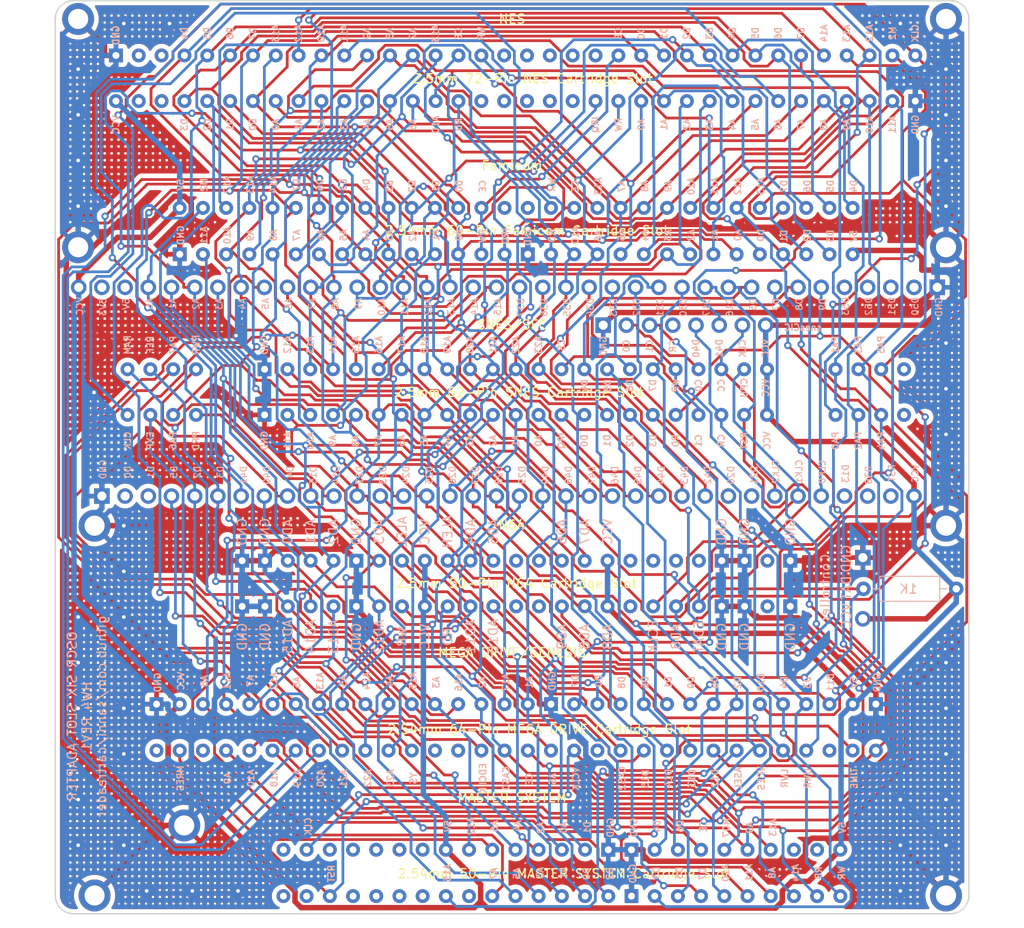
<source format=kicad_pcb>
(kicad_pcb (version 20211014) (generator pcbnew)
  (title_block (title "SIX SLOT ADAPTER") (date "2022-04-01") (rev "V1"))
  (layers (0 "F.Cu" signal) (31 "B.Cu" signal) (34 "B.Paste" user) (35 "F.Paste" user) (36 "B.SilkS" user "B.Silkscreen") (37 "F.SilkS" user "F.Silkscreen") (38 "B.Mask" user) (39 "F.Mask" user) (44 "Edge.Cuts" user))
  (net 0 "")
  (net 1 "D30")
  (net 2 "D31")
  (net 3 "D28")
  (net 4 "D29")
  (net 5 "D26")
  (net 6 "D27")
  (net 7 "D24")
  (net 8 "D25")
  (net 9 "D22")
  (net 10 "D23")
  (net 11 "D20")
  (net 12 "D21")
  (net 13 "D16")
  (net 14 "D17")
  (net 15 "D14")
  (net 16 "D15")
  (net 17 "D13")
  (net 18 "D8")
  (net 19 "D9")
  (net 20 "D6")
  (net 21 "D7")
  (net 22 "D4")
  (net 23 "D5")
  (net 24 "D2")
  (net 25 "D3")
  (net 26 "D0")
  (net 27 "D1")
  (net 28 "RESET")
  (net 29 "VCC")
  (net 30 "GND")
  (net 31 "D46")
  (net 32 "D47")
  (net 33 "D44")
  (net 34 "D45")
  (net 35 "D42")
  (net 36 "D43")
  (net 37 "D40")
  (net 38 "D41")
  (net 39 "D38")
  (net 40 "D36")
  (net 41 "D37")
  (net 42 "D34")
  (net 43 "D32")
  (net 44 "D33")
  (net 45 "A14")
  (net 46 "A15")
  (net 47 "A12")
  (net 48 "A13")
  (net 49 "A10")
  (net 50 "A11")
  (net 51 "A8")
  (net 52 "A9")
  (net 53 "A6")
  (net 54 "A7")
  (net 55 "A4")
  (net 56 "A5")
  (net 57 "A2")
  (net 58 "A3")
  (net 59 "A0")
  (net 60 "A1")
  (net 61 "+3V3")
  (net 62 "+5V")
  (net 63 "D35")
  (net 64 "D53")
  (net 65 "D52")
  (net 66 "D51")
  (net 67 "D50")
  (net 68 "D49")
  (net 69 "D48")
  (net 70 "CLK2")
  (net 71 "CLK1")
  (net 72 "CLK0")
  (net 121 "CIC DATA 1")
  (net 122 "CIC DATA 0")
  (net 125 "CIC RESET")
  (footprint "Connector_PinSocket_2.54mm:PinSocket_1x36_P2.54mm_Vertical" (layer "F.Cu") (at 105.1 104.255 90)
    (fp_text reference "J4")
    (fp_text value "CART SLOT BOTTOM ROW")
  )
  (footprint "Connector_PinSocket_2.54mm:PinSocket_1x38_P2.54mm_Vertical" (layer "F.Cu") (at 102.56 81.395 90)
    (fp_text reference "J3")
    (fp_text value "CART SLOT TOP ROW")
  )
  (footprint "!OSCR:NES_Slot" (layer "F.Cu") (at 141.635 55.995 90)
    (fp_text reference "NES1" hide)
    (fp_text value "NES_Slot" hide)
  )
  (footprint "Connector_PinHeader_2.54mm:PinHeader_1x01_P2.54mm_Vertical" (layer "F.Cu") (at 188.4 111)
    (fp_text reference "JC2")
    (fp_text value "Conn_01x01")
  )
  (footprint "!OSCR:SMS_Slot" (layer "F.Cu") (at 155.45 142.99 90)
    (fp_text reference "SMS1" hide)
    (fp_text value "SMS_Slot" hide)
  )
  (footprint "Connector_PinHeader_2.54mm:PinHeader_1x01_P2.54mm_Vertical" (layer "F.Cu") (at 188.4 117.7)
    (fp_text reference "JC1")
    (fp_text value "Controller")
  )
  (footprint "!OSCR:SNES Slot" (layer "F.Cu") (at 107.905 95.365 90)
    (fp_text reference "SNES1" hide)
    (fp_text value "SNES_Slot" hide)
  )
  (footprint "!OSCR:N64 Slot" (layer "F.Cu") (at 120.45 116.335)
    (fp_text reference "N64" hide)
    (fp_text value "N64_Slot" hide)
  )
  (footprint "!OSCR:MD_Slot" (layer "F.Cu") (at 150.45 129.585 90)
    (fp_text reference "MD1" hide)
    (fp_text value "MD_Slot" hide)
  )
  (footprint "!OSCR:FC_Slot" (layer "F.Cu") (at 146.64 75.235 90)
    (fp_text reference "FC1" hide)
    (fp_text value "FC_Slot" hide)
  )
  (footprint "MountingHole:MountingHole_2.2mm_M2_ISO7380_Pad" (layer "B.Cu") (at 102.5 77 180)
    (fp_text reference "M2_3" hide)
    (fp_text value "Screw_Terminal_01x01")
  )
  (footprint "MountingHole:MountingHole_2.2mm_M2_ISO7380_Pad" (layer "B.Cu") (at 197.5 148 180)
    (fp_text reference "M2_6" hide)
    (fp_text value "Screw_Terminal_01x01")
  )
  (footprint "MountingHole:MountingHole_2.2mm_M2_ISO7380_Pad" (layer "B.Cu") (at 102.5 52 180)
    (fp_text reference "M2_2" hide)
    (fp_text value "Screw_Terminal_01x01")
  )
  (footprint "MountingHole:MountingHole_2.2mm_M2_ISO7380_Pad" (layer "B.Cu") (at 197.5 77 180)
    (fp_text reference "M2_9" hide)
    (fp_text value "Screw_Terminal_01x01")
  )
  (footprint "MountingHole:MountingHole_2.2mm_M2_ISO7380_Pad" (layer "B.Cu") (at 197.5 107.5 180)
    (fp_text reference "M2_8" hide)
    (fp_text value "Screw_Terminal_01x01")
  )
  (footprint "MountingHole:MountingHole_2.2mm_M2_ISO7380_Pad" (layer "B.Cu") (at 104.3 107.5 180)
    (fp_text reference "M2_4" hide)
    (fp_text value "Screw_Terminal_01x01")
  )
  (footprint "MountingHole:MountingHole_2.2mm_M2_ISO7380_Pad" (layer "B.Cu") (at 104.3 148 180)
    (fp_text reference "M2_5" hide)
    (fp_text value "Screw_Terminal_01x01")
  )
  (footprint "Connector_PinHeader_2.54mm:PinHeader_1x08_P2.54mm_Vertical" (layer "B.Cu") (at 177.755 85.539 90)
    (fp_text reference "JCIC1")
    (fp_text value "Conn_01x08" hide)
  )
  (footprint "MountingHole:MountingHole_2.2mm_M2_ISO7380_Pad" (layer "B.Cu") (at 197.5 52 180)
    (fp_text reference "M2_1" hide)
    (fp_text value "Screw_Terminal_01x01")
  )
  (footprint "Resistor_THT:R_Axial_DIN0207_L6.3mm_D2.5mm_P10.16mm_Horizontal" (layer "B.Cu") (at 198.62 114.415 180)
    (fp_text reference "R1" hide)
    (fp_text value "1K" hide)
  )
  (footprint "MountingHole:MountingHole_2.2mm_M2_ISO7380_Pad" (layer "B.Cu") (at 114.11 140.33 180)
    (fp_text reference "M2_7" hide)
    (fp_text value "Screw_Terminal_01x01")
  )
  (gr_arc (start 200 148) (mid 199.414214 149.414214) (end 198 150) (layer "Edge.Cuts") (width 0.15))
  (gr_line (start 100 52) (end 100 148) (layer "Edge.Cuts") (width 0.15))
  (gr_line (start 200 139.635) (end 200 148) (layer "Edge.Cuts") (width 0.15))
  (gr_line (start 102 50) (end 198 50) (layer "Edge.Cuts") (width 0.15))
  (gr_line (start 200 52) (end 200 130.375) (layer "Edge.Cuts") (width 0.15))
  (gr_arc (start 102 150) (mid 100.585786 149.414214) (end 100 148) (layer "Edge.Cuts") (width 0.15))
  (gr_arc (start 99.999999 52) (mid 100.585786 50.585787) (end 102 50) (layer "Edge.Cuts") (width 0.15))
  (gr_arc (start 198 50) (mid 199.414214 50.585786) (end 200 52) (layer "Edge.Cuts") (width 0.15))
  (gr_line (start 102 150) (end 198 150) (layer "Edge.Cuts") (width 0.15))
  (gr_line (start 200 139.635) (end 200 130.375) (layer "Edge.Cuts") (width 0.15))
  (gr_text "A0" (at 152.897013 98.194999 90) (layer "B.SilkS") (effects (font (size 0.7 0.7)) (justify mirror)))
  (gr_text "Controller\n" (at 184.3 114.3 90) (layer "B.SilkS") (effects (font (size 1 1)) (justify mirror)))
  (gr_text "D3\n" (at 184.85 75.775 90) (layer "B.SilkS") (effects (font (size 0.7 0.7)) (justify mirror)))
  (gr_text "D12" (at 172.21 135.165 90) (layer "B.SilkS") (effects (font (size 0.7 0.7)) (justify mirror)))
  (gr_text "D31" (at 166.2 82.49 90) (layer "B.SilkS") (effects (font (size 0.7 0.7) (thickness 0.125)) (justify left mirror)))
  (gr_text "D6" (at 168.39 140.41 90) (layer "B.SilkS") (effects (font (size 0.7 0.7)) (justify mirror)))
  (gr_text "A3" (at 153.07 145.53 90) (layer "B.SilkS") (effects (font (size 0.7 0.7)) (justify mirror)))
  (gr_text "A21" (at 147.905 87.695 90) (layer "B.SilkS") (effects (font (size 0.7 0.7)) (justify mirror)))
  (gr_text "PA1" (at 185.405 87.695 90) (layer "B.SilkS") (effects (font (size 0.7 0.7)) (justify mirror)))
  (gr_text "CS" (at 155.405 87.695 90) (layer "B.SilkS") (effects (font (size 0.7 0.7)) (justify mirror)))
  (gr_text "A10" (at 129.135 53.582556 90) (layer "B.SilkS") (effects (font (size 0.7 0.7)) (justify mirror)))
  (gr_text "A12" (at 174.69 70.322556 90) (layer "B.SilkS") (effects (font (size 0.7 0.7)) (justify mirror)))
  (gr_text "A7" (at 139.135 53.582556 90) (layer "B.SilkS") (effects (font (size 0.7 0.7)) (justify mirror)))
  (gr_text "A5" (at 176.635 63.575 90) (layer "B.SilkS") (effects (font (size 0.7 0.7)) (justify mirror)))
  (gr_text "A5" (at 123.02 82.49 90) (layer "B.SilkS") (effects (font (size 0.7 0.7) (thickness 0.125)) (justify left mirror)))
  (gr_text "A10" (at 141.635 63.574999 90) (layer "B.SilkS") (effects (font (size 0.7 0.7)) (justify mirror)))
  (gr_text "IRQ" (at 155.405 98.195 90) (layer "B.SilkS") (effects (font (size 0.7 0.7)) (justify mirror)))
  (gr_text "AD15" (at 125.45 119.665 90) (layer "B.SilkS") (effects (font (size 1 1)) (justify mirror)))
  (gr_text "D7" (at 126.43 70.162556 90) (layer "B.SilkS") (effects (font (size 0.7 0.7)) (justify mirror)))
  (gr_text "D4" (at 179.79 124.672556 90) (layer "B.SilkS") (effects (font (size 0.7 0.7)) (justify mirror)))
  (gr_text "A6" (at 159.45 75.775 90) (layer "B.SilkS") (effects (font (size 0.7 0.7)) (justify mirror)))
  (gr_text "IRQ" (at 159.135 63.575 90) (layer "B.SilkS") (effects (font (size 0.7 0.7)) (justify mirror)))
  (gr_text "D5" (at 160.483 92.143 90) (layer "B.SilkS") (effects (font (size 0.7 0.7)) (justify mirror)))
  (gr_text "A2" (at 153.15 140.57 90) (layer "B.SilkS") (effects (font (size 0.7 0.7)) (justify mirror)))
  (gr_text "MRES" (at 113.7 135.164999 90) (layer "B.SilkS") (effects (font (size 0.7 0.7)) (justify mirror)))
  (gr_text "AD4" (at 145.45 108.165 90) (layer "B.SilkS") (effects (font (size 1 1)) (justify mirror)))
  (gr_text "A14" (at 123.89 70.162556 90) (layer "B.SilkS") (effects (font (size 0.7 0.7)) (justify mirror)))
  (gr_text "RW" (at 161.635 63.575 90) (layer "B.SilkS") (effects (font (size 0.7 0.7)) (justify mirror)))
  (gr_text "RD" (at 142.95 119.665 90) (layer "B.SilkS") (effects (font (size 1 1)) (justify mirror)))
  (gr_text "GND" (at 159.975 87.825 90) (layer "B.SilkS") (effects (font (size 0.7 0.7)) (justify mirror)))
  (gr_text "RD" (at 144.135 63.574999 90) (layer "B.SilkS") (effects (font (size 0.7 0.7)) (justify mirror)))
  (gr_text "D6" (at 176.36 82.49 90) (layer "B.SilkS") (effects (font (size 0.7 0.7) (thickness 0.125)) (justify left mirror)))
  (gr_text "A18" (at 123.95 135.164999 90) (layer "B.SilkS") (effects (font (size 0.7 0.7)) (justify mirror)))
  (gr_text "PRD" (at 115.397659 98.194999 90) (layer "B.SilkS") (effects (font (size 0.7 0.7)) (justify mirror)))
  (gr_text "AD3" (at 135.45 108.165 90) (layer "B.SilkS") (effects (font (size 1 1)) (justify mirror)))
  (gr_text "D2" (at 162.905 98.195 90) (layer "B.SilkS") (effects (font (size 0.7 0.7)) (justify mirror)))
  (gr_text "PA3" (at 187.919895 87.687444 90) (layer "B.SilkS") (effects (font (size 0.7 0.7)) (justify mirror)))
  (gr_text "WR" (at 146.635 53.582556 90) (layer "B.SilkS") (effects (font (size 0.7 0.7)) (justify mirror)))
  (gr_text "A7" (at 121.37 124.512556 90) (layer "B.SilkS") (effects (font (size 0.7 0.7)) (justify mirror)))
  (gr_text "AD2" (at 130.45 108.165 90) (layer "B.SilkS") (effects (font (size 1 1)) (justify mirror)))
  (gr_text "VCLK\n" (at 156.97 135.245 90) (layer "B.SilkS") (effects (font (size 0.7 0.7)) (justify mirror)))
  (gr_text "A14" (at 130.405 87.695 90) (layer "B.SilkS") (effects (font (size 0.7 0.7)) (justify mirror)))
  (gr_text "A10" (at 135.72 82.49 90) (layer "B.SilkS") (effects (font (size 0.7 0.7) (thickness 0.125)) (justify left mirror)))
  (gr_text "ALEH" (at 142.95 108.165 90) (layer "B.SilkS") (effects (font (size 1 1)) (justify mirror)))
  (gr_text "A7" (at 128.1 82.49 90) (layer "B.SilkS") (effects (font (size 0.7 0.7) (thickness 0.125)) (justify left mirror)))
  (gr_text "D0" (at 121.635 63.574999 90) (layer "B.SilkS") (effects (font (size 0.7 0.7)) (justify mirror)))
  (gr_text "GND" (at 120.45 108.165 90) (layer "B.SilkS") (effects (font (size 1 1)) (justify mirror)))
  (gr_text "GND" (at 160.77 140.57 90) (layer "B.SilkS") (effects (font (size 0.7 0.7)) (justify mirror)))
  (gr_text "EXP" (at 110.405 98.195 90) (layer "B.SilkS") (effects (font (size 0.7 0.7)) (justify mirror)))
  (gr_text "D1" (at 119.135 63.574999 90) (layer "B.SilkS") (effects (font (size 0.7 0.7)) (justify mirror)))
  (gr_text "CC" (at 172.905 92.143 90) (layer "B.SilkS") (effects (font (size 0.7 0.7)) (justify mirror)))
  (gr_text "D22" (at 133.32 100.869 90) (layer "B.SilkS") (effects (font (size 0.7 0.7) (thickness 0.125)) (justify left mirror)))
  (gr_text "D41" (at 120.62 100.869 90) (layer "B.SilkS") (effects (font (size 0.7 0.7) (thickness 0.125)) (justify left mirror)))
  (gr_text "VCC" (at 177.755 92.397 90) (layer "B.SilkS") (effects (font (size 0.7 0.7)) (justify mirror)))
  (gr_text "D4" (at 165.85 140.41 90) (layer "B.SilkS") (effects (font (size 0.7 0.7)) (justify mirror)))
  (gr_text "A9" (at 134.135 53.582556 90) (layer "B.SilkS") (effects (font (size 0.7 0.7)) (justify mirror)))
  (gr_text "A11" (at 131.635 53.582556 90) (layer "B.SilkS") (effects (font (size 0.7 0.7)) (justify mirror)))
  (gr_text "PA7" (at 112.905 87.695 90) (layer "B.SilkS") (effects (font (size 0.7 0.7)) (justify mirror)))
  (gr_text "A16" (at 135.405 87.695 90) (layer "B.SilkS") (effects (font (size 0.7 0.7)) (justify mirror)))
  (gr_text "D1" (at 179.77 75.775 90) (layer "B.SilkS") (effects (font (size 0.7 0.7)) (justify mirror)))
  (gr_text "AD8\n" (at 167.95 119.665 90) (layer "B.SilkS") (effects (font (size 1 1)) (justify mirror)))
  (gr_text "A4" (at 136.61 124.512556 90) (layer "B.SilkS") (effects (font (size 0.7 0.7)) (justify mirror)))
  (gr_text "A0" (at 110.32 82.49 90) (layer "B.SilkS") (effects (font (size 0.7 0.7) (thickness 0.125)) (justify left mirror)))
  (gr_text "A17" (at 149.31 124.672556 90) (layer "B.SilkS") (effects (font (size 0.7 0.7)) (justify mirror)))
  (gr_text "D30" (at 168.74 82.49 90) (layer "B.SilkS") (effects (font (size 0.7 0.7) (thickness 0.125)) (justify left mirror)))
  (gr_text "D47" (at 158.72 100.869 90) (layer "B.SilkS") (effects (font (size 0.7 0.7) (thickness 0.125)) (justify left mirror)))
  (gr_text "D20" (at 173.96 100.869 90) (layer "B.SilkS") (effects (font (size 0.7 0.7) (thickness 0.125)) (justify left mirror)))
  (gr_text "D43" (at 168.88 100.869 90) (layer "B.SilkS") (effects (font (size 0.7 0.7) (thickness 0.125)) (justify left mirror)))
  (gr_text "A12" (at 145.53 140.41 90) (layer "B.SilkS") (effects (font (size 0.7 0.7)) (justify mirror)))
  (gr_text "A1" (at 155.61 145.53 90) (layer "B.SilkS") (effects (font (size 0.7 0.7)) (justify mirror)))
  (gr_text "A2" (at 115.4 82.49 90) (layer "B.SilkS") (effects (font (size 0.7 0.7) (thickness 0.125)) (justify left mirror)))
  (gr_text "D7" (at 170.85 145.61 90) (layer "B.SilkS") (effects (font (size 0.7 0.7)) (justify mirror)))
  (gr_text "D51" (at 191.58 82.37 90) (layer "B.SilkS") (effects (font (size 0.7 0.7) (thickness 0.125)) (justify left mirror)))
  (gr_text "A6" (at 137.889673 98.194999 90) (layer "B.SilkS") (effects (font (size 0.7 0.7)) (justify mirror)))
  (gr_text "D28" (at 148.56 100.869 90) (layer "B.SilkS") (effects (font (size 0.7 0.7) (thickness 0.125)) (justify left mirror)))
  (gr_text "D34" (at 158.58 82.49 90) (layer "B.SilkS") (effects (font (size 0.7 0.7) (thickness 0.125)) (justify left mirror)))
  (gr_text "A10" (at 156.91 75.695 90) (layer "B.SilkS") (effects (font (size 0.7 0.7)) (justify mirror)))
  (gr_text "D2" (at 115.54 100.869 90) (layer "B.SilkS") (effects (font (size 0.7 0.7) (thickness 0.125)) (justify left mirror)))
  (gr_text "PA6" (at 112.890104 98.194999 90) (layer "B.SilkS") (effects (font (size 0.7 0.7)) (justify mirror)))
  (gr_text "D1" (at 167.09 124.672556 90) (layer "B.SilkS") (effects (font (size 0.7 0.7)) (justify mirror)))
  (gr_text "D6" (at 164.55 124.672556 90) (layer "B.SilkS") (effects (font (size 0.7 0.7)) (justify mirror)))
  (gr_text "YS" (at 139.2 135.164999 90) (layer "B.SilkS") (effects (font (size 0.7 0.7)) (justify mirror)))
  (gr_text "A9" (at 186.635 63.575 90) (layer "B.SilkS") (effects (font (size 0.7 0.7)) (justify mirror)))
  (gr_text "D38" (at 189.04 100.869 90) (layer "B.SilkS") (effects (font (size 0.7 0.7) (thickness 0.125)) (justify left mirror)))
  (gr_text "A19" (at 142.905 87.695 90) (layer "B.SilkS") (effects (font (size 0.7 0.7)) (justify mirror)))
  (gr_text "D5" (at 113 100.869 90) (layer "B.SilkS") (effects (font (size 0.7 0.7) (thickness 0.125)) (justify left mirror)))
  (gr_text "D0" (at 177.23 75.695 90) (layer "B.SilkS") (effects (font (size 0.7 0.7)) (justify mirror)))
  (gr_text "CLK2" (at 178.88 100.191 90) (layer "B.SilkS") (effects (font (size 0.7 0.7) (thickness 0.125)) (justify left mirror)))
  (gr_text "D32" (at 163.66 82.49 90) (layer "B.SilkS") (effects (font (size 0.7 0.7) (thickness 0.125)) (justify left mirror)))
  (gr_text "D1" (at 141.67 70.322556 90) (layer "B.SilkS") (effects (font (size 0.7 0.7)) (justify mirror)))
  (gr_text "A12" (at 123.91 124.512556 90) (layer "B.SilkS") (effects (font (size 0.7 0.7)) (justify mirror)))
  (gr_text "D8" (at 162.01 124.672556 90) (layer "B.SilkS") (effects (font (size 0.7 0.7)) (justify mirror)))
  (gr_text "AD1" (at 127.95 108.165 90) (layer "B.SilkS") (effects (font (size 1 1)) (justify mirror)))
  (gr_text "VCC" (at 140.45 119.665 90) (layer "B.SilkS") (effects (font (size 1 1)) (justify mirror)))
  (gr_text "A1" (at 172.15 75.695 90) (layer "B.SilkS") (effects (font (size 0.7 0.7)) (justify mirror)))
  (gr_text "A9" (at 176.01 140.57 90) (layer "B.SilkS") (effects (font (size 0.7 0.7)) (justify mirror)))
  (gr_text "GND" (at 186.6 111.1 90) (layer "B.SilkS") (effects (font (size 1 1)) (justify mirror)))
  (gr_text "CE" (at 151.89 135.245 90) (layer "B.SilkS") (effects (font (size 0.7 0.7)) (justify mirror)))
  (gr_text "VCC" (at 140.45 108.165 90) (layer "B.SilkS") (effects (font (size 1 1)) (justify mirror)))
  (gr_text "A3" (at 145.374346 98.194999 90) (layer "B.SilkS") (effects (font (size 0.7 0.7)) (justify mirror)))
  (gr_text "UWR" (at 182.37 135.165 90) (layer "B.SilkS") (effects (font (size 0.7 0.7)) (justify mirror)))
  (gr_text "GND\n" (at 113.73 75.694999 90) (layer "B.SilkS") (effects (font (size 0.7 0.7)) (justify mirror)))
  (gr_text "D1\n" (at 166.635 53.582556 90) (layer "B.SilkS") (effects (font (size 0.7 0.7)) (justify mirror)))
  (gr_text "D7" (at 178.9 82.49 90) (layer "B.SilkS") (effects (font (size 0.7 0.7) (thickness 0.125)) (justify left mirror)))
  (gr_text "A9" (at 133.18 82.49 90) (layer "B.SilkS") (effects (font (size 0.7 0.7) (thickness 0.125)) (justify left mirror)))
  (gr_text "A16" (at 144.16 124.672556 90) (layer "B.SilkS") (effects (font (size 0.7 0.7)) (justify mirror)))
  (gr_text "D10" (at 177.25 124.672556 90) (layer "B.SilkS") (effects (font (size 0.7 0.7)) (justify mirror)))
  (gr_text "A6" (at 179.135 63.575 90) (layer "B.SilkS") (effects (font (size 0.7 0.7)) (justify mirror)))
  (gr_text "D15" (at 128.24 100.869 90) (layer "B.SilkS") (effects (font (size 0.7 0.7) (thickness 0.125)) (justify left mirror)))
  (gr_text "CLK" (at 194.135 53.575 90) (layer "B.SilkS") (effects (font (size 0.7 0.7)) (justify mirror)))
  (gr_text "D2" (at 174.71 124.672556 90) (layer "B.SilkS") (effects (font (size 0.7 0.7)) (justify mirror)))
  (gr_text "GND" (at 180.45 108.165 90) (layer "B.SilkS") (effects (font (size 1 1)) (justify mirror)))
  (gr_text "D42" (at 171.42 100.869 90) (layer "B.SilkS") (effects (font (size 0.7 0.7) (thickness 0.125)) (justify left mirror)))
  (gr_text "A1" (at 150.389457 98.194999 90) (layer "B.SilkS") (effects (font (size 0.7 0.7)) (justify mirror)))
  (gr_text "A2" (at 139.13 75.775 90) (layer "B.SilkS") (effects (font (size 0.7 0.7)) (justify mirror)))
  (gr_text "A1" (at 151.88 124.672556 90) (layer "B.SilkS") (effects (font (size 0.7 0.7)) (justify mirror)))
  (gr_text "A7" (at 161.99 70.322556 90) (layer "B.SilkS") (effects (font (size 0.7 0.7)) (justify mirror)))
  (gr_text "RD" (at 154.37 75.775 90) (layer "B.SilkS") (effects (font (size 0.7 0.7)) (justify mirror)))
  (gr_text "D40" (at 170.135 88.079 90) (layer "B.SilkS") (effects (font (size 0.7 0.7)) (justify mirror)))
  (gr_text "A10" (at 169.61 70.322556 90) (layer "B.SilkS") (effects (font (size 0.7 0.7)) (justify mirror)))
  (gr_text "D2" (at 160.69 145.61 90) (layer "B.SilkS") (effects (font (size 0.7 0.7)) (justify mirror)))
  (gr_text "5V" (at 107.76 82.49 90) (layer "B.SilkS") (effects (font (size 0.7 0.7) (thickness 0.125)) (justify left mirror)))
  (gr_text "D7" (at 181.635 53.582556 90) (layer "B.SilkS") (effects (font (size 0.7 0.7)) (justify mirror)))
  (gr_text "A13" (at 159.45 70.322556 90) (layer "B.SilkS") (effects (font (size 0.7 0.7)) (justify mirror)))
  (gr_text "RW" (at 146.75 75.775 90) (layer "B.SilkS") (effects (font (size 0.7 0.7)) (justify mirror)))
  (gr_text "GND" (at 132.95 119.665 90) (layer "B.SilkS") (effects (font (size 1 1)) (justify mirror)))
  (gr_text "AD10" (at 147.942872 119.615597 90) (layer "B.SilkS") (effects (font (size 1 1)) (justify mirror)))
  (gr_text "3V3" (at 105.22 82.49 90) (layer "B.SilkS") (effects (font (size 0.7 0.7) (thickness 0.125)) (justify left mirror)))
  (gr_text "WR" (at 167.905 92.143 90) (layer "B.SilkS") (effects (font (size 0.7 0.7)) (justify mirror)))
  (gr_text "CLK0" (at 183.96 100.191 90) (layer "B.SilkS") (effects (font (size 0.7 0.7) (thickness 0.125)) (justify left mirror)))
  (gr_text "CLK" (at 127.67 140.45 90) (layer "B.SilkS") (effects (font (size 0.7 0.7)) (justify mirror)))
  (gr_text "A22" (at 134.2 135.164999 90) (layer "B.SilkS") (effects (font (size 0.7 0.7)) (justify mirror)))
  (gr_text "VCC" (at 186.6 117.4 90) (layer "B.SilkS") (effects (font (size 1 1)) (justify mirror)))
  (gr_text "REF" (at 110.405 87.695 90) (layer "B.SilkS") (effects (font (size 0.7 0.7)) (justify mirror)))
  (gr_text "D5" (at 172.17 124.672556 90) (layer "B.SilkS") (effects (font (size 0.7 0.7)) (justify mirror)))
  (gr_text "A22" (at 150.405 87.695 90) (layer "B.SilkS") (effects (font (size 0.7 0.7)) (justify mirror)))
  (gr_text "AS" (at 154.43 135.245 90) (layer "B.SilkS") (effects (font (size 0.7 0.7)) (justify mirror)))
  (gr_text "D7" (at 156.93 124.512556 90) (layer "B.SilkS") (effects (font (size 0.7 0.7)) (justify mirror)))
  (gr_text "RST" (at 175.405 98.195 90) (layer "B.SilkS") (effects (font (size 0.7 0.7)) (justify mirror)))
  (gr_text "D25" (at 140.94 100.869 90) (layer "B.SilkS") (effects (font (size 0.7 0.7) (thickness 0.125)) (justify left mirror)))
  (gr_text "PA4" (at 190.405 98.195 90) (layer "B.SilkS") (effects (font (size 0.7 0.7)) (justify mirror)))
  (gr_text "A5" (at 161.99 75.695 90) (layer "B.SilkS") (effects (font (size 0.7 0.7)) (justify mirror)))
  (gr_text "PA2" (at 187.905 98.195 90) (layer "B.SilkS") (effects (font (size 0.7 0.7)) (justify mirror)))
  (gr_text "A10" (at 121.41 135.164999 90) (layer "B.SilkS") (effects (font (size 0.7 0.7)) (justify mirror)))
  (gr_text "A4" (at 134.135 63.574999 90) (layer "B.SilkS") (effects (font (size 0.7 0.7)) (justify mirror)))
  (gr_text "D3" (at 182.33 124.672556 90) (layer "B.SilkS") (effects (font (size 0.7 0.7)) (justify mirror)))
  (gr_text "A4" (at 174.135 63.575 90) (layer "B.SilkS") (effects (font (size 0.7 0.7)) (justify mirror)))
  (gr_text "GND" (at 175.45 108.165 90) (layer "B.SilkS") (effects (font (size 1 1)) (justify mirror)))
  (gr_text "A5" (at 131.53 124.512556 90) (layer "B.SilkS") (effects (font (size 0.7 0.7)) (justify mirror)))
  (gr_text "CE" (at 146.78 70.322556 90) (layer "B.SilkS") (effects (font (size 0.7 0.7)) (justify mirror)))
  (gr_text "RAM" (at 107.905 87.695 90) (layer "B.SilkS") (effects (font (size 0.7 0.7)) (justify mirror)))
  (gr_text "A2" (at 169.61 75.695 90) (layer "B.SilkS") (effects (font (size 0.7 0.7)) (justify mirror)))
  (gr_text "D9" (at 169.63 124.672556 90) (layer "B.SilkS") (effects (font (size 0.7 0.7)) (justify mirror)))
  (gr_text "GND" (at 196.72 82.411 90) (layer "B.SilkS") (effects (font (size 0.7 0.7) (thickness 0.125)) (justify left mirror)))
  (gr_text "CE" (at 144.135 53.582556 90) (layer "B.SilkS") (effects (font (size 0.7 0.7)) (justify mirror)))
  (gr_text "GND" (at 122.95 108.165 90) (layer "B.SilkS") (effects (font (size 1 1)) (justify mirror)))
  (gr_text "D53" (at 186.5 82.37 90) (layer "B.SilkS") (effects (font (size 0.7 0.7) (thickness 0.125)) (justify left mirror)))
  (gr_text "ALEL" (at 137.95 108.165 90) (layer "B.SilkS") (effects (font (size 1 1)) (justify mirror)))
  (gr_text "A8" (at 178.47 145.53 90) (layer "B.SilkS") (effects (font (size 0.7 0.7)) (justify mirror)))
  (gr_text "A4" (at 142.904784 98.194999 90) (layer "B.SilkS") (effects (font (size 0.7 0.7)) (justify mirror)))
  (gr_text "A11" (at 125.389888 98.194999 90) (layer "B.SilkS") (effects (font (size 0.7 0.7)) (justify mirror)))
  (gr_text "GND" (at 172.95 108.165 90) (layer "B.SilkS") (effects (font (size 1 1)) (justify mirror)))
  (gr_text "D7\n" (at 179.77 70.322556 90) (layer "B.SilkS") (effects (font (size 0.7 0.7)) (justify mirror)))
  (gr_text "M07" (at 173.47 140.57 90) (layer "B.SilkS") (effects (font (size 0.7 0.7)) (justify mirror)))
  (gr_text "A8" (at 116.29 124.512556 90) (layer "B.SilkS") (effects (font (size 0.7 0.7)) (justify mirror)))
  (gr_text "D48" (at 156.18 100.869 90) (layer "B.SilkS") (effects (font (size 0.7 0.7) (thickness 0.125)) (justify left mirror)))
  (gr_text "A7" (at 135.382117 98.194999 90) (layer "B.SilkS") (effects (font (size 0.7 0.7)) (justify mirror)))
  (gr_text "A8" (at 123.89 75.694999 90) (layer "B.SilkS") (effects (font (size 0.7 0.7)) (justify mirror)))
  (gr_text "5V" (at 186.17 140.57 90) (layer "B.SilkS") (effects (font (size 0.7 0.7)) (justify mirror)))
  (gr_text "VRES" (at 177.29 135.165 90) (layer "B.SilkS") (effects (font (size 0.7 0.7)) (justify mirror)))
  (gr_text "A2" (at 129.135 63.574999 90) (layer "B.SilkS") (effects (font (size 0.7 0.7)) (justify mirror)))
  (gr_text "A5" (at 131.56 75.694999 90) (layer "B.SilkS") (effects (font (size 0.7 0.7)) (justify mirror)))
  (gr_text "VCC" (at 102.68 82.37 90) (layer "B.SilkS") (effects (font (size 0.7 0.7) (thickness 0.125)) (justify left mirror)))
  (gr_text "A10" (at 173.39 145.53 90) (layer "B.SilkS") (effects (font (size 0.7 0.7)) (justify mirror)))
  (gr_text "A5" (at 150.53 145.61 90) (layer "B.SilkS") (effects (font (size 0.7 0.7)) (justify mirror)))
  (gr_text "PA0" (at 185.405 98.195 90) (layer "B.SilkS") (effects (font (size 0.7 0.7)) (justify mirror)))
  (gr_text "GND" (at 105.22 100.191 90) (layer "B.SilkS") (effects (font (size 0.7 0.7) (thickness 0.125)) (justify left mirror)))
  (gr_text "GND" (at 154.39 124.512556 90) (layer "B.SilkS") (effects (font (size 0.7 0.7)) (justify mirror)))
  (gr_text "A14" (at 145.88 82.49 90) (layer "B.SilkS") (effects (font (size 0.7 0.7) (thickness 0.125)) (justify left mirror)))
  (gr_text "A20" (at 129.03 135.164999 90) (layer "B.SilkS") (effects (font (size 0.7 0.7)) (justify mirror)))
  (gr_text "A21" (at 131.57 135.164999 90) (layer "B.SilkS") (effects (font (size 0.7 0.7)) (justify mirror)))
  (gr_text "A9" (at 121.35 75.694999 90) (layer "B.SilkS") (effects (font (size 0.7 0.7)) (justify mirror)))
  (gr_text "A3" (at 167.07 75.695 90) (layer "B.SilkS") (effects (font (size 0.7 0.7)) (justify mirror)))
  (gr_text "A6" (at 126.45 124.672556 90) (layer "B.SilkS") (effects (font (size 0.7 0.7)) (justify mirror)))
  (gr_text "D13" (at 186.5 100.699 90) (layer "B.SilkS") (effects (font (size 0.7 0.7) (thickness 0.125)) (justify left mirror)))
  (gr_text "D2" (at 139.06 70.322556 90) (layer "B.SilkS") (effects (font (size 0.7 0.7)) (justify mirror)))
  (gr_text "D3" (at 171.635 53.582556 90) (layer "B.SilkS") (effects (font (size 0.7 0.7)) (justify mirror)))
  (gr_text "GND" (at 194.135 63.575 90) (layer "B.SilkS") (effects (font (size 0.7 0.7)) (justify mirror)))
  (gr_text "D21" (at 176.5 100.869 90) (layer "B.SilkS") (effects (font (size 0.7 0.7) (thickness 0.125)) (justify left mirror)))
  (gr_text "GND" (at 111.21 124.672556 90) (layer "B.SilkS") (effects (font (size 0.7 0.7)) (justify mirror)))
  (gr_text "D44" (at 166.34 100.869 90) (layer "B.SilkS") (effects (font (size 0.7 0.7) (thickness 0.125)) (justify left mirror)))
  (gr_text "A14" (at 181.01 145.53 90) (layer "B.SilkS") (effects (font (size 0.7 0.7)) (justify mirror)))
  (gr_text "A14" (at 184.135 53.582556 90) (layer "B.SilkS") (effects (font (size 0.7 0.7)) (justify mirror)))
  (gr_text "5V" (at 187.41 124.665 90) (layer "B.SilkS") (effects (font (size 0.7 0.7)) (justify mirror)))
  (gr_text "GND" (at 180.45 119.665 90) (layer "B.SilkS") (effects (font (size 1 1)) (justify mirror)))
  (gr_text "A1" (at 112.86 82.49 90) (layer "B.SilkS") (effects (font (size 0.7 0.7) (thickness 0.125)) (justify left mirror)))
  (gr_text "VCC" (at 160.45 108.165 90) (layer "B.SilkS") (effects (font (size 1 1)) (justify mirror)))
  (gr_text "GND" (at 163.23 145.61 90) (layer "B.SilkS") (effects (font (size 0.7 0.7)) (justify mirror)))
  (gr_text "A11" (at 172.15 70.322556 90) (layer "B.SilkS") (effects (font (size 0.7 0.7)) (justify mirror)))
  (gr_text "CR" (at 167.595 87.825 90) (layer "B.SilkS") (effects (font (size 0.7 0.7)) (justify mirror)))
  (gr_text "A3" (at 117.94 82.49 90) (layer "B.SilkS") (effects (font (size 0.7 0.7) (thickness 0.125)) (justify left mirror)))
  (gr_text "5V" (at 187.39 75.775 90) (layer "B.SilkS") (effects (font (size 0.7 0.7)) (justify mirror)))
  (gr_text "CE" (at 170.93 140.41 90) (layer "B.SilkS") (effects (font (size 0.7 0.7)) (justify mirror)))
  (gr_text "D33" (at 161.12 82.49 90) (layer "B.SilkS") (effects (font (size 0.7 0.7) (thickness 0.125)) (justify left mirror)))
  (gr_text "A9" (at 130.367006 98.194999 90) (layer "B.SilkS") (effects (font (size 0.7 0.7)) (justify mirror)))
  (gr_text "D2" (at 116.635 63.574999 90) (layer "B.SilkS") (effects (font (size 0.7 0.7)) (justify mirror)))
  (gr_text "A5" (at 140.397228 98.194999 90) (layer "B.SilkS") (effects (font (size 0.7 0.7)) (justify mirror)))
  (gr_text "D52" (at 189.04 82.37 90) (layer "B.SilkS") (effects (font (size 0.7 0.7) (thickness 0.125)) (justify left mirror)))
  (gr_text "D3" (at 114.135 63.574999 90) (layer "B.SilkS") (effects (font (size 0.7 0.7)) (justify mirror)))
  (gr_text "CLK1" (at 181.42 100.191 90) (layer "B.SilkS") (effects (font (size 0.7 0.7) (thickness 0.125)) (justify left mirror)))
  (gr_text "TIME" (at 187.45 135.165 90) (layer "B.SilkS") (effects (font (size 0.7 0.7)) (justify mirror)))
  (gr_text "D5" (at 131.51 70.162556 90) (layer "B.SilkS") (effects (font (size 0.7 0.7)) (justify mirror)))
  (gr_text "A6" (at 129.06 75.694999 90) (layer "B.SilkS") (effects (font (size 0.7 0.7)) (justify mirror)))
  (gr_text "5V" (at 142.99 140.41 90) (layer "B.SilkS") (effects (font (size 0.7 0.7)) (justify mirror)))
  (gr_text "M2" (at 116.27 70.162556 90) (layer "B.SilkS") (effects (font (size 0.7 0.7)) (justify mirror)))
  (gr_text "AD14" (at 127.95 119.665 90) (layer "B.SilkS") (effects (font (size 1 1)) (justify mirror)))
  (gr_text "A9" (at 167.07 70.322556 90) (layer "B.SilkS") (effects (font (size 0.7 0.7)) (justify mirror)))
  (gr_text "RD" (at 167.905 98.195 90) (layer "B.SilkS") (effects (font (size 0.7 0.7)) (justify mirror)))
  (gr_text "D4" (at 187.39 70.315 90) (layer "B.SilkS") (effects (font (size 0.7 0.7)) (justify mirror)))
  (gr_text "D41" (at 172.675 88.079 90) (layer "B.SilkS") (effects (font (size 0.7 0.7)) (justify mirror)))
  (gr_text "D4" (at 134.06 70.162556 90) (layer "B.SilkS") (effects (font (size 0.7 0.7)) (justify mirror)))
  (gr_text "A15" (at 139.16 124.512556 90) (layer "B.SilkS") (effects (font (size 0.7 0.7)) (justify mirror)))
  (gr_text "D4" (at 114.135 53.582556 90) (layer "B.SilkS") (effects (font (size 0.7 0.7)) (justify mirror)))
  (gr_text "AD9" (at 155.45 119.665 90) (layer "B.SilkS") (effects (font (size 1 1)) (justify mirror)))
  (gr_text "A14\n" (at 134.07 124.512556 90) (layer "B.SilkS") (effects (font (size 0.7 0.7)) (justify mirror)))
  (gr_text "GND" (at 120.45 119.665 90) (layer "B.SilkS") (effects (font (size 1 1)) (justify mirror)))
  (gr_text "A13" (at 128.99 124.512556 90) (layer "B.SilkS") (effects (font (size 0.7 0.7)) (justify mirror)))
  (gr_text "AD5" (at 147.95 108.165 90) (layer "B.SilkS") (effects (font (size 1 1)) (justify mirror)))
  (gr_text "D23" (at 135.86 100.869 90) (layer "B.SilkS") (effects (font (size 0.7 0.7) (thickness 0.125)) (justify left mirror)))
  (gr_text "A3" (at 131.635 63.574999 90) (layer "B.SilkS") (effects (font (size 0.7 0.7)) (justify mirror)))
  (gr_text "A8" (at 132.874562 98.194999 90) (layer "B.SilkS") (effects (font (size 0.7 0.7)) (justify mirror)))
  (gr_text "D36" (at 153.5 82.49 90) (layer "B.SilkS") (effects (font (size 0.7 0.7) (thickness 0.125)) (justify left mirror)))
  (gr_text "D26" (at 143.48 100.869 90) (layer "B.SilkS") (effects (font (size 0.7 0.7) (thickness 0.125)) (justify left mirror)))
  (gr_text "D7" (at 121.635 53.582556 90) (layer "B.SilkS") (effects (font (size 0.7 0.7)) (justify mirror)))
  (gr_text "CLK" (at 175.215 88.079 90) (layer "B.SilkS") (effects (font (size 0.7 0.7)) (justify mirror)))
  (gr_text "D6" (at 182.31 70.315 90) (layer "B.SilkS") (effects (font (size 0.7 0.7)) (justify mirror)))
  (gr_text "A7" (at 181.635 63.575 90) (layer "B.SilkS") (effects (font (size 0.7 0.7)) (justify mirror)))
  (gr_text "A6" (at 139.135 63.574999 90) (layer "B.SilkS") (effects (font (size 0.7 0.7)) (justify mirror)))
  (gr_text "D0" (at 157.905 98.195 90) (layer "B.SilkS") (effects (font (size 0.7 0.7)) (justify mirror)))
  (gr_text "A6" (at 125.56 82.49 90) (layer "B.SilkS") (effects (font (size 0.7 0.7) (thickness 0.125)) (justify left mirror)))
  (gr_text "AD7" (at 157.95 108.165 90) (layer "B.SilkS") (effects (font (size 1 1)) (justify mirror)))
  (gr_text "A18" (at 140.405 87.695 90) (layer "B.SilkS") (effects (font (size 0.7 0.7)) (justify mirror)))
  (gr_text "A23" (at 136.7 135.164999 90) (layer "B.SilkS") (effects (font (size 0.7 0.7)) (justify mirror)))
  (gr_text "A11" (at 175.93 145.53 90) (layer "B.SilkS") (effects (font (size 0.7 0.7)) (justify mirror)))
  (gr_text "DAT" (at 186.6 114.3 90) (layer "B.SilkS") (effects (font (size 1 1)) (justify mirror)))
  (gr_text "GND" (at 151.72 75.775 90) (layer "B.SilkS") (effects (font (size 0.7 0.7)) (justify mirror)))
  (gr_text "D29" (at 151.1 100.869 90) (layer "B.SilkS") (effects (font (size 0.7 0.7) (thickness 0.125)) (justify left mirror)))
  (gr_text "ASEL" (at 174.75 135.165 90) (layer "B.SilkS") (effects (font (size 0.7 0.7)) (justify mirror)))
  (gr_text "VCC" (at 106.635 63.575 90) (layer "B.SilkS") (effects (font (size 0.7 0.7)) (justify mirror)))
  (gr_text "A7" (at 126.43 75.694999 90) (layer "B.SilkS") (effects (font (size 0.7 0.7)) (justify mirror)))
  (gr_text "D6" (at 128.97 70.162556 90) (layer "B.SilkS") (effects (font (size 0.7 0.7)) (justify mirror)))
  (gr_text "A11" (at 191.635 63.575 90) (layer "B.SilkS") (effects (font (size 0.7 0.7)) (justify mirror)))
  (gr_text "A4" (at 164.53 75.695 90) (layer "B.SilkS") (effects (font (size 0.7 0.7)) (justify mirror)))
  (gr_text "D4" (at 174.135 53.582556 90) (layer "B.SilkS") (effects (font (size 0.7 0.7)) (justify mirror)))
  (gr_text "A1" (at 166.635 63.575 90) (layer "B.SilkS") (effects (font (size 0.7 0.7)) (justify mirror)))
  (gr_text "EDAT" (at 170.45 119.665 90) (layer "B.SilkS") (effects (font (size 1 1)) (justify mirror)))
  (gr_text "EDCLK\n" (at 146.81 135.165 90) (layer "B.SilkS") (effects (font (size 0.7 0.7)) (justify mirror)))
  (gr_text "D4" (at 157.943 92.143 90) (layer "B.SilkS") (effects (font (size 0.7 0.7)) (justify mirror)))
  (gr_text "D0" (at 107.92 100.869 90) (layer "B.SilkS") (effects (font (size 0.7 0.7) (thickness 0.125)) (justify left mirror)))
  (gr_text "D50" (at 194.12 82.37 90) (layer "B.SilkS") (effects (font (size 0.7 0.7) (thickness 0.125)) (justify left mirror)))
  (gr_text "A13" (at 178.55 140.57 90) (layer "B.SilkS") (effects (font (size 0.7 0.7)) (justify mirror)))
  (gr_text "A2" (at 147.905 98.195 90) (layer "B.SilkS") (effects (font (size 0.7 0.7)) (justify mirror)))
  (gr_text "A11" (at 118.83 124.512556 90) (layer "B.SilkS") (effects (font (size 0.7 0.7)) (justify mirror)))
  (gr_text "GND" (at 132.95 108.165 90) (layer "B.SilkS") (effects (font (size 1 1)) (justify mirror)))
  (gr_text "A0" (at 174.69 75.695 90) (layer "B.SilkS") (effects (font (size 0.7 0.7)) (justify mirror)))
  (gr_text "A6" (at 148.07 140.41 90) (layer "B.SilkS") (effects (font (size 0.7 0.7)) (justify mirror)))
  (gr_text "A1\n" (at 126.635 63.574999 90) (layer "B.SilkS") (effects (font (size 0.7 0.7)) (justify mirror)))
  (gr_text "A2" (at 169.135 63.575 90) (layer "B.SilkS") (effects (font (size 0.7 0.7)) (justify mirror)))
  (gr_text "1K" (at 193.3748 114.43) (layer "B.SilkS") (effects (font (size 1 1)) (justify mirror)))
  (gr_text "D35" (at 156.04 82.49 90) (layer "B.SilkS") (effects (font (size 0.7 0.7) (thickness 0.125)) (justify left mirror)))
  (gr_text "A15" (at 148.42 82.49 90) (layer "B.SilkS") (effects (font (size 0.7 0.7) (thickness 0.125)) (justify left mirror)))
  (gr_text "ECLK" (at 165.45 119.665 90) (layer "B.SilkS") (effects (font (size 1 1)) (justify mirror)))
  (gr_text "D24" (at 138.4 100.869 90) (layer "B.SilkS") (effects (font (size 0.7 0.7) (thickness 0.125)) (justify left mirror)))
  (gr_text "VCC" (at 177.755 88.079 90) (layer "B.SilkS") (effects (font (size 0.7 0.7)) (justify mirror)))
  (gr_text "AD8\n" (at 157.95 119.665 90) (layer "B.SilkS") (effects (font (size 1 1)) (justify mirror)))
  (gr_text "GND" (at 175.45 119.665 90) (layer "B.SilkS") (effects (font (size 1 1)) (justify mirror)))
  (gr_text "A9\n" (at 118.87 135.164999 90) (layer "B.SilkS") (effects (font (size 0.7 0.7)) (justify mirror)))
  (gr_text "C0" (at 162.515 87.825 90) (layer "B.SilkS") (effects (font (size 0.7 0.7)) (justify mirror)))
  (gr_text "D2" (at 182.31 75.695 90) (layer "B.SilkS") (effects (font (size 0.7 0.7)) (justify mirror)))
  (gr_text "PA5" (at 190.389457 87.687444 90) (layer "B.SilkS") (effects (font (size 0.7 0.7)) (justify mirror)))
  (gr_text "D5" (at 116.635 53.582556 90) (layer "B.SilkS") (effects (font (size 0.7 0.7)) (justify mirror)))
  (gr_text "AD6" (at 155.45 108.165 90) (layer "B.SilkS") (effects (font (size 1 1)) (justify mirror)))
  (gr_text "D49" (at 153.64 100.869 90) (layer "B.SilkS") (effects (font (size 0.7 0.7) (thickness 0.125)) (justify left mirror)))
  (gr_text "VCC" (at 113.75 124.512556 90) (layer "B.SilkS") (effects (font (size 0.7 0.7)) (justify mirror)))
  (gr_text "AD0" (at 125.45 108.165 90) (layer "B.SilkS") (effects (font (size 1 1)) (justify mirror)))
  (gr_text "RST" (at 191.58 100.699 90) (layer "B.SilkS") (effects (font (size 0.7 0.7) (thickness 0.125)) (justify left mirror)))
  (gr_text "D46" (at 161.26 100.869 90) (layer "B.SilkS") (effects (font (size 0.7 0.7) (thickness 0.125)) (justify left mirror)))
  (gr_text "A13" (at 127.905 87.695 90) (layer "B.SilkS") (effects (font (size 0.7 0.7)) (justify mirror)))
  (gr_text "C0" (at 170.405 92.143 90) (layer "B.SilkS") (effects (font (size 0.7 0.7)) (justify mirror)))
  (gr_text "RST" (at 130.21 145.61 90) (layer "B.SilkS") (effects (font (size 0.7 0.7)) (justify mirror)))
  (gr_text "D0" (at 164.135 53.582556 90) (layer "B.SilkS") (effects (font (size 0.7 0.7)) (justify mirror)))
  (gr_text "A7" (at 147.99 145.61 90) (layer "B.SilkS") (effects (font (size 0.7 0.7)) (justify mirror)))
  (gr_text "AD13\n" (at 130.45 119.665 90) (layer "B.SilkS") (effects (font (size 1 1)) (justify mirror)))
  (gr_text "A23" (at 152.905 87.695 90) (layer "B.SilkS") (effects (font (size 0.7 0.7)) (justify mirror)))
  (gr_text "D4" (at 125.7 100.869 90) (layer "B.SilkS") (effects (font (size 0.7 0.7) (thickness 0.125)) (justify left mirror)))
  (gr_text "A8" (at 130.64 82.49 90) (layer "B.SilkS") (effects (font (size 0.7 0.7) (thickness 0.125)) (justify left mirror)))
  (gr_text "A11" (at 138.26 82.49 90) (layer "B.SilkS") (effects (font (size 0.7 0.7) (thickness 0.125)) (justify left mirror)))
  (gr_text "A0" (at 164.135 63.575 90) (layer "B.SilkS") (effects (font (size 0.7 0.7)) (justify mirror)))
  (gr_text "D11" (at 184.87 124.672556 90) (layer "B.SilkS") (effects (font (size 0.7 0.7)) (justify mirror)))
  (gr_text "C1" (at 165.055 87.825 90) (layer "B.SilkS") (effects (font (size 0.7 0.7)) (justify mirror)))
  (gr_text "A12" (at 125.405 87.695 90) (layer "B.SilkS") (effects (font (size 0.7 0.7)) (justify mirror)))
  (gr_text "A13" (at 143.34 82.49 90) (layer "B.SilkS") (effects (font (size 0.7 0.7) (thickness 0.125)) (justify left mirror)))
  (gr_text "A12" (at 126.635 53.582556 90) (layer "B.SilkS") (effects (font (size 0.7 0.7)) (justify mirror)))
  (gr_text "M2" (at 191.635 53.575 90) (layer "B.SilkS") (effects (font (size 0.7 0.7)) (justify mirror)))
  (gr_text "A11" (at 116.27 75.694999 90) (layer "B.SilkS") (effects (font (size 0.7 0.7)) (justify mirror)))
  (gr_text "A3" (at 171.635 63.575 90) (layer "B.SilkS") (effects (font (size 0.7 0.7)) (justify mirror)))
  (gr_text "D8" (at 181.44 82.49 90) (layer "B.SilkS") (effects (font (size 0.7 0.7) (thickness 0.125)) (justify left mirror)))
  (gr_text "D27" (at 146.02 100.869 90) (layer "B.SilkS") (effects (font (size 0.7 0.7) (thickness 0.125)) (justify left mirror)))
  (gr_text "A8" (at 184.135 63.575 90) (layer "B.SilkS") (effects (font (size 0.7 0.7)) (justify mirror)))
  (gr_text "A5" (at 136.635 63.574999 90) (layer "B.SilkS") (effects (font (size 0.7 0.7)) (justify mirror)))
  (gr_text "A10" (at 127.897444 98.194999 90) (layer "B.SilkS") (effects (font (size 0.7 0.7)) (justify mirror)))
  (gr_text "PWR" (at 115.405 87.695 90) (layer "B.SilkS") (effects (font (size 0.7 0.7)) (justify mirror)))
  (gr_text "CE" (at 161.635 53.582556 90) (layer "B.SilkS") (effects (font (size 0.7 0.7)) (justify mirror)))
  (gr_text "VCC" (at 194.12 100.699 90) (layer "B.SilkS") (effects (font (size 0.7 0.7) (thickness 0.125)) (justify left mirror)))
  (gr_text "GND" (at 172.95 119.665 90) (layer "B.SilkS") (effects (font (size 1 1)) (justify mirror)))
  (gr_text "D14" (at 130.78 100.869 90) (layer "B.SilkS") (effects (font (size 0.7 0.7) (thickness 0.125)) (justify left mirror)))
  (gr_text "D5" (at 168.31 145.53 90) (layer "B.SilkS") (effects (font (size 0.7 0.7)) (justify mirror)))
  (gr_text "AD11\n" (at 145.45 119.665 90) (layer "B.SilkS") (effects (font (size 1 1)) (justify mirror)))
  (gr_text "A8" (at 164.53 70.322556 90) (layer "B.SilkS") (effects (font (size 0.7 0.7)) (justify mirror)))
  (gr_text "A3" (at 136.59 75.694999 90) (layer "B.SilkS") (effects (font (size 0.7 0.7)) (justify mirror)))
  (gr_text "A4" (at 150.62 140.41 90) (layer "B.SilkS") (effects (font (size 0.7 0.7)) (justify mirror)))
  (gr_text "A15" (at 142.91 145.529999 90) (layer "B.SilkS") (effects (font (size 0.7 0.7)) (justify mirror)))
  (gr_text "IRQ" (at 149.29 75.775 90) (layer "B.SilkS") (effects (font (size 0.7 0.7)) (justify mirror)))
  (gr_text "WR" (at 154.37 70.162556 90) (layer "B.SilkS") (effects (font (size 0.7 0.7)) (justify mirror)))
  (gr_text "LWR" (at 179.83 135.165 90) (layer "B.SilkS") (effects (font (size 0.7 0.7)) (justify mirror)))
  (gr_text "GND" (at 106.635 53.797556 90) (layer "B.SilkS") (effects (font (size 0.7 0.7)) (justify mirror)))
  (gr_text "D7" (at 165.405 92.143 90) (layer "B.SilkS") (effects (font (size 0.7 0.7)) (justify mirror)))
  (gr_text "D0" (at 159.47 124.512556 90) (layer "B.SilkS") (effects (font (size 0.7 0.7)) (justify mirror)))
  (gr_text "GND" (at 189.95 124.665 90) (layer "B.SilkS") (effects (font (size 0.7 0.7)) (justify mirror)))
  (gr_text "D17" (at 171.28 82.49 90) (layer "B.SilkS") (effects (font (size 0.7 0.7) (thickness 0.125)) (justify left mirror)))
  (gr_text "RD" (at 183.55 145.53 90) (layer "B.SilkS") (effects (font (size 0.7 0.7)) (justify mirror)))
  (gr_text "GND" (at 122.905 87.695 90) (layer "B.SilkS") (effects (font (size 0.7 0.7)) (justify mirror)))
  (gr_text "D3" (at 165.77 145.53 90) (layer "B.SilkS") (effects (font (size 0.7 0.7)) (justify mirror)))
  (gr_text "D16" (at 173.82 82.49 90) (layer "B.SilkS") (effects (font (size 0.7 0.7) (thickness 0.125)) (justify left mirror)))
  (gr_text "A20" (at 145.405 87.695 90) (layer "B.SilkS") (effects (font (size 0.7 0.7)) (justify mirror)))
  (gr_text "D6" (at 179.135 53.582556 90) (layer "B.SilkS") (effects (font (size 0.7 0.7)) (justify mirror)))
  (gr_text "A19\n" (at 126.49 135.164999 90) (layer "B.SilkS") (effects (font (size 0.7 0.7)) (justify mirror)))
  (gr_text "WR" (at 186.09 145.53 90) (layer "B.SilkS") (effects (font (size 0.7 0.7)) (justify mirror)))
  (gr_text "D5" (at 176.635 53.582556 90) (layer "B.SilkS") (effects (font (size 0.7 0.7)) (justify mirror)))
  (gr_text "A0" (at 124.135 63.574999 90) (layer "B.SilkS") (effects (font (size 0.7 0.7)) (justify mirror)))
  (gr_text "A13" (at 121.35 70.162556 90) (layer "B.SilkS") (effects (font (size 0.7 0.7)) (justify mirror)))
  (gr_text "D3" (at 136.59 70.322556 90) (layer "B.SilkS") (effects (font (size 0.7 0.7)) (justify mirror)))
  (gr_text "D0" (at 158.15 145.61 90) (layer "B.SilkS") (effects (font (size 0.7 0.7)) (justify mirror)))
  (gr_text "WR" (at 137.95 119.665 90) (layer "B.SilkS") (effects (font (size 1 1)) (justify mirror)))
  (gr_text "A17" (at 137.905 87.695 90) (layer "B.SilkS") (effects (font (size 0.7 0.7)) (justify mirror)))
  (gr_text "CLK" (at 107.905 98.195 90) (layer "B.SilkS") (effects (font (size 0.7 0.7)) (justify mirror)))
  (gr_text "D45" (at 163.8 100.869 90) (layer "B.SilkS") (effects (font (size 0.7 0.7) (thickness 0.125)) (justify left mirror)))
  (gr_text "D0" (at 144.21 70.322556 90) (layer "B.SilkS") (effects (font (size 0.7 0.7)) (justify mirror)))
  (gr_text "OSCR SIX SLOT ADAPTER\nHW4 REV1\ngithub.com/sanni/cartreader" (at 103.46 128.385 90) (layer "B.SilkS") (effects (font (size 1 1)) (justify mirror)))
  (gr_text "D15" (at 164.59 135.245 90) (layer "B.SilkS") (effects (font (size 0.7 0.7)) (justify mirror)))
  (gr_text "D3" (at 118.08 100.869 90) (layer "B.SilkS") (effects (font (size 0.7 0.7) (thickness 0.125)) (justify left mirror)))
  (gr_text "A12\n" (at 189.135 53.575 90) (layer "B.SilkS") (effects (font (size 0.7 0.7)) (justify mirror)))
  (gr_text "GND" (at 122.95 119.665 90) (layer "B.SilkS") (effects (font (size 1 1)) (justify mirror)))
  (gr_text "snesCIC" (at 181.819 85.793) (layer "B.SilkS") (effects (font (size 0.7 0.7)) (justify mirror)))
  (gr_text "D1" (at 110.46 100.869 90) (layer "B.SilkS") (effects (font (size 0.7 0.7) (thickness 0.125)) (justify left mirror)))
  (gr_text "CR" (at 172.905 98.195 90) (layer "B.SilkS") (effects (font (size 0.7 0.7)) (justify mirror)))
  (gr_text "CE" (at 156.91 70.322556 90) (layer "B.SilkS") (effects (font (size 0.7 0.7)) (justify mirror)))
  (gr_text "D1" (at 158.23 140.57 90) (layer "B.SilkS") (effects (font (size 0.7 0.7)) (justify mirror)))
  (gr_text "D14\n" (at 167.13 135.165 90) (layer "B.SilkS") (effects (font (size 0.7 0.7)) (justify mirror)))
  (gr_text "A13" (at 186.635 53.575 90) (layer "B.SilkS") (effects (font (size 0.7 0.7)) (justify mirror)))
  (gr_text "CAS2" (at 162.05 135.165 90) (layer "B.SilkS") (effects (font (size 0.7 0.7)) (justify mirror)))
  (gr_text "D9" (at 183.98 82.49 90) (layer "B.SilkS") (effects (font (size 0.7 0.7) (thickness 0.125)) (justify left mirror)))
  (gr_text "A4" (at 134.06 75.694999 90) (layer "B.SilkS") (effects (font (size 0.7 0.7)) (justify mirror)))
  (gr_text "D6" (at 162.905 92.143 90) (layer "B.SilkS") (effects (font (size 0.7 0.7)) (justify mirror)))
  (gr_text "A10" (at 189.135 63.575 90) (layer "B.SilkS") (effects (font (size 0.7 0.7)) (justify mirror)))
  (gr_text "A1" (at 141.67 75.695 90) (layer "B.SilkS") (effects (font (size 0.7 0.7)) (justify mirror)))
  (gr_text "GND" (at 163.34 140.57 90) (layer "B.SilkS") (effects (font (size 0.7 0.7)) (justify mirror)))
  (gr_text "D40" (at 123.16 100.869 90) (layer "B.SilkS") (effects (font (size 0.7 0.7) (thickness 0.125)) (justify left mirror)))
  (gr_text "CPU" (at 175.405 92.397 90) (layer "B.SilkS") (effects (font (size 0.7 0.7)) (justify mirror)))
  (gr_text "A13" (at 141.635 53.582556 90) (layer "B.SilkS") (effects (font (size 0.7 0.7)) (justify mirror)))
  (gr_text "A13" (at 177.23 70.322556 90) (layer "B.SilkS") (effects (font (size 0.7 0.7)) (justify mirror)))
  (gr_text "AD8\n" (at 160.45 119.665 90) (layer "B.SilkS") (effects (font (size 1 1)) (justify mirror)))
  (gr_text "A3" (at 141.69 124.672556 90) (layer "B.SilkS") (effects (font (size 0.7 0.7)) (justify mirror)))
  (gr_text "A2" (at 146.77 124.672556 90) (layer "B.SilkS") (effects (font (size 0.7 0.7)) (justify mirror)))
  (gr_text "A12" (at 140.8 82.49 90) (layer "B.SilkS") (effects (font (size 0.7 0.7) (thickness 0.125)) (justify left mirror)))
  (gr_text "A15" (at 132.905 87.695 90) (layer "B.SilkS") (effects (font (size 0.7 0.7)) (justify mirror)))
  (gr_text "D3" (at 165.405 98.195 90) (layer "B.SilkS") (effects (font (size 0.7 0.7)) (justify mirror)))
  (gr_text "A0" (at 144.21 75.695 90) (layer "B.SilkS") (effects (font (size 0.7 0.7)) (justify mirror)))
  (gr_text "GND" (at 122.882333 98.194999 90) (layer "B.SilkS") (effects (font (size 0.7 0.7)) (justify mirror)))
  (gr_text "5V" (at 113.73 70.162556 90) (layer "B.SilkS") (effects (font (size 0.7 0.7)) (justify mirror)))
  (gr_text "A0" (at 155.62 140.57 90) (layer "B.SilkS") (effects (font (size 0.7 0.7)) (justify mirror)))
  (gr_text "VCC" (at 177.905 98.195 90) (layer "B.SilkS") (effects (font (size 0.7 0.7)) (justify mirror)))
  (gr_text "AD12" (at 135.45 119.665 90) (layer "B.SilkS") (effects (font (size 1 1)) (justify mirror)))
  (gr_text "D6" (at 119.135 53.582556 90) (layer "B.SilkS") (effects (font (size 0.7 0.7)) (justify mirror)))
  (gr_text "D2" (at 169.135 53.582556 90) (layer "B.SilkS") (effects (font (size 0.7 0.7)) (justify mirror)))
  (gr_text "C1" (at 170.405 98.195 90) (layer "B.SilkS") (effects (font (size 0.7 0.7)) (justify mirror)))
  (gr_text "D13" (at 169.67 135.165 90) (layer "B.SilkS") (effects (font (size 0.7 0.7)) (justify mirror)))
  (gr_text "CAS0\n" (at 149.35 135.165 90) (layer "B.SilkS") (effects (font (size 0.7 0.7)) (justify mirror)))
  (gr_text "A13" (at 124.135 53.582556 90) (layer "B.SilkS") (effects (font (size 0.7 0.7)) (justify mirror)))
  (gr_text "D5" (at 184.85 70.315 90) (layer "B.SilkS") (effects (font (size 0.7 0.7)) (justify mirror)))
  (gr_text "A8" (at 136.635 53.582556 90) (layer "B.SilkS") (effects (font (size 0.7 0.7)) (justify mirror)))
  (gr_text "A10\n" (at 118.81 75.694999 90) (layer "B.SilkS") (effects (font (size 0.7 0.7)) (justify mirror)))
  (gr_text "D1" (at 160.405 98.195 90) (layer "B.SilkS") (effects (font (size 0.7 0.7)) (justify mirror)))
  (gr_text "D37" (at 150.96 82.49 90) (layer "B.SilkS") (effects (font (size 0.7 0.7) (thickness 0.125)) (justify left mirror)))
  (gr_text "A4" (at 120.48 82.49 90) (layer "B.SilkS") (effects (font (size 0.7 0.7) (thickness 0.125)) (justify left mirror)))
  (gr_text "A12" (at 118.81 70.162556 90) (layer "B.SilkS") (effects (font (size 0.7 0.7)) (justify mirror)))
  (gr_text "NES" (at 150 52) (layer "F.SilkS") (effects (font (size 1 1))))
  (gr_text "2.54mm 60-Pin Famicom Cartridge Slot" (at 151.61 75.18) (layer "F.SilkS") (effects (font (size 1 1))))
  (gr_text "2.5mm 50-Pin N64 Cartridge Slot" (at 150.475 113.815) (layer "F.SilkS") (effects (font (size 1 1))))
  (gr_text "2.54mm 64-Pin MEGA DRIVE Cartridge Slot" (at 152.99 129.815) (layer "F.SilkS") (effects (font (size 1 1))))
  (gr_text "Famicom" (at 150 68.06) (layer "F.SilkS") (effects (font (size 1 1))))
  (gr_text "SNES/SFC" (at 150 85.5) (layer "F.SilkS") (effects (font (size 1 1))))
  (gr_text "2.5mm 62-Pin SNES Cartridge Slot" (at 150.75 92.89) (layer "F.SilkS") (effects (font (size 1 1))))
  (gr_text "MEGA DRIVE/GENESIS" (at 150 121.4) (layer "F.SilkS") (effects (font (size 1 1))))
  (gr_text "N64" (at 150 107.43) (layer "F.SilkS") (effects (font (size 1 1))))
  (gr_text "2.5mm 72-Pin NES Cartridge Slot" (at 152.235 58.535) (layer "F.SilkS") (effects (font (size 1 1))))
  (gr_text "2.54mm 50-Pin MASTER SYSTEM Cartridge Slot" (at 155.63 145.61) (layer "F.SilkS") (effects (font (size 1 1))))
  (gr_text "MASTER SYSTEM" (at 150 137.275) (layer "F.SilkS") (effects (font (size 1 1))))
  (segment (start 169.5432 146.9232) (end 166.5999 146.9232) (width 0.3) (layer "F.Cu") (net 1))
  (segment (start 159.4029 120.2638) (end 159.3274 120.1883) (width 0.3) (layer "F.Cu") (net 1))
  (segment (start 170.69 148.07) (end 169.5432 146.9232) (width 0.3) (layer "F.Cu") (net 1))
  (segment (start 171.6174 120.2638) (end 159.4029 120.2638) (width 0.3) (layer "F.Cu") (net 1))
  (via (at 159.3274 120.1883) (size 0.8) (drill 0.4) (layers "F.Cu" "B.Cu") (net 1))
  (via (at 171.6174 120.2638) (size 0.8) (drill 0.4) (layers "F.Cu" "B.Cu") (net 1))
  (via (at 166.5999 146.9232) (size 0.8) (drill 0.4) (layers "F.Cu" "B.Cu") (net 1))
  (segment (start 162.2419 130.8883) (end 163.126 131.7724) (width 0.3) (layer "B.Cu") (net 1))
  (segment (start 157.4604 126.7384) (end 161.6103 130.8883) (width 0.3) (layer "B.Cu") (net 1))
  (segment (start 166.655 98.836) (end 169.87 102.051) (width 0.3) (layer "B.Cu") (net 1))
  (segment (start 163.126 131.7724) (end 163.126 141.0022) (width 0.3) (layer "B.Cu") (net 1))
  (segment (start 163.126 141.0022) (end 164.1824 142.0586) (width 0.3) (layer "B.Cu") (net 1))
  (segment (start 159.3274 120.1883) (end 157.4604 122.0553) (width 0.3) (layer "B.Cu") (net 1))
  (segment (start 157.1066 126.7384) (end 157.4604 126.7384) (width 0.3) (layer "B.Cu") (net 1))
  (segment (start 164.1824 144.5057) (end 166.5999 146.9232) (width 0.3) (layer "B.Cu") (net 1))
  (segment (start 171.6174 106.8498) (end 171.6174 120.2638) (width 0.3) (layer "B.Cu") (net 1))
  (segment (start 164.1824 142.0586) (end 164.1824 144.5057) (width 0.3) (layer "B.Cu") (net 1))
  (segment (start 166.3676 89.4024) (end 165.405 90.365) (width 0.3) (layer "B.Cu") (net 1))
  (segment (start 169.87 105.1024) (end 171.6174 106.8498) (width 0.3) (layer "B.Cu") (net 1))
  (segment (start 168.6 82.5953) (end 166.3676 84.8277) (width 0.3) (layer "B.Cu") (net 1))
  (segment (start 157.4604 122.0553) (end 157.4604 126.7384) (width 0.3) (layer "B.Cu") (net 1))
  (segment (start 161.6103 130.8883) (end 162.2419 130.8883) (width 0.3) (layer "B.Cu") (net 1))
  (segment (start 166.3676 84.8277) (end 166.3676 89.4024) (width 0.3) (layer "B.Cu") (net 1))
  (segment (start 156.8 127.045) (end 157.1066 126.7384) (width 0.3) (layer "B.Cu") (net 1))
  (segment (start 165.405 90.365) (end 166.655 91.615) (width 0.3) (layer "B.Cu") (net 1))
  (segment (start 169.87 102.051) (end 169.87 105.1024) (width 0.3) (layer "B.Cu") (net 1))
  (segment (start 168.6 81.395) (end 168.6 82.5953) (width 0.3) (layer "B.Cu") (net 1))
  (segment (start 166.655 91.615) (end 166.655 98.836) (width 0.3) (layer "B.Cu") (net 1))
  (segment (start 161.304 88.764) (end 160.4314 88.764) (width 0.3) (layer "B.Cu") (net 2))
  (segment (start 162.25 80.9657) (end 162.25 82.039) (width 0.3) (layer "B.Cu") (net 2))
  (segment (start 168.0852 132.6597) (end 167.7725 132.9724) (width 0.3) (layer "B.Cu") (net 2))
  (segment (start 159.2926 99.3675) (end 159.71 99.7849) (width 0.3) (layer "B.Cu") (net 2))
  (segment (start 161.304 82.985) (end 161.304 88.764) (width 0.3) (layer "B.Cu") (net 2))
  (segment (start 168.0852 130.7102) (end 168.0852 132.6597) (width 0.3) (layer "B.Cu") (net 2))
  (segment (start 159.2926 89.9028) (end 159.2926 99.3675) (width 0.3) (layer "B.Cu") (net 2))
  (segment (start 164.42 127.045) (end 168.0852 130.7102) (width 0.3) (layer "B.Cu") (net 2))
  (segment (start 159.71 107.1177) (end 161.7439 109.1516) (width 0.3) (layer "B.Cu") (net 2))
  (segment (start 162.25 82.039) (end 161.304 82.985) (width 0.3) (layer "B.Cu") (net 2))
  (segment (start 160.4314 88.764) (end 159.2926 89.9028) (width 0.3) (layer "B.Cu") (net 2))
  (segment (start 167.7725 142.6125) (end 168.15 142.99) (width 0.3) (layer "B.Cu") (net 2))
  (segment (start 161.304 88.764) (end 162.905 90.365) (width 0.3) (layer "B.Cu") (net 2))
  (segment (start 163.0413 80.1744) (end 162.25 80.9657) (width 0.3) (layer "B.Cu") (net 2))
  (segment (start 159.71 99.7849) (end 159.71 107.1177) (width 0.3) (layer "B.Cu") (net 2))
  (segment (start 161.7439 117.9942) (end 164.42 120.6703) (width 0.3) (layer "B.Cu") (net 2))
  (segment (start 164.8597 81.0199) (end 164.0142 80.1744) (width 0.3) (layer "B.Cu") (net 2))
  (segment (start 164.0142 80.1744) (end 163.0413 80.1744) (width 0.3) (layer "B.Cu") (net 2))
  (segment (start 164.42 120.6703) (end 164.42 127.045) (width 0.3) (layer "B.Cu") (net 2))
  (segment (start 167.7725 132.9724) (end 167.7725 142.6125) (width 0.3) (layer "B.Cu") (net 2))
  (segment (start 166.06 81.395) (end 164.8597 81.395) (width 0.3) (layer "B.Cu") (net 2))
  (segment (start 164.8597 81.395) (end 164.8597 81.0199) (width 0.3) (layer "B.Cu") (net 2))
  (segment (start 161.7439 109.1516) (end 161.7439 117.9942) (width 0.3) (layer "B.Cu") (net 2))
  (segment (start 123.4702 91.5822) (end 122.0536 91.5822) (width 0.3) (layer "F.Cu") (net 3))
  (segment (start 128.4816 51.3781) (end 127.7413 52.1184) (width 0.3) (layer "F.Cu") (net 3))
  (segment (start 120.4314 89.96) (end 118.31 89.96) (width 0.3) (layer "F.Cu") (net 3))
  (segment (start 142.068 98.4482) (end 139.6451 98.4482) (width 0.3) (layer "F.Cu") (net 3))
  (segment (start 125.0592 93.1712) (end 123.4702 91.5822) (width 0.3) (layer "F.Cu") (net 3))
  (segment (start 148.28 105.4553) (end 148.7531 105.4553) (width 0.3) (layer "F.Cu") (net 3))
  (segment (start 132.9094 93.7523) (end 128.4782 93.7523) (width 0.3) (layer "F.Cu") (net 3))
  (segment (start 127.8971 93.1712) (end 125.0592 93.1712) (width 0.3) (layer "F.Cu") (net 3))
  (segment (start 118.31 89.96) (end 112.905 95.365) (width 0.3) (layer "F.Cu") (net 3))
  (segment (start 135.4813 97.0342) (end 134.155 95.7079) (width 0.3) (layer "F.Cu") (net 3))
  (segment (start 120.4314 89.5276) (end 122.0605 87.8985) (width 0.3) (layer "F.Cu") (net 3))
  (segment (start 148.28 104.255) (end 148.28 105.4553) (width 0.3) (layer "F.Cu") (net 3))
  (segment (start 128.4782 93.7523) (end 127.8971 93.1712) (width 0.3) (layer "F.Cu") (net 3))
  (segment (start 122.0536 91.5822) (end 120.4314 89.96) (width 0.3) (layer "F.Cu") (net 3))
  (segment (start 179.5181 51.3781) (end 128.4816 51.3781) (width 0.3) (layer "F.Cu") (net 3))
  (segment (start 148.28 104.255) (end 147.0797 104.255) (width 0.3) (layer "F.Cu") (net 3))
  (segment (start 184.135 55.995) (end 179.5181 51.3781) (width 0.3) (layer "F.Cu") (net 3))
  (segment (start 147.0797 103.4599) (end 142.068 98.4482) (width 0.3) (layer "F.Cu") (net 3))
  (segment (start 147.0797 104.255) (end 147.0797 103.4599) (width 0.3) (layer "F.Cu") (net 3))
  (segment (start 148.7531 105.4553) (end 154.247 110.9492) (width 0.3) (layer "F.Cu") (net 3))
  (segment (start 138.2311 97.0342) (end 135.4813 97.0342) (width 0.3) (layer "F.Cu") (net 3))
  (segment (start 154.247 111.708) (end 156.3136 113.7746) (width 0.3) (layer "F.Cu") (net 3))
  (segment (start 134.155 94.9979) (end 132.9094 93.7523) (width 0.3) (layer "F.Cu") (net 3))
  (segment (start 139.6451 98.4482) (end 138.2311 97.0342) (width 0.3) (layer "F.Cu") (net 3))
  (segment (start 120.4314 89.96) (end 120.4314 89.5276) (width 0.3) (layer "F.Cu") (net 3))
  (segment (start 156.3136 113.7746) (end 157.3299 113.7746) (width 0.3) (layer "F.Cu") (net 3))
  (segment (start 154.247 110.9492) (end 154.247 111.708) (width 0.3) (layer "F.Cu") (net 3))
  (segment (start 134.155 95.7079) (end 134.155 94.9979) (width 0.3) (layer "F.Cu") (net 3))
  (via (at 127.7413 52.1184) (size 0.8) (drill 0.4) (layers "F.Cu" "B.Cu") (net 3))
  (via (at 157.3299 113.7746) (size 0.8) (drill 0.4) (layers "F.Cu" "B.Cu") (net 3))
  (via (at 122.0605 87.8985) (size 0.8) (drill 0.4) (layers "F.Cu" "B.Cu") (net 3))
  (segment (start 127.7413 52.1184) (end 130.2516 54.6287) (width 0.3) (layer "B.Cu") (net 3))
  (segment (start 157.3299 113.7746) (end 159.2 115.6447) (width 0.3) (layer "B.Cu") (net 3))
  (segment (start 163.0895 128.2546) (end 163.0896 128.2546) (width 0.3) (layer "B.Cu") (net 3))
  (segment (start 159.2 115.6447) (end 159.2 116.8773) (width 0.3) (layer "B.Cu") (net 3))
  (segment (start 163.0896 128.2546) (end 166.96 132.125) (width 0.3) (layer "B.Cu") (net 3))
  (segment (start 130.2516 54.6287) (end 130.2516 64.0399) (width 0.3) (layer "B.Cu") (net 3))
  (segment (start 130.2516 64.0399) (end 123.78 70.5115) (width 0.3) (layer "B.Cu") (net 3))
  (segment (start 121.6664 79.7908) (end 121.6664 87.5044) (width 0.3) (layer "B.Cu") (net 3))
  (segment (start 159.2 116.8773) (end 163.0895 120.7668) (width 0.3) (layer "B.Cu") (net 3))
  (segment (start 123.78 75.9427) (end 122.6676 77.0551) (width 0.3) (layer "B.Cu") (net 3))
  (segment (start 123.78 72.695) (end 123.78 75.9427) (width 0.3) (layer "B.Cu") (net 3))
  (segment (start 163.0895 120.7668) (end 163.0895 128.2546) (width 0.3) (layer "B.Cu") (net 3))
  (segment (start 122.6676 77.0551) (end 122.6676 78.7896) (width 0.3) (layer "B.Cu") (net 3))
  (segment (start 122.6676 78.7896) (end 121.6664 79.7908) (width 0.3) (layer "B.Cu") (net 3))
  (segment (start 121.6664 87.5044) (end 122.0605 87.8985) (width 0.3) (layer "B.Cu") (net 3))
  (segment (start 123.78 70.5115) (end 123.78 72.695) (width 0.3) (layer "B.Cu") (net 3))
  (segment (start 114.6702 113.9425) (end 107.0196 113.9425) (width 0.3) (layer "F.Cu") (net 4))
  (segment (start 133.8909 124.65) (end 133.1411 124.65) (width 0.3) (layer "F.Cu") (net 4))
  (segment (start 118.8472 118.1195) (end 114.6702 113.9425) (width 0.3) (layer "F.Cu") (net 4))
  (segment (start 133.1411 124.65) (end 130.3491 121.858) (width 0.3) (layer "F.Cu") (net 4))
  (segment (start 101.6752 108.5981) (end 101.6752 100.005) (width 0.3) (layer "F.Cu") (net 4))
  (segment (start 126.8519 121.858) (end 123.1134 118.1195) (width 0.3) (layer "F.Cu") (net 4))
  (segment (start 107.0196 113.9425) (end 101.6752 108.5981) (width 0.3) (layer "F.Cu") (net 4))
  (segment (start 157.6282 128.8152) (end 149.3642 128.8152) (width 0.3) (layer "F.Cu") (net 4))
  (segment (start 130.3491 121.858) (end 126.8519 121.858) (width 0.3) (layer "F.Cu") (net 4))
  (segment (start 148.0676 126.4083) (end 145.65 123.9907) (width 0.3) (layer "F.Cu") (net 4))
  (segment (start 164.42 132.125) (end 163.2579 133.2871) (width 0.3) (layer "F.Cu") (net 4))
  (segment (start 110.565 92.705) (end 112.905 90.365) (width 0.3) (layer "F.Cu") (net 4))
  (segment (start 101.6752 100.005) (end 108.9752 92.705) (width 0.3) (layer "F.Cu") (net 4))
  (segment (start 161.4013 133.2871) (end 160.61 132.4958) (width 0.3) (layer "F.Cu") (net 4))
  (segment (start 144.6155 122.9562) (end 137.3766 122.9562) (width 0.3) (layer "F.Cu") (net 4))
  (segment (start 148.0676 127.5186) (end 148.0676 126.4083) (width 0.3) (layer "F.Cu") (net 4))
  (segment (start 145.65 123.9907) (end 144.6155 122.9562) (width 0.3) (layer "F.Cu") (net 4))
  (segment (start 160.61 132.4958) (end 160.61 131.797) (width 0.3) (layer "F.Cu") (net 4))
  (segment (start 149.3642 128.8152) (end 148.0676 127.5186) (width 0.3) (layer "F.Cu") (net 4))
  (segment (start 163.2579 133.2871) (end 161.4013 133.2871) (width 0.3) (layer "F.Cu") (net 4))
  (segment (start 160.61 131.797) (end 157.6282 128.8152) (width 0.3) (layer "F.Cu") (net 4))
  (segment (start 123.1134 118.1195) (end 118.8472 118.1195) (width 0.3) (layer "F.Cu") (net 4))
  (segment (start 108.9752 92.705) (end 110.565 92.705) (width 0.3) (layer "F.Cu") (net 4))
  (via (at 145.65 123.9907) (size 0.8) (drill 0.4) (layers "F.Cu" "B.Cu") (net 4))
  (via (at 133.8909 124.65) (size 0.8) (drill 0.4) (layers "F.Cu" "B.Cu") (net 4))
  (via (at 137.3766 122.9562) (size 0.8) (drill 0.4) (layers "F.Cu" "B.Cu") (net 4))
  (segment (start 150.82 105.4553) (end 146.5624 109.7129) (width 0.3) (layer "B.Cu") (net 4))
  (segment (start 137.3766 122.9562) (end 135.6828 124.65) (width 0.3) (layer "B.Cu") (net 4))
  (segment (start 146.5624 123.0783) (end 145.65 123.9907) (width 0.3) (layer "B.Cu") (net 4))
  (segment (start 150.82 104.255) (end 150.82 105.4553) (width 0.3) (layer "B.Cu") (net 4))
  (segment (start 135.6828 124.65) (end 133.8909 124.65) (width 0.3) (layer "B.Cu") (net 4))
  (segment (start 146.5624 109.7129) (end 146.5624 123.0783) (width 0.3) (layer "B.Cu") (net 4))
  (segment (start 188.4161 125.733) (end 188.4161 132.5733) (width 0.3) (layer "F.Cu") (net 5))
  (segment (start 178.5047 68.7703) (end 183.4394 68.7703) (width 0.3) (layer "F.Cu") (net 5))
  (segment (start 181.6562 87.6328) (end 181.6562 88.1898) (width 0.3) (layer "F.Cu") (net 5))
  (segment (start 161.7 111.7174) (end 161.7 110.9577) (width 0.3) (layer "F.Cu") (net 5))
  (segment (start 127.8756 50.8778) (end 126.635 52.1184) (width 0.3) (layer "F.Cu") (net 5))
  (segment (start 154.63 104.7853) (end 154.63 103.76) (width 0.3) (layer "F.Cu") (net 5))
  (segment (start 150.2081 99.3381) (end 147.7789 99.3381) (width 0.3) (layer "F.Cu") (net 5))
  (segment (start 174.58 72.695) (end 178.5047 68.7703) (width 0.3) (layer "F.Cu") (net 5))
  (segment (start 187.5419 92.5019) (end 190.405 95.365) (width 0.3) (layer "F.Cu") (net 5))
  (segment (start 173.7154 133.8004) (end 172.04 132.125) (width 0.3) (layer "F.Cu") (net 5))
  (segment (start 162.8351 112.8525) (end 161.7 111.7174) (width 0.3) (layer "F.Cu") (net 5))
  (segment (start 189.135 55.995) (end 184.0178 50.8778) (width 0.3) (layer "F.Cu") (net 5))
  (segment (start 155.7148 105.8701) (end 154.63 104.7853) (width 0.3) (layer "F.Cu") (net 5))
  (segment (start 156.6124 105.8701) (end 155.7148 105.8701) (width 0.3) (layer "F.Cu") (net 5))
  (segment (start 187.9728 125.2897) (end 181.039 118.3559) (width 0.3) (layer "F.Cu") (net 5))
  (segment (start 183.4394 68.7703) (end 187.7875 64.4222) (width 0.3) (layer "F.Cu") (net 5))
  (segment (start 185.9683 92.5019) (end 187.5419 92.5019) (width 0.3) (layer "F.Cu") (net 5))
  (segment (start 184.0178 50.8778) (end 127.8756 50.8778) (width 0.3) (layer "F.Cu") (net 5))
  (segment (start 187.9728 125.2897) (end 188.4161 125.733) (width 0.3) (layer "F.Cu") (net 5))
  (segment (start 187.189 133.8004) (end 173.7154 133.8004) (width 0.3) (layer "F.Cu") (net 5))
  (segment (start 188.4161 132.5733) (end 187.189 133.8004) (width 0.3) (layer "F.Cu") (net 5))
  (segment (start 154.63 103.76) (end 150.2081 99.3381) (width 0.3) (layer "F.Cu") (net 5))
  (segment (start 167.761 112.8525) (end 162.8351 112.8525) (width 0.3) (layer "F.Cu") (net 5))
  (segment (start 181.039 118.3559) (end 170.6305 118.3559) (width 0.3) (layer "F.Cu") (net 5))
  (segment (start 161.7 110.9577) (end 156.6124 105.8701) (width 0.3) (layer "F.Cu") (net 5))
  (segment (start 181.6562 88.1898) (end 185.9683 92.5019) (width 0.3) (layer "F.Cu") (net 5))
  (via (at 187.7875 64.4222) (size 0.8) (drill 0.4) (layers "F.Cu" "B.Cu") (net 5))
  (via (at 181.6562 87.6328) (size 0.8) (drill 0.4) (layers "F.Cu" "B.Cu") (net 5))
  (via (at 170.6305 118.3559) (size 0.8) (drill 0.4) (layers "F.Cu" "B.Cu") (net 5))
  (via (at 187.9728 125.2897) (size 0.8) (drill 0.4) (layers "F.Cu" "B.Cu") (net 5))
  (via (at 126.635 52.1184) (size 0.8) (drill 0.4) (layers "F.Cu" "B.Cu") (net 5))
  (via (at 167.761 112.8525) (size 0.8) (drill 0.4) (layers "F.Cu" "B.Cu") (net 5))
  (via (at 147.7789 99.3381) (size 0.8) (drill 0.4) (layers "F.Cu" "B.Cu") (net 5))
  (segment (start 179.9604 82.4205) (end 181.6562 84.1163) (width 0.3) (layer "B.Cu") (net 5))
  (segment (start 190.62812 107.87188) (end 190.62812 122.63438) (width 0.3) (layer "B.Cu") (net 5))
  (segment (start 190.405 101.9974) (end 190.8759 102.4683) (width 0.3) (layer "B.Cu") (net 5))
  (segment (start 178.39 78.1448) (end 179.9604 79.7152) (width 0.3) (layer "B.Cu") (net 5))
  (segment (start 147.7789 99.3381) (end 144.0623 103.0547) (width 0.3) (layer "B.Cu") (net 5))
  (segment (start 169.3376 117.063) (end 169.3376 114.8307) (width 0.3) (layer "B.Cu") (net 5))
  (segment (start 126.635 54.8345) (end 126.635 52.1184) (width 0.3) (layer "B.Cu") (net 5))
  (segment (start 190.405 95.365) (end 190.405 101.9974) (width 0.3) (layer "B.Cu") (net 5))
  (segment (start 187.7875 57.3425) (end 189.135 55.995) (width 0.3) (layer "B.Cu") (net 5))
  (segment (start 126.635 55.995) (end 126.635 54.8345) (width 0.3) (layer "B.Cu") (net 5))
  (segment (start 118.0017 55.4975) (end 118.0017 71.9967) (width 0.3) (layer "B.Cu") (net 5))
  (segment (start 143.2 104.255) (end 143.2 103.0547) (width 0.3) (layer "B.Cu") (net 5))
  (segment (start 118.6647 54.8345) (end 118.0017 55.4975) (width 0.3) (layer "B.Cu") (net 5))
  (segment (start 167.761 113.2541) (end 167.761 112.8525) (width 0.3) (layer "B.Cu") (net 5))
  (segment (start 126.635 54.8345) (end 118.6647 54.8345) (width 0.3) (layer "B.Cu") (net 5))
  (segment (start 170.6305 118.3559) (end 169.3376 117.063) (width 0.3) (layer "B.Cu") (net 5))
  (segment (start 190.8759 102.4683) (end 191.439 102.4683) (width 0.3) (layer "B.Cu") (net 5))
  (segment (start 174.58 72.695) (end 178.39 76.505) (width 0.3) (layer "B.Cu") (net 5))
  (segment (start 192.6734 103.7027) (end 192.6734 105.8266) (width 0.3) (layer "B.Cu") (net 5))
  (segment (start 181.6562 84.1163) (end 181.6562 87.6328) (width 0.3) (layer "B.Cu") (net 5))
  (segment (start 169.3376 114.8307) (end 167.761 113.2541) (width 0.3) (layer "B.Cu") (net 5))
  (segment (start 191.439 102.4683) (end 192.6734 103.7027) (width 0.3) (layer "B.Cu") (net 5))
  (segment (start 192.6734 105.8266) (end 190.62812 107.87188) (width 0.3) (layer "B.Cu") (net 5))
  (segment (start 178.39 76.505) (end 178.39 78.1448) (width 0.3) (layer "B.Cu") (net 5))
  (segment (start 190.62812 122.63438) (end 187.9728 125.2897) (width 0.3) (layer "B.Cu") (net 5))
  (segment (start 144.0623 103.0547) (end 143.2 103.0547) (width 0.3) (layer "B.Cu") (net 5))
  (segment (start 179.9604 79.7152) (end 179.9604 82.4205) (width 0.3) (layer "B.Cu") (net 5))
  (segment (start 118.0017 71.9967) (end 118.7 72.695) (width 0.3) (layer "B.Cu") (net 5))
  (segment (start 187.7875 64.4222) (end 187.7875 57.3425) (width 0.3) (layer "B.Cu") (net 5))
  (segment (start 171.5624 116.8051) (end 170.7619 117.6056) (width 0.3) (layer "F.Cu") (net 6))
  (segment (start 187.7474 57.1074) (end 192.2668 57.1074) (width 0.3) (layer "F.Cu") (net 6))
  (segment (start 177.12 72.695) (end 178.7112 71.1038) (width 0.3) (layer "F.Cu") (net 6))
  (segment (start 123.2038 93.7338) (end 121.953 92.483) (width 0.3) (layer "F.Cu") (net 6))
  (segment (start 171.5624 115.6444) (end 171.5624 116.8051) (width 0.3) (layer "F.Cu") (net 6))
  (segment (start 194.019511 86.750489) (end 190.405 90.365) (width 0.3) (layer "F.Cu") (net 6))
  (segment (start 195.2473 60.0879) (end 195.2473 61.9021) (width 0.3) (layer "F.Cu") (net 6))
  (segment (start 146.2374 105.4553) (end 145.74 105.4553) (width 0.3) (layer "F.Cu") (net 6))
  (segment (start 194.3866 70.9043) (end 199.6396 76.1573) (width 0.3) (layer "F.Cu") (net 6))
  (segment (start 151.7 111.7092) (end 151.7 110.9179) (width 0.3) (layer "F.Cu") (net 6))
  (segment (start 138.5579 98.1489) (end 134.0842 98.1489) (width 0.3) (layer "F.Cu") (net 6))
  (segment (start 145.74 102.8277) (end 141.8608 98.9485) (width 0.3) (layer "F.Cu") (net 6))
  (segment (start 192.2668 57.1074) (end 195.2473 60.0879) (width 0.3) (layer "F.Cu") (net 6))
  (segment (start 195.249511 86.750489) (end 194.019511 86.750489) (width 0.3) (layer "F.Cu") (net 6))
  (segment (start 171.9887 115.2181) (end 171.5624 115.6444) (width 0.3) (layer "F.Cu") (net 6))
  (segment (start 152.9642 112.9734) (end 151.7 111.7092) (width 0.3) (layer "F.Cu") (net 6))
  (segment (start 195.2157 109.4282) (end 189.0756 115.5683) (width 0.3) (layer "F.Cu") (net 6))
  (segment (start 139.3575 98.9485) (end 138.5579 98.1489) (width 0.3) (layer "F.Cu") (net 6))
  (segment (start 190.405 90.365) (end 190.405 90.7866) (width 0.3) (layer "F.Cu") (net 6))
  (segment (start 134.0842 98.1489) (end 131.6551 95.7198) (width 0.3) (layer "F.Cu") (net 6))
  (segment (start 118.8698 79.541) (end 119.0003 79.541) (width 0.3) (layer "F.Cu") (net 6))
  (segment (start 130.87 94.2527) (end 127.667 94.2527) (width 0.3) (layer "F.Cu") (net 6))
  (segment (start 194.0242 70.9043) (end 194.3866 70.9043) (width 0.3) (layer "F.Cu") (net 6))
  (segment (start 170.2655 117.6056) (end 169.6545 118.2166) (width 0.3) (layer "F.Cu") (net 6))
  (segment (start 199.6396 76.1573) (end 199.6396 82.3604) (width 0.3) (layer "F.Cu") (net 6))
  (segment (start 145.74 104.255) (end 145.74 103.0547) (width 0.3) (layer "F.Cu") (net 6))
  (segment (start 161.7 115.9439) (end 160.9787 115.2226) (width 0.3) (layer "F.Cu") (net 6))
  (segment (start 190.405 90.7866) (end 195.2157 95.5973) (width 0.3) (layer "F.Cu") (net 6))
  (segment (start 127.1481 93.7338) (end 123.2038 93.7338) (width 0.3) (layer "F.Cu") (net 6))
  (segment (start 184.6538 115.2181) (end 171.9887 115.2181) (width 0.3) (layer "F.Cu") (net 6))
  (segment (start 191.2823 71.1038) (end 192.753 69.6331) (width 0.3) (layer "F.Cu") (net 6))
  (segment (start 185.004 115.5683) (end 184.6538 115.2181) (width 0.3) (layer "F.Cu") (net 6))
  (segment (start 161.7 116.6652) (end 161.7 115.9439) (width 0.3) (layer "F.Cu") (net 6))
  (segment (start 192.753 64.3964) (end 192.753 69.6331) (width 0.3) (layer "F.Cu") (net 6))
  (segment (start 163.5704 118.2166) (end 163.2514 118.2166) (width 0.3) (layer "F.Cu") (net 6))
  (segment (start 121.24 72.695) (end 117.5617 76.3733) (width 0.3) (layer "F.Cu") (net 6))
  (segment (start 199.6396 82.3604) (end 195.249511 86.750489) (width 0.3) (layer "F.Cu") (net 6))
  (segment (start 192.753 69.6331) (end 194.0242 70.9043) (width 0.3) (layer "F.Cu") (net 6))
  (segment (start 189.0756 115.5683) (end 185.004 115.5683) (width 0.3) (layer "F.Cu") (net 6))
  (segment (start 117.5617 78.2329) (end 118.8698 79.541) (width 0.3) (layer "F.Cu") (net 6))
  (segment (start 170.7619 117.6056) (end 170.2655 117.6056) (width 0.3) (layer "F.Cu") (net 6))
  (segment (start 186.635 55.995) (end 187.7474 57.1074) (width 0.3) (layer "F.Cu") (net 6))
  (segment (start 157.0539 115.2226) (end 154.8047 112.9734) (width 0.3) (layer "F.Cu") (net 6))
  (segment (start 178.7112 71.1038) (end 191.2823 71.1038) (width 0.3) (layer "F.Cu") (net 6))
  (segment (start 131.6551 95.7198) (end 131.6551 95.0378) (width 0.3) (layer "F.Cu") (net 6))
  (segment (start 117.5617 76.3733) (end 117.5617 78.2329) (width 0.3) (layer "F.Cu") (net 6))
  (segment (start 163.2514 118.2166) (end 161.7 116.6652) (width 0.3) (layer "F.Cu") (net 6))
  (segment (start 145.74 103.0547) (end 145.74 102.8277) (width 0.3) (layer "F.Cu") (net 6))
  (segment (start 154.8047 112.9734) (end 152.9642 112.9734) (width 0.3) (layer "F.Cu") (net 6))
  (segment (start 169.6545 118.2166) (end 163.5704 118.2166) (width 0.3) (layer "F.Cu") (net 6))
  (segment (start 151.7 110.9179) (end 146.2374 105.4553) (width 0.3) (layer "F.Cu") (net 6))
  (segment (start 141.8608 98.9485) (end 139.3575 98.9485) (width 0.3) (layer "F.Cu") (net 6))
  (segment (start 160.9787 115.2226) (end 157.0539 115.2226) (width 0.3) (layer "F.Cu") (net 6))
  (segment (start 131.6551 95.0378) (end 130.87 94.2527) (width 0.3) (layer "F.Cu") (net 6))
  (segment (start 195.2473 61.9021) (end 192.753 64.3964) (width 0.3) (layer "F.Cu") (net 6))
  (segment (start 145.74 104.255) (end 145.74 105.4553) (width 0.3) (layer "F.Cu") (net 6))
  (segment (start 127.667 94.2527) (end 127.1481 93.7338) (width 0.3) (layer "F.Cu") (net 6))
  (via (at 121.953 92.483) (size 0.8) (drill 0.4) (layers "F.Cu" "B.Cu") (net 6))
  (via (at 195.2157 109.4282) (size 0.8) (drill 0.4) (layers "F.Cu" "B.Cu") (net 6))
  (via (at 119.0003 79.541) (size 0.8) (drill 0.4) (layers "F.Cu" "B.Cu") (net 6))
  (via (at 163.5704 118.2166) (size 0.8) (drill 0.4) (layers "F.Cu" "B.Cu") (net 6))
  (via (at 195.2157 95.5973) (size 0.8) (drill 0.4) (layers "F.Cu" "B.Cu") (net 6))
  (segment (start 121.24 72.695) (end 121.24 70.4613) (width 0.3) (layer "B.Cu") (net 6))
  (segment (start 163.5704 118.2166) (end 165.69 120.3362) (width 0.3) (layer "B.Cu") (net 6))
  (segment (start 122.885 57.245) (end 124.135 55.995) (width 0.3) (layer "B.Cu") (net 6))
  (segment (start 121.7637 92.2937) (end 121.953 92.483) (width 0.3) (layer "B.Cu") (net 6))
  (segment (start 169.5 131.4173) (end 169.5 132.125) (width 0.3) (layer "B.Cu") (net 6))
  (segment (start 165.69 127.6073) (end 169.5 131.4173) (width 0.3) (layer "B.Cu") (net 6))
  (segment (start 121.24 70.4613) (end 122.885 68.8163) (width 0.3) (layer "B.Cu") (net 6))
  (segment (start 195.2157 109.4282) (end 195.2157 95.5973) (width 0.3) (layer "B.Cu") (net 6))
  (segment (start 122.885 68.8163) (end 122.885 57.245) (width 0.3) (layer "B.Cu") (net 6))
  (segment (start 121.7637 89.9047) (end 121.7637 92.2937) (width 0.3) (layer "B.Cu") (net 6))
  (segment (start 119.0003 79.541) (end 119.0003 87.1413) (width 0.3) (layer "B.Cu") (net 6))
  (segment (start 165.69 120.3362) (end 165.69 127.6073) (width 0.3) (layer "B.Cu") (net 6))
  (segment (start 119.0003 87.1413) (end 121.7637 89.9047) (width 0.3) (layer "B.Cu") (net 6))
  (segment (start 135.719 102.6813) (end 136.9197 103.882) (width 0.3) (layer "F.Cu") (net 7))
  (segment (start 185.8547 126.0138) (end 185.8547 127.5671) (width 0.3) (layer "F.Cu") (net 7))
  (segment (start 155.385 56.3828) (end 155.385 55.6326) (width 0.3) (layer "F.Cu") (net 7))
  (segment (start 188.2189 60.996) (end 186.7518 59.5289) (width 0.3) (layer "F.Cu") (net 7))
  (segment (start 124.0804 80.8545) (end 122.5899 79.364) (width 0.3) (layer "F.Cu") (net 7))
  (segment (start 187.0853 62.1296) (end 186.6693 62.1296) (width 0.3) (layer "F.Cu") (net 7))
  (segment (start 175.4262 66.7688) (end 169.5 72.695) (width 0.3) (layer "F.Cu") (net 7))
  (segment (start 119.1776 77.2974) (end 122.5888 73.8862) (width 0.3) (layer "F.Cu") (net 7))
  (segment (start 166.6692 59.5289) (end 164.3085 57.1682) (width 0.3) (layer "F.Cu") (net 7))
  (segment (start 133.6322 102.6813) (end 135.719 102.6813) (width 0.3) (layer "F.Cu") (net 7))
  (segment (start 185.4107 125.5698) (end 185.8547 126.0138) (width 0.3) (layer "F.Cu") (net 7))
  (segment (start 186.7518 59.5289) (end 166.6692 59.5289) (width 0.3) (layer "F.Cu") (net 7))
  (segment (start 122.5888 73.8862) (end 122.5888 71.7854) (width 0.3) (layer "F.Cu") (net 7))
  (segment (start 154.1323 54.3799) (end 131.4514 54.3799) (width 0.3) (layer "F.Cu") (net 7))
  (segment (start 155.385 55.6326) (end 154.1323 54.3799) (width 0.3) (layer "F.Cu") (net 7))
  (segment (start 156.1704 57.1682) (end 155.385 56.3828) (width 0.3) (layer "F.Cu") (net 7))
  (segment (start 188.2199 60.995) (end 188.2189 60.996) (width 0.3) (layer "F.Cu") (net 7))
  (segment (start 131.4514 54.3799) (end 129.8363 55.995) (width 0.3) (layer "F.Cu") (net 7))
  (segment (start 185.2315 128.1903) (end 178.2653 128.1903) (width 0.3) (layer "F.Cu") (net 7))
  (segment (start 136.9197 103.882) (end 136.9197 104.255) (width 0.3) (layer "F.Cu") (net 7))
  (segment (start 122.5899 79.364) (end 121.2442 79.364) (width 0.3) (layer "F.Cu") (net 7))
  (segment (start 188.2189 60.996) (end 187.0853 62.1296) (width 0.3) (layer "F.Cu") (net 7))
  (segment (start 189.135 60.995) (end 188.2199 60.995) (width 0.3) (layer "F.Cu") (net 7))
  (segment (start 119.1776 77.2974) (end 118.7 77.775) (width 0.3) (layer "F.Cu") (net 7))
  (segment (start 131.3451 100.3942) (end 133.6322 102.6813) (width 0.3) (layer "F.Cu") (net 7))
  (segment (start 178.2653 128.1903) (end 177.12 127.045) (width 0.3) (layer "F.Cu") (net 7))
  (segment (start 129.8363 55.995) (end 129.135 55.995) (width 0.3) (layer "F.Cu") (net 7))
  (segment (start 125.2863 83.7833) (end 124.0804 82.5774) (width 0.3) (layer "F.Cu") (net 7))
  (segment (start 121.2442 79.364) (end 119.1776 77.2974) (width 0.3) (layer "F.Cu") (net 7))
  (segment (start 122.5888 71.7854) (end 122.7857 71.5885) (width 0.3) (layer "F.Cu") (net 7))
  (segment (start 124.0804 82.5774) (end 124.0804 80.8545) (width 0.3) (layer "F.Cu") (net 7))
  (segment (start 186.6693 62.1296) (end 182.0301 66.7688) (width 0.3) (layer "F.Cu") (net 7))
  (segment (start 182.0301 66.7688) (end 175.4262 66.7688) (width 0.3) (layer "F.Cu") (net 7))
  (segment (start 185.8547 127.5671) (end 185.2315 128.1903) (width 0.3) (layer "F.Cu") (net 7))
  (segment (start 138.12 104.255) (end 136.9197 104.255) (width 0.3) (layer "F.Cu") (net 7))
  (segment (start 164.3085 57.1682) (end 156.1704 57.1682) (width 0.3) (layer "F.Cu") (net 7))
  (via (at 185.4107 125.5698) (size 0.8) (drill 0.4) (layers "F.Cu" "B.Cu") (net 7))
  (via (at 122.7857 71.5885) (size 0.8) (drill 0.4) (layers "F.Cu" "B.Cu") (net 7))
  (via (at 131.3451 100.3942) (size 0.8) (drill 0.4) (layers "F.Cu" "B.Cu") (net 7))
  (via (at 125.2863 83.7833) (size 0.8) (drill 0.4) (layers "F.Cu" "B.Cu") (net 7))
  (segment (start 126.7081 85.2051) (end 125.2863 83.7833) (width 0.3) (layer "B.Cu") (net 7))
  (segment (start 190.1241 85.4788) (end 186.7926 88.8103) (width 0.3) (layer "B.Cu") (net 7))
  (segment (start 189.135 60.995) (end 189.135 78.7678) (width 0.3) (layer "B.Cu") (net 7))
  (segment (start 189.135 78.7678) (end 190.1241 79.7569) (width 0.3) (layer "B.Cu") (net 7))
  (segment (start 190.1241 79.7569) (end 190.1241 85.4788) (width 0.3) (layer "B.Cu") (net 7))
  (segment (start 187.7137 107.0137) (end 187.7137 95.5563) (width 0.3) (layer "B.Cu") (net 7))
  (segment (start 131.3451 100.3942) (end 126.7081 95.7572) (width 0.3) (layer "B.Cu") (net 7))
  (segment (start 189.6282 121.3523) (end 189.6282 108.9282) (width 0.3) (layer "B.Cu") (net 7))
  (segment (start 124.3758 68.7409) (end 124.3758 66.6485) (width 0.3) (layer "B.Cu") (net 7))
  (segment (start 186.7926 88.8103) (end 186.7926 94.2526) (width 0.3) (layer "B.Cu") (net 7))
  (segment (start 126.7081 95.7572) (end 126.7081 85.2051) (width 0.3) (layer "B.Cu") (net 7))
  (segment (start 185.4107 125.5698) (end 189.6282 121.3523) (width 0.3) (layer "B.Cu") (net 7))
  (segment (start 122.7857 70.331) (end 124.3758 68.7409) (width 0.3) (layer "B.Cu") (net 7))
  (segment (start 127.885 57.245) (end 129.135 55.995) (width 0.3) (layer "B.Cu") (net 7))
  (segment (start 187.7137 95.5563) (end 187.905 95.365) (width 0.3) (layer "B.Cu") (net 7))
  (segment (start 189.6282 108.9282) (end 187.7137 107.0137) (width 0.3) (layer "B.Cu") (net 7))
  (segment (start 186.7926 94.2526) (end 187.905 95.365) (width 0.3) (layer "B.Cu") (net 7))
  (segment (start 122.7857 71.5885) (end 122.7857 70.331) (width 0.3) (layer "B.Cu") (net 7))
  (segment (start 124.3758 66.6485) (end 127.885 63.1393) (width 0.3) (layer "B.Cu") (net 7))
  (segment (start 127.885 63.1393) (end 127.885 57.245) (width 0.3) (layer "B.Cu") (net 7))
  (segment (start 149.9753 58.4718) (end 163.1945 58.4718) (width 0.3) (layer "F.Cu") (net 8))
  (segment (start 154.2 115.9788) (end 153.2607 115.0395) (width 0.3) (layer "F.Cu") (net 8))
  (segment (start 146.7 111.0117) (end 141.1436 105.4553) (width 0.3) (layer "F.Cu") (net 8))
  (segment (start 153.2607 115.0395) (end 151.8376 115.0395) (width 0.3) (layer "F.Cu") (net 8))
  (segment (start 141.1436 105.4553) (end 140.66 105.4553) (width 0.3) (layer "F.Cu") (net 8))
  (segment (start 161.8569 122.1895) (end 161.1064 121.439) (width 0.3) (layer "F.Cu") (net 8))
  (segment (start 158.7039 121.439) (end 154.2 116.9351) (width 0.3) (layer "F.Cu") (net 8))
  (segment (start 183.5523 125.8573) (end 170.9733 125.8573) (width 0.3) (layer "F.Cu") (net 8))
  (segment (start 139.4597 103.8799) (end 139.4597 104.255) (width 0.3) (layer "F.Cu") (net 8))
  (segment (start 166.8926 62.8543) (end 171.5728 62.8543) (width 0.3) (layer "F.Cu") (net 8))
  (segment (start 147.6521 112.6177) (end 146.7 111.6656) (width 0.3) (layer "F.Cu") (net 8))
  (segment (start 176.4651 68.2699) (end 182.1735 68.2699) (width 0.3) (layer "F.Cu") (net 8))
  (segment (start 126.6689 99.44) (end 131.945 99.44) (width 0.3) (layer "F.Cu") (net 8))
  (segment (start 137.6296 102.0498) (end 139.4597 103.8799) (width 0.3) (layer "F.Cu") (net 8))
  (segment (start 163.1945 58.4718) (end 165.385 60.6623) (width 0.3) (layer "F.Cu") (net 8))
  (segment (start 126.6222 99.3933) (end 126.6689 99.44) (width 0.3) (layer "F.Cu") (net 8))
  (segment (start 161.1064 121.439) (end 158.7039 121.439) (width 0.3) (layer "F.Cu") (net 8))
  (segment (start 154.2 116.9351) (end 154.2 115.9788) (width 0.3) (layer "F.Cu") (net 8))
  (segment (start 165.385 60.6623) (end 165.385 61.3467) (width 0.3) (layer "F.Cu") (net 8))
  (segment (start 140.66 104.255) (end 139.4597 104.255) (width 0.3) (layer "F.Cu") (net 8))
  (segment (start 167.3055 122.1895) (end 161.8569 122.1895) (width 0.3) (layer "F.Cu") (net 8))
  (segment (start 140.66 104.255) (end 140.66 105.4553) (width 0.3) (layer "F.Cu") (net 8))
  (segment (start 189.1283 63.5017) (end 191.635 60.995) (width 0.3) (layer "F.Cu") (net 8))
  (segment (start 186.9417 63.5017) (end 189.1283 63.5017) (width 0.3) (layer "F.Cu") (net 8))
  (segment (start 131.945 99.44) (end 134.5548 102.0498) (width 0.3) (layer "F.Cu") (net 8))
  (segment (start 170.9733 125.8573) (end 167.3055 122.1895) (width 0.3) (layer "F.Cu") (net 8))
  (segment (start 146.7 111.6656) (end 146.7 111.0117) (width 0.3) (layer "F.Cu") (net 8))
  (segment (start 165.385 61.3467) (end 166.8926 62.8543) (width 0.3) (layer "F.Cu") (net 8))
  (segment (start 134.5548 102.0498) (end 137.6296 102.0498) (width 0.3) (layer "F.Cu") (net 8))
  (segment (start 182.1735 68.2699) (end 186.9417 63.5017) (width 0.3) (layer "F.Cu") (net 8))
  (segment (start 184.74 127.045) (end 183.5523 125.8573) (width 0.3) (layer "F.Cu") (net 8))
  (segment (start 151.8376 115.0395) (end 149.4158 112.6177) (width 0.3) (layer "F.Cu") (net 8))
  (segment (start 172.04 72.695) (end 176.4651 68.2699) (width 0.3) (layer "F.Cu") (net 8))
  (segment (start 149.4158 112.6177) (end 147.6521 112.6177) (width 0.3) (layer "F.Cu") (net 8))
  (via (at 171.5728 62.8543) (size 0.8) (drill 0.4) (layers "F.Cu" "B.Cu") (net 8))
  (via (at 149.9753 58.4718) (size 0.8) (drill 0.4) (layers "F.Cu" "B.Cu") (net 8))
  (via (at 126.6222 99.3933) (size 0.8) (drill 0.4) (layers "F.Cu" "B.Cu") (net 8))
  (segment (start 189.155 101.8734) (end 190.1286 102.847) (width 0.3) (layer "B.Cu") (net 8))
  (segment (start 116.53 86.0861) (end 120.2627 89.8188) (width 0.3) (layer "B.Cu") (net 8))
  (segment (start 192.6616 85.6084) (end 187.905 90.365) (width 0.3) (layer "B.Cu") (net 8))
  (segment (start 172.04 72.695) (end 171.5728 72.2278) (width 0.3) (layer "B.Cu") (net 8))
  (segment (start 190.1286 102.847) (end 190.1286 121.923) (width 0.3) (layer "B.Cu") (net 8))
  (segment (start 133.2507 54.3793) (end 131.635 55.995) (width 0.3) (layer "B.Cu") (net 8))
  (segment (start 116.16 77.775) (end 116.53 78.145) (width 0.3) (layer "B.Cu") (net 8))
  (segment (start 120.2627 95.4556) (end 124.2004 99.3933) (width 0.3) (layer "B.Cu") (net 8))
  (segment (start 187.905 90.365) (end 189.155 91.615) (width 0.3) (layer "B.Cu") (net 8))
  (segment (start 147.885 56.3815) (end 147.885 55.6431) (width 0.3) (layer "B.Cu") (net 8))
  (segment (start 124.2004 99.3933) (end 126.6222 99.3933) (width 0.3) (layer "B.Cu") (net 8))
  (segment (start 116.53 78.145) (end 116.53 86.0861) (width 0.3) (layer "B.Cu") (net 8))
  (segment (start 190.1286 121.923) (end 185.0066 127.045) (width 0.3) (layer "B.Cu") (net 8))
  (segment (start 185.0066 127.045) (end 184.74 127.045) (width 0.3) (layer "B.Cu") (net 8))
  (segment (start 171.5728 72.2278) (end 171.5728 62.8543) (width 0.3) (layer "B.Cu") (net 8))
  (segment (start 147.885 55.6431) (end 146.6212 54.3793) (width 0.3) (layer "B.Cu") (net 8))
  (segment (start 192.6616 62.0216) (end 192.6616 85.6084) (width 0.3) (layer "B.Cu") (net 8))
  (segment (start 191.635 60.995) (end 192.6616 62.0216) (width 0.3) (layer "B.Cu") (net 8))
  (segment (start 120.2627 89.8188) (end 120.2627 95.4556) (width 0.3) (layer "B.Cu") (net 8))
  (segment (start 189.155 91.615) (end 189.155 101.8734) (width 0.3) (layer "B.Cu") (net 8))
  (segment (start 146.6212 54.3793) (end 133.2507 54.3793) (width 0.3) (layer "B.Cu") (net 8))
  (segment (start 149.9753 58.4718) (end 147.885 56.3815) (width 0.3) (layer "B.Cu") (net 8))
  (segment (start 144.7474 114.7108) (end 145.4708 114.7108) (width 0.3) (layer "F.Cu") (net 9))
  (segment (start 146.7 116.688) (end 149.2035 119.1915) (width 0.3) (layer "F.Cu") (net 9))
  (segment (start 142.885 60.6585) (end 142.885 61.3182) (width 0.3) (layer "F.Cu") (net 9))
  (segment (start 134.2403 104.255) (end 134.2403 104.7247) (width 0.3) (layer "F.Cu") (net 9))
  (segment (start 160.61 71.9481) (end 160.61 73.0126) (width 0.3) (layer "F.Cu") (net 9))
  (segment (start 171.785 65.33) (end 164.42 72.695) (width 0.3) (layer "F.Cu") (net 9))
  (segment (start 158.7755 123.9405) (end 161.88 127.045) (width 0.3) (layer "F.Cu") (net 9))
  (segment (start 132.3025 103.0547) (end 133.04 103.0547) (width 0.3) (layer "F.Cu") (net 9))
  (segment (start 161.4542 73.8568) (end 162.7422 73.8568) (width 0.3) (layer "F.Cu") (net 9))
  (segment (start 130.5215 101.2737) (end 132.3025 103.0547) (width 0.3) (layer "F.Cu") (net 9))
  (segment (start 146.0993 63.9016) (end 152.5635 63.9016) (width 0.3) (layer "F.Cu") (net 9))
  (segment (start 133.04 104.255) (end 133.04 103.0547) (width 0.3) (layer "F.Cu") (net 9))
  (segment (start 133.04 104.255) (end 134.2403 104.255) (width 0.3) (layer "F.Cu") (net 9))
  (segment (start 152.5635 63.9016) (end 160.61 71.9481) (width 0.3) (layer "F.Cu") (net 9))
  (segment (start 139.2379 109.7223) (end 140.4876 109.7223) (width 0.3) (layer "F.Cu") (net 9))
  (segment (start 154.4155 123.9405) (end 158.7755 123.9405) (width 0.3) (layer "F.Cu") (net 9))
  (segment (start 149.2035 119.1915) (end 149.6665 119.1915) (width 0.3) (layer "F.Cu") (net 9))
  (segment (start 136.635 55.995) (end 137.7474 57.1074) (width 0.3) (layer "F.Cu") (net 9))
  (segment (start 140.4876 109.7223) (end 141.637 110.8717) (width 0.3) (layer "F.Cu") (net 9))
  (segment (start 145.4708 114.7108) (end 146.7 115.94) (width 0.3) (layer "F.Cu") (net 9))
  (segment (start 163.904 72.695) (end 164.42 72.695) (width 0.3) (layer "F.Cu") (net 9))
  (segment (start 179.8 65.33) (end 171.785 65.33) (width 0.3) (layer "F.Cu") (net 9))
  (segment (start 146.7 115.94) (end 146.7 116.688) (width 0.3) (layer "F.Cu") (net 9))
  (segment (start 160.61 73.0126) (end 161.4542 73.8568) (width 0.3) (layer "F.Cu") (net 9))
  (segment (start 142.885 61.3182) (end 143.7286 62.1618) (width 0.3) (layer "F.Cu") (net 9))
  (segment (start 141.637 110.8717) (end 141.637 111.6004) (width 0.3) (layer "F.Cu") (net 9))
  (segment (start 134.2403 104.7247) (end 139.2379 109.7223) (width 0.3) (layer "F.Cu") (net 9))
  (segment (start 162.7422 73.8568) (end 163.904 72.695) (width 0.3) (layer "F.Cu") (net 9))
  (segment (start 137.7474 57.1074) (end 139.3339 57.1074) (width 0.3) (layer "F.Cu") (net 9))
  (segment (start 144.3595 62.1618) (end 146.0993 63.9016) (width 0.3) (layer "F.Cu") (net 9))
  (segment (start 139.3339 57.1074) (end 142.885 60.6585) (width 0.3) (layer "F.Cu") (net 9))
  (segment (start 184.135 60.995) (end 179.8 65.33) (width 0.3) (layer "F.Cu") (net 9))
  (segment (start 149.6665 119.1915) (end 154.4155 123.9405) (width 0.3) (layer "F.Cu") (net 9))
  (segment (start 143.7286 62.1618) (end 144.3595 62.1618) (width 0.3) (layer "F.Cu") (net 9))
  (segment (start 141.637 111.6004) (end 144.7474 114.7108) (width 0.3) (layer "F.Cu") (net 9))
  (via (at 130.5215 101.2737) (size 0.8) (drill 0.4) (layers "F.Cu" "B.Cu") (net 9))
  (segment (start 185.1644 79.7928) (end 185.1644 81.9691) (width 0.3) (layer "B.Cu") (net 9))
  (segment (start 130.5215 101.2737) (end 130.5215 100.7349) (width 0.3) (layer "B.Cu") (net 9))
  (segment (start 124.1148 78.1098) (end 123.78 77.775) (width 0.3) (layer "B.Cu") (net 9))
  (segment (start 136.635 55.995) (end 133.0226 59.6074) (width 0.3) (layer "B.Cu") (net 9))
  (segment (start 184.135 60.995) (end 185.8712 62.7312) (width 0.3) (layer "B.Cu") (net 9))
  (segment (start 185.8623 88.0036) (end 184.2926 89.5733) (width 0.3) (layer "B.Cu") (net 9))
  (segment (start 124.1148 84.8132) (end 124.1148 78.1098) (width 0.3) (layer "B.Cu") (net 9))
  (segment (start 185.8712 62.7312) (end 185.8712 79.086) (width 0.3) (layer "B.Cu") (net 9))
  (segment (start 185.1644 81.9691) (end 185.8623 82.667) (width 0.3) (layer "B.Cu") (net 9))
  (segment (start 125.2076 76.3474) (end 123.78 77.775) (width 0.3) (layer "B.Cu") (net 9))
  (segment (start 131.5273 64.1792) (end 126.6866 69.0199) (width 0.3) (layer "B.Cu") (net 9))
  (segment (start 184.2926 94.2526) (end 185.405 95.365) (width 0.3) (layer "B.Cu") (net 9))
  (segment (start 124.2811 89.0208) (end 122.5099 87.2496) (width 0.3) (layer "B.Cu") (net 9))
  (segment (start 133.0226 61.8066) (end 131.5273 63.3019) (width 0.3) (layer "B.Cu") (net 9))
  (segment (start 130.5215 100.7349) (end 126.7586 96.972) (width 0.3) (layer "B.Cu") (net 9))
  (segment (start 185.8712 79.086) (end 185.1644 79.7928) (width 0.3) (layer "B.Cu") (net 9))
  (segment (start 131.5273 63.3019) (end 131.5273 64.1792) (width 0.3) (layer "B.Cu") (net 9))
  (segment (start 122.5099 86.4181) (end 124.1148 84.8132) (width 0.3) (layer "B.Cu") (net 9))
  (segment (start 185.8623 82.667) (end 185.8623 88.0036) (width 0.3) (layer "B.Cu") (net 9))
  (segment (start 125.2076 71.9751) (end 125.2076 76.3474) (width 0.3) (layer "B.Cu") (net 9))
  (segment (start 126.7586 96.972) (end 125.429 96.972) (width 0.3) (layer "B.Cu") (net 9))
  (segment (start 133.0226 59.6074) (end 133.0226 61.8066) (width 0.3) (layer "B.Cu") (net 9))
  (segment (start 184.2926 89.5733) (end 184.2926 94.2526) (width 0.3) (layer "B.Cu") (net 9))
  (segment (start 126.6866 70.4961) (end 125.2076 71.9751) (width 0.3) (layer "B.Cu") (net 9))
  (segment (start 126.6866 69.0199) (end 126.6866 70.4961) (width 0.3) (layer "B.Cu") (net 9))
  (segment (start 122.5099 87.2496) (end 122.5099 86.4181) (width 0.3) (layer "B.Cu") (net 9))
  (segment (start 124.2811 95.8241) (end 124.2811 89.0208) (width 0.3) (layer "B.Cu") (net 9))
  (segment (start 125.429 96.972) (end 124.2811 95.8241) (width 0.3) (layer "B.Cu") (net 9))
  (segment (start 173.3866 66.2684) (end 181.3616 66.2684) (width 0.3) (layer "F.Cu") (net 10))
  (segment (start 145.779 113.2557) (end 148.963 113.2557) (width 0.3) (layer "F.Cu") (net 10))
  (segment (start 129.5958 62.1073) (end 125.8152 62.1073) (width 0.3) (layer "F.Cu") (net 10))
  (segment (start 135.385 60.6033) (end 134.6585 59.8768) (width 0.3) (layer "F.Cu") (net 10))
  (segment (start 130.2473 61.4558) (end 129.5958 62.1073) (width 0.3) (layer "F.Cu") (net 10))
  (segment (start 151.191 65.4026) (end 144.5308 65.4026) (width 0.3) (layer "F.Cu") (net 10))
  (segment (start 157.4155 122.4396) (end 161.3994 122.4396) (width 0.3) (layer "F.Cu") (net 10))
  (segment (start 125.5227 61.8148) (end 125.7385 62.0306) (width 0.3) (layer "F.Cu") (net 10))
  (segment (start 143.3928 64.2646) (end 138.308 64.2646) (width 0.3) (layer "F.Cu") (net 10))
  (segment (start 158.8734 73.873) (end 158.07 73.0696) (width 0.3) (layer "F.Cu") (net 10))
  (segment (start 138.308 64.2646) (end 135.385 61.3416) (width 0.3) (layer "F.Cu") (net 10))
  (segment (start 134.6585 59.8768) (end 131.1192 59.8768) (width 0.3) (layer "F.Cu") (net 10))
  (segment (start 135.385 61.3416) (end 135.385 60.6033) (width 0.3) (layer "F.Cu") (net 10))
  (segment (start 125.8152 62.1073) (end 125.7385 62.0306) (width 0.3) (layer "F.Cu") (net 10))
  (segment (start 131.1192 59.8768) (end 130.2473 60.7487) (width 0.3) (layer "F.Cu") (net 10))
  (segment (start 163.4498 73.8569) (end 162.9495 74.3572) (width 0.3) (layer "F.Cu") (net 10))
  (segment (start 151.6301 115.9228) (end 151.6301 116.6542) (width 0.3) (layer "F.Cu") (net 10))
  (segment (start 136.9044 105.5794) (end 138.8297 105.5794) (width 0.3) (layer "F.Cu") (net 10))
  (segment (start 144.2 110.9497) (end 144.2 111.6767) (width 0.3) (layer "F.Cu") (net 10))
  (segment (start 144.5308 65.4026) (end 143.3928 64.2646) (width 0.3) (layer "F.Cu") (net 10))
  (segment (start 130.2473 60.7487) (end 130.2473 61.4558) (width 0.3) (layer "F.Cu") (net 10))
  (segment (start 166.96 72.695) (end 173.3866 66.2684) (width 0.3) (layer "F.Cu") (net 10))
  (segment (start 135.58 104.255) (end 136.9044 105.5794) (width 0.3) (layer "F.Cu") (net 10))
  (segment (start 134.135 55.995) (end 132.5732 57.5568) (width 0.3) (layer "F.Cu") (net 10))
  (segment (start 125.5227 60.4713) (end 125.5227 61.8148) (width 0.3) (layer "F.Cu") (net 10))
  (segment (start 165.1448 122.6898) (end 169.5 127.045) (width 0.3) (layer "F.Cu") (net 10))
  (segment (start 160.5848 73.873) (end 158.8734 73.873) (width 0.3) (layer "F.Cu") (net 10))
  (segment (start 161.069 74.3572) (end 160.5848 73.873) (width 0.3) (layer "F.Cu") (net 10))
  (segment (start 161.6496 122.6898) (end 165.1448 122.6898) (width 0.3) (layer "F.Cu") (net 10))
  (segment (start 181.3616 66.2684) (end 186.635 60.995) (width 0.3) (layer "F.Cu") (net 10))
  (segment (start 172.4182 124.1268) (end 171.6387 124.9063) (width 0.3) (layer "F.Cu") (net 10))
  (segment (start 151.6301 116.6542) (end 157.4155 122.4396) (width 0.3) (layer "F.Cu") (net 10))
  (segment (start 181.9972 124.1268) (end 172.4182 124.1268) (width 0.3) (layer "F.Cu") (net 10))
  (segment (start 132.5732 57.5568) (end 128.4372 57.5568) (width 0.3) (layer "F.Cu") (net 10))
  (segment (start 161.3994 122.4396) (end 161.6496 122.6898) (width 0.3) (layer "F.Cu") (net 10))
  (segment (start 148.963 113.2557) (end 151.6301 115.9228) (width 0.3) (layer "F.Cu") (net 10))
  (segment (start 128.4372 57.5568) (end 125.5227 60.4713) (width 0.3) (layer "F.Cu") (net 10))
  (segment (start 138.8297 105.5794) (end 144.2 110.9497) (width 0.3) (layer "F.Cu") (net 10))
  (segment (start 144.2 111.6767) (end 145.779 113.2557) (width 0.3) (layer "F.Cu") (net 10))
  (segment (start 162.9495 74.3572) (end 161.069 74.3572) (width 0.3) (layer "F.Cu") (net 10))
  (segment (start 158.07 73.0696) (end 158.07 72.2816) (width 0.3) (layer "F.Cu") (net 10))
  (segment (start 165.7981 73.8569) (end 163.4498 73.8569) (width 0.3) (layer "F.Cu") (net 10))
  (segment (start 158.07 72.2816) (end 151.191 65.4026) (width 0.3) (layer "F.Cu") (net 10))
  (segment (start 166.96 72.695) (end 165.7981 73.8569) (width 0.3) (layer "F.Cu") (net 10))
  (via (at 171.6387 124.9063) (size 0.8) (drill 0.4) (layers "F.Cu" "B.Cu") (net 10))
  (via (at 125.7385 62.0306) (size 0.8) (drill 0.4) (layers "F.Cu" "B.Cu") (net 10))
  (via (at 181.9972 124.1268) (size 0.8) (drill 0.4) (layers "F.Cu" "B.Cu") (net 10))
  (segment (start 121.24 77.775) (end 122.4015 76.6135) (width 0.3) (layer "B.Cu") (net 10))
  (segment (start 123.6254 64.1437) (end 125.7385 62.0306) (width 0.3) (layer "B.Cu") (net 10))
  (segment (start 184.8581 106.066) (end 184.8581 105.4305) (width 0.3) (layer "B.Cu") (net 10))
  (segment (start 185.4633 118.0082) (end 185.7378 117.7337) (width 0.3) (layer "B.Cu") (net 10))
  (segment (start 188.4372 70.3667) (end 188.4372 79.06) (width 0.3) (layer "B.Cu") (net 10))
  (segment (start 186.5339 94.8111) (end 185.405 93.6822) (width 0.3) (layer "B.Cu") (net 10))
  (segment (start 185.7378 117.7337) (end 185.7378 106.9457) (width 0.3) (layer "B.Cu") (net 10))
  (segment (start 186.635 60.995) (end 186.8853 61.2453) (width 0.3) (layer "B.Cu") (net 10))
  (segment (start 186.8853 61.2453) (end 186.8853 68.8148) (width 0.3) (layer "B.Cu") (net 10))
  (segment (start 185.405 93.6822) (end 185.405 90.365) (width 0.3) (layer "B.Cu") (net 10))
  (segment (start 186.5339 97.7265) (end 186.5339 94.8111) (width 0.3) (layer "B.Cu") (net 10))
  (segment (start 122.032 71.9076) (end 122.032 70.377) (width 0.3) (layer "B.Cu") (net 10))
  (segment (start 122.032 70.377) (end 123.6254 68.7836) (width 0.3) (layer "B.Cu") (net 10))
  (segment (start 181.9972 124.1268) (end 185.4633 120.6607) (width 0.3) (layer "B.Cu") (net 10))
  (segment (start 186.8853 68.8148) (end 188.4372 70.3667) (width 0.3) (layer "B.Cu") (net 10))
  (segment (start 185.1792 99.0812) (end 186.5339 97.7265) (width 0.3) (layer "B.Cu") (net 10))
  (segment (start 123.6254 68.7836) (end 123.6254 64.1437) (width 0.3) (layer "B.Cu") (net 10))
  (segment (start 169.5 127.045) (end 171.6387 124.9063) (width 0.3) (layer "B.Cu") (net 10))
  (segment (start 187.65 87.009) (end 185.405 89.254) (width 0.3) (layer "B.Cu") (net 10))
  (segment (start 187.65 79.8472) (end 187.65 87.009) (width 0.3) (layer "B.Cu") (net 10))
  (segment (start 184.8581 105.4305) (end 185.1792 105.1094) (width 0.3) (layer "B.Cu") (net 10))
  (segment (start 122.4015 72.2771) (end 122.032 71.9076) (width 0.3) (layer "B.Cu") (net 10))
  (segment (start 122.4015 76.6135) (end 122.4015 72.2771) (width 0.3) (layer "B.Cu") (net 10))
  (segment (start 185.7378 106.9457) (end 184.8581 106.066) (width 0.3) (layer "B.Cu") (net 10))
  (segment (start 185.405 89.254) (end 185.405 90.365) (width 0.3) (layer "B.Cu") (net 10))
  (segment (start 188.4372 79.06) (end 187.65 79.8472) (width 0.3) (layer "B.Cu") (net 10))
  (segment (start 185.1792 105.1094) (end 185.1792 99.0812) (width 0.3) (layer "B.Cu") (net 10))
  (segment (start 185.4633 120.6607) (end 185.4633 118.0082) (width 0.3) (layer "B.Cu") (net 10))
  (segment (start 191.4332 132.0862) (end 185.7636 137.7558) (width 0.3) (layer "F.Cu") (net 13))
  (segment (start 172.0303 135.4338) (end 170.493 135.4338) (width 0.3) (layer "F.Cu") (net 13))
  (segment (start 185.7636 137.7558) (end 174.3523 137.7558) (width 0.3) (layer "F.Cu") (net 13))
  (segment (start 170.493 135.4338) (end 170.2271 135.1679) (width 0.3) (layer "F.Cu") (net 13))
  (segment (start 186.2767 120.4528) (end 191.4332 125.6093) (width 0.3) (layer "F.Cu") (net 13))
  (segment (start 156.135 136.9579) (end 133.2057 136.9579) (width 0.3) (layer "F.Cu") (net 13))
  (segment (start 167.6455 135.3554) (end 159.8578 135.3554) (width 0.3) (layer "F.Cu") (net 13))
  (segment (start 174.3523 137.7558) (end 172.0303 135.4338) (width 0.3) (layer "F.Cu") (net 13))
  (segment (start 159.8578 135.3554) (end 156.8 132.2976) (width 0.3) (layer "F.Cu") (net 13))
  (segment (start 181.6608 99.2923) (end 185.1796 102.8111) (width 0.3) (layer "F.Cu") (net 13))
  (segment (start 191.4332 125.6093) (end 191.4332 132.0862) (width 0.3) (layer "F.Cu") (net 13))
  (segment (start 167.833 135.1679) (end 167.6455 135.3554) (width 0.3) (layer "F.Cu") (net 13))
  (segment (start 185.1796 105.3124) (end 185.6084 105.7412) (width 0.3) (layer "F.Cu") (net 13))
  (segment (start 170.2271 135.1679) (end 167.833 135.1679) (width 0.3) (layer "F.Cu") (net 13))
  (segment (start 156.8 132.2976) (end 156.8 132.125) (width 0.3) (layer "F.Cu") (net 13))
  (segment (start 185.1796 102.8111) (end 185.1796 105.3124) (width 0.3) (layer "F.Cu") (net 13))
  (via (at 156.135 136.9579) (size 0.8) (drill 0.4) (layers "F.Cu" "B.Cu") (net 13))
  (via (at 185.6084 105.7412) (size 0.8) (drill 0.4) (layers "F.Cu" "B.Cu") (net 13))
  (via (at 133.2057 136.9579) (size 0.8) (drill 0.4) (layers "F.Cu" "B.Cu") (net 13))
  (via (at 181.6608 99.2923) (size 0.8) (drill 0.4) (layers "F.Cu" "B.Cu") (net 13))
  (via (at 186.2767 120.4528) (size 0.8) (drill 0.4) (layers "F.Cu" "B.Cu") (net 13))
  (segment (start 156.135 132.79) (end 156.135 136.9579) (width 0.3) (layer "B.Cu") (net 13))
  (segment (start 173.68 81.395) (end 174.8803 81.395) (width 0.3) (layer "B.Cu") (net 13))
  (segment (start 174.8803 81.7702) (end 175.7054 82.5953) (width 0.3) (layer "B.Cu") (net 13))
  (segment (start 186.2767 106.4095) (end 186.2767 120.4528) (width 0.3) (layer "B.Cu") (net 13))
  (segment (start 179.0174 85.0515) (end 179.0174 96.6489) (width 0.3) (layer "B.Cu") (net 13))
  (segment (start 127.51 142.99) (end 133.2057 137.2943) (width 0.3) (layer "B.Cu") (net 13))
  (segment (start 175.7054 82.5953) (end 176.5612 82.5953) (width 0.3) (layer "B.Cu") (net 13))
  (segment (start 176.5612 82.5953) (end 179.0174 85.0515) (width 0.3) (layer "B.Cu") (net 13))
  (segment (start 185.6084 105.7412) (end 186.2767 106.4095) (width 0.3) (layer "B.Cu") (net 13))
  (segment (start 179.0174 96.6489) (end 181.6608 99.2923) (width 0.3) (layer "B.Cu") (net 13))
  (segment (start 133.2057 137.2943) (end 133.2057 136.9579) (width 0.3) (layer "B.Cu") (net 13))
  (segment (start 156.8 132.125) (end 156.135 132.79) (width 0.3) (layer "B.Cu") (net 13))
  (segment (start 174.8803 81.395) (end 174.8803 81.7702) (width 0.3) (layer "B.Cu") (net 13))
  (segment (start 113.62 133.22) (end 113.62 132.125) (width 0.3) (layer "F.Cu") (net 14))
  (segment (start 171.8376 110.3838) (end 172.4755 109.7459) (width 0.3) (layer "F.Cu") (net 14))
  (segment (start 181.7831 103.0088) (end 180.7761 103.0088) (width 0.3) (layer "F.Cu") (net 14))
  (segment (start 180.7761 103.0088) (end 180.0299 103.755) (width 0.3) (layer "F.Cu") (net 14))
  (segment (start 179.3048 105.4561) (end 178.2602 105.4561) (width 0.3) (layer "F.Cu") (net 14))
  (segment (start 180.0299 103.755) (end 180.0299 104.731) (width 0.3) (layer "F.Cu") (net 14))
  (segment (start 178.0537 109.2456) (end 182.57 104.7293) (width 0.3) (layer "F.Cu") (net 14))
  (segment (start 176.9917 109.7459) (end 177.492 109.2456) (width 0.3) (layer "F.Cu") (net 14))
  (segment (start 182.57 103.7957) (end 181.7831 103.0088) (width 0.3) (layer "F.Cu") (net 14))
  (segment (start 175.405 100.4074) (end 175.405 95.365) (width 0.3) (layer "F.Cu") (net 14))
  (segment (start 128.4517 146.4717) (end 126.8717 146.4717) (width 0.3) (layer "F.Cu") (net 14))
  (segment (start 168.2688 138.5019) (end 168.8433 139.0764) (width 0.3) (layer "F.Cu") (net 14))
  (segment (start 177.492 109.2456) (end 178.0537 109.2456) (width 0.3) (layer "F.Cu") (net 14))
  (segment (start 167.95 116.335) (end 171.8376 112.4474) (width 0.3) (layer "F.Cu") (net 14))
  (segment (start 134.0469 137.7147) (end 157.2751 137.7147) (width 0.3) (layer "F.Cu") (net 14))
  (segment (start 158.0623 138.5019) (end 168.2688 138.5019) (width 0.3) (layer "F.Cu") (net 14))
  (segment (start 182.57 104.7293) (end 182.57 103.7957) (width 0.3) (layer "F.Cu") (net 14))
  (segment (start 172.4755 109.7459) (end 176.9917 109.7459) (width 0.3) (layer "F.Cu") (net 14))
  (segment (start 178.2602 105.4561) (end 177.49 104.6859) (width 0.3) (layer "F.Cu") (net 14))
  (segment (start 168.8433 139.0764) (end 169.2018 139.0764) (width 0.3) (layer "F.Cu") (net 14))
  (segment (start 177.49 104.6859) (end 177.49 102.4924) (width 0.3) (layer "F.Cu") (net 14))
  (segment (start 126.8717 146.4717) (end 113.62 133.22) (width 0.3) (layer "F.Cu") (net 14))
  (segment (start 157.2751 137.7147) (end 158.0623 138.5019) (width 0.3) (layer "F.Cu") (net 14))
  (segment (start 130.05 148.07) (end 128.4517 146.4717) (width 0.3) (layer "F.Cu") (net 14))
  (segment (start 171.8376 112.4474) (end 171.8376 110.3838) (width 0.3) (layer "F.Cu") (net 14))
  (segment (start 180.0299 104.731) (end 179.3048 105.4561) (width 0.3) (layer "F.Cu") (net 14))
  (segment (start 177.49 102.4924) (end 175.405 100.4074) (width 0.3) (layer "F.Cu") (net 14))
  (via (at 169.2018 139.0764) (size 0.8) (drill 0.4) (layers "F.Cu" "B.Cu") (net 14))
  (via (at 134.0469 137.7147) (size 0.8) (drill 0.4) (layers "F.Cu" "B.Cu") (net 14))
  (segment (start 175.7378 125.4786) (end 175.7378 130.7428) (width 0.3) (layer "B.Cu") (net 14))
  (segment (start 167.95 116.335) (end 167.95 117.6908) (width 0.3) (layer "B.Cu") (net 14))
  (segment (start 176.5174 85.1427) (end 176.5174 94.2526) (width 0.3) (layer "B.Cu") (net 14))
  (segment (start 176.6366 131.6416) (end 177.12 132.125) (width 0.3) (layer "B.Cu") (net 14))
  (segment (start 131.4776 146.6424) (end 130.05 148.07) (width 0.3) (layer "B.Cu") (net 14))
  (segment (start 131.4776 140.284) (end 131.4776 146.6424) (width 0.3) (layer "B.Cu") (net 14))
  (segment (start 175.7378 130.7428) (end 176.6366 131.6416) (width 0.3) (layer "B.Cu") (net 14))
  (segment (start 173.1654 82.5953) (end 173.97 82.5953) (width 0.3) (layer "B.Cu") (net 14))
  (segment (start 134.0469 137.7147) (end 131.4776 140.284) (width 0.3) (layer "B.Cu") (net 14))
  (segment (start 176.5174 94.2526) (end 175.405 95.365) (width 0.3) (layer "B.Cu") (net 14))
  (segment (start 173.97 82.5953) (end 176.5174 85.1427) (width 0.3) (layer "B.Cu") (net 14))
  (segment (start 172.3403 81.7702) (end 173.1654 82.5953) (width 0.3) (layer "B.Cu") (net 14))
  (segment (start 176.6366 131.6416) (end 169.2018 139.0764) (width 0.3) (layer "B.Cu") (net 14))
  (segment (start 171.14 81.395) (end 172.3403 81.395) (width 0.3) (layer "B.Cu") (net 14))
  (segment (start 172.3403 81.395) (end 172.3403 81.7702) (width 0.3) (layer "B.Cu") (net 14))
  (segment (start 167.95 117.6908) (end 175.7378 125.4786) (width 0.3) (layer "B.Cu") (net 14))
  (segment (start 132.1532 121.0349) (end 137.75 126.6317) (width 0.3) (layer "F.Cu") (net 15))
  (segment (start 114.155 95.7315) (end 114.155 95.0357) (width 0.3) (layer "F.Cu") (net 15))
  (segment (start 152.2007 130.0657) (end 154.26 132.125) (width 0.3) (layer "F.Cu") (net 15))
  (segment (start 123.6674 117.6192) (end 127.0831 121.0349) (width 0.3) (layer "F.Cu") (net 15))
  (segment (start 127.5742 101.81) (end 129.2997 103.5355) (width 0.3) (layer "F.Cu") (net 15))
  (segment (start 137.75 127.3575) (end 138.7862 128.3937) (width 0.3) (layer "F.Cu") (net 15))
  (segment (start 140.2919 129.3444) (end 146.3475 129.3444) (width 0.3) (layer "F.Cu") (net 15))
  (segment (start 127.0831 121.0349) (end 132.1532 121.0349) (width 0.3) (layer "F.Cu") (net 15))
  (segment (start 117.657 94.2427) (end 125.2243 101.81) (width 0.3) (layer "F.Cu") (net 15))
  (segment (start 111.7489 95.8083) (end 112.418 96.4774) (width 0.3) (layer "F.Cu") (net 15))
  (segment (start 114.948 94.2427) (end 117.657 94.2427) (width 0.3) (layer "F.Cu") (net 15))
  (segment (start 118.0642 115.9793) (end 119.7041 117.6192) (width 0.3) (layer "F.Cu") (net 15))
  (segment (start 125.2243 101.81) (end 127.5742 101.81) (width 0.3) (layer "F.Cu") (net 15))
  (segment (start 147.0688 130.0657) (end 152.2007 130.0657) (width 0.3) (layer "F.Cu") (net 15))
  (segment (start 113.1127 96.7904) (end 113.1127 96.4774) (width 0.3) (layer "F.Cu") (net 15))
  (segment (start 137.75 126.6317) (end 137.75 127.3575) (width 0.3) (layer "F.Cu") (net 15))
  (segment (start 138.7862 128.3937) (end 139.3412 128.3937) (width 0.3) (layer "F.Cu") (net 15))
  (segment (start 112.418 96.4774) (end 113.1127 96.4774) (width 0.3) (layer "F.Cu") (net 15))
  (segment (start 139.3412 128.3937) (end 140.2919 129.3444) (width 0.3) (layer "F.Cu") (net 15))
  (segment (start 113.1127 96.4774) (end 113.4091 96.4774) (width 0.3) (layer "F.Cu") (net 15))
  (segment (start 113.4091 96.4774) (end 114.155 95.7315) (width 0.3) (layer "F.Cu") (net 15))
  (segment (start 146.3475 129.3444) (end 147.0688 130.0657) (width 0.3) (layer "F.Cu") (net 15))
  (segment (start 129.2997 103.5355) (end 129.2997 104.255) (width 0.3) (layer "F.Cu") (net 15))
  (segment (start 119.7041 117.6192) (end 123.6674 117.6192) (width 0.3) (layer "F.Cu") (net 15))
  (segment (start 111.7489 94.0211) (end 111.7489 95.8083) (width 0.3) (layer "F.Cu") (net 15))
  (segment (start 114.155 95.0357) (end 114.948 94.2427) (width 0.3) (layer "F.Cu") (net 15))
  (segment (start 130.5 104.255) (end 129.2997 104.255) (width 0.3) (layer "F.Cu") (net 15))
  (segment (start 115.405 90.365) (end 111.7489 94.0211) (width 0.3) (layer "F.Cu") (net 15))
  (via (at 118.0642 115.9793) (size 0.8) (drill 0.4) (layers "F.Cu" "B.Cu") (net 15))
  (via (at 113.1127 96.7904) (size 0.8) (drill 0.4) (layers "F.Cu" "B.Cu") (net 15))
  (segment (start 116.5906 102.9703) (end 113.1127 99.4924) (width 0.3) (layer "B.Cu") (net 15))
  (segment (start 118.0642 115.9793) (end 116.5906 114.5057) (width 0.3) (layer "B.Cu") (net 15))
  (segment (start 116.5906 114.5057) (end 116.5906 102.9703) (width 0.3) (layer "B.Cu") (net 15))
  (segment (start 113.1127 99.4924) (end 113.1127 96.7904) (width 0.3) (layer "B.Cu") (net 15))
  (segment (start 136.7 110.973) (end 136.7 111.7306) (width 0.3) (layer "F.Cu") (net 16))
  (segment (start 141.7 116.7246) (end 142.4308 117.4554) (width 0.3) (layer "F.Cu") (net 16))
  (segment (start 131.5525 105.8255) (end 136.7 110.973) (width 0.3) (layer "F.Cu") (net 16))
  (segment (start 127.96 104.1299) (end 127.96 103.0547) (width 0.3) (layer "F.Cu") (net 16))
  (segment (start 184.6058 129.4508) (end 187.28 132.125) (width 0.3) (layer "F.Cu") (net 16))
  (segment (start 127.96 104.255) (end 129.5305 105.8255) (width 0.3) (layer "F.Cu") (net 16))
  (segment (start 142.4308 117.4554) (end 144.2231 117.4554) (width 0.3) (layer "F.Cu") (net 16))
  (segment (start 139.3883 113.6974) (end 141.7 116.0091) (width 0.3) (layer "F.Cu") (net 16))
  (segment (start 159.3502 125.4412) (end 160.61 126.701) (width 0.3) (layer "F.Cu") (net 16))
  (segment (start 144.2231 117.4554) (end 149.6878 122.9201) (width 0.3) (layer "F.Cu") (net 16))
  (segment (start 138.6668 113.6974) (end 139.3883 113.6974) (width 0.3) (layer "F.Cu") (net 16))
  (segment (start 127.96 102.9033) (end 127.96 103.0547) (width 0.3) (layer "F.Cu") (net 16))
  (segment (start 157.9936 125.4412) (end 159.3502 125.4412) (width 0.3) (layer "F.Cu") (net 16))
  (segment (start 136.7 111.7306) (end 138.6668 113.6974) (width 0.3) (layer "F.Cu") (net 16))
  (segment (start 149.6878 122.9201) (end 151.8773 122.9201) (width 0.3) (layer "F.Cu") (net 16))
  (segment (start 151.8773 122.9201) (end 154.2764 125.3192) (width 0.3) (layer "F.Cu") (net 16))
  (segment (start 160.61 127.3558) (end 162.705 129.4508) (width 0.3) (layer "F.Cu") (net 16))
  (segment (start 160.61 126.701) (end 160.61 127.3558) (width 0.3) (layer "F.Cu") (net 16))
  (segment (start 118.0716 95.365) (end 125.055 102.3484) (width 0.3) (layer "F.Cu") (net 16))
  (segment (start 125.055 102.3484) (end 127.4051 102.3484) (width 0.3) (layer "F.Cu") (net 16))
  (segment (start 157.8716 125.3192) (end 157.9936 125.4412) (width 0.3) (layer "F.Cu") (net 16))
  (segment (start 154.2764 125.3192) (end 157.8716 125.3192) (width 0.3) (layer "F.Cu") (net 16))
  (segment (start 115.405 95.365) (end 118.0716 95.365) (width 0.3) (layer "F.Cu") (net 16))
  (segment (start 141.7 116.0091) (end 141.7 116.7246) (width 0.3) (layer "F.Cu") (net 16))
  (segment (start 127.4051 102.3484) (end 127.96 102.9033) (width 0.3) (layer "F.Cu") (net 16))
  (segment (start 127.96 104.1299) (end 127.96 104.255) (width 0.3) (layer "F.Cu") (net 16))
  (segment (start 162.705 129.4508) (end 184.6058 129.4508) (width 0.3) (layer "F.Cu") (net 16))
  (segment (start 129.5305 105.8255) (end 131.5525 105.8255) (width 0.3) (layer "F.Cu") (net 16))
  (segment (start 180.0997 81.7589) (end 178.5557 83.3029) (width 0.3) (layer "F.Cu") (net 18))
  (segment (start 158.7746 84.544) (end 158.7746 86.5382) (width 0.3) (layer "F.Cu") (net 18))
  (segment (start 154.0659 125.9327) (end 151.5537 123.4205) (width 0.3) (layer "F.Cu") (net 18))
  (segment (start 178.0128 130.4778) (end 161.1996 130.4778) (width 0.3) (layer "F.Cu") (net 18))
  (segment (start 179.66 132.125) (end 178.0128 130.4778) (width 0.3) (layer "F.Cu") (net 18))
  (segment (start 158.7746 86.5382) (end 159.9763 87.7399) (width 0.3) (layer "F.Cu") (net 18))
  (segment (start 160.0157 83.3029) (end 158.7746 84.544) (width 0.3) (layer "F.Cu") (net 18))
  (segment (start 139.0704 117.4554) (end 137.95 116.335) (width 0.3) (layer "F.Cu") (net 18))
  (segment (start 144.0036 117.9557) (end 141.9761 117.9557) (width 0.3) (layer "F.Cu") (net 18))
  (segment (start 158.0701 126.7183) (end 157.2845 125.9327) (width 0.3) (layer "F.Cu") (net 18))
  (segment (start 141.4758 117.4554) (end 139.0704 117.4554) (width 0.3) (layer "F.Cu") (net 18))
  (segment (start 141.9761 117.9557) (end 141.4758 117.4554) (width 0.3) (layer "F.Cu") (net 18))
  (segment (start 161.1996 130.4778) (end 158.0701 127.3483) (width 0.3) (layer "F.Cu") (net 18))
  (segment (start 151.5537 123.4205) (end 149.4684 123.4205) (width 0.3) (layer "F.Cu") (net 18))
  (segment (start 178.5557 83.3029) (end 160.0157 83.3029) (width 0.3) (layer "F.Cu") (net 18))
  (segment (start 180.0997 81.395) (end 180.0997 81.7589) (width 0.3) (layer "F.Cu") (net 18))
  (segment (start 181.3 81.395) (end 180.0997 81.395) (width 0.3) (layer "F.Cu") (net 18))
  (segment (start 158.0701 127.3483) (end 158.0701 126.7183) (width 0.3) (layer "F.Cu") (net 18))
  (segment (start 165.2799 87.7399) (end 167.905 90.365) (width 0.3) (layer "F.Cu") (net 18))
  (segment (start 159.9763 87.7399) (end 165.2799 87.7399) (width 0.3) (layer "F.Cu") (net 18))
  (segment (start 157.2845 125.9327) (end 154.0659 125.9327) (width 0.3) (layer "F.Cu") (net 18))
  (segment (start 149.4684 123.4205) (end 144.0036 117.9557) (width 0.3) (layer "F.Cu") (net 18))
  (segment (start 172.41 106.9811) (end 174.0624 108.6335) (width 0.3) (layer "B.Cu") (net 18))
  (segment (start 174.0624 108.6335) (end 174.0624 122.1551) (width 0.3) (layer "B.Cu") (net 18))
  (segment (start 167.905 92.8104) (end 169.155 94.0604) (width 0.3) (layer "B.Cu") (net 18))
  (segment (start 182.2233 134.6883) (end 182.2233 144.3633) (width 0.3) (layer "B.Cu") (net 18))
  (segment (start 174.0624 122.1551) (end 178.2625 126.3552) (width 0.3) (layer "B.Cu") (net 18))
  (segment (start 169.155 99.3527) (end 172.41 102.6077) (width 0.3) (layer "B.Cu") (net 18))
  (segment (start 178.2625 130.7275) (end 179.66 132.125) (width 0.3) (layer "B.Cu") (net 18))
  (segment (start 172.41 102.6077) (end 172.41 106.9811) (width 0.3) (layer "B.Cu") (net 18))
  (segment (start 179.66 132.125) (end 182.2233 134.6883) (width 0.3) (layer "B.Cu") (net 18))
  (segment (start 182.2233 144.3633) (end 185.93 148.07) (width 0.3) (layer "B.Cu") (net 18))
  (segment (start 178.2625 126.3552) (end 178.2625 130.7275) (width 0.3) (layer "B.Cu") (net 18))
  (segment (start 167.905 90.365) (end 167.905 92.8104) (width 0.3) (layer "B.Cu") (net 18))
  (segment (start 169.155 94.0604) (end 169.155 99.3527) (width 0.3) (layer "B.Cu") (net 18))
  (segment (start 193 124.8) (end 199.769511 118.030489) (width 0.3) (layer "F.Cu") (net 19))
  (segment (start 171.655 91.8301) (end 171.655 90.0354) (width 0.3) (layer "F.Cu") (net 19))
  (segment (start 191.655 96.092) (end 191.655 93.6427) (width 0.3) (layer "F.Cu") (net 19))
  (segment (start 189.155 91.1427) (end 189.155 90.0267) (width 0.3) (layer "F.Cu") (net 19))
  (segment (start 171.655 90.0354) (end 173.4236 88.2668) (width 0.3) (layer "F.Cu") (net 19))
  (segment (start 199.769511 104.206511) (end 191.655 96.092) (width 0.3) (layer "F.Cu") (net 19))
  (segment (start 170.0786 136.4344) (end 169.8127 136.1685) (width 0.3) (layer "F.Cu") (net 19))
  (segment (start 184.7517 140.9073) (end 193 132.659) (width 0.3) (layer "F.Cu") (net 19))
  (segment (start 175.2358 140.4815) (end 171.1887 136.4344) (width 0.3) (layer "F.Cu") (net 19))
  (segment (start 179.6636 140.9073) (end 184.7517 140.9073) (width 0.3) (layer "F.Cu") (net 19))
  (segment (start 189.155 90.0267) (end 185.8668 86.7385) (width 0.3) (layer "F.Cu") (net 19))
  (segment (start 167.905 95.365) (end 168.1201 95.365) (width 0.3) (layer "F.Cu") (net 19))
  (segment (start 168.2474 136.1685) (end 168.0599 136.356) (width 0.3) (layer "F.Cu") (net 19))
  (segment (start 169.8127 136.1685) (end 168.2474 136.1685) (width 0.3) (layer "F.Cu") (net 19))
  (segment (start 151.6839 134.6289) (end 149.18 132.125) (width 0.3) (layer "F.Cu") (net 19))
  (segment (start 173.4236 88.2668) (end 177.9019 88.2668) (width 0.3) (layer "F.Cu") (net 19))
  (segment (start 157.7163 134.6289) (end 151.6839 134.6289) (width 0.3) (layer "F.Cu") (net 19))
  (segment (start 193 132.659) (end 193 124.8) (width 0.3) (layer "F.Cu") (net 19))
  (segment (start 159.4434 136.356) (end 157.7163 134.6289) (width 0.3) (layer "F.Cu") (net 19))
  (segment (start 191.655 93.6427) (end 189.155 91.1427) (width 0.3) (layer "F.Cu") (net 19))
  (segment (start 168.0599 136.356) (end 159.4434 136.356) (width 0.3) (layer "F.Cu") (net 19))
  (segment (start 168.1201 95.365) (end 171.655 91.8301) (width 0.3) (layer "F.Cu") (net 19))
  (segment (start 179.4302 86.7385) (end 183.7029 86.7385) (width 0.3) (layer "F.Cu") (net 19))
  (segment (start 199.769511 118.030489) (end 199.769511 104.206511) (width 0.3) (layer "F.Cu") (net 19))
  (segment (start 185.8668 86.7385) (end 183.7029 86.7385) (width 0.3) (layer "F.Cu") (net 19))
  (segment (start 179.6636 140.9073) (end 179.2378 140.4815) (width 0.3) (layer "F.Cu") (net 19))
  (segment (start 179.2378 140.4815) (end 175.2358 140.4815) (width 0.3) (layer "F.Cu") (net 19))
  (segment (start 177.9019 88.2668) (end 179.4302 86.7385) (width 0.3) (layer "F.Cu") (net 19))
  (segment (start 171.1887 136.4344) (end 170.0786 136.4344) (width 0.3) (layer "F.Cu") (net 19))
  (via (at 183.7029 86.7385) (size 0.8) (drill 0.4) (layers "F.Cu" "B.Cu") (net 19))
  (via (at 179.6636 140.9073) (size 0.8) (drill 0.4) (layers "F.Cu" "B.Cu") (net 19))
  (segment (start 183.39 148.07) (end 179.6636 144.3436) (width 0.3) (layer "B.Cu") (net 19))
  (segment (start 183.84 82.5953) (end 183.7029 82.7324) (width 0.3) (layer "B.Cu") (net 19))
  (segment (start 146.2387 125.0214) (end 145.567 125.0214) (width 0.3) (layer "B.Cu") (net 19))
  (segment (start 183.84 81.395) (end 183.84 82.5953) (width 0.3) (layer "B.Cu") (net 19))
  (segment (start 149.18 132.125) (end 147.91 130.855) (width 0.3) (layer "B.Cu") (net 19))
  (segment (start 145.567 125.0214) (end 142.231 121.6854) (width 0.3) (layer "B.Cu") (net 19))
  (segment (start 183.7029 82.7324) (end 183.7029 86.7385) (width 0.3) (layer "B.Cu") (net 19))
  (segment (start 142.231 121.6854) (end 142.231 117.054) (width 0.3) (layer "B.Cu") (net 19))
  (segment (start 142.231 117.054) (end 142.95 116.335) (width 0.3) (layer "B.Cu") (net 19))
  (segment (start 179.6636 144.3436) (end 179.6636 140.9073) (width 0.3) (layer "B.Cu") (net 19))
  (segment (start 147.91 126.6927) (end 146.2387 125.0214) (width 0.3) (layer "B.Cu") (net 19))
  (segment (start 147.91 130.855) (end 147.91 126.6927) (width 0.3) (layer "B.Cu") (net 19))
  (segment (start 171.7525 135.9341) (end 170.2858 135.9341) (width 0.3) (layer "F.Cu") (net 20))
  (segment (start 191.9657 125.0807) (end 184.9667 118.0817) (width 0.3) (layer "F.Cu") (net 20))
  (segment (start 168.0402 135.6682) (end 167.8527 135.8557) (width 0.3) (layer "F.Cu") (net 20))
  (segment (start 158.2682 84.3412) (end 158.2682 88.9774) (width 0.3) (layer "F.Cu") (net 20))
  (segment (start 175.0197 81.7702) (end 174.1946 82.5953) (width 0.3) (layer "F.Cu") (net 20))
  (segment (start 170.0199 135.6682) (end 168.0402 135.6682) (width 0.3) (layer "F.Cu") (net 20))
  (segment (start 154.098 133.8195) (end 153.4145 133.8195) (width 0.3) (layer "F.Cu") (net 20))
  (segment (start 167.8527 135.8557) (end 159.6506 135.8557) (width 0.3) (layer "F.Cu") (net 20))
  (segment (start 174.1946 82.5953) (end 160.0141 82.5953) (width 0.3) (layer "F.Cu") (net 20))
  (segment (start 176.22 81.395) (end 175.0197 81.395) (width 0.3) (layer "F.Cu") (net 20))
  (segment (start 175.4448 138.3408) (end 185.8875 138.3408) (width 0.3) (layer "F.Cu") (net 20))
  (segment (start 185.8875 138.3408) (end 191.9657 132.2626) (width 0.3) (layer "F.Cu") (net 20))
  (segment (start 165.5924 88.9774) (end 166.655 90.04) (width 0.3) (layer "F.Cu") (net 20))
  (segment (start 159.6506 135.8557) (end 157.6144 133.8195) (width 0.3) (layer "F.Cu") (net 20))
  (segment (start 168.67 92.7648) (end 169.628 92.7648) (width 0.3) (layer "F.Cu") (net 20))
  (segment (start 158.2682 88.9774) (end 165.5924 88.9774) (width 0.3) (layer "F.Cu") (net 20))
  (segment (start 191.9657 132.2626) (end 191.9657 125.0807) (width 0.3) (layer "F.Cu") (net 20))
  (segment (start 174.802 138.9836) (end 171.7525 135.9341) (width 0.3) (layer "F.Cu") (net 20))
  (segment (start 166.655 90.7498) (end 168.67 92.7648) (width 0.3) (layer "F.Cu") (net 20))
  (segment (start 184.9667 118.0817) (end 184.53 118.0817) (width 0.3) (layer "F.Cu") (net 20))
  (segment (start 160.0141 82.5953) (end 158.2682 84.3412) (width 0.3) (layer "F.Cu") (net 20))
  (segment (start 166.655 90.04) (end 166.655 90.7498) (width 0.3) (layer "F.Cu") (net 20))
  (segment (start 170.2858 135.9341) (end 170.0199 135.6682) (width 0.3) (layer "F.Cu") (net 20))
  (segment (start 175.0197 81.395) (end 175.0197 81.7702) (width 0.3) (layer "F.Cu") (net 20))
  (segment (start 158.2682 88.9774) (end 156.7926 88.9774) (width 0.3) (layer "F.Cu") (net 20))
  (segment (start 157.6144 133.8195) (end 154.098 133.8195) (width 0.3) (layer "F.Cu") (net 20))
  (segment (start 174.802 138.9836) (end 175.4448 138.3408) (width 0.3) (layer "F.Cu") (net 20))
  (segment (start 184.53 118.0817) (end 182.5474 116.0991) (width 0.3) (layer "F.Cu") (net 20))
  (segment (start 156.7926 88.9774) (end 155.405 90.365) (width 0.3) (layer "F.Cu") (net 20))
  (segment (start 153.4145 133.8195) (end 151.72 132.125) (width 0.3) (layer "F.Cu") (net 20))
  (via (at 154.098 133.8195) (size 0.8) (drill 0.4) (layers "F.Cu" "B.Cu") (net 20))
  (via (at 174.802 138.9836) (size 0.8) (drill 0.4) (layers "F.Cu" "B.Cu") (net 20))
  (via (at 182.5474 116.0991) (size 0.8) (drill 0.4) (layers "F.Cu" "B.Cu") (net 20))
  (via (at 169.628 92.7648) (size 0.8) (drill 0.4) (layers "F.Cu" "B.Cu") (net 20))
  (segment (start 158.4939 149.2159) (end 159.114 148.5958) (width 0.3) (layer "B.Cu") (net 20))
  (segment (start 173.23 142.99) (end 174.802 141.418) (width 0.3) (layer "B.Cu") (net 20))
  (segment (start 156.5624 142.4822) (end 154.098 140.0178) (width 0.3) (layer "B.Cu") (net 20))
  (segment (start 156.5624 144.8101) (end 156.5624 142.4822) (width 0.3) (layer "B.Cu") (net 20))
  (segment (start 174.802 141.418) (end 174.802 138.9836) (width 0.3) (layer "B.Cu") (net 20))
  (segment (start 154.098 140.0178) (end 154.098 133.8195) (width 0.3) (layer "B.Cu") (net 20))
  (segment (start 171.7926 95.1407) (end 171.7926 97.7615) (width 0.3) (layer "B.Cu") (net 20))
  (segment (start 171.7926 97.7615) (end 177.4235 103.3924) (width 0.3) (layer "B.Cu") (net 20))
  (segment (start 177.4235 105.4615) (end 182.5474 110.5854) (width 0.3) (layer "B.Cu") (net 20))
  (segment (start 143.8959 149.2159) (end 158.4939 149.2159) (width 0.3) (layer "B.Cu") (net 20))
  (segment (start 159.114 148.5958) (end 159.114 147.3617) (width 0.3) (layer "B.Cu") (net 20))
  (segment (start 169.628 92.7648) (end 169.628 92.9761) (width 0.3) (layer "B.Cu") (net 20))
  (segment (start 182.5474 110.5854) (end 182.5474 116.0991) (width 0.3) (layer "B.Cu") (net 20))
  (segment (start 142.75 148.07) (end 143.8959 149.2159) (width 0.3) (layer "B.Cu") (net 20))
  (segment (start 177.4235 103.3924) (end 177.4235 105.4615) (width 0.3) (layer "B.Cu") (net 20))
  (segment (start 159.114 147.3617) (end 156.5624 144.8101) (width 0.3) (layer "B.Cu") (net 20))
  (segment (start 169.628 92.9761) (end 171.7926 95.1407) (width 0.3) (layer "B.Cu") (net 20))
  (segment (start 188.46 114.415) (end 187.3097 114.415) (width 0.3) (layer "F.Cu") (net 21))
  (segment (start 187.8843 93.7526) (end 186.1771 93.7526) (width 0.3) (layer "F.Cu") (net 21))
  (segment (start 187.3097 114.415) (end 179.3376 114.415) (width 0.3) (layer "F.Cu") (net 21))
  (segment (start 172.0593 114.415) (end 170.45 116.0243) (width 0.3) (layer "F.Cu") (net 21))
  (segment (start 168.4225 105.8134) (end 169.2998 105.8134) (width 0.3) (layer "F.Cu") (net 21))
  (segment (start 193.4638 106.5) (end 195.2422 104.7216) (width 0.3) (layer "F.Cu") (net 21))
  (segment (start 189.155 96.4081) (end 189.155 95.0233) (width 0.3) (layer "F.Cu") (net 21))
  (segment (start 179.3376 114.415) (end 172.0593 114.415) (width 0.3) (layer "F.Cu") (net 21))
  (segment (start 186.1771 93.7526) (end 180.1797 87.7552) (width 0.3) (layer "F.Cu") (net 21))
  (segment (start 183.073708 110.06902) (end 186.642728 106.5) (width 0.3) (layer "F.Cu") (net 21))
  (segment (start 155.405 95.365) (end 157.018 96.978) (width 0.3) (layer "F.Cu") (net 21))
  (segment (start 157.018 96.978) (end 160.4898 96.978) (width 0.3) (layer "F.Cu") (net 21))
  (segment (start 179.66848 110.06902) (end 183.073708 110.06902) (width 0.3) (layer "F.Cu") (net 21))
  (segment (start 167.33 104.7209) (end 168.4225 105.8134) (width 0.3) (layer "F.Cu") (net 21))
  (segment (start 160.4898 96.978) (end 167.33 103.8182) (width 0.3) (layer "F.Cu") (net 21))
  (segment (start 195.2422 104.7216) (end 195.2422 102.4953) (width 0.3) (layer "F.Cu") (net 21))
  (segment (start 179.3376 110.3999) (end 179.66848 110.06902) (width 0.3) (layer "F.Cu") (net 21))
  (segment (start 189.155 95.0233) (end 187.8843 93.7526) (width 0.3) (layer "F.Cu") (net 21))
  (segment (start 167.33 103.8182) (end 167.33 104.7209) (width 0.3) (layer "F.Cu") (net 21))
  (segment (start 170.45 116.0243) (end 170.45 116.335) (width 0.3) (layer "F.Cu") (net 21))
  (segment (start 195.2422 102.4953) (end 189.155 96.4081) (width 0.3) (layer "F.Cu") (net 21))
  (segment (start 186.642728 106.5) (end 193.4638 106.5) (width 0.3) (layer "F.Cu") (net 21))
  (segment (start 179.3376 114.415) (end 179.3376 110.3999) (width 0.3) (layer "F.Cu") (net 21))
  (via (at 169.2998 105.8134) (size 0.8) (drill 0.4) (layers "F.Cu" "B.Cu") (net 21))
  (via (at 180.1797 87.7552) (size 0.8) (drill 0.4) (layers "F.Cu" "B.Cu") (net 21))
  (segment (start 180.1797 84.015) (end 180.1797 87.7552) (width 0.3) (layer "B.Cu") (net 21))
  (segment (start 178.76 81.395) (end 178.76 82.5953) (width 0.3) (layer "B.Cu") (net 21))
  (segment (start 183.47 124.538) (end 183.47 130.855) (width 0.3) (layer "B.Cu") (net 21))
  (segment (start 169.2998 113.6876) (end 169.2998 105.8134) (width 0.3) (layer "B.Cu") (net 21))
  (segment (start 183.47 130.855) (end 182.2 132.125) (width 0.3) (layer "B.Cu") (net 21))
  (segment (start 178.76 82.5953) (end 180.1797 84.015) (width 0.3) (layer "B.Cu") (net 21))
  (segment (start 188.46 114.415) (end 187.1 115.775) (width 0.3) (layer "B.Cu") (net 21))
  (segment (start 187.1 115.775) (end 187.1 120.908) (width 0.3) (layer "B.Cu") (net 21))
  (segment (start 170.45 114.8378) (end 169.2998 113.6876) (width 0.3) (layer "B.Cu") (net 21))
  (segment (start 170.45 116.335) (end 170.45 114.8378) (width 0.3) (layer "B.Cu") (net 21))
  (segment (start 187.1 120.908) (end 183.47 124.538) (width 0.3) (layer "B.Cu") (net 21))
  (segment (start 118.1718 122.3466) (end 122.51 126.6848) (width 0.3) (layer "F.Cu") (net 22))
  (segment (start 112.7379 97.6979) (end 118.0356 97.6979) (width 0.3) (layer "F.Cu") (net 22))
  (segment (start 158.2373 137.9692) (end 169.0604 137.9692) (width 0.3) (layer "F.Cu") (net 22))
  (segment (start 130.13 132.44) (end 133.8976 136.2076) (width 0.3) (layer "F.Cu") (net 22))
  (segment (start 122.51 126.6848) (end 122.51 127.3731) (width 0.3) (layer "F.Cu") (net 22))
  (segment (start 130.13 131.782) (end 130.13 132.44) (width 0.3) (layer "F.Cu") (net 22))
  (segment (start 124.38 129.2431) (end 127.5911 129.2431) (width 0.3) (layer "F.Cu") (net 22))
  (segment (start 122.51 127.3731) (end 124.38 129.2431) (width 0.3) (layer "F.Cu") (net 22))
  (segment (start 115.8843 122.3466) (end 118.1718 122.3466) (width 0.3) (layer "F.Cu") (net 22))
  (segment (start 156.4757 136.2076) (end 158.2373 137.9692) (width 0.3) (layer "F.Cu") (net 22))
  (segment (start 124.2197 103.882) (end 124.2197 104.255) (width 0.3) (layer "F.Cu") (net 22))
  (segment (start 125.42 104.255) (end 124.2197 104.255) (width 0.3) (layer "F.Cu") (net 22))
  (segment (start 110.405 95.365) (end 112.7379 97.6979) (width 0.3) (layer "F.Cu") (net 22))
  (segment (start 133.8976 136.2076) (end 156.4757 136.2076) (width 0.3) (layer "F.Cu") (net 22))
  (segment (start 127.5911 129.2431) (end 130.13 131.782) (width 0.3) (layer "F.Cu") (net 22))
  (segment (start 118.0356 97.6979) (end 124.2197 103.882) (width 0.3) (layer "F.Cu") (net 22))
  (via (at 115.8843 122.3466) (size 0.8) (drill 0.4) (layers "F.Cu" "B.Cu") (net 22))
  (via (at 169.0604 137.9692) (size 0.8) (drill 0.4) (layers "F.Cu" "B.Cu") (net 22))
  (segment (start 113.99 120.4523) (end 113.99 103.0546) (width 0.3) (layer "B.Cu") (net 22))
  (segment (start 174.58 132.125) (end 169.0604 137.6446) (width 0.3) (layer "B.Cu") (net 22))
  (segment (start 113.99 103.0546) (end 110.405 99.4696) (width 0.3) (layer "B.Cu") (net 22))
  (segment (start 115.8843 122.3466) (end 113.99 120.4523) (width 0.3) (layer "B.Cu") (net 22))
  (segment (start 110.405 99.4696) (end 110.405 95.365) (width 0.3) (layer "B.Cu") (net 22))
  (segment (start 169.0604 137.6446) (end 169.0604 137.9692) (width 0.3) (layer "B.Cu") (net 22))
  (segment (start 113.1503 117.3938) (end 113.1503 117.3937) (width 0.3) (layer "F.Cu") (net 23))
  (segment (start 122.9249 119.346) (end 118.0631 119.346) (width 0.3) (layer "F.Cu") (net 23))
  (segment (start 132.67 127.4029) (end 132.67 126.7128) (width 0.3) (layer "F.Cu") (net 23))
  (segment (start 140.4476 130.9153) (end 139.0981 129.5658) (width 0.3) (layer "F.Cu") (net 23))
  (segment (start 118.0631 119.346) (end 116.1109 117.3938) (width 0.3) (layer "F.Cu") (net 23))
  (segment (start 138.2705 129.5658) (end 137.5987 128.894) (width 0.3) (layer "F.Cu") (net 23))
  (segment (start 139.0981 129.5658) (end 138.2705 129.5658) (width 0.3) (layer "F.Cu") (net 23))
  (segment (start 128.9549 122.9977) (end 126.5766 122.9977) (width 0.3) (layer "F.Cu") (net 23))
  (segment (start 132.67 126.7128) (end 128.9549 122.9977) (width 0.3) (layer "F.Cu") (net 23))
  (segment (start 134.1611 128.894) (end 132.67 127.4029) (width 0.3) (layer "F.Cu") (net 23))
  (segment (start 146.64 132.125) (end 145.4303 130.9153) (width 0.3) (layer "F.Cu") (net 23))
  (segment (start 137.5987 128.894) (end 134.1611 128.894) (width 0.3) (layer "F.Cu") (net 23))
  (segment (start 116.1109 117.3938) (end 113.1503 117.3938) (width 0.3) (layer "F.Cu") (net 23))
  (segment (start 145.4303 130.9153) (end 140.4476 130.9153) (width 0.3) (layer "F.Cu") (net 23))
  (segment (start 126.5766 122.9977) (end 122.9249 119.346) (width 0.3) (layer "F.Cu") (net 23))
  (via (at 113.1503 117.3937) (size 0.8) (drill 0.4) (layers "F.Cu" "B.Cu") (net 23))
  (segment (start 112.72 104.255) (end 112.72 105.4553) (width 0.3) (layer "B.Cu") (net 23))
  (segment (start 113.1503 105.8856) (end 113.1503 117.3937) (width 0.3) (layer "B.Cu") (net 23))
  (segment (start 112.72 105.4553) (end 113.1503 105.8856) (width 0.3) (layer "B.Cu") (net 23))
  (segment (start 117.9661 120.3101) (end 115.8766 118.2206) (width 0.3) (layer "F.Cu") (net 24))
  (segment (start 128.6015 125.7303) (end 123.1813 120.3101) (width 0.3) (layer "F.Cu") (net 24))
  (segment (start 130.13 127.4029) (end 130.13 126.6786) (width 0.3) (layer "F.Cu") (net 24))
  (segment (start 129.1817 125.7303) (end 128.6015 125.7303) (width 0.3) (layer "F.Cu") (net 24))
  (segment (start 130.13 126.6786) (end 129.1817 125.7303) (width 0.3) (layer "F.Cu") (net 24))
  (segment (start 139.02 132.125) (end 136.9873 130.0923) (width 0.3) (layer "F.Cu") (net 24))
  (segment (start 132.8194 130.0923) (end 130.13 127.4029) (width 0.3) (layer "F.Cu") (net 24))
  (segment (start 123.1813 120.3101) (end 117.9661 120.3101) (width 0.3) (layer "F.Cu") (net 24))
  (segment (start 136.9873 130.0923) (end 132.8194 130.0923) (width 0.3) (layer "F.Cu") (net 24))
  (via (at 115.8766 118.2206) (size 0.8) (drill 0.4) (layers "F.Cu" "B.Cu") (net 24))
  (segment (start 115.26 117.604) (end 115.26 104.255) (width 0.3) (layer "B.Cu") (net 24))
  (segment (start 115.8766 118.2206) (end 115.26 117.604) (width 0.3) (layer "B.Cu") (net 24))
  (segment (start 111.655 99.4497) (end 111.655 94.115) (width 0.3) (layer "B.Cu") (net 24))
  (segment (start 115.26 104.255) (end 115.26 103.0547) (width 0.3) (layer "B.Cu") (net 24))
  (segment (start 115.26 103.0547) (end 111.655 99.4497) (width 0.3) (layer "B.Cu") (net 24))
  (segment (start 111.655 94.115) (end 107.905 90.365) (width 0.3) (layer "B.Cu") (net 24))
  (segment (start 129.2 115.6144) (end 129.2 116.6846) (width 0.3) (layer "F.Cu") (net 25))
  (segment (start 132.6991 117.9984) (end 136.5239 121.8232) (width 0.3) (layer "F.Cu") (net 25))
  (segment (start 147.9419 125.2214) (end 148.9564 125.2214) (width 0.3) (layer "F.Cu") (net 25))
  (segment (start 150.3054 127.23) (end 151.3903 128.3149) (width 0.3) (layer "F.Cu") (net 25))
  (segment (start 158.0699 128.3149) (end 161.88 132.125) (width 0.3) (layer "F.Cu") (net 25))
  (segment (start 130.5138 117.9984) (end 132.6991 117.9984) (width 0.3) (layer "F.Cu") (net 25))
  (segment (start 136.5239 121.8232) (end 144.5437 121.8232) (width 0.3) (layer "F.Cu") (net 25))
  (segment (start 148.9564 125.2214) (end 150.3054 126.5704) (width 0.3) (layer "F.Cu") (net 25))
  (segment (start 144.5437 121.8232) (end 147.9419 125.2214) (width 0.3) (layer "F.Cu") (net 25))
  (segment (start 150.3054 126.5704) (end 150.3054 127.23) (width 0.3) (layer "F.Cu") (net 25))
  (segment (start 117.5655 113.5933) (end 127.1789 113.5933) (width 0.3) (layer "F.Cu") (net 25))
  (segment (start 129.2 116.6846) (end 130.5138 117.9984) (width 0.3) (layer "F.Cu") (net 25))
  (segment (start 127.1789 113.5933) (end 129.2 115.6144) (width 0.3) (layer "F.Cu") (net 25))
  (segment (start 151.3903 128.3149) (end 158.0699 128.3149) (width 0.3) (layer "F.Cu") (net 25))
  (via (at 117.5655 113.5933) (size 0.8) (drill 0.4) (layers "F.Cu" "B.Cu") (net 25))
  (segment (start 114.155 94.115) (end 110.405 90.365) (width 0.3) (layer "B.Cu") (net 25))
  (segment (start 117.8 103.0547) (end 114.155 99.4097) (width 0.3) (layer "B.Cu") (net 25))
  (segment (start 117.5655 105.6898) (end 117.5655 113.5933) (width 0.3) (layer "B.Cu") (net 25))
  (segment (start 117.8 104.255) (end 117.8 103.0547) (width 0.3) (layer "B.Cu") (net 25))
  (segment (start 117.8 105.4553) (end 117.5655 105.6898) (width 0.3) (layer "B.Cu") (net 25))
  (segment (start 117.8 104.8551) (end 117.8 104.255) (width 0.3) (layer "B.Cu") (net 25))
  (segment (start 117.8 104.8551) (end 117.8 105.4553) (width 0.3) (layer "B.Cu") (net 25))
  (segment (start 114.155 99.4097) (end 114.155 94.115) (width 0.3) (layer "B.Cu") (net 25))
  (segment (start 179.58 147.5049) (end 179.58 148.6471) (width 0.6) (layer "F.Cu") (net 29))
  (segment (start 102.56 80.0447) (end 102.692 80.0447) (width 0.6) (layer "F.Cu") (net 29))
  (segment (start 194.8537 79.5) (end 194.8537 78.164298) (width 0.6) (layer "F.Cu") (net 29))
  (segment (start 147.2893 149.3778) (end 146.56 148.6485) (width 0.6) (layer "F.Cu") (net 29))
  (segment (start 160.45 116.4085) (end 160.45 116.335) (width 0.6) (layer "F.Cu") (net 29))
  (segment (start 185.93 142.99) (end 182.4695 146.4505) (width 0.6) (layer "F.Cu") (net 29))
  (segment (start 110.3933 75.9217) (end 113.62 72.695) (width 0.6) (layer "F.Cu") (net 29))
  (segment (start 182.4695 146.4505) (end 180.6344 146.4505) (width 0.6) (layer "F.Cu") (net 29))
  (segment (start 180.4021 119.2879) (end 163.3294 119.2879) (width 0.6) (layer "F.Cu") (net 29))
  (segment (start 188.4 117.7) (end 195.335 117.7) (width 0.6) (layer "F.Cu") (net 29))
  (segment (start 145.8761 149.3324) (end 146.56 148.6485) (width 0.6) (layer "F.Cu") (net 29))
  (segment (start 113.62 127.045) (end 112.35 128.315) (width 0.6) (layer "F.Cu") (net 29))
  (segment (start 195.335 117.7) (end 198.62 114.415) (width 0.6) (layer "F.Cu") (net 29))
  (segment (start 194 102.9047) (end 189.3807 98.2854) (width 0.6) (layer "F.Cu") (net 29))
  (segment (start 112.35 128.315) (end 112.35 133.6645) (width 0.6) (layer "F.Cu") (net 29))
  (segment (start 194.8537 78.164298) (end 194.043102 77.3537) (width 0.6) (layer "F.Cu") (net 29))
  (segment (start 187.28 127.045) (end 187.28 126.1658) (width 0.6) (layer "F.Cu") (net 29))
  (segment (start 106.815 75.9217) (end 110.3933 75.9217) (width 0.6) (layer "F.Cu") (net 29))
  (segment (start 102.692 80.0447) (end 106.815 75.9217) (width 0.6) (layer "F.Cu") (net 29))
  (segment (start 179.58 148.6471) (end 178.8493 149.3778) (width 0.6) (layer "F.Cu") (net 29))
  (segment (start 198.5 79.5) (end 194.8537 79.5) (width 0.6) (layer "F.Cu") (net 29))
  (segment (start 195.095022 85.539) (end 198.5 82.134022) (width 0.6) (layer "F.Cu") (net 29))
  (segment (start 177.755 85.539) (end 195.095022 85.539) (width 0.6) (layer "F.Cu") (net 29))
  (segment (start 126.9067 149.3324) (end 145.8761 149.3324) (width 0.6) (layer "F.Cu") (net 29))
  (segment (start 163.3294 119.2879) (end 160.45 116.4085) (width 0.6) (layer "F.Cu") (net 29))
  (segment (start 102.56 81.395) (end 102.56 80.0447) (width 0.6) (layer "F.Cu") (net 29))
  (segment (start 198.5 82.134022) (end 198.5 79.5) (width 0.6) (layer "F.Cu") (net 29))
  (segment (start 180.8254 98.2854) (end 177.905 95.365) (width 0.6) (layer "F.Cu") (net 29))
  (segment (start 126.24 147.5545) (end 126.24 148.6657) (width 0.6) (layer "F.Cu") (net 29))
  (segment (start 112.35 133.6645) (end 126.24 147.5545) (width 0.6) (layer "F.Cu") (net 29))
  (segment (start 187.28 126.1658) (end 180.4021 119.2879) (width 0.6) (layer "F.Cu") (net 29))
  (segment (start 180.6344 146.4505) (end 179.58 147.5049) (width 0.6) (layer "F.Cu") (net 29))
  (segment (start 146.56 148.6485) (end 146.56 146.8) (width 0.6) (layer "F.Cu") (net 29))
  (segment (start 187.7013 77.3537) (end 187.28 77.775) (width 0.6) (layer "F.Cu") (net 29))
  (segment (start 126.24 148.6657) (end 126.9067 149.3324) (width 0.6) (layer "F.Cu") (net 29))
  (segment (start 146.56 146.8) (end 142.75 142.99) (width 0.6) (layer "F.Cu") (net 29))
  (segment (start 178.8493 149.3778) (end 147.2893 149.3778) (width 0.6) (layer "F.Cu") (net 29))
  (segment (start 189.3807 98.2854) (end 180.8254 98.2854) (width 0.6) (layer "F.Cu") (net 29))
  (segment (start 194 104.255) (end 194 102.9047) (width 0.6) (layer "F.Cu") (net 29))
  (segment (start 194.043102 77.3537) (end 187.7013 77.3537) (width 0.6) (layer "F.Cu") (net 29))
  (segment (start 186.01 128.315) (end 186.01 142.91) (width 0.6) (layer "B.Cu") (net 29))
  (segment (start 113.62 127.045) (end 102.0496 115.4746) (width 0.6) (layer "B.Cu") (net 29))
  (segment (start 198.62 114.415) (end 198.62 115.9159) (width 0.6) (layer "B.Cu") (net 29))
  (segment (start 113.62 67.98) (end 106.635 60.995) (width 0.6) (layer "B.Cu") (net 29))
  (segment (start 142.75 139.3748) (end 140.29 136.9148) (width 0.6) (layer "B.Cu") (net 29))
  (segment (start 177.755 90.215) (end 177.755 85.539) (width 0.6) (layer "B.Cu") (net 29))
  (segment (start 140.45 116.335) (end 140.45 111.335) (width 0.6) (layer "B.Cu") (net 29))
  (segment (start 140.29 116.495) (end 140.45 116.335) (width 0.6) (layer "B.Cu") (net 29))
  (segment (start 198.62 114.415) (end 194 109.795) (width 0.6) (layer "B.Cu") (net 29))
  (segment (start 187.4909 127.045) (end 187.28 127.045) (width 0.6) (layer "B.Cu") (net 29))
  (segment (start 142.75 142.99) (end 142.75 139.3748) (width 0.6) (layer "B.Cu") (net 29))
  (segment (start 113.62 72.695) (end 113.62 67.98) (width 0.6) (layer "B.Cu") (net 29))
  (segment (start 187.28 127.045) (end 186.01 128.315) (width 0.6) (layer "B.Cu") (net 29))
  (segment (start 140.29 136.9148) (end 140.29 116.495) (width 0.6) (layer "B.Cu") (net 29))
  (segment (start 102.0496 115.4746) (end 102.0496 83.2557) (width 0.6) (layer "B.Cu") (net 29))
  (segment (start 198.62 115.9159) (end 187.4909 127.045) (width 0.6) (layer "B.Cu") (net 29))
  (segment (start 177.905 95.365) (end 177.905 90.365) (width 0.6) (layer "B.Cu") (net 29))
  (segment (start 194 109.795) (end 194 105.6053) (width 0.6) (layer "B.Cu") (net 29))
  (segment (start 177.905 90.365) (end 177.755 90.215) (width 0.6) (layer "B.Cu") (net 29))
  (segment (start 160.45 116.335) (end 160.45 111.335) (width 0.6) (layer "B.Cu") (net 29))
  (segment (start 102.56 81.395) (end 102.56 82.7453) (width 0.6) (layer "B.Cu") (net 29))
  (segment (start 186.01 142.91) (end 185.93 142.99) (width 0.6) (layer "B.Cu") (net 29))
  (segment (start 102.0496 83.2557) (end 102.56 82.7453) (width 0.6) (layer "B.Cu") (net 29))
  (segment (start 194 104.255) (end 194 105.6053) (width 0.6) (layer "B.Cu") (net 29))
  (segment (start 114.8823 72.1642) (end 114.8823 75.2504) (width 0.6) (layer "F.Cu") (net 30))
  (segment (start 182.726288 111.335) (end 186.561288 107.5) (width 0.6) (layer "F.Cu") (net 30))
  (segment (start 185.6143 121.9067) (end 185.944 121.9067) (width 0.6) (layer "F.Cu") (net 30))
  (segment (start 163.07 142.99) (end 164.3323 142.99) (width 0.6) (layer "F.Cu") (net 30))
  (segment (start 106.635 55.995) (end 105.3727 55.995) (width 0.6) (layer "F.Cu") (net 30))
  (segment (start 115.3527 107.5) (end 119.1877 111.335) (width 0.6) (layer "F.Cu") (net 30))
  (segment (start 197.5 148) (end 192.5 142.5) (width 0.6) (layer "F.Cu") (net 30))
  (segment (start 180.45 111.335) (end 182.726288 111.335) (width 0.6) (layer "F.Cu") (net 30))
  (segment (start 188.4 111) (end 188.4 107.6) (width 0.6) (layer "F.Cu") (net 30))
  (segment (start 107.5494 86.6841) (end 119.7799 86.6841) (width 0.6) (layer "F.Cu") (net 30))
  (segment (start 175.45 111.335) (end 172.95 111.335) (width 0.6) (layer "F.Cu") (net 30))
  (segment (start 113.0412 71.428) (end 114.1461 71.428) (width 0.6) (layer "F.Cu") (net 30))
  (segment (start 132.95 116.335) (end 132.95 116.5863) (width 0.6) (layer "F.Cu") (net 30))
  (segment (start 164.3323 143.5423) (end 164.3323 142.99) (width 0.6) (layer "F.Cu") (net 30))
  (segment (start 102.5 77) (end 104.1147 77) (width 0.6) (layer "F.Cu") (net 30))
  (segment (start 188.5 107.5) (end 197.5 107.5) (width 0.6) (layer "F.Cu") (net 30))
  (segment (start 172.95 116.335) (end 174.2123 116.335) (width 0.6) (layer "F.Cu") (net 30))
  (segment (start 124.2124 110.0726) (end 122.95 111.335) (width 0.6) (layer "F.Cu") (net 30))
  (segment (start 191.2276 141.7276) (end 182.8281 141.7276) (width 0.6) (layer "F.Cu") (net 30))
  (segment (start 181.3823 144.2523) (end 165.0423 144.2523) (width 0.6) (layer "F.Cu") (net 30))
  (segment (start 186.561288 107.5) (end 188.5 107.5) (width 0.6) (layer "F.Cu") (net 30))
  (segment (start 182.8281 141.7276) (end 182.12 142.4357) (width 0.6) (layer "F.Cu") (net 30))
  (segment (start 132.95 111.335) (end 131.6876 110.0726) (width 0.6) (layer "F.Cu") (net 30))
  (segment (start 165.0423 144.2523) (end 164.3323 143.5423) (width 0.6) (layer "F.Cu") (net 30))
  (segment (start 104.3 107.5) (end 107.5 107.5) (width 0.6) (layer "F.Cu") (net 30))
  (segment (start 105.3727 54.8727) (end 105.3727 55.995) (width 0.6) (layer "F.Cu") (net 30))
  (segment (start 102.5 52) (end 105.3727 54.8727) (width 0.6) (layer "F.Cu") (net 30))
  (segment (start 148.4185 124.0708) (end 150.5758 124.0708) (width 0.6) (layer "F.Cu") (net 30))
  (segment (start 159.975 85.539) (end 161.3621 84.1519) (width 0.6) (layer "F.Cu") (net 30))
  (segment (start 182.12 142.4357) (end 182.12 143.5146) (width 0.6) (layer "F.Cu") (net 30))
  (segment (start 154.26 127.045) (end 152.9977 127.045) (width 0.6) (layer "F.Cu") (net 30))
  (segment (start 193.7831 84.1519) (end 196.54 81.395) (width 0.6) (layer "F.Cu") (net 30))
  (segment (start 175.45 116.335) (end 174.2123 116.335) (width 0.6) (layer "F.Cu") (net 30))
  (segment (start 181.3049 117.5973) (end 185.6143 121.9067) (width 0.6) (layer "F.Cu") (net 30))
  (segment (start 163.7191 74.5073) (end 163.2189 75.0075) (width 0.6) (layer "F.Cu") (net 30))
  (segment (start 197.5 77) (end 195.4897 74.9897) (width 0.6) (layer "F.Cu") (net 30))
  (segment (start 152.0355 74.6514) (end 151.72 74.9669) (width 0.6) (layer "F.Cu") (net 30))
  (segment (start 185.944 121.9067) (end 189.82 125.7827) (width 0.6) (layer "F.Cu") (net 30))
  (segment (start 106.4615 87.772) (end 107.5494 86.6841) (width 0.6) (layer "F.Cu") (net 30))
  (segment (start 171.0461 74.5073) (end 163.7191 74.5073) (width 0.6) (layer "F.Cu") (net 30))
  (segment (start 152.9977 126.4927) (end 152.9977 127.045) (width 0.6) (layer "F.Cu") (net 30))
  (segment (start 171.5285 74.9897) (end 171.0461 74.5073) (width 0.6) (layer "F.Cu") (net 30))
  (segment (start 160.4435 74.6514) (end 152.0355 74.6514) (width 0.6) (layer "F.Cu") (net 30))
  (segment (start 161.3621 84.1519) (end 193.7831 84.1519) (width 0.6) (layer "F.Cu") (net 30))
  (segment (start 150.5758 124.0708) (end 152.9977 126.4927) (width 0.6) (layer "F.Cu") (net 30))
  (segment (start 180.45 116.335) (end 180.45 117.5973) (width 0.6) (layer "F.Cu") (net 30))
  (segment (start 132.95 116.5863) (end 137.0363 120.6726) (width 0.6) (layer "F.Cu") (net 30))
  (segment (start 106.996 74.1187) (end 110.6169 74.1187) (width 0.6) (layer "F.Cu") (net 30))
  (segment (start 131.6876 110.0726) (end 124.2124 110.0726) (width 0.6) (layer "F.Cu") (net 30))
  (segment (start 104.2337 89.9998) (end 106.4615 87.772) (width 0.6) (layer "F.Cu") (net 30))
  (segment (start 180.45 117.5973) (end 181.3049 117.5973) (width 0.6) (layer "F.Cu") (net 30))
  (segment (start 189.82 127.045) (end 189.82 125.7827) (width 0.6) (layer "F.Cu") (net 30))
  (segment (start 120.45 111.335) (end 121.7123 111.335) (width 0.6) (layer "F.Cu") (net 30))
  (segment (start 182.12 143.5146) (end 181.3823 144.2523) (width 0.6) (layer "F.Cu") (net 30))
  (segment (start 106.4615 87.772) (end 101.1969 82.5075) (width 0.6) (layer "F.Cu") (net 30))
  (segment (start 107.5 107.5) (end 115.3527 107.5) (width 0.6) (layer "F.Cu") (net 30))
  (segment (start 111.1442 73.325) (end 113.0412 71.428) (width 0.6) (layer "F.Cu") (net 30))
  (segment (start 114.1461 71.428) (end 114.8823 72.1642) (width 0.6) (layer "F.Cu") (net 30))
  (segment (start 176.7123 117.5973) (end 175.45 116.335) (width 0.6) (layer "F.Cu") (net 30))
  (segment (start 163.2189 75.0075) (end 160.7996 75.0075) (width 0.6) (layer "F.Cu") (net 30))
  (segment (start 114.11 140.33) (end 111.97 140.33) (width 0.6) (layer "F.Cu") (net 30))
  (segment (start 137.0363 120.6726) (end 145.0203 120.6726) (width 0.6) (layer "F.Cu") (net 30))
  (segment (start 104.2337 92.9063) (end 104.2337 89.9998) (width 0.6) (layer "F.Cu") (net 30))
  (segment (start 122.95 111.335) (end 121.7123 111.335) (width 0.6) (layer "F.Cu") (net 30))
  (segment (start 104.1147 77) (end 106.996 74.1187) (width 0.6) (layer "F.Cu") (net 30))
  (segment (start 111.97 140.33) (end 104.3 148) (width 0.6) (layer "F.Cu") (net 30))
  (segment (start 195.4897 74.9897) (end 171.5285 74.9897) (width 0.6) (layer "F.Cu") (net 30))
  (segment (start 145.0203 120.6726) (end 148.4185 124.0708) (width 0.6) (layer "F.Cu") (net 30))
  (segment (start 111.1442 73.5914) (end 111.1442 73.325) (width 0.6) (layer "F.Cu") (net 30))
  (segment (start 180.45 117.5973) (end 176.7123 117.5973) (width 0.6) (layer "F.Cu") (net 30))
  (segment (start 114.8823 75.2504) (end 113.62 76.5127) (width 0.6) (layer "F.Cu") (net 30))
  (segment (start 110.6169 74.1187) (end 111.1442 73.5914) (width 0.6) (layer "F.Cu") (net 30))
  (segment (start 113.62 77.775) (end 113.62 76.5127) (width 0.6) (layer "F.Cu") (net 30))
  (segment (start 120.45 111.335) (end 119.1877 111.335) (width 0.6) (layer "F.Cu") (net 30))
  (segment (start 101.1969 82.5075) (end 101.1969 78.3031) (width 0.6) (layer "F.Cu") (net 30))
  (segment (start 160.7996 75.0075) (end 160.4435 74.6514) (width 0.6) (layer "F.Cu") (net 30))
  (segment (start 101.1969 78.3031) (end 102.5 77) (width 0.6) (layer "F.Cu") (net 30))
  (segment (start 188.4 107.6) (end 188.5 107.5) (width 0.6) (layer "F.Cu") (net 30))
  (segment (start 192.5 142.5) (end 191.2276 141.7276) (width 0.6) (layer "F.Cu") (net 30))
  (via (at 107.5 117.5) (size 0.8) (drill 0.4) (layers "F.Cu" "B.Cu") (net 30))
  (via (at 107.5 127.5) (size 0.8) (drill 0.4) (layers "F.Cu" "B.Cu") (net 30))
  (via (at 197.5 57.5) (size 0.8) (drill 0.4) (layers "F.Cu" "B.Cu") (net 30))
  (via (at 197.5 62.5) (size 0.8) (drill 0.4) (layers "F.Cu" "B.Cu") (net 30))
  (via (at 115 147.5) (size 0.8) (drill 0.4) (layers "F.Cu" "B.Cu") (net 30))
  (via (at 107.5 52.5) (size 0.8) (drill 0.4) (layers "F.Cu" "B.Cu") (net 30))
  (via (at 102.5 142.5) (size 0.8) (drill 0.4) (layers "F.Cu" "B.Cu") (net 30))
  (via (at 151.72 74.9669) (size 0.8) (drill 0.4) (layers "F.Cu" "B.Cu") (net 30))
  (via (at 197.5 72.5) (size 0.8) (drill 0.4) (layers "F.Cu" "B.Cu") (net 30))
  (via (at 197.5 92.5) (size 0.8) (drill 0.4) (layers "F.Cu" "B.Cu") (net 30))
  (via (at 107.5 132.5) (size 0.8) (drill 0.4) (layers "F.Cu" "B.Cu") (net 30))
  (via (at 104.2337 92.9063) (size 0.8) (drill 0.4) (layers "F.Cu" "B.Cu") (net 30))
  (via (at 197.5 87.5) (size 0.8) (drill 0.4) (layers "F.Cu" "B.Cu") (net 30))
  (via (at 197.5 67.5) (size 0.8) (drill 0.4) (layers "F.Cu" "B.Cu") (net 30))
  (via (at 102.5 117.5) (size 0.8) (drill 0.4) (layers "F.Cu" "B.Cu") (net 30))
  (via (at 112.5 52.5) (size 0.8) (drill 0.4) (layers "F.Cu" "B.Cu") (net 30))
  (via (at 197.5 127.5) (size 0.8) (drill 0.4) (layers "F.Cu" "B.Cu") (net 30))
  (via (at 102.5 127.5) (size 0.8) (drill 0.4) (layers "F.Cu" "B.Cu") (net 30))
  (via (at 107.5 142.5) (size 0.8) (drill 0.4) (layers "F.Cu" "B.Cu") (net 30))
  (via (at 197.5 122.5) (size 0.8) (drill 0.4) (layers "F.Cu" "B.Cu") (net 30))
  (via (at 119.7799 86.6841) (size 0.8) (drill 0.4) (layers "F.Cu" "B.Cu") (net 30))
  (via (at 102.5 72.5) (size 0.8) (drill 0.4) (layers "F.Cu" "B.Cu") (net 30))
  (via (at 197.5 142.5) (size 0.8) (drill 0.4) (layers "F.Cu" "B.Cu") (net 30))
  (via (at 197.5 137.5) (size 0.8) (drill 0.4) (layers "F.Cu" "B.Cu") (net 30))
  (via (at 192.5 137.5) (size 0.8) (drill 0.4) (layers "F.Cu" "B.Cu") (net 30))
  (via (at 107.5 112.5) (size 0.8) (drill 0.4) (layers "F.Cu" "B.Cu") (net 30))
  (via (at 102.5 137.5) (size 0.8) (drill 0.4) (layers "F.Cu" "B.Cu") (net 30))
  (via (at 192.5 52.5) (size 0.8) (drill 0.4) (layers "F.Cu" "B.Cu") (net 30))
  (via (at 120 147.5) (size 0.8) (drill 0.4) (layers "F.Cu" "B.Cu") (net 30))
  (via (at 102.5 62.5) (size 0.8) (drill 0.4) (layers "F.Cu" "B.Cu") (net 30))
  (via (at 192.5 142.5) (size 0.8) (drill 0.4) (layers "F.Cu" "B.Cu") (net 30))
  (via (at 102.5 122.5) (size 0.8) (drill 0.4) (layers "F.Cu" "B.Cu") (net 30))
  (via (at 102.5 67.5) (size 0.8) (drill 0.4) (layers "F.Cu" "B.Cu") (net 30))
  (via (at 110 147.5) (size 0.8) (drill 0.4) (layers "F.Cu" "B.Cu") (net 30))
  (via (at 107.5 107.5) (size 0.8) (drill 0.4) (layers "F.Cu" "B.Cu") (net 30))
  (via (at 197.5 97.5) (size 0.8) (drill 0.4) (layers "F.Cu" "B.Cu") (net 30))
  (via (at 192.5 147.5) (size 0.8) (drill 0.4) (layers "F.Cu" "B.Cu") (net 30))
  (via (at 102.5 57.5) (size 0.8) (drill 0.4) (layers "F.Cu" "B.Cu") (net 30))
  (via (at 197.5 132.5) (size 0.8) (drill 0.4) (layers "F.Cu" "B.Cu") (net 30))
  (segment (start 114.8872 130.1554) (end 114.8874 130.1552) (width 0.6) (layer "B.Cu") (net 30))
  (segment (start 132.95 116.335) (end 132.95 115.0727) (width 0.6) (layer "B.Cu") (net 30))
  (segment (start 106.3983 57.2573) (end 106.635 57.2573) (width 0.6) (layer "B.Cu") (net 30))
  (segment (start 197.5 67.5) (end 197.5 65) (width 0.6) (layer "B.Cu") (net 30))
  (segment (start 120.45 116.335) (end 120.45 117.5973) (width 0.6) (layer "B.Cu") (net 30))
  (segment (start 118.8322 125.4854) (end 119.3595 124.9581) (width 0.6) (layer "B.Cu") (net 30))
  (segment (start 122.95 116.335) (end 121.6877 116.335) (width 0.6) (layer "B.Cu") (net 30))
  (segment (start 102.5 77) (end 102.5 72.5) (width 0.6) (layer "B.Cu") (net 30))
  (segment (start 197.5 83.7053) (end 196.54 82.7453) (width 0.6) (layer "B.Cu") (net 30))
  (segment (start 197.5 70) (end 197.5 67.5) (width 0.6) (layer "B.Cu") (net 30))
  (segment (start 119.7799 86.6841) (end 119.7799 86.8911) (width 0.6) (layer "B.Cu") (net 30))
  (segment (start 160.53 142.99) (end 160.53 141.7277) (width 0.6) (layer "B.Cu") (net 30))
  (segment (start 189.82 127.045) (end 189.82 128.3073) (width 0.6) (layer "B.Cu") (net 30))
  (segment (start 119.88 121.2159) (end 120.0274 121.0685) (width 0.6) (layer "B.Cu") (net 30))
  (segment (start 120.0274 118.5927) (end 120.377 118.2431) (width 0.6) (layer "B.Cu") (net 30))
  (segment (start 118.5394 125.4854) (end 118.8322 125.4854) (width 0.6) (layer "B.Cu") (net 30))
  (segment (start 197.5 92.5) (end 197.5 87.5) (width 0.6) (layer "B.Cu") (net 30))
  (segment (start 111.08 127.045) (end 112.3423 127.045) (width 0.6) (layer "B.Cu") (net 30))
  (segment (start 114.11 140.33) (end 114.8872 139.5528) (width 0.6) (layer "B.Cu") (net 30))
  (segment (start 122.905 90.365) (end 122.905 89.1027) (width 0.6) (layer "B.Cu") (net 30))
  (segment (start 158.8703 133.4893) (end 160.3262 133.4893) (width 0.6) (layer "B.Cu") (net 30))
  (segment (start 117.4224 126.5028) (end 118.3298 125.5954) (width 0.6) (layer "B.Cu") (net 30))
  (segment (start 180.45 111.335) (end 180.45 116.335) (width 0.6) (layer "B.Cu") (net 30))
  (segment (start 197.02 77) (end 197.5 77) (width 0.6) (layer "B.Cu") (net 30))
  (segment (start 121.9915 89.1027) (end 122.905 89.1027) (width 0.6) (layer "B.Cu") (net 30))
  (segment (start 104.3 107.5) (end 104.3 106.4053) (width 0.6) (layer "B.Cu") (net 30))
  (segment (start 118.3298 125.5954) (end 118.4294 125.5954) (width 0.6) (layer "B.Cu") (net 30))
  (segment (start 196.54 81.395) (end 196.54 77.48) (width 0.6) (layer "B.Cu") (net 30))
  (segment (start 120.0274 121.0685) (end 120.0274 118.5927) (width 0.6) (layer "B.Cu") (net 30))
  (segment (start 163.07 142.99) (end 161.7923 142.99) (width 0.6) (layer "B.Cu") (net 30))
  (segment (start 119.8692 121.3619) (end 119.88 121.3511) (width 0.6) (layer "B.Cu") (net 30))
  (segment (start 120.45 111.335) (end 120.45 116.335) (width 0.6) (layer "B.Cu") (net 30))
  (segment (start 163.07 148.07) (end 163.07 146.8077) (width 0.6) (layer "B.Cu") (net 30))
  (segment (start 197.5 142.5) (end 197.5 148) (width 0.6) (layer "B.Cu") (net 30))
  (segment (start 194.135 60.995) (end 194.135 62.2573) (width 0.6) (layer "B.Cu") (net 30))
  (segment (start 197.5 52) (end 197.5 55) (width 0.6) (layer "B.Cu") (net 30))
  (segment (start 102.5 67.5) (end 102.5 62.5) (width 0.6) (layer "B.Cu") (net 30))
  (segment (start 104.3 106.4053) (end 105.1 105.6053) (width 0.6) (layer "B.Cu") (net 30))
  (segment (start 151.72 77.775) (end 151.72 74.9669) (width 0.6) (layer "B.Cu") (net 30))
  (segment (start 105.1 104.9301) (end 105.1 105.6053) (width 0.6) (layer "B.Cu") (net 30))
  (segment (start 104.2337 102.0384) (end 104.2337 92.9063) (width 0.6) (layer "B.Cu") (net 30))
  (segment (start 117.4224 127.6202) (end 117.4224 126.5028) (width 0.6) (layer "B.Cu") (net 30))
  (segment (start 120.377 117.6703) (end 120.45 117.5973) (width 0.6) (layer "B.Cu") (net 30))
  (segment (start 197.5 56.3677) (end 194.135 59.7327) (width 0.6) (layer "B.Cu") (net 30))
  (segment (start 163.07 142.99) (end 163.07 146.8077) (width 0.6) (layer "B.Cu") (net 30))
  (segment (start 102.5 72.5) (end 102.5 67.5) (width 0.6) (layer "B.Cu") (net 30))
  (segment (start 105.1 104.255) (end 105.1 102.9047) (width 0.6) (layer "B.Cu") (net 30))
  (segment (start 197.5 55) (end 197.5 56.3677) (width 0.6) (layer "B.Cu") (net 30))
  (segment (start 196.54 77.48) (end 197.02 77) (width 0.6) (layer "B.Cu") (net 30))
  (segment (start 192.5 137.5) (end 197.5 142.5) (width 0.6) (layer "B.Cu") (net 30))
  (segment (start 122.905 90.365) (end 122.905 91.6273) (width 0.6) (layer "B.Cu") (net 30))
  (segment (start 106.635 55.995) (end 106.635 57.2573) (width 0.6) (layer "B.Cu") (net 30))
  (segment (start 154.26 127.045) (end 154.26 128.3073) (width 0.6) (layer "B.Cu") (net 30))
  (segment (start 119.3595 124.9581) (end 119.3595 124.5657) (width 0.6) (layer "B.Cu") (net 30))
  (segment (start 160.53 139.8077) (end 160.53 141.7277) (width 0.6) (layer "B.Cu") (net 30))
  (segment (start 114.8874 130.1552) (end 117.4224 127.6202) (width 0.6) (layer "B.Cu") (net 30))
  (segment (start 120.45 116.335) (end 121.6877 116.335) (width 0.6) (layer "B.Cu") (net 30))
  (segment (start 122.905 94.1027) (end 122.905 91.6273) (width 0.6) (layer "B.Cu") (net 30))
  (segment (start 114.8874 130.1552) (end 112.3423 127.6102) (width 0.6) (layer "B.Cu") (net 30))
  (segment (start 119.88 121.3511) (end 119.88 121.2159) (width 0.6) (layer "B.Cu") (net 30))
  (segment (start 175.45 111.335) (end 175.45 116.335) (width 0.6) (layer "B.Cu") (net 30))
  (segment (start 102.5 62.5) (end 102.5 61.1556) (width 0.6) (layer "B.Cu") (net 30))
  (segment (start 192.5 130.4873) (end 192.5 137.5) (width 0.6) (layer "B.Cu") (net 30))
  (segment (start 194.135 60.995) (end 194.135 59.7327) (width 0.6) (layer "B.Cu") (net 30))
  (segment (start 197.5 107.5) (end 197.5 97.5) (width 0.6) (layer "B.Cu") (net 30))
  (segment (start 119.3595 124.5657) (end 119.8692 124.056) (width 0.6) (layer "B.Cu") (net 30))
  (segment (start 105.1 104.9301) (end 105.1 104.255) (width 0.6) (layer "B.Cu") (net 30))
  (segment (start 160.53 142.99) (end 161.7923 142.99) (width 0.6) (layer "B.Cu") (net 30))
  (segment (start 132.95 115.0727) (end 132.95 111.335) (width 0.6) (layer "B.Cu") (net 30))
  (segment (start 119.7799 86.8911) (end 121.9915 89.1027) (width 0.6) (layer "B.Cu") (net 30))
  (segment (start 158.07 131.565) (end 158.07 132.689) (width 0.6) (layer "B.Cu") (net 30))
  (segment (start 197.5 72.5) (end 197.5 70) (width 0.6) (layer "B.Cu") (net 30))
  (segment (start 197.5 97.5) (end 197.5 92.5) (width 0.6) (layer "B.Cu") (net 30))
  (segment (start 197.5 87.5) (end 197.5 83.7053) (width 0.6) (layer "B.Cu") (net 30))
  (segment (start 196.54 81.395) (end 196.54 82.7453) (width 0.6) (layer "B.Cu") (net 30))
  (segment (start 189.82 128.3073) (end 192 130.4873) (width 0.6) (layer "B.Cu") (net 30))
  (segment (start 105.1 102.9047) (end 104.2337 102.0384) (width 0.6) (layer "B.Cu") (net 30))
  (segment (start 160.3262 133.4893) (end 160.8535 134.0166) (width 0.6) (layer "B.Cu") (net 30))
  (segment (start 102.5 61.1556) (end 106.3983 57.2573) (width 0.6) (layer "B.Cu") (net 30))
  (segment (start 160.8535 134.0166) (end 160.8535 139.4842) (width 0.6) (layer "B.Cu") (net 30))
  (segment (start 158.07 132.689) (end 158.8703 133.4893) (width 0.6) (layer "B.Cu") (net 30))
  (segment (start 154.8123 128.3073) (end 158.07 131.565) (width 0.6) (layer "B.Cu") (net 30))
  (segment (start 154.26 128.3073) (end 154.8123 128.3073) (width 0.6) (layer "B.Cu") (net 30))
  (segment (start 160.8535 139.4842) (end 160.53 139.8077) (width 0.6) (layer "B.Cu") (net 30))
  (segment (start 122.905 95.365) (end 122.905 94.1027) (width 0.6) (layer "B.Cu") (net 30))
  (segment (start 119.8692 124.056) (end 119.8692 121.3619) (width 0.6) (layer "B.Cu") (net 30))
  (segment (start 192 130.4873) (end 192.5 130.4873) (width 0.6) (layer "B.Cu") (net 30))
  (segment (start 114.8872 139.5528) (end 114.8872 130.1554) (width 0.6) (layer "B.Cu") (net 30))
  (segment (start 120.377 118.2431) (end 120.377 117.6703) (width 0.6) (layer "B.Cu") (net 30))
  (segment (start 118.4294 125.5954) (end 118.5394 125.4854) (width 0.6) (layer "B.Cu") (net 30))
  (segment (start 197.5 77) (end 197.5 72.5) (width 0.6) (layer "B.Cu") (net 30))
  (segment (start 197.5 65) (end 194.135 62.2573) (width 0.6) (layer "B.Cu") (net 30))
  (segment (start 112.3423 127.6102) (end 112.3423 127.045) (width 0.6) (layer "B.Cu") (net 30))
  (segment (start 130.138 70.7315) (end 130.8322 71.4257) (width 0.3) (layer "F.Cu") (net 31))
  (segment (start 143.3785 79.438) (end 141.9946 80.8219) (width 0.3) (layer "F.Cu") (net 31))
  (segment (start 139.39 80.685) (end 136.48 77.775) (width 0.3) (layer "F.Cu") (net 31))
  (segment (start 125.6454 70.1232) (end 125.1095 69.5873) (width 0.3) (layer "F.Cu") (net 31))
  (segment (start 136.48 76.8272) (end 136.48 77.775) (width 0.3) (layer "F.Cu") (net 31))
  (segment (start 142.905 90.365) (end 146.2869 93.7469) (width 0.3) (layer "F.Cu") (net 31))
  (segment (start 109.4638 69.5873) (end 105.4463 73.6048) (width 0.3) (layer "F.Cu") (net 31))
  (segment (start 152.1679 96.9777) (end 153.8 98.6098) (width 0.3) (layer "F.Cu") (net 31))
  (segment (start 141.9946 80.8219) (end 141.9946 82.6239) (width 0.3) (layer "F.Cu") (net 31))
  (segment (start 147.8707 93.7469) (end 149.155 95.0312) (width 0.3) (layer "F.Cu") (net 31))
  (segment (start 128.4029 70.7315) (end 130.138 70.7315) (width 0.3) (layer "F.Cu") (net 31))
  (segment (start 141.9946 82.6239) (end 140.1805 82.6239) (width 0.3) (layer "F.Cu") (net 31))
  (segment (start 125.6454 70.1232) (end 127.7946 70.1232) (width 0.3) (layer "F.Cu") (net 31))
  (segment (start 146.2869 93.7469) (end 147.8707 93.7469) (width 0.3) (layer "F.Cu") (net 31))
  (segment (start 149.155 95.0312) (end 149.155 95.6968) (width 0.3) (layer "F.Cu") (net 31))
  (segment (start 153.8 98.6098) (end 154.5075 98.6098) (width 0.3) (layer "F.Cu") (net 31))
  (segment (start 149.155 95.6968) (end 150.4359 96.9777) (width 0.3) (layer "F.Cu") (net 31))
  (segment (start 166.96 77.775) (end 165.297 79.438) (width 0.3) (layer "F.Cu") (net 31))
  (segment (start 141.9946 82.6239) (end 142.0799 82.7092) (width 0.3) (layer "F.Cu") (net 31))
  (segment (start 150.4359 96.9777) (end 152.1679 96.9777) (width 0.3) (layer "F.Cu") (net 31))
  (segment (start 130.8322 71.4257) (end 131.7586 71.4257) (width 0.3) (layer "F.Cu") (net 31))
  (segment (start 142.0799 82.7092) (end 142.1995 82.7092) (width 0.3) (layer "F.Cu") (net 31))
  (segment (start 159.7797 103.882) (end 159.7797 104.255) (width 0.3) (layer "F.Cu") (net 31))
  (segment (start 132.67 73.0172) (end 136.48 76.8272) (width 0.3) (layer "F.Cu") (net 31))
  (segment (start 160.98 104.255) (end 159.7797 104.255) (width 0.3) (layer "F.Cu") (net 31))
  (segment (start 131.7586 71.4257) (end 132.67 72.3371) (width 0.3) (layer "F.Cu") (net 31))
  (segment (start 139.39 81.8334) (end 139.39 80.685) (width 0.3) (layer "F.Cu") (net 31))
  (segment (start 154.5075 98.6098) (end 159.7797 103.882) (width 0.3) (layer "F.Cu") (net 31))
  (segment (start 165.297 79.438) (end 143.3785 79.438) (width 0.3) (layer "F.Cu") (net 31))
  (segment (start 140.1805 82.6239) (end 139.39 81.8334) (width 0.3) (layer "F.Cu") (net 31))
  (segment (start 127.7946 70.1232) (end 128.4029 70.7315) (width 0.3) (layer "F.Cu") (net 31))
  (segment (start 132.67 72.3371) (end 132.67 73.0172) (width 0.3) (layer "F.Cu") (net 31))
  (segment (start 125.1095 69.5873) (end 109.4638 69.5873) (width 0.3) (layer "F.Cu") (net 31))
  (via (at 105.4463 73.6048) (size 0.8) (drill 0.4) (layers "F.Cu" "B.Cu") (net 31))
  (via (at 125.6454 70.1232) (size 0.8) (drill 0.4) (layers "F.Cu" "B.Cu") (net 31))
  (via (at 142.1995 82.7092) (size 0.8) (drill 0.4) (layers "F.Cu" "B.Cu") (net 31))
  (segment (start 166.96 77.775) (end 168.0796 78.8946) (width 0.3) (layer "B.Cu") (net 31))
  (segment (start 113.026 142.9875) (end 100.8582 130.8197) (width 0.3) (layer "B.Cu") (net 31))
  (segment (start 141.4098 88.8698) (end 141.4098 83.4989) (width 0.3) (layer "B.Cu") (net 31))
  (segment (start 130.8406 61.7894) (end 130.8406 64.1584) (width 0.3) (layer "B.Cu") (net 31))
  (segment (start 131.635 60.995) (end 130.8406 61.7894) (width 0.3) (layer "B.Cu") (net 31))
  (segment (start 100.8582 130.8197) (end 100.8582 80.1006) (width 0.3) (layer "B.Cu") (net 31))
  (segment (start 128.86 132.125) (end 117.9975 142.9875) (width 0.3) (layer "B.Cu") (net 31))
  (segment (start 142.905 90.365) (end 141.4098 88.8698) (width 0.3) (layer "B.Cu") (net 31))
  (segment (start 117.9975 142.9875) (end 113.026 142.9875) (width 0.3) (layer "B.Cu") (net 31))
  (segment (start 130.8406 64.1584) (end 125.6454 69.3536) (width 0.3) (layer "B.Cu") (net 31))
  (segment (start 100.8582 80.1006) (end 101.7988 79.16) (width 0.3) (layer "B.Cu") (net 31))
  (segment (start 103.3667 79.16) (end 105.4463 77.0804) (width 0.3) (layer "B.Cu") (net 31))
  (segment (start 168.0796 78.8946) (end 169.9554 78.8946) (width 0.3) (layer "B.Cu") (net 31))
  (segment (start 170.6172 62.0128) (end 171.635 60.995) (width 0.3) (layer "B.Cu") (net 31))
  (segment (start 125.6454 69.3536) (end 125.6454 70.1232) (width 0.3) (layer "B.Cu") (net 31))
  (segment (start 169.9554 78.8946) (end 170.6172 78.2328) (width 0.3) (layer "B.Cu") (net 31))
  (segment (start 170.6172 78.2328) (end 170.6172 62.0128) (width 0.3) (layer "B.Cu") (net 31))
  (segment (start 105.4463 77.0804) (end 105.4463 73.6048) (width 0.3) (layer "B.Cu") (net 31))
  (segment (start 101.7988 79.16) (end 103.3667 79.16) (width 0.3) (layer "B.Cu") (net 31))
  (segment (start 141.4098 83.4989) (end 142.1995 82.7092) (width 0.3) (layer "B.Cu") (net 31))
  (segment (start 157.2397 103.882) (end 157.2397 104.255) (width 0.3) (layer "F.Cu") (net 32))
  (segment (start 142.7194 78.8874) (end 141.8921 78.8874) (width 0.3) (layer "F.Cu") (net 32))
  (segment (start 141.8921 78.8874) (end 140.1324 78.8874) (width 0.3) (layer "F.Cu") (net 32))
  (segment (start 148.8871 97.9371) (end 151.2948 97.9371) (width 0.3) (layer "F.Cu") (net 32))
  (segment (start 140.1324 78.8874) (end 139.02 77.775) (width 0.3) (layer "F.Cu") (net 32))
  (segment (start 145.8973 94.2473) (end 146.655 95.005) (width 0.3) (layer "F.Cu") (net 32))
  (segment (start 126.8349 66.3607) (end 131.8949 66.3607) (width 0.3) (layer "F.Cu") (net 32))
  (segment (start 137.75 72.2158) (end 137.75 73.0573) (width 0.3) (layer "F.Cu") (net 32))
  (segment (start 137.75 73.0573) (end 139.1079 74.4152) (width 0.3) (layer "F.Cu") (net 32))
  (segment (start 168.3837 76.6587) (end 166.4484 76.6587) (width 0.3) (layer "F.Cu") (net 32))
  (segment (start 140.405 90.365) (end 144.2873 94.2473) (width 0.3) (layer "F.Cu") (net 32))
  (segment (start 126.8349 66.3607) (end 120.3803 66.3607) (width 0.3) (layer "F.Cu") (net 32))
  (segment (start 146.655 95.705) (end 148.8871 97.9371) (width 0.3) (layer "F.Cu") (net 32))
  (segment (start 142.7194 75.1894) (end 142.7194 78.8874) (width 0.3) (layer "F.Cu") (net 32))
  (segment (start 165.69 78.1072) (end 164.9098 78.8874) (width 0.3) (layer "F.Cu") (net 32))
  (segment (start 158.44 104.255) (end 157.2397 104.255) (width 0.3) (layer "F.Cu") (net 32))
  (segment (start 141.9452 74.4152) (end 142.7194 75.1894) (width 0.3) (layer "F.Cu") (net 32))
  (segment (start 164.9098 78.8874) (end 142.7194 78.8874) (width 0.3) (layer "F.Cu") (net 32))
  (segment (start 151.2948 97.9371) (end 157.2397 103.882) (width 0.3) (layer "F.Cu") (net 32))
  (segment (start 139.1079 74.4152) (end 141.9452 74.4152) (width 0.3) (layer "F.Cu") (net 32))
  (segment (start 146.655 95.005) (end 146.655 95.705) (width 0.3) (layer "F.Cu") (net 32))
  (segment (start 169.5 77.775) (end 168.3837 76.6587) (width 0.3) (layer "F.Cu") (net 32))
  (segment (start 165.69 77.4171) (end 165.69 78.1072) (width 0.3) (layer "F.Cu") (net 32))
  (segment (start 120.3803 66.3607) (end 116.3513 62.3317) (width 0.3) (layer "F.Cu") (net 32))
  (segment (start 144.2873 94.2473) (end 145.8973 94.2473) (width 0.3) (layer "F.Cu") (net 32))
  (segment (start 131.8949 66.3607) (end 137.75 72.2158) (width 0.3) (layer "F.Cu") (net 32))
  (segment (start 116.3513 62.3317) (end 114.9576 62.3317) (width 0.3) (layer "F.Cu") (net 32))
  (segment (start 141.8921 78.8874) (end 141.8921 79.1558) (width 0.3) (layer "F.Cu") (net 32))
  (segment (start 166.4484 76.6587) (end 165.69 77.4171) (width 0.3) (layer "F.Cu") (net 32))
  (via (at 141.8921 79.1558) (size 0.8) (drill 0.4) (layers "F.Cu" "B.Cu") (net 32))
  (via (at 126.8349 66.3607) (size 0.8) (drill 0.4) (layers "F.Cu" "B.Cu") (net 32))
  (via (at 114.9576 62.3317) (size 0.8) (drill 0.4) (layers "F.Cu" "B.Cu") (net 32))
  (segment (start 140.7104 83.1311) (end 141.8921 81.9494) (width 0.3) (layer "B.Cu") (net 32))
  (segment (start 108.8915 62.3317) (end 114.9576 62.3317) (width 0.3) (layer "B.Cu") (net 32))
  (segment (start 101.9723 79.6942) (end 105.8048 79.6942) (width 0.3) (layer "B.Cu") (net 32))
  (segment (start 105.5062 60.4867) (end 106.1103 59.8826) (width 0.3) (layer "B.Cu") (net 32))
  (segment (start 116.0089 142.4361) (end 113.1823 142.4361) (width 0.3) (layer "B.Cu") (net 32))
  (segment (start 140.405 90.365) (end 140.7104 90.0596) (width 0.3) (layer "B.Cu") (net 32))
  (segment (start 105.8048 79.6942) (end 107.9925 77.5065) (width 0.3) (layer "B.Cu") (net 32))
  (segment (start 107.153 59.8826) (end 107.8851 60.6147) (width 0.3) (layer "B.Cu") (net 32))
  (segment (start 101.3596 80.3069) (end 101.9723 79.6942) (width 0.3) (layer "B.Cu") (net 32))
  (segment (start 107.9925 77.5065) (end 107.9925 65.8991) (width 0.3) (layer "B.Cu") (net 32))
  (segment (start 107.8851 61.3253) (end 108.8915 62.3317) (width 0.3) (layer "B.Cu") (net 32))
  (segment (start 107.8851 60.6147) (end 107.8851 61.3253) (width 0.3) (layer "B.Cu") (net 32))
  (segment (start 106.1103 59.8826) (end 107.153 59.8826) (width 0.3) (layer "B.Cu") (net 32))
  (segment (start 129.135 60.995) (end 129.135 64.0606) (width 0.3) (layer "B.Cu") (net 32))
  (segment (start 101.3596 130.6134) (end 101.3596 80.3069) (width 0.3) (layer "B.Cu") (net 32))
  (segment (start 107.9925 65.8991) (end 105.5062 63.4128) (width 0.3) (layer "B.Cu") (net 32))
  (segment (start 105.5062 63.4128) (end 105.5062 60.4867) (width 0.3) (layer "B.Cu") (net 32))
  (segment (start 113.1823 142.4361) (end 101.3596 130.6134) (width 0.3) (layer "B.Cu") (net 32))
  (segment (start 129.135 64.0606) (end 126.8349 66.3607) (width 0.3) (layer "B.Cu") (net 32))
  (segment (start 140.7104 90.0596) (end 140.7104 83.1311) (width 0.3) (layer "B.Cu") (net 32))
  (segment (start 169.135 60.995) (end 168.3838 61.7462) (width 0.3) (layer "B.Cu") (net 32))
  (segment (start 126.32 132.125) (end 116.0089 142.4361) (width 0.3) (layer "B.Cu") (net 32))
  (segment (start 141.8921 81.9494) (end 141.8921 79.1558) (width 0.3) (layer "B.Cu") (net 32))
  (segment (start 168.3838 76.6588) (end 169.5 77.775) (width 0.3) (layer "B.Cu") (net 32))
  (segment (start 168.3838 61.7462) (end 168.3838 76.6588) (width 0.3) (layer "B.Cu") (net 32))
  (segment (start 154.155 95.7157) (end 154.155 95.0111) (width 0.3) (layer "F.Cu") (net 33))
  (segment (start 166.06 104.255) (end 164.8597 104.255) (width 0.3) (layer "F.Cu") (net 33))
  (segment (start 151.3919 93.8519) (end 147.905 90.365) (width 0.3) (layer "F.Cu") (net 33))
  (segment (start 134.31 80.685) (end 134.31 81.8604) (width 0.3) (layer "F.Cu") (net 33))
  (segment (start 176.635 60.995) (end 173.5704 64.0596) (width 0.3) (layer "F.Cu") (net 33))
  (segment (start 162.5639 101.5862) (end 160.0255 101.5862) (width 0.3) (layer "F.Cu") (net 33))
  (segment (start 155.0612 62.1075) (end 162.9923 70.0386) (width 0.3) (layer "F.Cu") (net 33))
  (segment (start 152.9958 93.8519) (end 151.3919 93.8519) (width 0.3) (layer "F.Cu") (net 33))
  (segment (start 136.7076 84.258) (end 142.169 84.258) (width 0.3) (layer "F.Cu") (net 33))
  (segment (start 173.5704 64.0596) (end 168.9713 64.0596) (width 0.3) (layer "F.Cu") (net 33))
  (segment (start 131.4 77.775) (end 134.31 80.685) (width 0.3) (layer "F.Cu") (net 33))
  (segment (start 148.1216 59.1165) (end 148.8889 59.1165) (width 0.3) (layer "F.Cu") (net 33))
  (segment (start 168.9713 64.0596) (end 162.9923 70.0386) (width 0.3) (layer "F.Cu") (net 33))
  (segment (start 151.1483 62.1075) (end 155.0612 62.1075) (width 0.3) (layer "F.Cu") (net 33))
  (segment (start 160.0255 101.5862) (end 154.155 95.7157) (width 0.3) (layer "F.Cu") (net 33))
  (segment (start 164.8597 103.882) (end 162.5639 101.5862) (width 0.3) (layer "F.Cu") (net 33))
  (segment (start 134.31 81.8604) (end 136.7076 84.258) (width 0.3) (layer "F.Cu") (net 33))
  (segment (start 148.8889 59.1165) (end 150.385 60.6126) (width 0.3) (layer "F.Cu") (net 33))
  (segment (start 164.8597 104.255) (end 164.8597 103.882) (width 0.3) (layer "F.Cu") (net 33))
  (segment (start 154.155 95.0111) (end 152.9958 93.8519) (width 0.3) (layer "F.Cu") (net 33))
  (segment (start 150.385 61.3442) (end 151.1483 62.1075) (width 0.3) (layer "F.Cu") (net 33))
  (segment (start 150.385 60.6126) (end 150.385 61.3442) (width 0.3) (layer "F.Cu") (net 33))
  (via (at 142.169 84.258) (size 0.8) (drill 0.4) (layers "F.Cu" "B.Cu") (net 33))
  (via (at 148.1216 59.1165) (size 0.8) (drill 0.4) (layers "F.Cu" "B.Cu") (net 33))
  (via (at 162.9923 70.0386) (size 0.8) (drill 0.4) (layers "F.Cu" "B.Cu") (net 33))
  (segment (start 131.6304 67.0709) (end 131.6304 68.2686) (width 0.3) (layer "B.Cu") (net 33))
  (segment (start 140.8701 101.8545) (end 140.8701 100.0799) (width 0.3) (layer "B.Cu") (net 33))
  (segment (start 147.905 89.6147) (end 147.905 90.365) (width 0.3) (layer "B.Cu") (net 33))
  (segment (start 139.4596 103.265) (end 140.8701 101.8545) (width 0.3) (layer "B.Cu") (net 33))
  (segment (start 144.2832 85.9929) (end 147.905 89.6147) (width 0.3) (layer "B.Cu") (net 33))
  (segment (start 161.88 77.775) (end 162.9923 76.6627) (width 0.3) (layer "B.Cu") (net 33))
  (segment (start 133.94 132.125) (end 133.94 129.0808) (width 0.3) (layer "B.Cu") (net 33))
  (segment (start 138.1719 118.674) (end 136.8328 117.3349) (width 0.3) (layer "B.Cu") (net 33))
  (segment (start 148.1216 59.1165) (end 145.385 56.3799) (width 0.3) (layer "B.Cu") (net 33))
  (segment (start 132.5148 76.6602) (end 131.4 77.775) (width 0.3) (layer "B.Cu") (net 33))
  (segment (start 135.21 126.2001) (end 138.1719 123.2382) (width 0.3) (layer "B.Cu") (net 33))
  (segment (start 141.1261 54.8797) (end 140.385 55.6208) (width 0.3) (layer "B.Cu") (net 33))
  (segment (start 140.8701 100.0799) (end 140.7997 100.0095) (width 0.3) (layer "B.Cu") (net 33))
  (segment (start 162.9923 76.6627) (end 162.9923 70.0386) (width 0.3) (layer "B.Cu") (net 33))
  (segment (start 136.8328 117.3349) (end 136.8328 110.6599) (width 0.3) (layer "B.Cu") (net 33))
  (segment (start 136.8328 110.6599) (end 139.4596 108.0331) (width 0.3) (layer "B.Cu") (net 33))
  (segment (start 136.635 62.0663) (end 131.6304 67.0709) (width 0.3) (layer "B.Cu") (net 33))
  (segment (start 144.2926 95.8952) (end 144.2926 93.9774) (width 0.3) (layer "B.Cu") (net 33))
  (segment (start 144.2926 93.9774) (end 147.905 90.365) (width 0.3) (layer "B.Cu") (net 33))
  (segment (start 144.6285 54.8797) (end 141.1261 54.8797) (width 0.3) (layer "B.Cu") (net 33))
  (segment (start 138.1719 123.2382) (end 138.1719 118.674) (width 0.3) (layer "B.Cu") (net 33))
  (segment (start 131.6304 68.2686) (end 132.5148 69.153) (width 0.3) (layer "B.Cu") (net 33))
  (segment (start 133.94 129.0808) (end 135.21 127.8108) (width 0.3) (layer "B.Cu") (net 33))
  (segment (start 145.385 55.6362) (end 144.6285 54.8797) (width 0.3) (layer "B.Cu") (net 33))
  (segment (start 140.385 55.6208) (end 140.385 57.245) (width 0.3) (layer "B.Cu") (net 33))
  (segment (start 132.5148 69.153) (end 132.5148 76.6602) (width 0.3) (layer "B.Cu") (net 33))
  (segment (start 145.385 56.3799) (end 145.385 55.6362) (width 0.3) (layer "B.Cu") (net 33))
  (segment (start 143.9039 85.9929) (end 144.2832 85.9929) (width 0.3) (layer "B.Cu") (net 33))
  (segment (start 140.7997 99.3881) (end 144.2926 95.8952) (width 0.3) (layer "B.Cu") (net 33))
  (segment (start 136.635 60.995) (end 136.635 62.0663) (width 0.3) (layer "B.Cu") (net 33))
  (segment (start 140.385 57.245) (end 136.635 60.995) (width 0.3) (layer "B.Cu") (net 33))
  (segment (start 140.7997 100.0095) (end 140.7997 99.3881) (width 0.3) (layer "B.Cu") (net 33))
  (segment (start 142.169 84.258) (end 143.9039 85.9929) (width 0.3) (layer "B.Cu") (net 33))
  (segment (start 135.21 127.8108) (end 135.21 126.2001) (width 0.3) (layer "B.Cu") (net 33))
  (segment (start 139.4596 108.0331) (end 139.4596 103.265) (width 0.3) (layer "B.Cu") (net 33))
  (segment (start 100.3604 76.1387) (end 100.3604 108.7704) (width 0.3) (layer "F.Cu") (net 34))
  (segment (start 144.47 81.8773) (end 144.47 80.9307) (width 0.3) (layer "F.Cu") (net 34))
  (segment (start 160.3994 103.0547) (end 154.3174 96.9727) (width 0.3) (layer "F.Cu") (net 34))
  (segment (start 126.1001 128.4702) (end 127.7452 128.4702) (width 0.3) (layer "F.Cu") (net 34))
  (segment (start 130.2876 72.5127) (end 130.2876 74.1226) (width 0.3) (layer "F.Cu") (net 34))
  (segment (start 136.874 80.709) (end 136.874 81.8525) (width 0.3) (layer "F.Cu") (net 34))
  (segment (start 127.262 71.0057) (end 127.5986 71.3423) (width 0.3) (layer "F.Cu") (net 34))
  (segment (start 110.0712 70.0877) (end 105.8038 74.3551) (width 0.3) (layer "F.Cu") (net 34))
  (segment (start 166.0367 76.1583) (end 169.5051 76.1583) (width 0.3) (layer "F.Cu") (net 34))
  (segment (start 144.47 80.9307) (end 145.2197 80.181) (width 0.3) (layer "F.Cu") (net 34))
  (segment (start 127.7452 128.4702) (end 131.4 132.125) (width 0.3) (layer "F.Cu") (net 34))
  (segment (start 162.3197 103.8798) (end 161.4946 103.0547) (width 0.3) (layer "F.Cu") (net 34))
  (segment (start 133.94 77.775) (end 136.874 80.709) (width 0.3) (layer "F.Cu") (net 34))
  (segment (start 130.2876 74.1226) (end 133.94 77.775) (width 0.3) (layer "F.Cu") (net 34))
  (segment (start 151.655 95.0188) (end 148.2512 91.615) (width 0.3) (layer "F.Cu") (net 34))
  (segment (start 148.2512 91.615) (end 146.655 91.615) (width 0.3) (layer "F.Cu") (net 34))
  (segment (start 149.485 80.8995) (end 149.485 84.4832) (width 0.3) (layer "F.Cu") (net 34))
  (segment (start 136.874 81.8525) (end 138.5203 83.4988) (width 0.3) (layer "F.Cu") (net 34))
  (segment (start 148.7665 80.181) (end 149.485 80.8995) (width 0.3) (layer "F.Cu") (net 34))
  (segment (start 161.4946 103.0547) (end 160.3994 103.0547) (width 0.3) (layer "F.Cu") (net 34))
  (segment (start 152.8706 96.9727) (end 151.655 95.7571) (width 0.3) (layer "F.Cu") (net 34))
  (segment (start 142.8485 83.4988) (end 144.47 81.8773) (width 0.3) (layer "F.Cu") (net 34))
  (segment (start 125.05 127.4201) (end 126.1001 128.4702) (width 0.3) (layer "F.Cu") (net 34))
  (segment (start 145.405 88.5632) (end 145.405 90.365) (width 0.3) (layer "F.Cu") (net 34))
  (segment (start 162.3197 104.255) (end 162.3197 103.8798) (width 0.3) (layer "F.Cu") (net 34))
  (segment (start 151.655 95.7571) (end 151.655 95.0188) (width 0.3) (layer "F.Cu") (net 34))
  (segment (start 113.0105 121.4205) (end 119.7658 121.4205) (width 0.3) (layer "F.Cu") (net 34))
  (segment (start 146.655 91.615) (end 145.405 90.365) (width 0.3) (layer "F.Cu") (net 34))
  (segment (start 129.1172 71.3423) (end 130.2876 72.5127) (width 0.3) (layer "F.Cu") (net 34))
  (segment (start 170.6785 77.3317) (end 170.6785 78.2469) (width 0.3) (layer "F.Cu") (net 34))
  (segment (start 168.987 79.9384) (end 150.4461 79.9384) (width 0.3) (layer "F.Cu") (net 34))
  (segment (start 150.4461 79.9384) (end 149.485 80.8995) (width 0.3) (layer "F.Cu") (net 34))
  (segment (start 124.5657 71.0057) (end 123.6477 70.0877) (width 0.3) (layer "F.Cu") (net 34))
  (segment (start 138.5203 83.4988) (end 142.8485 83.4988) (width 0.3) (layer "F.Cu") (net 34))
  (segment (start 169.5051 76.1583) (end 170.6785 77.3317) (width 0.3) (layer "F.Cu") (net 34))
  (segment (start 149.485 84.4832) (end 145.405 88.5632) (width 0.3) (layer "F.Cu") (net 34))
  (segment (start 163.52 104.255) (end 162.3197 104.255) (width 0.3) (layer "F.Cu") (net 34))
  (segment (start 170.6785 78.2469) (end 168.987 79.9384) (width 0.3) (layer "F.Cu") (net 34))
  (segment (start 100.3604 108.7704) (end 113.0105 121.4205) (width 0.3) (layer "F.Cu") (net 34))
  (segment (start 127.262 71.0057) (end 124.5657 71.0057) (width 0.3) (layer "F.Cu") (net 34))
  (segment (start 125.05 126.7047) (end 125.05 127.4201) (width 0.3) (layer "F.Cu") (net 34))
  (segment (start 154.3174 96.9727) (end 152.8706 96.9727) (width 0.3) (layer "F.Cu") (net 34))
  (segment (start 164.42 77.775) (end 166.0367 76.1583) (width 0.3) (layer "F.Cu") (net 34))
  (segment (start 127.5986 71.3423) (end 129.1172 71.3423) (width 0.3) (layer "F.Cu") (net 34))
  (segment (start 102.144 74.3551) (end 100.3604 76.1387) (width 0.3) (layer "F.Cu") (net 34))
  (segment (start 123.6477 70.0877) (end 110.0712 70.0877) (width 0.3) (layer "F.Cu") (net 34))
  (segment (start 105.8038 74.3551) (end 102.144 74.3551) (width 0.3) (layer "F.Cu") (net 34))
  (segment (start 119.7658 121.4205) (end 125.05 126.7047) (width 0.3) (layer "F.Cu") (net 34))
  (segment (start 145.2197 80.181) (end 148.7665 80.181) (width 0.3) (layer "F.Cu") (net 34))
  (via (at 127.262 71.0057) (size 0.8) (drill 0.4) (layers "F.Cu" "B.Cu") (net 34))
  (segment (start 134.135 61.4017) (end 132.0276 63.5091) (width 0.3) (layer "B.Cu") (net 34))
  (segment (start 132.0276 64.3864) (end 127.262 69.152) (width 0.3) (layer "B.Cu") (net 34))
  (segment (start 165.4605 67.0283) (end 165.4605 60.5683) (width 0.3) (layer "B.Cu") (net 34))
  (segment (start 165.536 67.1038) (end 165.4605 67.0283) (width 0.3) (layer "B.Cu") (net 34))
  (segment (start 134.135 60.995) (end 134.135 61.4017) (width 0.3) (layer "B.Cu") (net 34))
  (segment (start 164.42 77.775) (end 165.536 76.659) (width 0.3) (layer "B.Cu") (net 34))
  (segment (start 172.4665 59.3265) (end 174.135 60.995) (width 0.3) (layer "B.Cu") (net 34))
  (segment (start 127.262 69.152) (end 127.262 71.0057) (width 0.3) (layer "B.Cu") (net 34))
  (segment (start 166.7023 59.3265) (end 172.4665 59.3265) (width 0.3) (layer "B.Cu") (net 34))
  (segment (start 165.4605 60.5683) (end 166.7023 59.3265) (width 0.3) (layer "B.Cu") (net 34))
  (segment (start 165.536 76.659) (end 165.536 67.1038) (width 0.3) (layer "B.Cu") (net 34))
  (segment (start 132.0276 63.5091) (end 132.0276 64.3864) (width 0.3) (layer "B.Cu") (net 34))
  (segment (start 161.7543 92.6401) (end 155.3867 92.6401) (width 0.3) (layer "F.Cu") (net 35))
  (segment (start 169.8059 64.7691) (end 161.9757 72.5993) (width 0.3) (layer "F.Cu") (net 35))
  (segment (start 181.635 60.995) (end 177.8609 64.7691) (width 0.3) (layer "F.Cu") (net 35))
  (segment (start 153.1116 90.365) (end 153.1116 89.1613) (width 0.3) (layer "F.Cu") (net 35))
  (segment (start 152.905 90.365) (end 153.1116 90.365) (width 0.3) (layer "F.Cu") (net 35))
  (segment (start 155.3867 92.6401) (end 153.1116 90.365) (width 0.3) (layer "F.Cu") (net 35))
  (segment (start 143.0227 59.8827) (end 139.135 55.995) (width 0.3) (layer "F.Cu") (net 35))
  (segment (start 164.155 95.0408) (end 161.7543 92.6401) (width 0.3) (layer "F.Cu") (net 35))
  (segment (start 146.613 62.6172) (end 145.385 61.3892) (width 0.3) (layer "F.Cu") (net 35))
  (segment (start 161.9757 72.5993) (end 151.9935 62.6172) (width 0.3) (layer "F.Cu") (net 35))
  (segment (start 177.8609 64.7691) (end 169.8059 64.7691) (width 0.3) (layer "F.Cu") (net 35))
  (segment (start 161.9757 72.5993) (end 161.88 72.695) (width 0.3) (layer "F.Cu") (net 35))
  (segment (start 145.385 61.3892) (end 145.385 60.6358) (width 0.3) (layer "F.Cu") (net 35))
  (segment (start 144.6319 59.8827) (end 143.0227 59.8827) (width 0.3) (layer "F.Cu") (net 35))
  (segment (start 171.14 103.0547) (end 164.155 96.0697) (width 0.3) (layer "F.Cu") (net 35))
  (segment (start 164.155 96.0697) (end 164.155 95.0408) (width 0.3) (layer "F.Cu") (net 35))
  (segment (start 171.14 104.255) (end 171.14 103.0547) (width 0.3) (layer "F.Cu") (net 35))
  (segment (start 153.1116 89.1613) (end 155.2896 86.9833) (width 0.3) (layer "F.Cu") (net 35))
  (segment (start 151.9935 62.6172) (end 146.613 62.6172) (width 0.3) (layer "F.Cu") (net 35))
  (segment (start 145.385 60.6358) (end 144.6319 59.8827) (width 0.3) (layer "F.Cu") (net 35))
  (via (at 155.2896 86.9833) (size 0.8) (drill 0.4) (layers "F.Cu" "B.Cu") (net 35))
  (segment (start 135.385 62.4442) (end 130.084 67.7452) (width 0.3) (layer "B.Cu") (net 35))
  (segment (start 161.88 75.8342) (end 160.5176 77.1966) (width 0.3) (layer "B.Cu") (net 35))
  (segment (start 130.084 74.2131) (end 126.5221 77.775) (width 0.3) (layer "B.Cu") (net 35))
  (segment (start 160.5176 79.0396) (end 159.71 79.8472) (width 0.3) (layer "B.Cu") (net 35))
  (segment (start 130.084 67.7452) (end 130.084 74.2131) (width 0.3) (layer "B.Cu") (net 35))
  (segment (start 160.5176 77.1966) (end 160.5176 79.0396) (width 0.3) (layer "B.Cu") (net 35))
  (segment (start 159.71 79.8472) (end 159.71 82.5629) (width 0.3) (layer "B.Cu") (net 35))
  (segment (start 135.385 59.745) (end 135.385 62.4442) (width 0.3) (layer "B.Cu") (net 35))
  (segment (start 126.5221 77.775) (end 126.32 77.775) (width 0.3) (layer "B.Cu") (net 35))
  (segment (start 161.88 72.695) (end 161.88 75.8342) (width 0.3) (layer "B.Cu") (net 35))
  (segment (start 159.71 82.5629) (end 155.2896 86.9833) (width 0.3) (layer "B.Cu") (net 35))
  (segment (start 139.135 55.995) (end 135.385 59.745) (width 0.3) (layer "B.Cu") (net 35))
  (segment (start 154.7911 93.6408) (end 153.9275 92.7772) (width 0.3) (layer "F.Cu") (net 36))
  (segment (start 152.8172 92.7772) (end 150.405 90.365) (width 0.3) (layer "F.Cu") (net 36))
  (segment (start 160.2725 93.6408) (end 154.7911 93.6408) (width 0.3) (layer "F.Cu") (net 36))
  (segment (start 168.6 104.255) (end 168.6 103.0547) (width 0.3) (layer "F.Cu") (net 36))
  (segment (start 141.1539 63.0139) (end 144.5041 63.0139) (width 0.3) (layer "F.Cu") (net 36))
  (segment (start 144.5041 63.0139) (end 145.8922 64.402) (width 0.3) (layer "F.Cu") (net 36))
  (segment (start 153.9275 92.7772) (end 152.8172 92.7772) (width 0.3) (layer "F.Cu") (net 36))
  (segment (start 168.6 103.0547) (end 161.6554 96.1101) (width 0.3) (layer "F.Cu") (net 36))
  (segment (start 161.6554 96.1101) (end 161.6554 95.0237) (width 0.3) (layer "F.Cu") (net 36))
  (segment (start 145.8922 64.402) (end 151.9708 64.402) (width 0.3) (layer "F.Cu") (net 36))
  (segment (start 153.2792 85.8728) (end 150.405 88.747) (width 0.3) (layer "F.Cu") (net 36))
  (segment (start 139.135 60.995) (end 141.1539 63.0139) (width 0.3) (layer "F.Cu") (net 36))
  (segment (start 151.9708 64.402) (end 157.2227 69.6539) (width 0.3) (layer "F.Cu") (net 36))
  (segment (start 161.6554 95.0237) (end 160.2725 93.6408) (width 0.3) (layer "F.Cu") (net 36))
  (segment (start 150.405 88.747) (end 150.405 90.365) (width 0.3) (layer "F.Cu") (net 36))
  (via (at 157.2227 69.6539) (size 0.8) (drill 0.4) (layers "F.Cu" "B.Cu") (net 36))
  (via (at 153.2792 85.8728) (size 0.8) (drill 0.4) (layers "F.Cu" "B.Cu") (net 36))
  (segment (start 139.1277 109.5822) (end 139.1277 124.1764) (width 0.3) (layer "B.Cu") (net 36))
  (segment (start 139.135 63.1056) (end 135.21 67.0306) (width 0.3) (layer "B.Cu") (net 36))
  (segment (start 135.21 67.0306) (end 135.21 74.6727) (width 0.3) (layer "B.Cu") (net 36))
  (segment (start 139.135 60.995) (end 139.135 63.1056) (width 0.3) (layer "B.Cu") (net 36))
  (segment (start 135.21 74.6727) (end 132.67 77.2127) (width 0.3) (layer "B.Cu") (net 36))
  (segment (start 179.135 60.995) (end 176.4539 58.3139) (width 0.3) (layer "B.Cu") (net 36))
  (segment (start 167.885 55.6464) (end 167.885 56.3896) (width 0.3) (layer "B.Cu") (net 36))
  (segment (start 174.8622 58.3139) (end 172.885 56.3367) (width 0.3) (layer "B.Cu") (net 36))
  (segment (start 146.655 94.115) (end 146.655 95.7209) (width 0.3) (layer "B.Cu") (net 36))
  (segment (start 167.885 56.3896) (end 165.642 58.6326) (width 0.3) (layer "B.Cu") (net 36))
  (segment (start 172.0629 54.8378) (end 168.6936 54.8378) (width 0.3) (layer "B.Cu") (net 36))
  (segment (start 141.8837 101.5723) (end 141.8837 106.8262) (width 0.3) (layer "B.Cu") (net 36))
  (segment (start 132.67 77.2127) (end 132.67 78.0849) (width 0.3) (layer "B.Cu") (net 36))
  (segment (start 157.17 81.982) (end 153.2792 85.8728) (width 0.3) (layer "B.Cu") (net 36))
  (segment (start 146.655 95.7209) (end 141.6717 100.7042) (width 0.3) (layer "B.Cu") (net 36))
  (segment (start 164.8518 58.6326) (end 162.885 60.5994) (width 0.3) (layer "B.Cu") (net 36))
  (segment (start 141.6717 100.7042) (end 141.6717 101.3603) (width 0.3) (layer "B.Cu") (net 36))
  (segment (start 157.9124 70.3436) (end 157.9124 76.3474) (width 0.3) (layer "B.Cu") (net 36))
  (segment (start 157.9124 76.3474) (end 159.34 77.775) (width 0.3) (layer "B.Cu") (net 36))
  (segment (start 141.6717 101.3603) (end 141.8837 101.5723) (width 0.3) (layer "B.Cu") (net 36))
  (segment (start 130.0017 78.9167) (end 128.86 77.775) (width 0.3) (layer "B.Cu") (net 36))
  (segment (start 172.885 55.6599) (end 172.0629 54.8378) (width 0.3) (layer "B.Cu") (net 36))
  (segment (start 137.75 130.855) (end 136.48 132.125) (width 0.3) (layer "B.Cu") (net 36))
  (segment (start 139.1277 124.1764) (end 137.75 125.5541) (width 0.3) (layer "B.Cu") (net 36))
  (segment (start 150.405 90.365) (end 146.655 94.115) (width 0.3) (layer "B.Cu") (net 36))
  (segment (start 131.8382 78.9167) (end 130.0017 78.9167) (width 0.3) (layer "B.Cu") (net 36))
  (segment (start 141.8837 106.8262) (end 139.1277 109.5822) (width 0.3) (layer "B.Cu") (net 36))
  (segment (start 159.34 77.775) (end 157.17 79.945) (width 0.3) (layer "B.Cu") (net 36))
  (segment (start 137.75 125.5541) (end 137.75 130.855) (width 0.3) (layer "B.Cu") (net 36))
  (segment (start 162.885 63.9916) (end 157.2227 69.6539) (width 0.3) (layer "B.Cu") (net 36))
  (segment (start 168.6936 54.8378) (end 167.885 55.6464) (width 0.3) (layer "B.Cu") (net 36))
  (segment (start 132.67 78.0849) (end 131.8382 78.9167) (width 0.3) (layer "B.Cu") (net 36))
  (segment (start 165.642 58.6326) (end 164.8518 58.6326) (width 0.3) (layer "B.Cu") (net 36))
  (segment (start 172.885 56.3367) (end 172.885 55.6599) (width 0.3) (layer "B.Cu") (net 36))
  (segment (start 162.885 60.5994) (end 162.885 63.9916) (width 0.3) (layer "B.Cu") (net 36))
  (segment (start 157.17 79.945) (end 157.17 81.982) (width 0.3) (layer "B.Cu") (net 36))
  (segment (start 157.2227 69.6539) (end 157.9124 70.3436) (width 0.3) (layer "B.Cu") (net 36))
  (segment (start 176.4539 58.3139) (end 174.8622 58.3139) (width 0.3) (layer "B.Cu") (net 36))
  (segment (start 185.9126 121.2032) (end 183.3123 118.6029) (width 0.3) (layer "F.Cu") (net 37))
  (segment (start 183.3123 118.2434) (end 183.3122 118.2434) (width 0.3) (layer "F.Cu") (net 37))
  (segment (start 127.59 127.3918) (end 127.59 126.4872) (width 0.3) (layer "F.Cu") (net 37))
  (segment (start 187.0332 134.9118) (end 177.3638 134.9118) (width 0.3) (layer "F.Cu") (net 37))
  (segment (start 131.7459 130.855) (end 131.0532 130.855) (width 0.3) (layer "F.Cu") (net 37))
  (segment (start 190.9324 125.9045) (end 186.2311 121.2032) (width 0.3) (layer "F.Cu") (net 37))
  (segment (start 172.0361 139.8069) (end 169.3983 137.1691) (width 0.3) (layer "F.Cu") (net 37))
  (segment (start 132.67 132.4461) (end 132.67 131.7791) (width 0.3) (layer "F.Cu") (net 37))
  (segment (start 169.3983 137.1691) (end 168.6618 137.1691) (width 0.3) (layer "F.Cu") (net 37))
  (segment (start 127.59 126.4872) (end 124.4946 123.3918) (width 0.3) (layer "F.Cu") (net 37))
  (segment (start 172.7852 139.8069) (end 172.0361 139.8069) (width 0.3) (layer "F.Cu") (net 37))
  (segment (start 186.2311 121.2032) (end 185.9126 121.2032) (width 0.3) (layer "F.Cu") (net 37))
  (segment (start 189.82 132.125) (end 187.0332 134.9118) (width 0.3) (layer "F.Cu") (net 37))
  (segment (start 168.4743 137.3566) (end 159.029 137.3566) (width 0.3) (layer "F.Cu") (net 37))
  (segment (start 168.6618 137.1691) (end 168.4743 137.3566) (width 0.3) (layer "F.Cu") (net 37))
  (segment (start 157.3797 135.7073) (end 135.9312 135.7073) (width 0.3) (layer "F.Cu") (net 37))
  (segment (start 189.82 132.125) (end 190.9324 131.0126) (width 0.3) (layer "F.Cu") (net 37))
  (segment (start 159.029 137.3566) (end 157.3797 135.7073) (width 0.3) (layer "F.Cu") (net 37))
  (segment (start 183.3123 118.6029) (end 183.3123 118.2434) (width 0.3) (layer "F.Cu") (net 37))
  (segment (start 131.0532 130.855) (end 127.59 127.3918) (width 0.3) (layer "F.Cu") (net 37))
  (segment (start 132.67 131.7791) (end 131.7459 130.855) (width 0.3) (layer "F.Cu") (net 37))
  (segment (start 190.9324 131.0126) (end 190.9324 125.9045) (width 0.3) (layer "F.Cu") (net 37))
  (segment (start 135.9312 135.7073) (end 132.67 132.4461) (width 0.3) (layer "F.Cu") (net 37))
  (via (at 183.3122 118.2434) (size 0.8) (drill 0.4) (layers "F.Cu" "B.Cu") (net 37))
  (via (at 172.7852 139.8069) (size 0.8) (drill 0.4) (layers "F.Cu" "B.Cu") (net 37))
  (via (at 124.4946 123.3918) (size 0.8) (drill 0.4) (layers "F.Cu" "B.Cu") (net 37))
  (via (at 177.3638 134.9118) (size 0.8) (drill 0.4) (layers "F.Cu" "B.Cu") (net 37))
  (segment (start 180.03 106.2718) (end 183.3122 109.554) (width 0.3) (layer "B.Cu") (net 37))
  (segment (start 126.2418 115.5535) (end 126.2418 114.7891) (width 0.3) (layer "B.Cu") (net 37))
  (segment (start 170.135 85.539) (end 170.135 86.7393) (width 0.3) (layer "B.Cu") (net 37))
  (segment (start 126.5854 114.4455) (end 126.5854 110.8971) (width 0.3) (layer "B.Cu") (net 37))
  (segment (start 172.7852 139.4904) (end 177.3638 134.9118) (width 0.3) (layer "B.Cu") (net 37))
  (segment (start 180.03 103.7872) (end 180.03 106.2718) (width 0.3) (layer "B.Cu") (net 37))
  (segment (start 122.88 107.1917) (end 122.88 104.255) (width 0.3) (layer "B.Cu") (net 37))
  (segment (start 126.5826 115.8943) (end 126.2418 115.5535) (width 0.3) (layer "B.Cu") (net 37))
  (segment (start 170.135 86.7393) (end 171.655 88.2593) (width 0.3) (layer "B.Cu") (net 37))
  (segment (start 126.2418 114.7891) (end 126.5854 114.4455) (width 0.3) (layer "B.Cu") (net 37))
  (segment (start 126.5826 121.3038) (end 126.5826 115.8943) (width 0.3) (layer "B.Cu") (net 37))
  (segment (start 172.7852 139.8069) (end 172.7852 139.4904) (width 0.3) (layer "B.Cu") (net 37))
  (segment (start 124.4946 123.3918) (end 126.5826 121.3038) (width 0.3) (layer "B.Cu") (net 37))
  (segment (start 171.655 94.115) (end 172.905 95.365) (width 0.3) (layer "B.Cu") (net 37))
  (segment (start 171.655 88.2593) (end 171.655 94.115) (width 0.3) (layer "B.Cu") (net 37))
  (segment (start 126.5854 110.8971) (end 122.88 107.1917) (width 0.3) (layer "B.Cu") (net 37))
  (segment (start 172.905 96.6622) (end 180.03 103.7872) (width 0.3) (layer "B.Cu") (net 37))
  (segment (start 183.3122 109.554) (end 183.3122 118.2434) (width 0.3) (layer "B.Cu") (net 37))
  (segment (start 172.905 95.365) (end 172.905 96.6622) (width 0.3) (layer "B.Cu") (net 37))
  (segment (start 180.93 77.4023) (end 182.2495 76.0828) (width 0.3) (layer "F.Cu") (net 38))
  (segment (start 179.5311 79.541) (end 180.93 78.1421) (width 0.3) (layer "F.Cu") (net 38))
  (segment (start 108.91 82.4167) (end 108.91 80.8201) (width 0.3) (layer "F.Cu") (net 38))
  (segment (start 174.496 79.541) (end 179.5311 79.541) (width 0.3) (layer "F.Cu") (net 38))
  (segment (start 182.2495 76.0828) (end 190.1968 76.0828) (width 0.3) (layer "F.Cu") (net 38))
  (segment (start 180.93 78.1421) (end 180.93 77.4023) (width 0.3) (layer "F.Cu") (net 38))
  (segment (start 110.1248 83.6315) (end 108.91 82.4167) (width 0.3) (layer "F.Cu") (net 38))
  (segment (start 108.91 80.8201) (end 106.2433 78.1534) (width 0.3) (layer "F.Cu") (net 38))
  (via (at 110.1248 83.6315) (size 0.8) (drill 0.4) (layers "F.Cu" "B.Cu") (net 38))
  (via (at 190.1968 76.0828) (size 0.8) (drill 0.4) (layers "F.Cu" "B.Cu") (net 38))
  (via (at 174.496 79.541) (size 0.8) (drill 0.4) (layers "F.Cu" "B.Cu") (net 38))
  (via (at 106.2433 78.1534) (size 0.8) (drill 0.4) (layers "F.Cu" "B.Cu") (net 38))
  (segment (start 169.9396 81.9034) (end 169.9396 80.8387) (width 0.3) (layer "B.Cu") (net 38))
  (segment (start 169.9396 80.8387) (end 171.2373 79.541) (width 0.3) (layer "B.Cu") (net 38))
  (segment (start 171.2373 79.541) (end 174.496 79.541) (width 0.3) (layer "B.Cu") (net 38))
  (segment (start 117.0554 90.3767) (end 117.0554 99.7701) (width 0.3) (layer "B.Cu") (net 38))
  (segment (start 110.3102 83.6315) (end 117.0554 90.3767) (width 0.3) (layer "B.Cu") (net 38))
  (segment (start 190.1968 76.0828) (end 190.2909 75.9887) (width 0.3) (layer "B.Cu") (net 38))
  (segment (start 110.6694 58.6001) (end 105.9776 58.6001) (width 0.3) (layer "B.Cu") (net 38))
  (segment (start 110.1248 83.6315) (end 110.3102 83.6315) (width 0.3) (layer "B.Cu") (net 38))
  (segment (start 112.885 56.3845) (end 110.6694 58.6001) (width 0.3) (layer "B.Cu") (net 38))
  (segment (start 104.4983 70.1556) (end 106.2433 71.9006) (width 0.3) (layer "B.Cu") (net 38))
  (segment (start 190.2909 75.9887) (end 190.2909 55.5693) (width 0.3) (layer "B.Cu") (net 38))
  (segment (start 105.9776 58.6001) (end 104.4983 60.0794) (width 0.3) (layer "B.Cu") (net 38))
  (segment (start 172.3749 84.3387) (end 169.9396 81.9034) (width 0.3) (layer "B.Cu") (net 38))
  (segment (start 172.675 84.3387) (end 172.3749 84.3387) (width 0.3) (layer "B.Cu") (net 38))
  (segment (start 106.2433 71.9006) (end 106.2433 78.1534) (width 0.3) (layer "B.Cu") (net 38))
  (segment (start 104.4983 60.0794) (end 104.4983 70.1556) (width 0.3) (layer "B.Cu") (net 38))
  (segment (start 185.082 50.3604) (end 118.0963 50.3604) (width 0.3) (layer "B.Cu") (net 38))
  (segment (start 172.675 85.539) (end 172.675 84.3387) (width 0.3) (layer "B.Cu") (net 38))
  (segment (start 120.34 104.255) (end 120.34 103.0547) (width 0.3) (layer "B.Cu") (net 38))
  (segment (start 112.885 55.5717) (end 112.885 56.3845) (width 0.3) (layer "B.Cu") (net 38))
  (segment (start 117.0554 99.7701) (end 120.34 103.0547) (width 0.3) (layer "B.Cu") (net 38))
  (segment (start 190.2909 55.5693) (end 185.082 50.3604) (width 0.3) (layer "B.Cu") (net 38))
  (segment (start 118.0963 50.3604) (end 112.885 55.5717) (width 0.3) (layer "B.Cu") (net 38))
  (segment (start 153.1744 93.2776) (end 154.038 94.1412) (width 0.3) (layer "F.Cu") (net 40))
  (segment (start 159.1812 94.1412) (end 160.405 95.365) (width 0.3) (layer "F.Cu") (net 40))
  (segment (start 145.8347 114.2197) (end 142.95 111.335) (width 0.3) (layer "F.Cu") (net 40))
  (segment (start 153.36 81.395) (end 153.36 82.5953) (width 0.3) (layer "F.Cu") (net 40))
  (segment (start 155.6451 122.9399) (end 161.1922 122.9399) (width 0.3) (layer "F.Cu") (net 40))
  (segment (start 151.3136 92.6093) (end 151.9819 93.2776) (width 0.3) (layer "F.Cu") (net 40))
  (segment (start 154.7485 122.0433) (end 155.6451 122.9399) (width 0.3) (layer "F.Cu") (net 40))
  (segment (start 154.5851 122.0433) (end 149.2 116.6582) (width 0.3) (layer "F.Cu") (net 40))
  (segment (start 154.038 94.1412) (end 159.1812 94.1412) (width 0.3) (layer "F.Cu") (net 40))
  (segment (start 153.36 84.2876) (end 153.36 82.5953) (width 0.3) (layer "F.Cu") (net 40))
  (segment (start 151.0762 92.6093) (end 149.2623 90.7954) (width 0.3) (layer "F.Cu") (net 40))
  (segment (start 149.2623 90.7954) (end 149.2623 88.3853) (width 0.3) (layer "F.Cu") (net 40))
  (segment (start 147.4186 114.2197) (end 145.8347 114.2197) (width 0.3) (layer "F.Cu") (net 40))
  (segment (start 149.2 116.6582) (end 149.2 116.0011) (width 0.3) (layer "F.Cu") (net 40))
  (segment (start 149.2623 88.3853) (end 153.36 84.2876) (width 0.3) (layer "F.Cu") (net 40))
  (segment (start 161.1922 122.9399) (end 161.4424 123.1901) (width 0.3) (layer "F.Cu") (net 40))
  (segment (start 154.7485 122.0433) (end 154.5851 122.0433) (width 0.3) (layer "F.Cu") (net 40))
  (segment (start 149.2 116.0011) (end 147.4186 114.2197) (width 0.3) (layer "F.Cu") (net 40))
  (segment (start 161.4424 123.1901) (end 163.1051 123.1901) (width 0.3) (layer "F.Cu") (net 40))
  (segment (start 151.9819 93.2776) (end 153.1744 93.2776) (width 0.3) (layer "F.Cu") (net 40))
  (segment (start 151.3136 92.6093) (end 151.0762 92.6093) (width 0.3) (layer "F.Cu") (net 40))
  (segment (start 163.1051 123.1901) (end 166.96 127.045) (width 0.3) (layer "F.Cu") (net 40))
  (via (at 154.7485 122.0433) (size 0.8) (drill 0.4) (layers "F.Cu" "B.Cu") (net 40))
  (via (at 151.3136 92.6093) (size 0.8) (drill 0.4) (layers "F.Cu" "B.Cu") (net 40))
  (segment (start 155.3761 130.479) (end 153.1332 128.2361) (width 0.3) (layer "B.Cu") (net 40))
  (segment (start 153.1332 123.6586) (end 154.7485 122.0433) (width 0.3) (layer "B.Cu") (net 40))
  (segment (start 149.1193 99.1743) (end 144.4878 103.8058) (width 0.3) (layer "B.Cu") (net 40))
  (segment (start 153.1332 128.2361) (end 153.1332 123.6586) (width 0.3) (layer "B.Cu") (net 40))
  (segment (start 144.4878 103.8058) (end 144.4878 109.7972) (width 0.3) (layer "B.Cu") (net 40))
  (segment (start 157.99 142.99) (end 155.3761 140.3761) (width 0.3) (layer "B.Cu") (net 40))
  (segment (start 149.1193 94.8036) (end 149.1193 99.1743) (width 0.3) (layer "B.Cu") (net 40))
  (segment (start 144.4878 109.7972) (end 142.95 111.335) (width 0.3) (layer "B.Cu") (net 40))
  (segment (start 151.3136 92.6093) (end 149.1193 94.8036) (width 0.3) (layer "B.Cu") (net 40))
  (segment (start 155.3761 140.3761) (end 155.3761 130.479) (width 0.3) (layer "B.Cu") (net 40))
  (segment (start 144.2 116.0111) (end 144.2 116.7246) (width 0.3) (layer "F.Cu") (net 41))
  (segment (start 154.3728 124.6909) (end 158.3043 124.6909) (width 0.3) (layer "F.Cu") (net 41))
  (segment (start 142.9287 114.7398) (end 144.2 116.0111) (width 0.3) (layer "F.Cu") (net 41))
  (segment (start 137.95 111.335) (end 141.3548 114.7398) (width 0.3) (layer "F.Cu") (net 41))
  (segment (start 144.2 116.7246) (end 149.3301 121.8547) (width 0.3) (layer "F.Cu") (net 41))
  (segment (start 141.3548 114.7398) (end 142.9287 114.7398) (width 0.3) (layer "F.Cu") (net 41))
  (segment (start 149.3301 121.8547) (end 150.5892 121.8547) (width 0.3) (layer "F.Cu") (net 41))
  (segment (start 150.5892 121.8547) (end 151.5366 121.8547) (width 0.3) (layer "F.Cu") (net 41))
  (segment (start 151.5366 121.8547) (end 154.3728 124.6909) (width 0.3) (layer "F.Cu") (net 41))
  (via (at 158.3043 124.6909) (size 0.8) (drill 0.4) (layers "F.Cu" "B.Cu") (net 41))
  (via (at 150.5892 121.8547) (size 0.8) (drill 0.4) (layers "F.Cu" "B.Cu") (net 41))
  (segment (start 150.82 82.5953) (end 150.82 84.7143) (width 0.3) (layer "B.Cu") (net 41))
  (segment (start 153.2048 87.0991) (end 153.7535 87.0991) (width 0.3) (layer "B.Cu") (net 41))
  (segment (start 159.34 124.7605) (end 159.2204 124.6409) (width 0.3) (layer "B.Cu") (net 41))
  (segment (start 154.18 142.4277) (end 150.5892 138.8369) (width 0.3) (layer "B.Cu") (net 41))
  (segment (start 159.2204 124.6409) (end 160.0777 123.7836) (width 0.3) (layer "B.Cu") (net 41))
  (segment (start 159.6382 119.438) (end 159.4613 119.438) (width 0.3) (layer "B.Cu") (net 41))
  (segment (start 150.82 81.395) (end 150.82 82.5953) (width 0.3) (layer "B.Cu") (net 41))
  (segment (start 159.34 127.045) (end 159.34 124.7605) (width 0.3) (layer "B.Cu") (net 41))
  (segment (start 150.82 84.7143) (end 153.2048 87.0991) (width 0.3) (layer "B.Cu") (net 41))
  (segment (start 157.17 95.365) (end 157.905 95.365) (width 0.3) (layer "B.Cu") (net 41))
  (segment (start 159.4613 119.438) (end 156.5796 116.5563) (width 0.3) (layer "B.Cu") (net 41))
  (segment (start 153.7535 87.0991) (end 156.655 90.0006) (width 0.3) (layer "B.Cu") (net 41))
  (segment (start 156.655 94.85) (end 157.17 95.365) (width 0.3) (layer "B.Cu") (net 41))
  (segment (start 154.18 144.26) (end 154.18 142.4277) (width 0.3) (layer "B.Cu") (net 41))
  (segment (start 156.5796 116.5563) (end 156.5796 110.981) (width 0.3) (layer "B.Cu") (net 41))
  (segment (start 157.99 148.07) (end 154.18 144.26) (width 0.3) (layer "B.Cu") (net 41))
  (segment (start 160.0777 119.8775) (end 159.6382 119.438) (width 0.3) (layer "B.Cu") (net 41))
  (segment (start 157.17 110.3906) (end 157.17 95.365) (width 0.3) (layer "B.Cu") (net 41))
  (segment (start 156.5796 110.981) (end 157.17 110.3906) (width 0.3) (layer "B.Cu") (net 41))
  (segment (start 159.2204 124.6409) (end 158.3543 124.6409) (width 0.3) (layer "B.Cu") (net 41))
  (segment (start 150.5892 138.8369) (end 150.5892 121.8547) (width 0.3) (layer "B.Cu") (net 41))
  (segment (start 158.3543 124.6409) (end 158.3043 124.6909) (width 0.3) (layer "B.Cu") (net 41))
  (segment (start 160.0777 123.7836) (end 160.0777 119.8775) (width 0.3) (layer "B.Cu") (net 41))
  (segment (start 156.655 90.0006) (end 156.655 94.85) (width 0.3) (layer "B.Cu") (net 41))
  (segment (start 155.432 91.9778) (end 162.0178 91.9778) (width 0.3) (layer "F.Cu") (net 42))
  (segment (start 162.0178 91.9778) (end 165.405 95.365) (width 0.3) (layer "F.Cu") (net 42))
  (segment (start 176.232 107.995) (end 175.716 107.995) (width 0.3) (layer "F.Cu") (net 42))
  (segment (start 172.41 102.37) (end 165.405 95.365) (width 0.3) (layer "F.Cu") (net 42))
  (segment (start 158.44 81.395) (end 158.44 82.5953) (width 0.3) (layer "F.Cu") (net 42))
  (segment (start 154.2874 90.8332) (end 155.432 91.9778) (width 0.3) (layer "F.Cu") (net 42))
  (segment (start 158.44 82.5953) (end 156.04 84.9953) (width 0.3) (layer "F.Cu") (net 42))
  (segment (start 175.716 107.995) (end 172.41 104.689) (width 0.3) (layer "F.Cu") (net 42))
  (segment (start 156.04 84.9953) (end 156.04 87.6156) (width 0.3) (layer "F.Cu") (net 42))
  (segment (start 172.41 104.689) (end 172.41 102.37) (width 0.3) (layer "F.Cu") (net 42))
  (segment (start 156.04 87.6156) (end 154.2874 89.3682) (width 0.3) (layer "F.Cu") (net 42))
  (segment (start 154.2874 89.3682) (end 154.2874 90.8332) (width 0.3) (layer "F.Cu") (net 42))
  (via (at 176.232 107.995) (size 0.8) (drill 0.4) (layers "F.Cu" "B.Cu") (net 42))
  (segment (start 181.0774 128.1676) (end 181.0774 132.585) (width 0.3) (layer "B.Cu") (net 42))
  (segment (start 186.3973 149.2325) (end 166.7725 149.2325) (width 0.3) (layer "B.Cu") (net 42))
  (segment (start 166.7725 149.2325) (end 165.61 148.07) (width 0.3) (layer "B.Cu") (net 42))
  (segment (start 187.1042 148.5256) (end 186.3973 149.2325) (width 0.3) (layer "B.Cu") (net 42))
  (segment (start 179.0844 110.8474) (end 179.0844 123.9294) (width 0.3) (layer "B.Cu") (net 42))
  (segment (start 184.8176 145.2068) (end 187.1042 147.4934) (width 0.3) (layer "B.Cu") (net 42))
  (segment (start 187.1042 147.4934) (end 187.1042 148.5256) (width 0.3) (layer "B.Cu") (net 42))
  (segment (start 179.0844 123.9294) (end 182.2 127.045) (width 0.3) (layer "B.Cu") (net 42))
  (segment (start 182.2 127.045) (end 181.0774 128.1676) (width 0.3) (layer "B.Cu") (net 42))
  (segment (start 184.8176 136.3252) (end 184.8176 145.2068) (width 0.3) (layer "B.Cu") (net 42))
  (segment (start 181.0774 132.585) (end 184.8176 136.3252) (width 0.3) (layer "B.Cu") (net 42))
  (segment (start 176.232 107.995) (end 179.0844 110.8474) (width 0.3) (layer "B.Cu") (net 42))
  (segment (start 161.766 99.0991) (end 162.25 99.5831) (width 0.3) (layer "B.Cu") (net 43))
  (segment (start 161.766 91.726) (end 163.121 91.726) (width 0.3) (layer "B.Cu") (net 43))
  (segment (start 163.7671 82.8424) (end 163.52 82.5953) (width 0.3) (layer "B.Cu") (net 43))
  (segment (start 164.3208 116.7862) (end 170.5744 123.0398) (width 0.3) (layer "B.Cu") (net 43))
  (segment (start 163.52 81.395) (end 163.52 82.5953) (width 0.3) (layer "B.Cu") (net 43))
  (segment (start 161.766 91.726) (end 161.766 99.0991) (width 0.3) (layer "B.Cu") (net 43))
  (segment (start 172.04 127.045) (end 170.77 128.315) (width 0.3) (layer "B.Cu") (net 43))
  (segment (start 172.4329 124.5878) (end 172.4329 126.6521) (width 0.3) (layer "B.Cu") (net 43))
  (segment (start 160.405 90.365) (end 161.766 91.726) (width 0.3) (layer "B.Cu") (net 43))
  (segment (start 170.77 132.505) (end 168.31 134.965) (width 0.3) (layer "B.Cu") (net 43))
  (segment (start 170.8849 123.0398) (end 172.4329 124.5878) (width 0.3) (layer "B.Cu") (net 43))
  (segment (start 164.058 89.7257) (end 163.7671 89.4348) (width 0.3) (layer "B.Cu") (net 43))
  (segment (start 162.25 99.5831) (end 162.25 105.3654) (width 0.3) (layer "B.Cu") (net 43))
  (segment (start 169.2812 146.9388) (end 168.15 148.07) (width 0.3) (layer "B.Cu") (net 43))
  (segment (start 170.77 128.315) (end 170.77 132.505) (width 0.3) (layer "B.Cu") (net 43))
  (segment (start 163.7671 89.4348) (end 163.7671 82.8424) (width 0.3) (layer "B.Cu") (net 43))
  (segment (start 172.4329 126.6521) (end 172.04 127.045) (width 0.3) (layer "B.Cu") (net 43))
  (segment (start 168.31 140.1522) (end 169.2812 141.1234) (width 0.3) (layer "B.Cu") (net 43))
  (segment (start 163.121 91.726) (end 164.058 90.789) (width 0.3) (layer "B.Cu") (net 43))
  (segment (start 162.25 105.3654) (end 164.3208 107.4362) (width 0.3) (layer "B.Cu") (net 43))
  (segment (start 164.058 90.789) (end 164.058 89.7257) (width 0.3) (layer "B.Cu") (net 43))
  (segment (start 164.3208 107.4362) (end 164.3208 116.7862) (width 0.3) (layer "B.Cu") (net 43))
  (segment (start 170.5744 123.0398) (end 170.8849 123.0398) (width 0.3) (layer "B.Cu") (net 43))
  (segment (start 169.2812 141.1234) (end 169.2812 146.9388) (width 0.3) (layer "B.Cu") (net 43))
  (segment (start 168.31 134.965) (end 168.31 140.1522) (width 0.3) (layer "B.Cu") (net 43))
  (segment (start 163.1629 91.4774) (end 166.655 94.9695) (width 0.3) (layer "F.Cu") (net 44))
  (segment (start 180.8317 131.3425) (end 180.8317 132.5497) (width 0.3) (layer "F.Cu") (net 44))
  (segment (start 180.8317 132.5497) (end 180.144 133.2374) (width 0.3) (layer "F.Cu") (net 44))
  (segment (start 180.144 133.2374) (end 179.1369 133.2374) (width 0.3) (layer "F.Cu") (net 44))
  (segment (start 179.7048 130.2156) (end 180.8317 131.3425) (width 0.3) (layer "F.Cu") (net 44))
  (segment (start 159.0174 91.4774) (end 163.1629 91.4774) (width 0.3) (layer "F.Cu") (net 44))
  (segment (start 166.655 95.7145) (end 171.7726 100.8321) (width 0.3) (layer "F.Cu") (net 44))
  (segment (start 179.1369 133.2374) (end 178.39 132.4905) (width 0.3) (layer "F.Cu") (net 44))
  (segment (start 157.905 90.365) (end 159.0174 91.4774) (width 0.3) (layer "F.Cu") (net 44))
  (segment (start 178.39 132.4905) (end 178.39 131.7947) (width 0.3) (layer "F.Cu") (net 44))
  (segment (start 171.7726 100.8321) (end 171.9653 100.8321) (width 0.3) (layer "F.Cu") (net 44))
  (segment (start 169.033 131.0126) (end 168.3876 131.658) (width 0.3) (layer "F.Cu") (net 44))
  (segment (start 178.39 131.7947) (end 177.6079 131.0126) (width 0.3) (layer "F.Cu") (net 44))
  (segment (start 177.6079 131.0126) (end 169.033 131.0126) (width 0.3) (layer "F.Cu") (net 44))
  (segment (start 167.1781 133.5266) (end 166.8345 133.5266) (width 0.3) (layer "F.Cu") (net 44))
  (segment (start 168.3876 132.3171) (end 167.1781 133.5266) (width 0.3) (layer "F.Cu") (net 44))
  (segment (start 166.655 94.9695) (end 166.655 95.7145) (width 0.3) (layer "F.Cu") (net 44))
  (segment (start 168.3876 131.658) (end 168.3876 132.3171) (width 0.3) (layer "F.Cu") (net 44))
  (via (at 166.8345 133.5266) (size 0.8) (drill 0.4) (layers "F.Cu" "B.Cu") (net 44))
  (via (at 179.7048 130.2156) (size 0.8) (drill 0.4) (layers "F.Cu" "B.Cu") (net 44))
  (via (at 171.9653 100.8321) (size 0.8) (drill 0.4) (layers "F.Cu" "B.Cu") (net 44))
  (segment (start 176.5624 109.484) (end 176.5624 123.9474) (width 0.3) (layer "B.Cu") (net 44))
  (segment (start 174.9829 107.9045) (end 176.5624 109.484) (width 0.3) (layer "B.Cu") (net 44))
  (segment (start 165.61 142.99) (end 166.8345 141.7655) (width 0.3) (layer "B.Cu") (net 44))
  (segment (start 171.9653 100.8321) (end 174.9829 103.8497) (width 0.3) (layer "B.Cu") (net 44))
  (segment (start 157.905 85.3944) (end 157.905 90.365) (width 0.3) (layer "B.Cu") (net 44))
  (segment (start 179.66 127.045) (end 179.7048 127.0898) (width 0.3) (layer "B.Cu") (net 44))
  (segment (start 176.5624 123.9474) (end 179.66 127.045) (width 0.3) (layer "B.Cu") (net 44))
  (segment (start 179.7048 127.0898) (end 179.7048 130.2156) (width 0.3) (layer "B.Cu") (net 44))
  (segment (start 160.98 81.395) (end 160.98 82.5953) (width 0.3) (layer "B.Cu") (net 44))
  (segment (start 160.98 82.5953) (end 160.7041 82.5953) (width 0.3) (layer "B.Cu") (net 44))
  (segment (start 160.7041 82.5953) (end 157.905 85.3944) (width 0.3) (layer "B.Cu") (net 44))
  (segment (start 174.9829 103.8497) (end 174.9829 107.9045) (width 0.3) (layer "B.Cu") (net 44))
  (segment (start 166.8345 141.7655) (end 166.8345 133.5266) (width 0.3) (layer "B.Cu") (net 44))
  (segment (start 145.74 81.8241) (end 145.74 81.395) (width 0.3) (layer "F.Cu") (net 45))
  (segment (start 177.9623 57.1677) (end 176.1422 57.1677) (width 0.3) (layer "F.Cu") (net 45))
  (segment (start 115.8854 57.6) (end 117.53 57.6) (width 0.3) (layer "F.Cu") (net 45))
  (segment (start 121.761 53.369) (end 119.135 55.995) (width 0.3) (layer "F.Cu") (net 45))
  (segment (start 158.07 131.8101) (end 155.5755 129.3156) (width 0.3) (layer "F.Cu") (net 45))
  (segment (start 128.2593 53.369) (end 121.761 53.369) (width 0.3) (layer "F.Cu") (net 45))
  (segment (start 158.07 132.4767) (end 158.07 131.8101) (width 0.3) (layer "F.Cu") (net 45))
  (segment (start 175.3851 55.6534) (end 172.1104 52.3787) (width 0.3) (layer "F.Cu") (net 45))
  (segment (start 114.155 90.6909) (end 114.155 89.9764) (width 0.3) (layer "F.Cu") (net 45))
  (segment (start 160.6037 133.6393) (end 159.2326 133.6393) (width 0.3) (layer "F.Cu") (net 45))
  (segment (start 107.1283 113.3435) (end 102.1756 108.3908) (width 0.3) (layer "F.Cu") (net 45))
  (segment (start 167.7148 133.8711) (end 167.2697 134.3162) (width 0.3) (layer "F.Cu") (net 45))
  (segment (start 131.6513 119.7069) (end 138.9894 127.045) (width 0.3) (layer "F.Cu") (net 45))
  (segment (start 124.2489 115.0332) (end 116.4686 115.0332) (width 0.3) (layer "F.Cu") (net 45))
  (segment (start 116.4686 115.0332) (end 114.7789 113.3435) (width 0.3) (layer "F.Cu") (net 45))
  (segment (start 161.2806 134.3162) (end 160.6037 133.6393) (width 0.3) (layer "F.Cu") (net 45))
  (segment (start 167.2697 134.3162) (end 161.2806 134.3162) (width 0.3) (layer "F.Cu") (net 45))
  (segment (start 116.1762 87.9552) (end 120.4531 87.9552) (width 0.3) (layer "F.Cu") (net 45))
  (segment (start 129.2496 52.3787) (end 128.2593 53.369) (width 0.3) (layer "F.Cu") (net 45))
  (segment (start 147.0264 129.3156) (end 146.5548 128.844) (width 0.3) (layer "F.Cu") (net 45))
  (segment (start 174.6853 136.9822) (end 171.5742 133.8711) (width 0.3) (layer "F.Cu") (net 45))
  (segment (start 121.552 86.8563) (end 123.2603 86.8563) (width 0.3) (layer "F.Cu") (net 45))
  (segment (start 129.2996 82.2143) (end 131.2575 84.1722) (width 0.3) (layer "F.Cu") (net 45))
  (segment (start 124.8187 114.4634) (end 124.2489 115.0332) (width 0.3) (layer "F.Cu") (net 45))
  (segment (start 109.155 97.3116) (end 109.155 94.9832) (width 0.3) (layer "F.Cu") (net 45))
  (segment (start 127.7162 79.042) (end 129.2996 80.6254) (width 0.3) (layer "F.Cu") (net 45))
  (segment (start 128.86 72.695) (end 127.7162 73.8388) (width 0.3) (layer "F.Cu") (net 45))
  (segment (start 179.135 55.995) (end 177.9623 57.1677) (width 0.3) (layer "F.Cu") (net 45))
  (segment (start 117.53 57.6) (end 119.135 55.995) (width 0.3) (layer "F.Cu") (net 45))
  (segment (start 172.1104 52.3787) (end 129.2496 52.3787) (width 0.3) (layer "F.Cu") (net 45))
  (segment (start 131.2575 84.1722) (end 132.0974 85.0121) (width 0.3) (layer "F.Cu") (net 45))
  (segment (start 129.2996 80.6254) (end 129.2996 82.2143) (width 0.3) (layer "F.Cu") (net 45))
  (segment (start 138.9894 127.045) (end 139.02 127.045) (width 0.3) (layer "F.Cu") (net 45))
  (segment (start 111.5029 93.343) (end 114.155 90.6909) (width 0.3) (layer "F.Cu") (net 45))
  (segment (start 140.819 128.844) (end 139.02 127.045) (width 0.3) (layer "F.Cu") (net 45))
  (segment (start 120.4531 87.9552) (end 121.552 86.8563) (width 0.3) (layer "F.Cu") (net 45))
  (segment (start 114.155 89.9764) (end 116.1762 87.9552) (width 0.3) (layer "F.Cu") (net 45))
  (segment (start 176.1422 57.1677) (end 175.3851 56.4106) (width 0.3) (layer "F.Cu") (net 45))
  (segment (start 124.2489 116.7655) (end 127.1903 119.7069) (width 0.3) (layer "F.Cu") (net 45))
  (segment (start 114.7789 113.3435) (end 107.1283 113.3435) (width 0.3) (layer "F.Cu") (net 45))
  (segment (start 159.2326 133.6393) (end 158.07 132.4767) (width 0.3) (layer "F.Cu") (net 45))
  (segment (start 110.7952 93.343) (end 111.5029 93.343) (width 0.3) (layer "F.Cu") (net 45))
  (segment (start 102.1756 104.291) (end 109.155 97.3116) (width 0.3) (layer "F.Cu") (net 45))
  (segment (start 128.0266 68.5867) (end 120.1236 68.5867) (width 0.3) (layer "F.Cu") (net 45))
  (segment (start 102.1756 108.3908) (end 102.1756 104.291) (width 0.3) (layer "F.Cu") (net 45))
  (segment (start 142.552 85.0121) (end 145.74 81.8241) (width 0.3) (layer "F.Cu") (net 45))
  (segment (start 176.3544 136.9822) (end 174.6853 136.9822) (width 0.3) (layer "F.Cu") (net 45))
  (segment (start 155.5755 129.3156) (end 147.0264 129.3156) (width 0.3) (layer "F.Cu") (net 45))
  (segment (start 175.3851 56.4106) (end 175.3851 55.6534) (width 0.3) (layer "F.Cu") (net 45))
  (segment (start 112.9747 61.4378) (end 112.9747 60.5107) (width 0.3) (layer "F.Cu") (net 45))
  (segment (start 127.3292 114.4634) (end 124.8187 114.4634) (width 0.3) (layer "F.Cu") (net 45))
  (segment (start 120.1236 68.5867) (end 112.9747 61.4378) (width 0.3) (layer "F.Cu") (net 45))
  (segment (start 109.155 94.9832) (end 110.7952 93.343) (width 0.3) (layer "F.Cu") (net 45))
  (segment (start 146.5548 128.844) (end 140.819 128.844) (width 0.3) (layer "F.Cu") (net 45))
  (segment (start 124.2489 115.0332) (end 124.2489 116.7655) (width 0.3) (layer "F.Cu") (net 45))
  (segment (start 128.9208 69.4809) (end 128.0266 68.5867) (width 0.3) (layer "F.Cu") (net 45))
  (segment (start 126.6803 86.6403) (end 125.9578 86.6403) (width 0.3) (layer "F.Cu") (net 45))
  (segment (start 127.95 116.335) (end 127.95 115.0842) (width 0.3) (layer "F.Cu") (net 45))
  (segment (start 130.405 90.365) (end 126.6803 86.6403) (width 0.3) (layer "F.Cu") (net 45))
  (segment (start 127.7162 73.8388) (end 127.7162 79.042) (width 0.3) (layer "F.Cu") (net 45))
  (segment (start 127.95 115.0842) (end 127.3292 114.4634) (width 0.3) (layer "F.Cu") (net 45))
  (segment (start 132.0974 85.0121) (end 142.552 85.0121) (width 0.3) (layer "F.Cu") (net 45))
  (segment (start 112.9747 60.5107) (end 115.8854 57.6) (width 0.3) (layer "F.Cu") (net 45))
  (segment (start 127.1903 119.7069) (end 131.6513 119.7069) (width 0.3) (layer "F.Cu") (net 45))
  (segment (start 171.5742 133.8711) (end 167.7148 133.8711) (width 0.3) (layer "F.Cu") (net 45))
  (via (at 123.2603 86.8563) (size 0.8) (drill 0.4) (layers "F.Cu" "B.Cu") (net 45))
  (via (at 131.2575 84.1722) (size 0.8) (drill 0.4) (layers "F.Cu" "B.Cu") (net 45))
  (via (at 176.3544 136.9822) (size 0.8) (drill 0.4) (layers "F.Cu" "B.Cu") (net 45))
  (via (at 125.9578 86.6403) (size 0.8) (drill 0.4) (layers "F.Cu" "B.Cu") (net 45))
  (via (at 128.9208 69.4809) (size 0.8) (drill 0.4) (layers "F.Cu" "B.Cu") (net 45))
  (segment (start 177.1388 144.3588) (end 180.85 148.07) (width 0.3) (layer "B.Cu") (net 45))
  (segment (start 128.86 69.5417) (end 128.9208 69.4809) (width 0.3) (layer "B.Cu") (net 45))
  (segment (start 123.4763 86.6403) (end 123.2603 86.8563) (width 0.3) (layer "B.Cu") (net 45))
  (segment (start 128.86 72.695) (end 128.86 69.5417) (width 0.3) (layer "B.Cu") (net 45))
  (segment (start 125.9578 86.6403) (end 123.4763 86.6403) (width 0.3) (layer "B.Cu") (net 45))
  (segment (start 176.3544 136.9822) (end 177.4351 138.0629) (width 0.3) (layer "B.Cu") (net 45))
  (segment (start 177.4351 138.0629) (end 177.4351 140.2441) (width 0.3) (layer "B.Cu") (net 45))
  (segment (start 177.1388 140.5404) (end 177.1388 144.3588) (width 0.3) (layer "B.Cu") (net 45))
  (segment (start 177.4351 140.2441) (end 177.1388 140.5404) (width 0.3) (layer "B.Cu") (net 45))
  (segment (start 130.405 85.0247) (end 131.2575 84.1722) (width 0.3) (layer "B.Cu") (net 45))
  (segment (start 179.135 55.995) (end 180.385 57.245) (width 0.3) (layer "B.Cu") (net 45))
  (segment (start 180.385 70.88) (end 182.2 72.695) (width 0.3) (layer "B.Cu") (net 45))
  (segment (start 180.385 57.245) (end 180.385 70.88) (width 0.3) (layer "B.Cu") (net 45))
  (segment (start 130.405 90.365) (end 130.405 85.0247) (width 0.3) (layer "B.Cu") (net 45))
  (segment (start 126.69 82.3278) (end 126.69 80.4513) (width 0.3) (layer "F.Cu") (net 46))
  (segment (start 135.7931 88.5428) (end 138.4939 85.842) (width 0.3) (layer "F.Cu") (net 46))
  (segment (start 176.6449 73.863) (end 175.9994 73.2175) (width 0.3) (layer "F.Cu") (net 46))
  (segment (start 167.7473 55.5342) (end 165.5924 53.3793) (width 0.3) (layer "F.Cu") (net 46))
  (segment (start 123.6188 70.7663) (end 125.5475 72.695) (width 0.3) (layer "F.Cu") (net 46))
  (segment (start 181.8569 57.7648) (end 181.635 57.5429) (width 0.3) (layer "F.Cu") (net 46))
  (segment (start 169.2153 57.668) (end 167.7473 56.2) (width 0.3) (layer "F.Cu") (net 46))
  (segment (start 144.3643 84.4922) (end 147.0797 81.7768) (width 0.3) (layer "F.Cu") (net 46))
  (segment (start 148.28 81.395) (end 147.0797 81.395) (width 0.3) (layer "F.Cu") (net 46))
  (segment (start 140.4476 126.8987) (end 140.4476 127.5212) (width 0.3) (layer "F.Cu") (net 46))
  (segment (start 131.7872 119.1353) (end 137.1383 124.4864) (width 0.3) (layer "F.Cu") (net 46))
  (segment (start 178.9164 69.2707) (end 184.9905 69.2707) (width 0.3) (layer "F.Cu") (net 46))
  (segment (start 192.7579 60.5259) (end 189.9968 57.7648) (width 0.3) (layer "F.Cu") (net 46))
  (segment (start 132.905 90.365) (end 132.905 88.5428) (width 0.3) (layer "F.Cu") (net 46))
  (segment (start 141.1207 128.1943) (end 142.9507 128.1943) (width 0.3) (layer "F.Cu") (net 46))
  (segment (start 119.0928 70.7663) (end 123.6188 70.7663) (width 0.3) (layer "F.Cu") (net 46))
  (segment (start 142.6869 85.842) (end 144.0367 84.4922) (width 0.3) (layer "F.Cu") (net 46))
  (segment (start 189.9968 57.7648) (end 181.8569 57.7648) (width 0.3) (layer "F.Cu") (net 46))
  (segment (start 119.0928 70.7663) (end 112.696 70.7663) (width 0.3) (layer "F.Cu") (net 46))
  (segment (start 125.45 116.335) (end 128.2503 119.1353) (width 0.3) (layer "F.Cu") (net 46))
  (segment (start 138.0353 124.4864) (end 140.4476 126.8987) (width 0.3) (layer "F.Cu") (net 46))
  (segment (start 137.1383 124.4864) (end 138.0353 124.4864) (width 0.3) (layer "F.Cu") (net 46))
  (segment (start 144.0367 84.4922) (end 144.3643 84.4922) (width 0.3) (layer "F.Cu") (net 46))
  (segment (start 142.9507 128.1943) (end 144.1 127.045) (width 0.3) (layer "F.Cu") (net 46))
  (segment (start 192.7579 61.5033) (end 192.7579 60.5259) (width 0.3) (layer "F.Cu") (net 46))
  (segment (start 138.4939 85.842) (end 142.6869 85.842) (width 0.3) (layer "F.Cu") (net 46))
  (segment (start 175.9994 73.2175) (end 175.9994 72.1877) (width 0.3) (layer "F.Cu") (net 46))
  (segment (start 140.4476 127.5212) (end 141.1207 128.1943) (width 0.3) (layer "F.Cu") (net 46))
  (segment (start 132.905 88.5428) (end 126.69 82.3278) (width 0.3) (layer "F.Cu") (net 46))
  (segment (start 125.2037 78.965) (end 125.2037 73.8113) (width 0.3) (layer "F.Cu") (net 46))
  (segment (start 147.0797 81.7768) (end 147.0797 81.395) (width 0.3) (layer "F.Cu") (net 46))
  (segment (start 128.2503 119.1353) (end 131.7872 119.1353) (width 0.3) (layer "F.Cu") (net 46))
  (segment (start 181.5099 57.668) (end 169.2153 57.668) (width 0.3) (layer "F.Cu") (net 46))
  (segment (start 126.69 80.4513) (end 125.2037 78.965) (width 0.3) (layer "F.Cu") (net 46))
  (segment (start 119.0928 70.7663) (end 119.0928 70.8462) (width 0.3) (layer "F.Cu") (net 46))
  (segment (start 175.9994 72.1877) (end 178.9164 69.2707) (width 0.3) (layer "F.Cu") (net 46))
  (segment (start 167.7473 56.2) (end 167.7473 55.5342) (width 0.3) (layer "F.Cu") (net 46))
  (segment (start 128.6737 54.3696) (end 123.2604 54.3696) (width 0.3) (layer "F.Cu") (net 46))
  (segment (start 125.2037 73.8113) (end 126.32 72.695) (width 0.3) (layer "F.Cu") (net 46))
  (segment (start 181.635 57.5429) (end 181.635 55.995) (width 0.3) (layer "F.Cu") (net 46))
  (segment (start 165.5924 53.3793) (end 129.664 53.3793) (width 0.3) (layer "F.Cu") (net 46))
  (segment (start 112.696 70.7663) (end 110.2439 73.2184) (width 0.3) (layer "F.Cu") (net 46))
  (segment (start 184.9905 69.2707) (end 192.7579 61.5033) (width 0.3) (layer "F.Cu") (net 46))
  (segment (start 123.2604 54.3696) (end 121.635 55.995) (width 0.3) (layer "F.Cu") (net 46))
  (segment (start 129.664 53.3793) (end 128.6737 54.3696) (width 0.3) (layer "F.Cu") (net 46))
  (segment (start 132.905 88.5428) (end 135.7931 88.5428) (width 0.3) (layer "F.Cu") (net 46))
  (segment (start 178.492 73.863) (end 176.6449 73.863) (width 0.3) (layer "F.Cu") (net 46))
  (segment (start 181.635 57.5429) (end 181.5099 57.668) (width 0.3) (layer "F.Cu") (net 46))
  (segment (start 179.66 72.695) (end 178.492 73.863) (width 0.3) (layer "F.Cu") (net 46))
  (segment (start 125.5475 72.695) (end 126.32 72.695) (width 0.3) (layer "F.Cu") (net 46))
  (via (at 119.0928 70.8462) (size 0.8) (drill 0.4) (layers "F.Cu" "B.Cu") (net 46))
  (via (at 110.2439 73.2184) (size 0.8) (drill 0.4) (layers "F.Cu" "B.Cu") (net 46))
  (segment (start 114.2926 89.2828) (end 108.9693 83.9595) (width 0.3) (layer "B.Cu") (net 46))
  (segment (start 109.9938 73.4685) (end 110.2439 73.2184) (width 0.3) (layer "B.Cu") (net 46))
  (segment (start 108.9693 79.3599) (end 109.9938 78.3354) (width 0.3) (layer "B.Cu") (net 46))
  (segment (start 120.385 57.245) (end 120.385 69.554) (width 0.3) (layer "B.Cu") (net 46))
  (segment (start 121.5624 108.155) (end 119.07 105.6626) (width 0.3) (layer "B.Cu") (net 46))
  (segment (start 121.635 55.995) (end 120.385 57.245) (width 0.3) (layer "B.Cu") (net 46))
  (segment (start 121.5624 112.4474) (end 121.5624 108.155) (width 0.3) (layer "B.Cu") (net 46))
  (segment (start 109.9938 78.3354) (end 109.9938 73.4685) (width 0.3) (layer "B.Cu") (net 46))
  (segment (start 116.5174 94.7434) (end 114.2926 92.5186) (width 0.3) (layer "B.Cu") (net 46))
  (segment (start 119.07 105.6626) (end 119.07 102.9095) (width 0.3) (layer "B.Cu") (net 46))
  (segment (start 116.5174 100.3569) (end 116.5174 94.7434) (width 0.3) (layer "B.Cu") (net 46))
  (segment (start 120.385 69.554) (end 119.0928 70.8462) (width 0.3) (layer "B.Cu") (net 46))
  (segment (start 108.9693 83.9595) (end 108.9693 79.3599) (width 0.3) (layer "B.Cu") (net 46))
  (segment (start 119.07 102.9095) (end 116.5174 100.3569) (width 0.3) (layer "B.Cu") (net 46))
  (segment (start 114.2926 92.5186) (end 114.2926 89.2828) (width 0.3) (layer "B.Cu") (net 46))
  (segment (start 125.45 116.335) (end 121.5624 112.4474) (width 0.3) (layer "B.Cu") (net 46))
  (segment (start 128.6101 70.2312) (end 130.3452 70.2312) (width 0.3) (layer "F.Cu") (net 47))
  (segment (start 141.4224 134.8317) (end 140.0794 134.8317) (width 0.3) (layer "F.Cu") (net 47))
  (segment (start 137.6965 76.4515) (end 133.94 72.695) (width 0.3) (layer "F.Cu") (net 47))
  (segment (start 136.6085 130.6256) (end 132.4406 130.6256) (width 0.3) (layer "F.Cu") (net 47))
  (segment (start 126.7942 91.7542) (end 125.405 90.365) (width 0.3) (layer "F.Cu") (net 47))
  (segment (start 128.957 92.7515) (end 127.9597 91.7542) (width 0.3) (layer "F.Cu") (net 47))
  (segment (start 137.75 131.7671) (end 136.6085 130.6256) (width 0.3) (layer "F.Cu") (net 47))
  (segment (start 132.1704 70.9254) (end 133.94 72.695) (width 0.3) (layer "F.Cu") (net 47))
  (segment (start 137.6965 78.0371) (end 137.6965 76.4515) (width 0.3) (layer "F.Cu") (net 47))
  (segment (start 140.66 81.395) (end 140.66 80.1947) (width 0.3) (layer "F.Cu") (net 47))
  (segment (start 140.66 80.1947) (end 139.8541 80.1947) (width 0.3) (layer "F.Cu") (net 47))
  (segment (start 127.4659 69.087) (end 128.6101 70.2312) (width 0.3) (layer "F.Cu") (net 47))
  (segment (start 110.4823 59.6477) (end 110.4823 61.4166) (width 0.3) (layer "F.Cu") (net 47))
  (segment (start 140.0794 134.8317) (end 137.75 132.5023) (width 0.3) (layer "F.Cu") (net 47))
  (segment (start 131.0394 70.9254) (end 132.1704 70.9254) (width 0.3) (layer "F.Cu") (net 47))
  (segment (start 127.9597 91.7542) (end 126.7942 91.7542) (width 0.3) (layer "F.Cu") (net 47))
  (segment (start 137.9481 92.7515) (end 128.957 92.7515) (width 0.3) (layer "F.Cu") (net 47))
  (segment (start 114.135 55.995) (end 110.4823 59.6477) (width 0.3) (layer "F.Cu") (net 47))
  (segment (start 118.1527 69.087) (end 127.4659 69.087) (width 0.3) (layer "F.Cu") (net 47))
  (segment (start 130.3452 70.2312) (end 131.0394 70.9254) (width 0.3) (layer "F.Cu") (net 47))
  (segment (start 132.4406 130.6256) (end 128.86 127.045) (width 0.3) (layer "F.Cu") (net 47))
  (segment (start 137.75 132.5023) (end 137.75 131.7671) (width 0.3) (layer "F.Cu") (net 47))
  (segment (start 110.4823 61.4166) (end 118.1527 69.087) (width 0.3) (layer "F.Cu") (net 47))
  (segment (start 138.097 92.9004) (end 137.9481 92.7515) (width 0.3) (layer "F.Cu") (net 47))
  (segment (start 139.8541 80.1947) (end 137.6965 78.0371) (width 0.3) (layer "F.Cu") (net 47))
  (via (at 141.4224 134.8317) (size 0.8) (drill 0.4) (layers "F.Cu" "B.Cu") (net 47))
  (via (at 138.097 92.9004) (size 0.8) (drill 0.4) (layers "F.Cu" "B.Cu") (net 47))
  (segment (start 185.385 61.5373) (end 185.385 60.0175) (width 0.3) (layer "B.Cu") (net 47))
  (segment (start 135.45 116.335) (end 135.45 119.7474) (width 0.3) (layer "B.Cu") (net 47))
  (segment (start 175.8177 54.3123) (end 174.135 55.995) (width 0.3) (layer "B.Cu") (net 47))
  (segment (start 169.0008 50.8608) (end 174.135 55.995) (width 0.3) (layer "B.Cu") (net 47))
  (segment (start 136.8347 101.9902) (end 136.8347 106.1726) (width 0.3) (layer "B.Cu") (net 47))
  (segment (start 185.385 60.0175) (end 182.885 57.5175) (width 0.3) (layer "B.Cu") (net 47))
  (segment (start 134.3226 115.2076) (end 135.45 116.335) (width 0.3) (layer "B.Cu") (net 47))
  (segment (start 182.885 55.6371) (end 181.5602 54.3123) (width 0.3) (layer "B.Cu") (net 47))
  (segment (start 128.86 126.3374) (end 128.86 127.045) (width 0.3) (layer "B.Cu") (net 47))
  (segment (start 187.28 72.695) (end 186.3849 71.7999) (width 0.3) (layer "B.Cu") (net 47))
  (segment (start 134.3226 108.6847) (end 134.3226 115.2076) (width 0.3) (layer "B.Cu") (net 47))
  (segment (start 140.21 81.845) (end 140.21 86.6658) (width 0.3) (layer "B.Cu") (net 47))
  (segment (start 135.45 119.7474) (end 128.86 126.3374) (width 0.3) (layer "B.Cu") (net 47))
  (segment (start 139.0227 99.8022) (end 136.8347 101.9902) (width 0.3) (layer "B.Cu") (net 47))
  (segment (start 181.5602 54.3123) (end 175.8177 54.3123) (width 0.3) (layer "B.Cu") (net 47))
  (segment (start 145.29 142.99) (end 145.29 138.6993) (width 0.3) (layer "B.Cu") (net 47))
  (segment (start 119.2692 50.8608) (end 169.0008 50.8608) (width 0.3) (layer "B.Cu") (net 47))
  (segment (start 139.0227 92.9004) (end 139.0227 99.8022) (width 0.3) (layer "B.Cu") (net 47))
  (segment (start 139.0227 92.9004) (end 138.097 92.9004) (width 0.3) (layer "B.Cu") (net 47))
  (segment (start 140.21 86.6658) (end 139.0227 87.8531) (width 0.3) (layer "B.Cu") (net 47))
  (segment (start 145.29 138.6993) (end 141.4224 134.8317) (width 0.3) (layer "B.Cu") (net 47))
  (segment (start 139.0227 87.8531) (end 139.0227 92.9004) (width 0.3) (layer "B.Cu") (net 47))
  (segment (start 186.3849 71.7999) (end 186.3849 62.5372) (width 0.3) (layer "B.Cu") (net 47))
  (segment (start 114.135 55.995) (end 119.2692 50.8608) (width 0.3) (layer "B.Cu") (net 47))
  (segment (start 186.3849 62.5372) (end 185.385 61.5373) (width 0.3) (layer "B.Cu") (net 47))
  (segment (start 140.66 81.395) (end 140.21 81.845) (width 0.3) (layer "B.Cu") (net 47))
  (segment (start 182.885 57.5175) (end 182.885 55.6371) (width 0.3) (layer "B.Cu") (net 47))
  (segment (start 136.8347 106.1726) (end 134.3226 108.6847) (width 0.3) (layer "B.Cu") (net 47))
  (segment (start 147.91 131.8128) (end 145.9631 129.8659) (width 0.3) (layer "F.Cu") (net 48))
  (segment (start 135.3677 73.1557) (end 135.3677 72.536) (width 0.3) (layer "F.Cu") (net 48))
  (segment (start 169.6055 136.6688) (end 168.4546 136.6688) (width 0.3) (layer "F.Cu") (net 48))
  (segment (start 129.0424 51.8784) (end 128.0521 52.8687) (width 0.3) (layer "F.Cu") (net 48))
  (segment (start 172.5184 51.8784) (end 129.0424 51.8784) (width 0.3) (layer "F.Cu") (net 48))
  (segment (start 126.7838 122.4974) (end 122.9063 118.6199) (width 0.3) (layer "F.Cu") (net 48))
  (segment (start 129.6391 122.7441) (end 133.94 127.045) (width 0.3) (layer "F.Cu") (net 48))
  (segment (start 159.2362 136.8563) (end 157.5091 135.1292) (width 0.3) (layer "F.Cu") (net 48))
  (segment (start 170.9814 136.9347) (end 169.8714 136.9347) (width 0.3) (layer "F.Cu") (net 48))
  (segment (start 137.8059 128.3937) (end 135.2887 128.3937) (width 0.3) (layer "F.Cu") (net 48))
  (segment (start 138.3062 128.894) (end 137.8059 128.3937) (width 0.3) (layer "F.Cu") (net 48))
  (segment (start 168.2671 136.8563) (end 159.2362 136.8563) (width 0.3) (layer "F.Cu") (net 48))
  (segment (start 145.9631 129.8659) (end 140.1059 129.8659) (width 0.3) (layer "F.Cu") (net 48))
  (segment (start 129.6391 122.6085) (end 129.528 122.4974) (width 0.3) (layer "F.Cu") (net 48))
  (segment (start 157.5091 135.1292) (end 150.5788 135.1292) (width 0.3) (layer "F.Cu") (net 48))
  (segment (start 175.0285 140.9818) (end 170.9814 136.9347) (width 0.3) (layer "F.Cu") (net 48))
  (segment (start 178.31 142.99) (end 176.3018 140.9818) (width 0.3) (layer "F.Cu") (net 48))
  (segment (start 122.9063 118.6199) (end 118.0445 118.6199) (width 0.3) (layer "F.Cu") (net 48))
  (segment (start 168.4546 136.6688) (end 168.2671 136.8563) (width 0.3) (layer "F.Cu") (net 48))
  (segment (start 139.134 128.894) (end 138.3062 128.894) (width 0.3) (layer "F.Cu") (net 48))
  (segment (start 141.9527 75.4847) (end 137.6967 75.4847) (width 0.3) (layer "F.Cu") (net 48))
  (segment (start 147.91 132.4604) (end 147.91 131.8128) (width 0.3) (layer "F.Cu") (net 48))
  (segment (start 129.6391 122.6085) (end 129.6391 122.7441) (width 0.3) (layer "F.Cu") (net 48))
  (segment (start 114.246 114.8214) (end 111.45 114.8214) (width 0.3) (layer "F.Cu") (net 48))
  (segment (start 120.9862 68.0864) (end 116.0465 63.1467) (width 0.3) (layer "F.Cu") (net 48))
  (segment (start 135.3677 72.536) (end 133.0068 70.1751) (width 0.3) (layer "F.Cu") (net 48))
  (segment (start 133.0068 70.1751) (end 131.3501 70.1751) (width 0.3) (layer "F.Cu") (net 48))
  (segment (start 176.3018 140.9818) (end 175.0285 140.9818) (width 0.3) (layer "F.Cu") (net 48))
  (segment (start 169.8714 136.9347) (end 169.6055 136.6688) (width 0.3) (layer "F.Cu") (net 48))
  (segment (start 128.0521 52.8687) (end 119.7613 52.8687) (width 0.3) (layer "F.Cu") (net 48))
  (segment (start 131.3501 70.1751) (end 129.2614 68.0864) (width 0.3) (layer "F.Cu") (net 48))
  (segment (start 137.6967 75.4847) (end 135.3677 73.1557) (width 0.3) (layer "F.Cu") (net 48))
  (segment (start 118.0445 118.6199) (end 114.246 114.8214) (width 0.3) (layer "F.Cu") (net 48))
  (segment (start 135.2887 128.3937) (end 133.94 127.045) (width 0.3) (layer "F.Cu") (net 48))
  (segment (start 176.635 55.995) (end 172.5184 51.8784) (width 0.3) (layer "F.Cu") (net 48))
  (segment (start 140.1059 129.8659) (end 139.134 128.894) (width 0.3) (layer "F.Cu") (net 48))
  (segment (start 129.528 122.4974) (end 126.7838 122.4974) (width 0.3) (layer "F.Cu") (net 48))
  (segment (start 150.5788 135.1292) (end 147.91 132.4604) (width 0.3) (layer "F.Cu") (net 48))
  (segment (start 119.7613 52.8687) (end 116.635 55.995) (width 0.3) (layer "F.Cu") (net 48))
  (segment (start 129.2614 68.0864) (end 120.9862 68.0864) (width 0.3) (layer "F.Cu") (net 48))
  (via (at 131.3501 70.1751) (size 0.8) (drill 0.4) (layers "F.Cu" "B.Cu") (net 48))
  (via (at 116.0465 63.1467) (size 0.8) (drill 0.4) (layers "F.Cu" "B.Cu") (net 48))
  (via (at 141.9527 75.4847) (size 0.8) (drill 0.4) (layers "F.Cu" "B.Cu") (net 48))
  (via (at 129.6391 122.6085) (size 0.8) (drill 0.4) (layers "F.Cu" "B.Cu") (net 48))
  (via (at 111.45 114.8214) (size 0.8) (drill 0.4) (layers "F.Cu" "B.Cu") (net 48))
  (segment (start 179.6628 54.867) (end 180.5227 55.7269) (width 0.3) (layer "B.Cu") (net 48))
  (segment (start 111.45 114.8214) (end 111.45 102.2745) (width 0.3) (layer "B.Cu") (net 48))
  (segment (start 111.8975 73.8109) (end 114.1301 73.8109) (width 0.3) (layer "B.Cu") (net 48))
  (segment (start 116.0465 63.1467) (end 116.0465 62.1832) (width 0.3) (layer "B.Cu") (net 48))
  (segment (start 131.4 72.695) (end 131.4 73.6048) (width 0.3) (layer "B.Cu") (net 48))
  (segment (start 109.944 72.4299) (end 110.5165 72.4299) (width 0.3) (layer "B.Cu") (net 48))
  (segment (start 180.5227 55.7269) (end 180.5227 56.5615) (width 0.3) (layer "B.Cu") (net 48))
  (segment (start 142.9492 76.4812) (end 142.9492 79.9439) (width 0.3) (layer "B.Cu") (net 48))
  (segment (start 126.7582 82.1451) (end 127.905 83.2919) (width 0.3) (layer "B.Cu") (net 48))
  (segment (start 177.763 54.867) (end 179.6628 54.867) (width 0.3) (layer "B.Cu") (net 48))
  (segment (start 131.4 70.225) (end 131.4 72.695) (width 0.3) (layer "B.Cu") (net 48))
  (segment (start 142.9492 79.9439) (end 143.2 80.1947) (width 0.3) (layer "B.Cu") (net 48))
  (segment (start 143.2 81.395) (end 143.2 80.1947) (width 0.3) (layer "B.Cu") (net 48))
  (segment (start 109.4935 77.8217) (end 109.4935 72.8804) (width 0.3) (layer "B.Cu") (net 48))
  (segment (start 106.4316 80.8836) (end 109.4935 77.8217) (width 0.3) (layer "B.Cu") (net 48))
  (segment (start 182.885 70.84) (end 184.74 72.695) (width 0.3) (layer "B.Cu") (net 48))
  (segment (start 130.45 121.7976) (end 129.6391 122.6085) (width 0.3) (layer "B.Cu") (net 48))
  (segment (start 115.4866 57.1434) (end 116.635 55.995) (width 0.3) (layer "B.Cu") (net 48))
  (segment (start 115.4866 61.6233) (end 115.4866 57.1434) (width 0.3) (layer "B.Cu") (net 48))
  (segment (start 111.45 102.2745) (end 109.155 99.9795) (width 0.3) (layer "B.Cu") (net 48))
  (segment (start 127.905 83.2919) (end 127.905 90.365) (width 0.3) (layer "B.Cu") (net 48))
  (segment (start 116.0465 62.1832) (end 115.4866 61.6233) (width 0.3) (layer "B.Cu") (net 48))
  (segment (start 141.9527 75.4847) (end 142.9492 76.4812) (width 0.3) (layer "B.Cu") (net 48))
  (segment (start 130.45 116.335) (end 130.45 121.7976) (width 0.3) (layer "B.Cu") (net 48))
  (segment (start 182.885 58.9238) (end 182.885 70.84) (width 0.3) (layer "B.Cu") (net 48))
  (segment (start 109.155 93.4319) (end 106.4316 90.7085) (width 0.3) (layer "B.Cu") (net 48))
  (segment (start 180.5227 56.5615) (end 182.885 58.9238) (width 0.3) (layer "B.Cu") (net 48))
  (segment (start 114.1301 73.8109) (end 114.89 73.051) (width 0.3) (layer "B.Cu") (net 48))
  (segment (start 127.7476 78.7896) (end 126.7582 79.779) (width 0.3) (layer "B.Cu") (net 48))
  (segment (start 114.89 64.3032) (end 116.0465 63.1467) (width 0.3) (layer "B.Cu") (net 48))
  (segment (start 176.635 55.995) (end 177.763 54.867) (width 0.3) (layer "B.Cu") (net 48))
  (segment (start 127.7476 77.2572) (end 127.7476 78.7896) (width 0.3) (layer "B.Cu") (net 48))
  (segment (start 110.5165 72.4299) (end 111.8975 73.8109) (width 0.3) (layer "B.Cu") (net 48))
  (segment (start 114.89 73.051) (end 114.89 64.3032) (width 0.3) (layer "B.Cu") (net 48))
  (segment (start 106.4316 90.7085) (end 106.4316 80.8836) (width 0.3) (layer "B.Cu") (net 48))
  (segment (start 131.3501 70.1751) (end 131.4 70.225) (width 0.3) (layer "B.Cu") (net 48))
  (segment (start 126.7582 79.779) (end 126.7582 82.1451) (width 0.3) (layer "B.Cu") (net 48))
  (segment (start 131.4 73.6048) (end 127.7476 77.2572) (width 0.3) (layer "B.Cu") (net 48))
  (segment (start 109.4935 72.8804) (end 109.944 72.4299) (width 0.3) (layer "B.Cu") (net 48))
  (segment (start 109.155 99.9795) (end 109.155 93.4319) (width 0.3) (layer "B.Cu") (net 48))
  (segment (start 153.9729 139.0022) (end 166.7726 139.0022) (width 0.3) (layer "F.Cu") (net 49))
  (segment (start 166.7726 139.0022) (end 167.6185 139.8481) (width 0.3) (layer "F.Cu") (net 49))
  (segment (start 135.4654 138.3258) (end 153.2965 138.3258) (width 0.3) (layer "F.Cu") (net 49))
  (segment (start 119.0136 106.69) (end 119.0136 100.3187) (width 0.3) (layer "F.Cu") (net 49))
  (segment (start 125.8857 130.1076) (end 127.59 131.8119) (width 0.3) (layer "F.Cu") (net 49))
  (segment (start 160.985 123.4402) (end 161.2352 123.6904) (width 0.3) (layer "F.Cu") (net 49))
  (segment (start 161.2352 123.6904) (end 162.6385 123.6904) (width 0.3) (layer "F.Cu") (net 49))
  (segment (start 166.7974 128.5407) (end 176.5669 128.5407) (width 0.3) (layer "F.Cu") (net 49))
  (segment (start 155.0552 123.4402) (end 160.985 123.4402) (width 0.3) (layer "F.Cu") (net 49))
  (segment (start 169.135 55.8346) (end 167.5729 54.2725) (width 0.3) (layer "F.Cu") (net 49))
  (segment (start 139.02 72.695) (end 131.9101 65.5851) (width 0.3) (layer "F.Cu") (net 49))
  (segment (start 144.9799 67.555) (end 151.0765 67.555) (width 0.3) (layer "F.Cu") (net 49))
  (segment (start 131.9101 65.5851) (end 121.2251 65.5851) (width 0.3) (layer "F.Cu") (net 49))
  (segment (start 133.5896 138.4651) (end 135.3261 138.4651) (width 0.3) (layer "F.Cu") (net 49))
  (segment (start 153.2965 138.3258) (end 153.9729 139.0022) (width 0.3) (layer "F.Cu") (net 49))
  (segment (start 118.7 127.045) (end 121.7626 130.1076) (width 0.3) (layer "F.Cu") (net 49))
  (segment (start 165.5323 127.2756) (end 166.7974 128.5407) (width 0.3) (layer "F.Cu") (net 49))
  (segment (start 147.95 116.335) (end 155.0552 123.4402) (width 0.3) (layer "F.Cu") (net 49))
  (segment (start 118.4592 126.8042) (end 118.7 127.045) (width 0.3) (layer "F.Cu") (net 49))
  (segment (start 169.135 55.995) (end 169.135 55.8346) (width 0.3) (layer "F.Cu") (net 49))
  (segment (start 126.7742 94.2342) (end 127.905 95.365) (width 0.3) (layer "F.Cu") (net 49))
  (segment (start 162.6385 123.6904) (end 165.5323 126.5842) (width 0.3) (layer "F.Cu") (net 49))
  (segment (start 118.4592 124.5851) (end 118.4592 126.8042) (width 0.3) (layer "F.Cu") (net 49))
  (segment (start 121.2251 65.5851) (end 116.635 60.995) (width 0.3) (layer "F.Cu") (net 49))
  (segment (start 121.7626 130.1076) (end 125.8857 130.1076) (width 0.3) (layer "F.Cu") (net 49))
  (segment (start 167.6185 139.8481) (end 170.9922 139.8481) (width 0.3) (layer "F.Cu") (net 49))
  (segment (start 127.59 131.8119) (end 127.59 132.4655) (width 0.3) (layer "F.Cu") (net 49))
  (segment (start 118.4026 91.3896) (end 121.2472 94.2342) (width 0.3) (layer "F.Cu") (net 49))
  (segment (start 119.0136 100.3187) (end 119.1948 100.1375) (width 0.3) (layer "F.Cu") (net 49))
  (segment (start 143.0937 69.4412) (end 144.9799 67.555) (width 0.3) (layer "F.Cu") (net 49))
  (segment (start 121.2472 94.2342) (end 126.7742 94.2342) (width 0.3) (layer "F.Cu") (net 49))
  (segment (start 165.5323 126.5842) (end 165.5323 127.2756) (width 0.3) (layer "F.Cu") (net 49))
  (segment (start 127.59 132.4655) (end 133.5896 138.4651) (width 0.3) (layer "F.Cu") (net 49))
  (segment (start 135.3261 138.4651) (end 135.4654 138.3258) (width 0.3) (layer "F.Cu") (net 49))
  (via (at 143.0937 69.4412) (size 0.8) (drill 0.4) (layers "F.Cu" "B.Cu") (net 49))
  (via (at 167.5729 54.2725) (size 0.8) (drill 0.4) (layers "F.Cu" "B.Cu") (net 49))
  (via (at 151.0765 67.555) (size 0.8) (drill 0.4) (layers "F.Cu" "B.Cu") (net 49))
  (via (at 119.0136 106.69) (size 0.8) (drill 0.4) (layers "F.Cu" "B.Cu") (net 49))
  (via (at 119.1948 100.1375) (size 0.8) (drill 0.4) (layers "F.Cu" "B.Cu") (net 49))
  (via (at 176.5669 128.5407) (size 0.8) (drill 0.4) (layers "F.Cu" "B.Cu") (net 49))
  (via (at 170.9922 139.8481) (size 0.8) (drill 0.4) (layers "F.Cu" "B.Cu") (net 49))
  (via (at 118.4592 124.5851) (size 0.8) (drill 0.4) (layers "F.Cu" "B.Cu") (net 49))
  (via (at 118.4026 91.3896) (size 0.8) (drill 0.4) (layers "F.Cu" "B.Cu") (net 49))
  (segment (start 119.1948 100.1375) (end 118.4026 99.3453) (width 0.3) (layer "B.Cu") (net 49))
  (segment (start 175.2784 67.9841) (end 178.39 71.0957) (width 0.3) (layer "B.Cu") (net 49))
  (segment (start 116.635 60.995) (end 117.3306 61.6906) (width 0.3) (layer "B.Cu") (net 49))
  (segment (start 118.4592 124.5851) (end 118.4592 118.9085) (width 0.3) (layer "B.Cu") (net 49))
  (segment (start 135.58 80.1947) (end 135.655 80.1947) (width 0.3) (layer "B.Cu") (net 49))
  (segment (start 117.3306 61.6906) (end 117.3306 73.1233) (width 0.3) (layer "B.Cu") (net 49))
  (segment (start 111.5137 77.8134) (end 111.5137 83.1925) (width 0.3) (layer "B.Cu") (net 49))
  (segment (start 173.23 148.07) (end 172.0349 146.8749) (width 0.3) (layer "B.Cu") (net 49))
  (segment (start 151.0765 67.555) (end 155.385 63.2465) (width 0.3) (layer "B.Cu") (net 49))
  (segment (start 111.5137 83.1925) (end 118.4026 90.0814) (width 0.3) (layer "B.Cu") (net 49))
  (segment (start 135.58 81.395) (end 135.58 80.1947) (width 0.3) (layer "B.Cu") (net 49))
  (segment (start 178.2686 131.5708) (end 176.5669 129.8691) (width 0.3) (layer "B.Cu") (net 49))
  (segment (start 139.02 72.695) (end 139.8399 72.695) (width 0.3) (layer "B.Cu") (net 49))
  (segment (start 178.39 71.0957) (end 178.39 73.965) (width 0.3) (layer "B.Cu") (net 49))
  (segment (start 117.3306 73.1233) (end 113.9274 76.5265) (width 0.3) (layer "B.Cu") (net 49))
  (segment (start 171.8207 57.1074) (end 175.2784 60.5651) (width 0.3) (layer "B.Cu") (net 49))
  (segment (start 137.75 75.7973) (end 139.02 74.5273) (width 0.3) (layer "B.Cu") (net 49))
  (segment (start 178.39 73.965) (end 182.2 77.775) (width 0.3) (layer "B.Cu") (net 49))
  (segment (start 169.135 55.995) (end 170.2474 57.1074) (width 0.3) (layer "B.Cu") (net 49))
  (segment (start 119.3377 110.4279) (end 119.5879 110.1777) (width 0.3) (layer "B.Cu") (net 49))
  (segment (start 118.4026 90.0814) (end 118.4026 91.3896) (width 0.3) (layer "B.Cu") (net 49))
  (segment (start 155.385 55.6334) (end 156.7459 54.2725) (width 0.3) (layer "B.Cu") (net 49))
  (segment (start 175.2784 60.5651) (end 175.2784 67.9841) (width 0.3) (layer "B.Cu") (net 49))
  (segment (start 155.385 63.2465) (end 155.385 55.6334) (width 0.3) (layer "B.Cu") (net 49))
  (segment (start 119.5879 107.2643) (end 119.0136 106.69) (width 0.3) (layer "B.Cu") (net 49))
  (segment (start 139.02 74.5273) (end 139.02 72.695) (width 0.3) (layer "B.Cu") (net 49))
  (segment (start 139.8399 72.695) (end 143.0937 69.4412) (width 0.3) (layer "B.Cu") (net 49))
  (segment (start 118.4026 99.3453) (end 118.4026 91.3896) (width 0.3) (layer "B.Cu") (net 49))
  (segment (start 170.2474 57.1074) (end 171.8207 57.1074) (width 0.3) (layer "B.Cu") (net 49))
  (segment (start 172.0349 146.8749) (end 172.0349 139.8481) (width 0.3) (layer "B.Cu") (net 49))
  (segment (start 172.0349 139.8481) (end 172.0349 139.1654) (width 0.3) (layer "B.Cu") (net 49))
  (segment (start 112.8006 76.5265) (end 111.5137 77.8134) (width 0.3) (layer "B.Cu") (net 49))
  (segment (start 172.0349 139.1654) (end 178.2686 132.9317) (width 0.3) (layer "B.Cu") (net 49))
  (segment (start 176.5669 129.8691) (end 176.5669 128.5407) (width 0.3) (layer "B.Cu") (net 49))
  (segment (start 170.9922 139.8481) (end 172.0349 139.8481) (width 0.3) (layer "B.Cu") (net 49))
  (segment (start 113.9274 76.5265) (end 112.8006 76.5265) (width 0.3) (layer "B.Cu") (net 49))
  (segment (start 119.5879 110.1777) (end 119.5879 107.2643) (width 0.3) (layer "B.Cu") (net 49))
  (segment (start 178.2686 132.9317) (end 178.2686 131.5708) (width 0.3) (layer "B.Cu") (net 49))
  (segment (start 156.7459 54.2725) (end 167.5729 54.2725) (width 0.3) (layer "B.Cu") (net 49))
  (segment (start 135.655 80.1947) (end 137.75 78.0997) (width 0.3) (layer "B.Cu") (net 49))
  (segment (start 137.75 78.0997) (end 137.75 75.7973) (width 0.3) (layer "B.Cu") (net 49))
  (segment (start 119.3377 118.03) (end 119.3377 110.4279) (width 0.3) (layer "B.Cu") (net 49))
  (segment (start 118.4592 118.9085) (end 119.3377 118.03) (width 0.3) (layer "B.Cu") (net 49))
  (segment (start 131.77 104.718) (end 131.77 103.8231) (width 0.3) (layer "F.Cu") (net 50))
  (segment (start 115.4475 59.6825) (end 114.135 60.995) (width 0.3) (layer "F.Cu") (net 50))
  (segment (start 128.9404 100.9935) (end 127.1614 100.9935) (width 0.3) (layer "F.Cu") (net 50))
  (segment (start 133.1981 106.1461) (end 131.77 104.718) (width 0.3) (layer "F.Cu") (net 50))
  (segment (start 128.4665 53.8693) (end 122.1858 53.8693) (width 0.3) (layer "F.Cu") (net 50))
  (segment (start 129.4568 52.879) (end 128.4665 53.8693) (width 0.3) (layer "F.Cu") (net 50))
  (segment (start 120.385 55.6701) (end 120.385 56.4206) (width 0.3) (layer "F.Cu") (net 50))
  (segment (start 140.2542 140.6019) (end 152.3888 140.6019) (width 0.3) (layer "F.Cu") (net 50))
  (segment (start 137.7359 118.8188) (end 136.6783 118.8188) (width 0.3) (layer "F.Cu") (net 50))
  (segment (start 145.45 116.335) (end 142.6354 113.5204) (width 0.3) (layer "F.Cu") (net 50))
  (segment (start 152.3888 140.6019) (end 153.6645 141.8776) (width 0.3) (layer "F.Cu") (net 50))
  (segment (start 137.2948 80.1947) (end 135.0637 77.9636) (width 0.3) (layer "F.Cu") (net 50))
  (segment (start 159.4176 142.8395) (end 159.4176 143.9128) (width 0.3) (layer "F.Cu") (net 50))
  (segment (start 117.1231 59.6825) (end 115.4475 59.6825) (width 0.3) (layer "F.Cu") (net 50))
  (segment (start 122.1858 53.8693) (end 120.385 55.6701) (width 0.3) (layer "F.Cu") (net 50))
  (segment (start 158.4557 141.8776) (end 159.4176 142.8395) (width 0.3) (layer "F.Cu") (net 50))
  (segment (start 121.633 65.0847) (end 117.885 61.3367) (width 0.3) (layer "F.Cu") (net 50))
  (segment (start 153.6645 141.8776) (end 158.4557 141.8776) (width 0.3) (layer "F.Cu") (net 50))
  (segment (start 125.8719 99.704) (end 125.8719 97.1875) (width 0.3) (layer "F.Cu") (net 50))
  (segment (start 143.7536 118.796) (end 142.6139 118.796) (width 0.3) (layer "F.Cu") (net 50))
  (segment (start 139.1343 111.611) (end 139.1343 110.8884) (width 0.3) (layer "F.Cu") (net 50))
  (segment (start 120.385 56.4206) (end 117.1231 59.6825) (width 0.3) (layer "F.Cu") (net 50))
  (segment (start 161.0856 145.5808) (end 173.2808 145.5808) (width 0.3) (layer "F.Cu") (net 50))
  (segment (start 131.2098 96.5097) (end 126.5497 96.5097) (width 0.3) (layer "F.Cu") (net 50))
  (segment (start 171.635 55.995) (end 168.519 52.879) (width 0.3) (layer "F.Cu") (net 50))
  (segment (start 139.1343 110.8884) (end 134.392 106.1461) (width 0.3) (layer "F.Cu") (net 50))
  (segment (start 142.3368 119.0731) (end 137.9902 119.0731) (width 0.3) (layer "F.Cu") (net 50))
  (segment (start 138.12 80.1947) (end 137.2948 80.1947) (width 0.3) (layer "F.Cu") (net 50))
  (segment (start 159.4176 143.9128) (end 161.0856 145.5808) (width 0.3) (layer "F.Cu") (net 50))
  (segment (start 168.519 52.879) (end 129.4568 52.879) (width 0.3) (layer "F.Cu") (net 50))
  (segment (start 136.1009 68.6812) (end 132.5044 65.0847) (width 0.3) (layer "F.Cu") (net 50))
  (segment (start 131.77 103.8231) (end 128.9404 100.9935) (width 0.3) (layer "F.Cu") (net 50))
  (segment (start 126.5497 96.5097) (end 125.405 95.365) (width 0.3) (layer "F.Cu") (net 50))
  (segment (start 137.9902 119.0731) (end 137.7359 118.8188) (width 0.3) (layer "F.Cu") (net 50))
  (segment (start 141.0437 113.5204) (end 139.1343 111.611) (width 0.3) (layer "F.Cu") (net 50))
  (segment (start 127.1614 100.9935) (end 125.8719 99.704) (width 0.3) (layer "F.Cu") (net 50))
  (segment (start 117.885 61.3367) (end 117.885 60.4444) (width 0.3) (layer "F.Cu") (net 50))
  (segment (start 173.2808 145.5808) (end 175.77 148.07) (width 0.3) (layer "F.Cu") (net 50))
  (segment (start 135.0637 77.9636) (end 135.0637 76.5058) (width 0.3) (layer "F.Cu") (net 50))
  (segment (start 134.392 106.1461) (end 133.1981 106.1461) (width 0.3) (layer "F.Cu") (net 50))
  (segment (start 138.12 81.395) (end 138.12 80.1947) (width 0.3) (layer "F.Cu") (net 50))
  (segment (start 142.6139 118.796) (end 142.3368 119.0731) (width 0.3) (layer "F.Cu") (net 50))
  (segment (start 125.8719 97.1875) (end 126.5497 96.5097) (width 0.3) (layer "F.Cu") (net 50))
  (segment (start 117.885 60.4444) (end 117.1231 59.6825) (width 0.3) (layer "F.Cu") (net 50))
  (segment (start 132.5044 65.0847) (end 121.633 65.0847) (width 0.3) (layer "F.Cu") (net 50))
  (segment (start 142.6354 113.5204) (end 141.0437 113.5204) (width 0.3) (layer "F.Cu") (net 50))
  (via (at 136.1009 68.6812) (size 0.8) (drill 0.4) (layers "F.Cu" "B.Cu") (net 50))
  (via (at 131.2098 96.5097) (size 0.8) (drill 0.4) (layers "F.Cu" "B.Cu") (net 50))
  (via (at 136.6783 118.8188) (size 0.8) (drill 0.4) (layers "F.Cu" "B.Cu") (net 50))
  (via (at 135.0637 76.5058) (size 0.8) (drill 0.4) (layers "F.Cu" "B.Cu") (net 50))
  (via (at 140.2542 140.6019) (size 0.8) (drill 0.4) (layers "F.Cu" "B.Cu") (net 50))
  (via (at 143.7536 118.796) (size 0.8) (drill 0.4) (layers "F.Cu" "B.Cu") (net 50))
  (segment (start 177.885 60.6533) (end 177.885 69.0877) (width 0.3) (layer "B.Cu") (net 50))
  (segment (start 145.45 116.335) (end 145.45 117.0996) (width 0.3) (layer "B.Cu") (net 50))
  (segment (start 176.8985 59.6668) (end 177.885 60.6533) (width 0.3) (layer "B.Cu") (net 50))
  (segment (start 140.2542 140.6019) (end 132.67 133.0177) (width 0.3) (layer "B.Cu") (net 50))
  (segment (start 136.1009 72.3159) (end 136.1009 68.6812) (width 0.3) (layer "B.Cu") (net 50))
  (segment (start 124.9092 125.9158) (end 123.78 127.045) (width 0.3) (layer "B.Cu") (net 50))
  (segment (start 136.6783 119.2267) (end 130.13 125.775) (width 0.3) (layer "B.Cu") (net 50))
  (segment (start 131.5894 96.1301) (end 131.2098 96.5097) (width 0.3) (layer "B.Cu") (net 50))
  (segment (start 127.551 127.3639) (end 127.551 126.6398) (width 0.3) (layer "B.Cu") (net 50))
  (segment (start 133.6887 87.0266) (end 133.6887 88.5805) (width 0.3) (layer "B.Cu") (net 50))
  (segment (start 138.12 82.5953) (end 133.6887 87.0266) (width 0.3) (layer "B.Cu") (net 50))
  (segment (start 130.13 125.775) (end 130.13 127.3736) (width 0.3) (layer "B.Cu") (net 50))
  (segment (start 132.67 133.0177) (end 132.67 131.4814) (width 0.3) (layer "B.Cu") (net 50))
  (segment (start 180.93 73.965) (end 184.74 77.775) (width 0.3) (layer "B.Cu") (net 50))
  (segment (start 131.5894 94.8883) (end 131.5894 96.1301) (width 0.3) (layer "B.Cu") (net 50))
  (segment (start 138.12 81.395) (end 138.12 82.5953) (width 0.3) (layer "B.Cu") (net 50))
  (segment (start 129.3461 128.1575) (end 128.3446 128.1575) (width 0.3) (layer "B.Cu") (net 50))
  (segment (start 134.0384 88.9302) (end 134.0384 92.4393) (width 0.3) (layer "B.Cu") (net 50))
  (segment (start 180.93 72.1327) (end 180.93 73.965) (width 0.3) (layer "B.Cu") (net 50))
  (segment (start 135.0637 76.5058) (end 136.48 75.0895) (width 0.3) (layer "B.Cu") (net 50))
  (segment (start 145.45 117.0996) (end 143.7536 118.796) (width 0.3) (layer "B.Cu") (net 50))
  (segment (start 177.885 69.0877) (end 180.93 72.1327) (width 0.3) (layer "B.Cu") (net 50))
  (segment (start 175.3068 59.6668) (end 176.8985 59.6668) (width 0.3) (layer "B.Cu") (net 50))
  (segment (start 171.635 55.995) (end 175.3068 59.6668) (width 0.3) (layer "B.Cu") (net 50))
  (segment (start 136.6783 118.8188) (end 136.6783 119.2267) (width 0.3) (layer "B.Cu") (net 50))
  (segment (start 136.48 75.0895) (end 136.48 72.695) (width 0.3) (layer "B.Cu") (net 50))
  (segment (start 134.0384 92.4393) (end 131.5894 94.8883) (width 0.3) (layer "B.Cu") (net 50))
  (segment (start 127.551 126.6398) (end 126.827 125.9158) (width 0.3) (layer "B.Cu") (net 50))
  (segment (start 136.48 72.695) (end 136.1009 72.3159) (width 0.3) (layer "B.Cu") (net 50))
  (segment (start 128.3446 128.1575) (end 127.551 127.3639) (width 0.3) (layer "B.Cu") (net 50))
  (segment (start 130.13 127.3736) (end 129.3461 128.1575) (width 0.3) (layer "B.Cu") (net 50))
  (segment (start 133.6887 88.5805) (end 134.0384 88.9302) (width 0.3) (layer "B.Cu") (net 50))
  (segment (start 132.67 131.4814) (end 129.3461 128.1575) (width 0.3) (layer "B.Cu") (net 50))
  (segment (start 126.827 125.9158) (end 124.9092 125.9158) (width 0.3) (layer "B.Cu") (net 50))
  (segment (start 162.0196 53.8796) (end 130.8967 53.8796) (width 0.3) (layer "F.Cu") (net 51))
  (segment (start 175.1426 144.9026) (end 162.8812 144.9026) (width 0.3) (layer "F.Cu") (net 51))
  (segment (start 190.27 61.4333) (end 189.0734 62.6299) (width 0.3) (layer "F.Cu") (net 51))
  (segment (start 164.135 55.995) (end 166.4051 58.2651) (width 0.3) (layer "F.Cu") (net 51))
  (segment (start 149.2 110.1333) (end 144.5396 105.4729) (width 0.3) (layer "F.Cu") (net 51))
  (segment (start 164.135 55.995) (end 162.0196 53.8796) (width 0.3) (layer "F.Cu") (net 51))
  (segment (start 188.0624 58.2651) (end 190.27 60.4727) (width 0.3) (layer "F.Cu") (net 51))
  (segment (start 171.6075 73.8789) (end 173.537 73.8789) (width 0.3) (layer "F.Cu") (net 51))
  (segment (start 161.9576 143.979) (end 161.9576 142.0013) (width 0.3) (layer "F.Cu") (net 51))
  (segment (start 149.2 111.6942) (end 149.2 110.1333) (width 0.3) (layer "F.Cu") (net 51))
  (segment (start 186.9013 62.6299) (end 181.969 67.5622) (width 0.3) (layer "F.Cu") (net 51))
  (segment (start 144.5396 105.4729) (end 144.5396 103.8672) (width 0.3) (layer "F.Cu") (net 51))
  (segment (start 130.5 80.1947) (end 130.2876 79.9823) (width 0.3) (layer "F.Cu") (net 51))
  (segment (start 175.5753 67.5622) (end 170.9276 72.2099) (width 0.3) (layer "F.Cu") (net 51))
  (segment (start 181.969 67.5622) (end 175.5753 67.5622) (width 0.3) (layer "F.Cu") (net 51))
  (segment (start 130.8967 53.8796) (end 129.8936 54.8827) (width 0.3) (layer "F.Cu") (net 51))
  (segment (start 125.385 57.245) (end 121.635 60.995) (width 0.3) (layer "F.Cu") (net 51))
  (segment (start 118.7 132.125) (end 126.5616 139.9866) (width 0.3) (layer "F.Cu") (net 51))
  (segment (start 137.556 139.8268) (end 152.3212 139.8268) (width 0.3) (layer "F.Cu") (net 51))
  (segment (start 162.8812 144.9026) (end 161.9576 143.979) (width 0.3) (layer "F.Cu") (net 51))
  (segment (start 170.9276 72.2099) (end 170.9276 73.199) (width 0.3) (layer "F.Cu") (net 51))
  (segment (start 137.3962 139.9866) (end 137.556 139.8268) (width 0.3) (layer "F.Cu") (net 51))
  (segment (start 132.7779 63.8198) (end 124.4598 63.8198) (width 0.3) (layer "F.Cu") (net 51))
  (segment (start 160.9598 141.0035) (end 161.9576 142.0013) (width 0.3) (layer "F.Cu") (net 51))
  (segment (start 151.0444 113.5386) (end 149.2 111.6942) (width 0.3) (layer "F.Cu") (net 51))
  (segment (start 162.7053 141.2536) (end 165.5496 141.2536) (width 0.3) (layer "F.Cu") (net 51))
  (segment (start 141.4538 101.8166) (end 140.4306 100.7934) (width 0.3) (layer "F.Cu") (net 51))
  (segment (start 135.2248 63.8198) (end 132.7779 63.8198) (width 0.3) (layer "F.Cu") (net 51))
  (segment (start 130.2876 76.3248) (end 128.5993 74.6365) (width 0.3) (layer "F.Cu") (net 51))
  (segment (start 157.95 116.335) (end 157.2425 116.335) (width 0.3) (layer "F.Cu") (net 51))
  (segment (start 161.9576 142.0013) (end 162.7053 141.2536) (width 0.3) (layer "F.Cu") (net 51))
  (segment (start 157.2425 116.335) (end 154.4461 113.5386) (width 0.3) (layer "F.Cu") (net 51))
  (segment (start 142.489 101.8166) (end 141.4538 101.8166) (width 0.3) (layer "F.Cu") (net 51))
  (segment (start 153.4979 141.0035) (end 160.9598 141.0035) (width 0.3) (layer "F.Cu") (net 51))
  (segment (start 178.31 148.07) (end 175.1426 144.9026) (width 0.3) (layer "F.Cu") (net 51))
  (segment (start 126.141 54.8827) (end 125.385 55.6387) (width 0.3) (layer "F.Cu") (net 51))
  (segment (start 130.5 81.395) (end 130.5 80.1947) (width 0.3) (layer "F.Cu") (net 51))
  (segment (start 125.385 55.6387) (end 125.385 57.245) (width 0.3) (layer "F.Cu") (net 51))
  (segment (start 166.4051 58.2651) (end 188.0624 58.2651) (width 0.3) (layer "F.Cu") (net 51))
  (segment (start 170.9276 73.199) (end 171.6075 73.8789) (width 0.3) (layer "F.Cu") (net 51))
  (segment (start 126.5616 139.9866) (end 137.3962 139.9866) (width 0.3) (layer "F.Cu") (net 51))
  (segment (start 140.4306 100.7934) (end 134.6971 100.7934) (width 0.3) (layer "F.Cu") (net 51))
  (segment (start 124.4598 63.8198) (end 121.635 60.995) (width 0.3) (layer "F.Cu") (net 51))
  (segment (start 144.1 72.695) (end 135.2248 63.8198) (width 0.3) (layer "F.Cu") (net 51))
  (segment (start 154.4461 113.5386) (end 151.0444 113.5386) (width 0.3) (layer "F.Cu") (net 51))
  (segment (start 144.5396 103.8672) (end 142.489 101.8166) (width 0.3) (layer "F.Cu") (net 51))
  (segment (start 129.8936 54.8827) (end 126.141 54.8827) (width 0.3) (layer "F.Cu") (net 51))
  (segment (start 190.27 60.4727) (end 190.27 61.4333) (width 0.3) (layer "F.Cu") (net 51))
  (segment (start 152.3212 139.8268) (end 153.4979 141.0035) (width 0.3) (layer "F.Cu") (net 51))
  (segment (start 189.0734 62.6299) (end 186.9013 62.6299) (width 0.3) (layer "F.Cu") (net 51))
  (segment (start 130.2876 79.9823) (end 130.2876 76.3248) (width 0.3) (layer "F.Cu") (net 51))
  (segment (start 134.6971 100.7934) (end 134.1543 100.2506) (width 0.3) (layer "F.Cu") (net 51))
  (via (at 134.1543 100.2506) (size 0.8) (drill 0.4) (layers "F.Cu" "B.Cu") (net 51))
  (via (at 173.537 73.8789) (size 0.8) (drill 0.4) (layers "F.Cu" "B.Cu") (net 51))
  (via (at 165.5496 141.2536) (size 0.8) (drill 0.4) (layers "F.Cu" "B.Cu") (net 51))
  (via (at 132.7779 63.8198) (size 0.8) (drill 0.4) (layers "F.Cu" "B.Cu") (net 51))
  (via (at 128.5993 74.6365) (size 0.8) (drill 0.4) (layers "F.Cu" "B.Cu") (net 51))
  (segment (start 177.12 77.4619) (end 177.12 77.775) (width 0.3) (layer "B.Cu") (net 51))
  (segment (start 130.6757 97.26) (end 132.3147 97.26) (width 0.3) (layer "B.Cu") (net 51))
  (segment (start 134.1543 99.0996) (end 134.1543 100.2506) (width 0.3) (layer "B.Cu") (net 51))
  (segment (start 157.95 116.335) (end 160.7673 119.1523) (width 0.3) (layer "B.Cu") (net 51))
  (segment (start 132.7779 63.8198) (end 132.7779 64.3436) (width 0.3) (layer "B.Cu") (net 51))
  (segment (start 160.7673 119.1523) (end 160.7673 127.5252) (width 0.3) (layer "B.Cu") (net 51))
  (segment (start 129.2761 83.8192) (end 129.2761 95.8604) (width 0.3) (layer "B.Cu") (net 51))
  (segment (start 128.0868 69.0347) (end 128.0868 71.242) (width 0.3) (layer "B.Cu") (net 51))
  (segment (start 132.3147 97.26) (end 132.3147 95.9553) (width 0.3) (layer "B.Cu") (net 51))
  (segment (start 163.0525 129.8104) (end 163.7333 129.8104) (width 0.3) (layer "B.Cu") (net 51))
  (segment (start 163.7333 129.8104) (end 165.5496 131.6267) (width 0.3) (layer "B.Cu") (net 51))
  (segment (start 127.7336 71.5952) (end 127.7336 73.7708) (width 0.3) (layer "B.Cu") (net 51))
  (segment (start 132.3147 97.26) (end 134.1543 99.0996) (width 0.3) (layer "B.Cu") (net 51))
  (segment (start 130.5 82.5953) (end 129.2761 83.8192) (width 0.3) (layer "B.Cu") (net 51))
  (segment (start 130.5 81.395) (end 130.5 82.5953) (width 0.3) (layer "B.Cu") (net 51))
  (segment (start 173.537 73.8789) (end 177.12 77.4619) (width 0.3) (layer "B.Cu") (net 51))
  (segment (start 127.7336 73.7708) (end 128.5993 74.6365) (width 0.3) (layer "B.Cu") (net 51))
  (segment (start 132.7779 64.3436) (end 128.0868 69.0347) (width 0.3) (layer "B.Cu") (net 51))
  (segment (start 129.2761 95.8604) (end 130.6757 97.26) (width 0.3) (layer "B.Cu") (net 51))
  (segment (start 160.7673 127.5252) (end 163.0525 129.8104) (width 0.3) (layer "B.Cu") (net 51))
  (segment (start 165.5496 131.6267) (end 165.5496 141.2536) (width 0.3) (layer "B.Cu") (net 51))
  (segment (start 128.0868 71.242) (end 127.7336 71.5952) (width 0.3) (layer "B.Cu") (net 51))
  (segment (start 132.3147 95.9553) (end 132.905 95.365) (width 0.3) (layer "B.Cu") (net 51))
  (segment (start 163.9885 75.1576) (end 163.4883 75.6578) (width 0.3) (layer "F.Cu") (net 52))
  (segment (start 185.2048 139.7312) (end 192.4871 132.4489) (width 0.3) (layer "F.Cu") (net 52))
  (segment (start 122.7102 64.5702) (end 119.135 60.995) (width 0.3) (layer "F.Cu") (net 52))
  (segment (start 153.4119 139.5025) (end 166.5652 139.5025) (width 0.3) (layer "F.Cu") (net 52))
  (segment (start 158.9561 120.9387) (end 155.45 117.4326) (width 0.3) (layer "F.Cu") (net 52))
  (segment (start 173.3784 140.5984) (end 175.77 142.99) (width 0.3) (layer "F.Cu") (net 52))
  (segment (start 160.5302 75.6578) (end 160.3521 75.4797) (width 0.3) (layer "F.Cu") (net 52))
  (segment (start 156.1695 75.5741) (end 156.009 75.7346) (width 0.3) (layer "F.Cu") (net 52))
  (segment (start 170.606 140.5804) (end 170.624 140.5984) (width 0.3) (layer "F.Cu") (net 52))
  (segment (start 166.5652 139.5025) (end 167.6431 140.5804) (width 0.3) (layer "F.Cu") (net 52))
  (segment (start 170.7767 75.1576) (end 163.9885 75.1576) (width 0.3) (layer "F.Cu") (net 52))
  (segment (start 177.525 75.64) (end 171.2591 75.64) (width 0.3) (layer "F.Cu") (net 52))
  (segment (start 135.6825 138.9761) (end 135.8324 138.8262) (width 0.3) (layer "F.Cu") (net 52))
  (segment (start 156.2639 75.4797) (end 156.1695 75.5741) (width 0.3) (layer "F.Cu") (net 52))
  (segment (start 171.2591 75.64) (end 170.7767 75.1576) (width 0.3) (layer "F.Cu") (net 52))
  (segment (start 152.7356 138.8262) (end 153.4119 139.5025) (width 0.3) (layer "F.Cu") (net 52))
  (segment (start 124.2908 131.0109) (end 125.05 131.7701) (width 0.3) (layer "F.Cu") (net 52))
  (segment (start 179.66 77.775) (end 177.525 75.64) (width 0.3) (layer "F.Cu") (net 52))
  (segment (start 141.56 72.695) (end 133.4352 64.5702) (width 0.3) (layer "F.Cu") (net 52))
  (segment (start 125.05 131.7701) (end 125.05 132.458) (width 0.3) (layer "F.Cu") (net 52))
  (segment (start 161.5636 120.9387) (end 158.9561 120.9387) (width 0.3) (layer "F.Cu") (net 52))
  (segment (start 122.3541 131.0109) (end 124.2908 131.0109) (width 0.3) (layer "F.Cu") (net 52))
  (segment (start 121.24 132.125) (end 122.3541 131.0109) (width 0.3) (layer "F.Cu") (net 52))
  (segment (start 135.8324 138.8262) (end 152.7356 138.8262) (width 0.3) (layer "F.Cu") (net 52))
  (segment (start 176.6696 139.7312) (end 185.2048 139.7312) (width 0.3) (layer "F.Cu") (net 52))
  (segment (start 160.3521 75.4797) (end 156.2639 75.4797) (width 0.3) (layer "F.Cu") (net 52))
  (segment (start 144.5996 75.7346) (end 141.56 72.695) (width 0.3) (layer "F.Cu") (net 52))
  (segment (start 192.4871 124.8786) (end 184.9399 117.3314) (width 0.3) (layer "F.Cu") (net 52))
  (segment (start 131.5681 138.9761) (end 135.6825 138.9761) (width 0.3) (layer "F.Cu") (net 52))
  (segment (start 125.05 132.458) (end 131.5681 138.9761) (width 0.3) (layer "F.Cu") (net 52))
  (segment (start 156.009 75.7346) (end 144.5996 75.7346) (width 0.3) (layer "F.Cu") (net 52))
  (segment (start 155.45 117.4326) (end 155.45 116.335) (width 0.3) (layer "F.Cu") (net 52))
  (segment (start 181.2513 121.4241) (end 162.049 121.4241) (width 0.3) (layer "F.Cu") (net 52))
  (segment (start 192.4871 132.4489) (end 192.4871 124.8786) (width 0.3) (layer "F.Cu") (net 52))
  (segment (start 170.624 140.5984) (end 173.3784 140.5984) (width 0.3) (layer "F.Cu") (net 52))
  (segment (start 162.049 121.4241) (end 161.5636 120.9387) (width 0.3) (layer "F.Cu") (net 52))
  (segment (start 163.4883 75.6578) (end 160.5302 75.6578) (width 0.3) (layer "F.Cu") (net 52))
  (segment (start 133.4352 64.5702) (end 122.7102 64.5702) (width 0.3) (layer "F.Cu") (net 52))
  (segment (start 167.6431 140.5804) (end 170.606 140.5804) (width 0.3) (layer "F.Cu") (net 52))
  (via (at 184.9399 117.3314) (size 0.8) (drill 0.4) (layers "F.Cu" "B.Cu") (net 52))
  (via (at 176.6696 139.7312) (size 0.8) (drill 0.4) (layers "F.Cu" "B.Cu") (net 52))
  (via (at 156.1695 75.5741) (size 0.8) (drill 0.4) (layers "F.Cu" "B.Cu") (net 52))
  (via (at 181.2513 121.4241) (size 0.8) (drill 0.4) (layers "F.Cu" "B.Cu") (net 52))
  (segment (start 184.9399 117.3314) (end 184.9399 117.7355) (width 0.3) (layer "B.Cu") (net 52))
  (segment (start 151.6239 68.3857) (end 151.6239 69.0072) (width 0.3) (layer "B.Cu") (net 52))
  (segment (start 176.6696 139.7312) (end 175.77 140.6308) (width 0.3) (layer "B.Cu") (net 52))
  (segment (start 155.53 74.9346) (end 156.1695 75.5741) (width 0.3) (layer "B.Cu") (net 52))
  (segment (start 165.5174 54.8774) (end 158.6253 54.8774) (width 0.3) (layer "B.Cu") (net 52))
  (segment (start 133.04 83.4508) (end 133.04 82.5953) (width 0.3) (layer "B.Cu") (net 52))
  (segment (start 182.57 105.407) (end 184.9399 107.7769) (width 0.3) (layer "B.Cu") (net 52))
  (segment (start 182.57 80.685) (end 182.57 105.407) (width 0.3) (layer "B.Cu") (net 52))
  (segment (start 154.7354 71.5733) (end 155.53 72.3679) (width 0.3) (layer "B.Cu") (net 52))
  (segment (start 184.9399 107.7769) (end 184.9399 117.3314) (width 0.3) (layer "B.Cu") (net 52))
  (segment (start 136.85 80.9155) (end 138.8686 78.8969) (width 0.3) (layer "B.Cu") (net 52))
  (segment (start 133.04 81.395) (end 133.04 82.5953) (width 0.3) (layer "B.Cu") (net 52))
  (segment (start 179.66 77.775) (end 182.57 80.685) (width 0.3) (layer "B.Cu") (net 52))
  (segment (start 175.77 140.6308) (end 175.77 142.99) (width 0.3) (layer "B.Cu") (net 52))
  (segment (start 136.0878 82.5953) (end 136.85 81.8331) (width 0.3) (layer "B.Cu") (net 52))
  (segment (start 130.405 95.365) (end 131.6972 94.0728) (width 0.3) (layer "B.Cu") (net 52))
  (segment (start 157.885 62.1246) (end 151.6239 68.3857) (width 0.3) (layer "B.Cu") (net 52))
  (segment (start 133.04 82.5953) (end 136.0878 82.5953) (width 0.3) (layer "B.Cu") (net 52))
  (segment (start 184.9399 117.7355) (end 181.2513 121.4241) (width 0.3) (layer "B.Cu") (net 52))
  (segment (start 166.635 55.995) (end 165.5174 54.8774) (width 0.3) (layer "B.Cu") (net 52))
  (segment (start 136.85 81.8331) (end 136.85 80.9155) (width 0.3) (layer "B.Cu") (net 52))
  (segment (start 131.6972 94.0728) (end 131.6972 84.7936) (width 0.3) (layer "B.Cu") (net 52))
  (segment (start 138.8686 78.8969) (end 139.4713 78.8969) (width 0.3) (layer "B.Cu") (net 52))
  (segment (start 158.6253 54.8774) (end 157.885 55.6177) (width 0.3) (layer "B.Cu") (net 52))
  (segment (start 155.53 72.3679) (end 155.53 74.9346) (width 0.3) (layer "B.Cu") (net 52))
  (segment (start 140.415 77.9532) (end 140.415 73.84) (width 0.3) (layer "B.Cu") (net 52))
  (segment (start 140.415 73.84) (end 141.56 72.695) (width 0.3) (layer "B.Cu") (net 52))
  (segment (start 157.885 55.6177) (end 157.885 62.1246) (width 0.3) (layer "B.Cu") (net 52))
  (segment (start 154.19 71.5733) (end 154.7354 71.5733) (width 0.3) (layer "B.Cu") (net 52))
  (segment (start 139.4713 78.8969) (end 140.415 77.9532) (width 0.3) (layer "B.Cu") (net 52))
  (segment (start 151.6239 69.0072) (end 154.19 71.5733) (width 0.3) (layer "B.Cu") (net 52))
  (segment (start 131.6972 84.7936) (end 133.04 83.4508) (width 0.3) (layer "B.Cu") (net 52))
  (segment (start 136.7595 91.4371) (end 137.0092 91.4371) (width 0.3) (layer "F.Cu") (net 53))
  (segment (start 136.71 91.4866) (end 136.7595 91.4371) (width 0.3) (layer "F.Cu") (net 53))
  (segment (start 149.6773 68.6964) (end 152.3742 68.6964) (width 0.3) (layer "F.Cu") (net 53))
  (segment (start 142.6309 88.3104) (end 146.2886 84.6527) (width 0.3) (layer "F.Cu") (net 53))
  (segment (start 121.24 126.3048) (end 118.71 123.7748) (width 0.3) (layer "F.Cu") (net 53))
  (segment (start 140.3028 97.7628) (end 143.4855 97.7628) (width 0.3) (layer "F.Cu") (net 53))
  (segment (start 146.7176 141.8776) (end 147.83 142.99) (width 0.3) (layer "F.Cu") (net 53))
  (segment (start 118.71 123.7748) (end 117.8287 123.7748) (width 0.3) (layer "F.Cu") (net 53))
  (segment (start 131.655 88.8303) (end 131.655 90.7169) (width 0.3) (layer "F.Cu") (net 53))
  (segment (start 137.905 95.365) (end 140.3028 97.7628) (width 0.3) (layer "F.Cu") (net 53))
  (segment (start 131.655 90.7169) (end 132.4247 91.4866) (width 0.3) (layer "F.Cu") (net 53))
  (segment (start 115.0417 132.6434) (end 124.2759 141.8776) (width 0.3) (layer "F.Cu") (net 53))
  (segment (start 143.4855 97.7628) (end 149.55 103.8273) (width 0.3) (layer "F.Cu") (net 53))
  (segment (start 125.42 81.395) (end 125.42 82.5953) (width 0.3) (layer "F.Cu") (net 53))
  (segment (start 136.7595 89.9188) (end 138.3679 88.3104) (width 0.3) (layer "F.Cu") (net 53))
  (segment (start 136.7595 91.4371) (end 136.7595 89.9188) (width 0.3) (layer "F.Cu") (net 53))
  (segment (start 124.2759 141.8776) (end 146.7176 141.8776) (width 0.3) (layer "F.Cu") (net 53))
  (segment (start 138.3679 88.3104) (end 142.6309 88.3104) (width 0.3) (layer "F.Cu") (net 53))
  (segment (start 121.24 127.045) (end 121.24 126.3048) (width 0.3) (layer "F.Cu") (net 53))
  (segment (start 117.8287 123.7748) (end 115.0417 126.5618) (width 0.3) (layer "F.Cu") (net 53))
  (segment (start 148.5046 69.8691) (end 149.6773 68.6964) (width 0.3) (layer "F.Cu") (net 53))
  (segment (start 149.55 103.8273) (end 149.55 105.435) (width 0.3) (layer "F.Cu") (net 53))
  (segment (start 149.55 105.435) (end 155.45 111.335) (width 0.3) (layer "F.Cu") (net 53))
  (segment (start 125.42 82.5953) (end 131.655 88.8303) (width 0.3) (layer "F.Cu") (net 53))
  (segment (start 115.0417 126.5618) (end 115.0417 132.6434) (width 0.3) (layer "F.Cu") (net 53))
  (segment (start 132.4247 91.4866) (end 136.71 91.4866) (width 0.3) (layer "F.Cu") (net 53))
  (via (at 137.0092 91.4371) (size 0.8) (drill 0.4) (layers "F.Cu" "B.Cu") (net 53))
  (via (at 152.3742 68.6964) (size 0.8) (drill 0.4) (layers "F.Cu" "B.Cu") (net 53))
  (via (at 148.5046 69.8691) (size 0.8) (drill 0.4) (layers "F.Cu" "B.Cu") (net 53))
  (via (at 146.2886 84.6527) (size 0.8) (drill 0.4) (layers "F.Cu" "B.Cu") (net 53))
  (segment (start 148.0676 73.8524) (end 149.18 74.9648) (width 0.3) (layer "B.Cu") (net 53))
  (segment (start 149.18 74.9648) (end 149.18 77.775) (width 0.3) (layer "B.Cu") (net 53))
  (segment (start 148.5046 69.8691) (end 148.0676 70.3061) (width 0.3) (layer "B.Cu") (net 53))
  (segment (start 131.8376 110.1217) (end 131.8376 111.9913) (width 0.3) (layer "B.Cu") (net 53))
  (segment (start 137.0092 91.4371) (end 137.0092 95.1369) (width 0.3) (layer "B.Cu") (net 53))
  (segment (start 129.139 114.6899) (end 129.139 119.8342) (width 0.3) (layer "B.Cu") (net 53))
  (segment (start 137.2373 95.365) (end 137.905 95.365) (width 0.3) (layer "B.Cu") (net 53))
  (segment (start 137.2373 99.7337) (end 134.3732 102.5978) (width 0.3) (layer "B.Cu") (net 53))
  (segment (start 129.139 119.8342) (end 121.9282 127.045) (width 0.3) (layer "B.Cu") (net 53))
  (segment (start 134.3732 102.5978) (end 134.3732 107.5861) (width 0.3) (layer "B.Cu") (net 53))
  (segment (start 159.135 60.995) (end 159.135 61.9356) (width 0.3) (layer "B.Cu") (net 53))
  (segment (start 149.5097 78.1047) (end 149.5097 81.868) (width 0.3) (layer "B.Cu") (net 53))
  (segment (start 131.8376 111.9913) (end 129.139 114.6899) (width 0.3) (layer "B.Cu") (net 53))
  (segment (start 149.18 77.775) (end 149.5097 78.1047) (width 0.3) (layer "B.Cu") (net 53))
  (segment (start 146.725 84.6527) (end 146.2886 84.6527) (width 0.3) (layer "B.Cu") (net 53))
  (segment (start 137.2373 95.365) (end 137.2373 99.7337) (width 0.3) (layer "B.Cu") (net 53))
  (segment (start 148.0676 70.3061) (end 148.0676 73.8524) (width 0.3) (layer "B.Cu") (net 53))
  (segment (start 149.5097 81.868) (end 146.725 84.6527) (width 0.3) (layer "B.Cu") (net 53))
  (segment (start 137.0092 95.1369) (end 137.2373 95.365) (width 0.3) (layer "B.Cu") (net 53))
  (segment (start 134.3732 107.5861) (end 131.8376 110.1217) (width 0.3) (layer "B.Cu") (net 53))
  (segment (start 159.135 61.9356) (end 152.3742 68.6964) (width 0.3) (layer "B.Cu") (net 53))
  (segment (start 121.9282 127.045) (end 121.24 127.045) (width 0.3) (layer "B.Cu") (net 53))
  (segment (start 129.6707 109.1068) (end 118.8145 109.1068) (width 0.3) (layer "F.Cu") (net 54))
  (segment (start 152.09 103.8254) (end 150.8918 102.6272) (width 0.3) (layer "F.Cu") (net 54))
  (segment (start 126.3467 141.3771) (end 147.8009 141.3771) (width 0.3) (layer "F.Cu") (net 54))
  (segment (start 140.289 70.3255) (end 140.8172 70.3255) (width 0.3) (layer "F.Cu") (net 54))
  (segment (start 147.91 73.0376) (end 147.91 72.3331) (width 0.3) (layer "F.Cu") (net 54))
  (segment (start 138.3843 94.2526) (end 136.5174 94.2526) (width 0.3) (layer "F.Cu") (net 54))
  (segment (start 149.1086 102.6272) (end 143.2435 96.7621) (width 0.3) (layer "F.Cu") (net 54))
  (segment (start 145.7046 74.8259) (end 146.1217 74.8259) (width 0.3) (layer "F.Cu") (net 54))
  (segment (start 143.2435 96.7621) (end 140.217 96.7621) (width 0.3) (layer "F.Cu") (net 54))
  (segment (start 140.217 96.7621) (end 139.155 95.7001) (width 0.3) (layer "F.Cu") (net 54))
  (segment (start 139.155 95.0233) (end 138.3843 94.2526) (width 0.3) (layer "F.Cu") (net 54))
  (segment (start 127.96 82.5953) (end 132.7951 87.4304) (width 0.3) (layer "F.Cu") (net 54))
  (segment (start 152.09 104.7325) (end 152.09 103.8254) (width 0.3) (layer "F.Cu") (net 54))
  (segment (start 142.6724 72.8605) (end 144.6378 74.8259) (width 0.3) (layer "F.Cu") (net 54))
  (segment (start 149.7888 70.4543) (end 154.1323 70.4543) (width 0.3) (layer "F.Cu") (net 54))
  (segment (start 147.8009 141.3771) (end 148.9462 142.5224) (width 0.3) (layer "F.Cu") (net 54))
  (segment (start 148.9462 146.9538) (end 147.83 148.07) (width 0.3) (layer "F.Cu") (net 54))
  (segment (start 150.8918 102.6272) (end 149.1086 102.6272) (width 0.3) (layer "F.Cu") (net 54))
  (segment (start 157.95 111.335) (end 157.95 110.5925) (width 0.3) (layer "F.Cu") (net 54))
  (segment (start 140.8172 70.3255) (end 142.6724 72.1807) (width 0.3) (layer "F.Cu") (net 54))
  (segment (start 142.6724 72.1807) (end 142.6724 72.8605) (width 0.3) (layer "F.Cu") (net 54))
  (segment (start 117.43 132.4604) (end 126.3467 141.3771) (width 0.3) (layer "F.Cu") (net 54))
  (segment (start 144.6378 74.8259) (end 145.7046 74.8259) (width 0.3) (layer "F.Cu") (net 54))
  (segment (start 148.9462 142.5224) (end 148.9462 146.9538) (width 0.3) (layer "F.Cu") (net 54))
  (segment (start 147.91 72.3331) (end 149.7888 70.4543) (width 0.3) (layer "F.Cu") (net 54))
  (segment (start 157.95 110.5925) (end 152.09 104.7325) (width 0.3) (layer "F.Cu") (net 54))
  (segment (start 117.43 128.315) (end 117.43 132.4604) (width 0.3) (layer "F.Cu") (net 54))
  (segment (start 136.5174 94.2526) (end 135.405 95.365) (width 0.3) (layer "F.Cu") (net 54))
  (segment (start 116.16 127.045) (end 117.43 128.315) (width 0.3) (layer "F.Cu") (net 54))
  (segment (start 146.1217 74.8259) (end 147.91 73.0376) (width 0.3) (layer "F.Cu") (net 54))
  (segment (start 132.7951 87.4304) (end 134.4536 87.4304) (width 0.3) (layer "F.Cu") (net 54))
  (segment (start 127.96 81.395) (end 127.96 82.5953) (width 0.3) (layer "F.Cu") (net 54))
  (segment (start 139.155 95.7001) (end 139.155 95.0233) (width 0.3) (layer "F.Cu") (net 54))
  (via (at 134.4536 87.4304) (size 0.8) (drill 0.4) (layers "F.Cu" "B.Cu") (net 54))
  (via (at 140.289 70.3255) (size 0.8) (drill 0.4) (layers "F.Cu" "B.Cu") (net 54))
  (via (at 145.7046 74.8259) (size 0.8) (drill 0.4) (layers "F.Cu" "B.Cu") (net 54))
  (via (at 129.6707 109.1068) (size 0.8) (drill 0.4) (layers "F.Cu" "B.Cu") (net 54))
  (via (at 154.1323 70.4543) (size 0.8) (drill 0.4) (layers "F.Cu" "B.Cu") (net 54))
  (via (at 118.8145 109.1068) (size 0.8) (drill 0.4) (layers "F.Cu" "B.Cu") (net 54))
  (segment (start 135.405 100.0655) (end 131.8396 103.6309) (width 0.3) (layer "B.Cu") (net 54))
  (segment (start 145.7046 74.8259) (end 146.64 75.7613) (width 0.3) (layer "B.Cu") (net 54))
  (segment (start 136.5196 89.4964) (end 136.5196 90.8657) (width 0.3) (layer "B.Cu") (net 54))
  (segment (start 131.8396 106.9379) (end 129.6707 109.1068) (width 0.3) (layer "B.Cu") (net 54))
  (segment (start 137.75 74.9064) (end 135.0524 77.604) (width 0.3) (layer "B.Cu") (net 54))
  (segment (start 118.8145 117.492) (end 118.8145 109.1068) (width 0.3) (layer "B.Cu") (net 54))
  (segment (start 135.405 95.365) (end 135.405 100.0655) (width 0.3) (layer "B.Cu") (net 54))
  (segment (start 140.289 70.3255) (end 139.7868 70.3255) (width 0.3) (layer "B.Cu") (net 54))
  (segment (start 116.6346 126.5704) (end 116.6346 119.6719) (width 0.3) (layer "B.Cu") (net 54))
  (segment (start 136.5196 90.8657) (end 135.405 91.9803) (width 0.3) (layer "B.Cu") (net 54))
  (segment (start 116.6346 119.6719) (end 118.8145 117.492) (width 0.3) (layer "B.Cu") (net 54))
  (segment (start 137.75 72.3623) (end 137.75 74.9064) (width 0.3) (layer "B.Cu") (net 54))
  (segment (start 135.0524 78.2359) (end 133.5939 79.6944) (width 0.3) (layer "B.Cu") (net 54))
  (segment (start 135.405 91.9803) (end 135.405 95.365) (width 0.3) (layer "B.Cu") (net 54))
  (segment (start 135.0524 77.604) (end 135.0524 78.2359) (width 0.3) (layer "B.Cu") (net 54))
  (segment (start 116.16 127.045) (end 116.6346 126.5704) (width 0.3) (layer "B.Cu") (net 54))
  (segment (start 133.5939 79.6944) (end 130.4857 79.6944) (width 0.3) (layer "B.Cu") (net 54))
  (segment (start 161.635 62.9516) (end 161.635 60.995) (width 0.3) (layer "B.Cu") (net 54))
  (segment (start 154.1323 70.4543) (end 161.635 62.9516) (width 0.3) (layer "B.Cu") (net 54))
  (segment (start 146.64 75.7613) (end 146.64 77.775) (width 0.3) (layer "B.Cu") (net 54))
  (segment (start 134.4536 87.4304) (end 136.5196 89.4964) (width 0.3) (layer "B.Cu") (net 54))
  (segment (start 127.96 81.395) (end 129.1603 81.395) (width 0.3) (layer "B.Cu") (net 54))
  (segment (start 131.8396 103.6309) (end 131.8396 106.9379) (width 0.3) (layer "B.Cu") (net 54))
  (segment (start 139.7868 70.3255) (end 137.75 72.3623) (width 0.3) (layer "B.Cu") (net 54))
  (segment (start 129.1603 81.0198) (end 129.1603 81.395) (width 0.3) (layer "B.Cu") (net 54))
  (segment (start 130.4857 79.6944) (end 129.1603 81.0198) (width 0.3) (layer "B.Cu") (net 54))
  (segment (start 127.326 88.1943) (end 126.4444 88.1943) (width 0.3) (layer "F.Cu") (net 55))
  (segment (start 137.7863 92.1501) (end 137.7489 92.1875) (width 0.3) (layer "F.Cu") (net 55))
  (segment (start 138.7665 63.5142) (end 137.9633 62.711) (width 0.3) (layer "F.Cu") (net 55))
  (segment (start 120.34 81.395) (end 120.34 82.5953) (width 0.3) (layer "F.Cu") (net 55))
  (segment (start 142.905 95.5254) (end 148.6826 101.303) (width 0.3) (layer "F.Cu") (net 55))
  (segment (start 159.1909 72.695) (end 151.3982 64.9023) (width 0.3) (layer "F.Cu") (net 55))
  (segment (start 138.865 130.3948) (end 138.392 130.3948) (width 0.3) (layer "F.Cu") (net 55))
  (segment (start 143.7565 134.8049) (end 142.5873 134.8049) (width 0.3) (layer "F.Cu") (net 55))
  (segment (start 126.4444 88.1943) (end 120.8454 82.5953) (width 0.3) (layer "F.Cu") (net 55))
  (segment (start 140.4476 131.9774) (end 138.865 130.3948) (width 0.3) (layer "F.Cu") (net 55))
  (segment (start 138.392 130.3948) (end 137.3915 129.3943) (width 0.3) (layer "F.Cu") (net 55))
  (segment (start 137.3766 119.7397) (end 142.9822 119.7397) (width 0.3) (layer "F.Cu") (net 55))
  (segment (start 130.6307 92.1875) (end 129.155 90.7118) (width 0.3) (layer "F.Cu") (net 55))
  (segment (start 142.905 95.365) (end 139.6901 92.1501) (width 0.3) (layer "F.Cu") (net 55))
  (segment (start 145.685 64.9023) (end 144.2969 63.5142) (width 0.3) (layer "F.Cu") (net 55))
  (segment (start 144.2969 63.5142) (end 138.7665 63.5142) (width 0.3) (layer "F.Cu") (net 55))
  (segment (start 142.905 95.365) (end 142.905 95.5254) (width 0.3) (layer "F.Cu") (net 55))
  (segment (start 129.155 90.7118) (end 129.155 90.0233) (width 0.3) (layer "F.Cu") (net 55))
  (segment (start 121.9595 67.3263) (end 131.7994 67.3263) (width 0.3) (layer "F.Cu") (net 55))
  (segment (start 133.7493 129.3943) (end 131.4 127.045) (width 0.3) (layer "F.Cu") (net 55))
  (segment (start 148.6826 101.303) (end 149.4826 101.303) (width 0.3) (layer "F.Cu") (net 55))
  (segment (start 129.155 90.0233) (end 127.326 88.1943) (width 0.3) (layer "F.Cu") (net 55))
  (segment (start 140.4476 132.6652) (end 140.4476 131.9774) (width 0.3) (layer "F.Cu") (net 55))
  (segment (start 131.7994 67.3263) (end 132.3893 67.9162) (width 0.3) (layer "F.Cu") (net 55))
  (segment (start 137.7489 92.1875) (end 130.6307 92.1875) (width 0.3) (layer "F.Cu") (net 55))
  (segment (start 159.34 72.695) (end 159.1909 72.695) (width 0.3) (layer "F.Cu") (net 55))
  (segment (start 142.5873 134.8049) (end 140.4476 132.6652) (width 0.3) (layer "F.Cu") (net 55))
  (segment (start 151.3982 64.9023) (end 145.685 64.9023) (width 0.3) (layer "F.Cu") (net 55))
  (segment (start 120.8454 82.5953) (end 120.34 82.5953) (width 0.3) (layer "F.Cu") (net 55))
  (segment (start 139.6901 92.1501) (end 137.7863 92.1501) (width 0.3) (layer "F.Cu") (net 55))
  (segment (start 137.3915 129.3943) (end 133.7493 129.3943) (width 0.3) (layer "F.Cu") (net 55))
  (via (at 121.9595 67.3263) (size 0.8) (drill 0.4) (layers "F.Cu" "B.Cu") (net 55))
  (via (at 149.4826 101.303) (size 0.8) (drill 0.4) (layers "F.Cu" "B.Cu") (net 55))
  (via (at 137.9633 62.711) (size 0.8) (drill 0.4) (layers "F.Cu" "B.Cu") (net 55))
  (via (at 143.7565 134.8049) (size 0.8) (drill 0.4) (layers "F.Cu" "B.Cu") (net 55))
  (via (at 132.3893 67.9162) (size 0.8) (drill 0.4) (layers "F.Cu" "B.Cu") (net 55))
  (via (at 142.9822 119.7397) (size 0.8) (drill 0.4) (layers "F.Cu" "B.Cu") (net 55))
  (via (at 137.3766 119.7397) (size 0.8) (drill 0.4) (layers "F.Cu" "B.Cu") (net 55))
  (segment (start 150.37 142.99) (end 143.7565 136.3765) (width 0.3) (layer "B.Cu") (net 55))
  (segment (start 131.4 127.045) (end 131.4 125.7163) (width 0.3) (layer "B.Cu") (net 55))
  (segment (start 131.4 125.7163) (end 137.3766 119.7397) (width 0.3) (layer "B.Cu") (net 55))
  (segment (start 144.3376 112.4474) (end 144.3376 117.127) (width 0.3) (layer "B.Cu") (net 55))
  (segment (start 141.635 56.9037) (end 137.9028 60.6359) (width 0.3) (layer "B.Cu") (net 55))
  (segment (start 120.34 81.395) (end 120.34 80.1947) (width 0.3) (layer "B.Cu") (net 55))
  (segment (start 120.0625 79.9172) (end 120.0625 70.9313) (width 0.3) (layer "B.Cu") (net 55))
  (segment (start 145.9353 110.8497) (end 145.9353 109.4111) (width 0.3) (layer "B.Cu") (net 55))
  (segment (start 145.9353 109.4111) (end 149.4826 105.8638) (width 0.3) (layer "B.Cu") (net 55))
  (segment (start 137.9028 60.6359) (end 137.9028 62.6505) (width 0.3) (layer "B.Cu") (net 55))
  (segment (start 120.34 80.1947) (end 120.0625 79.9172) (width 0.3) (layer "B.Cu") (net 55))
  (segment (start 137.9028 62.6505) (end 137.9633 62.711) (width 0.3) (layer "B.Cu") (net 55))
  (segment (start 149.4826 105.8638) (end 149.4826 101.303) (width 0.3) (layer "B.Cu") (net 55))
  (segment (start 121.9595 69.0343) (end 121.9595 67.3263) (width 0.3) (layer "B.Cu") (net 55))
  (segment (start 120.0625 70.9313) (end 121.9595 69.0343) (width 0.3) (layer "B.Cu") (net 55))
  (segment (start 137.9028 62.6505) (end 132.6371 67.9162) (width 0.3) (layer "B.Cu") (net 55))
  (segment (start 132.6371 67.9162) (end 132.3893 67.9162) (width 0.3) (layer "B.Cu") (net 55))
  (segment (start 145.45 111.335) (end 144.3376 112.4474) (width 0.3) (layer "B.Cu") (net 55))
  (segment (start 144.3376 117.127) (end 142.9822 118.4824) (width 0.3) (layer "B.Cu") (net 55))
  (segment (start 145.45 111.335) (end 145.9353 110.8497) (width 0.3) (layer "B.Cu") (net 55))
  (segment (start 141.635 55.995) (end 141.635 56.9037) (width 0.3) (layer "B.Cu") (net 55))
  (segment (start 143.7565 136.3765) (end 143.7565 134.8049) (width 0.3) (layer "B.Cu") (net 55))
  (segment (start 142.9822 118.4824) (end 142.9822 119.7397) (width 0.3) (layer "B.Cu") (net 55))
  (segment (start 121.6797 81.395) (end 121.6797 81.022) (width 0.3) (layer "F.Cu") (net 56))
  (segment (start 119.8202 80.1823) (end 119.103 80.8995) (width 0.3) (layer "F.Cu") (net 56))
  (segment (start 121.6797 81.022) (end 120.84 80.1823) (width 0.3) (layer "F.Cu") (net 56))
  (segment (start 151.8766 84.7099) (end 147.6132 88.9733) (width 0.3) (layer "F.Cu") (net 56))
  (segment (start 101.1677 108.7983) (end 101.1677 99.7693) (width 0.3) (layer "F.Cu") (net 56))
  (segment (start 141.93 105.315) (end 147.95 111.335) (width 0.3) (layer "F.Cu") (net 56))
  (segment (start 120.1952 120.9202) (end 113.2896 120.9202) (width 0.3) (layer "F.Cu") (net 56))
  (segment (start 119.103 84.3719) (end 120.8059 86.0748) (width 0.3) (layer "F.Cu") (net 56))
  (segment (start 126.32 127.045) (end 120.1952 120.9202) (width 0.3) (layer "F.Cu") (net 56))
  (segment (start 101.1677 99.7693) (end 109.4596 91.4774) (width 0.3) (layer "F.Cu") (net 56))
  (segment (start 123.5399 86.0748) (end 124.1592 86.6941) (width 0.3) (layer "F.Cu") (net 56))
  (segment (start 137.8315 93.752) (end 138.792 93.752) (width 0.3) (layer "F.Cu") (net 56))
  (segment (start 128.7499 93.2519) (end 137.3314 93.2519) (width 0.3) (layer "F.Cu") (net 56))
  (segment (start 127.7526 92.2546) (end 128.7499 93.2519) (width 0.3) (layer "F.Cu") (net 56))
  (segment (start 110.8685 91.4774) (end 111.7926 90.5533) (width 0.3) (layer "F.Cu") (net 56))
  (segment (start 120.8059 86.7924) (end 120.8059 86.0748) (width 0.3) (layer "F.Cu") (net 56))
  (segment (start 140.1198 101.5437) (end 141.93 103.3539) (width 0.3) (layer "F.Cu") (net 56))
  (segment (start 147.6132 88.9733) (end 146.1923 88.9733) (width 0.3) (layer "F.Cu") (net 56))
  (segment (start 120.8059 86.0748) (end 123.5399 86.0748) (width 0.3) (layer "F.Cu") (net 56))
  (segment (start 137.3314 93.2519) (end 137.8315 93.752) (width 0.3) (layer "F.Cu") (net 56))
  (segment (start 138.792 93.752) (end 140.405 95.365) (width 0.3) (layer "F.Cu") (net 56))
  (segment (start 119.103 80.8995) (end 119.103 84.3719) (width 0.3) (layer "F.Cu") (net 56))
  (segment (start 114.2418 87.4549) (end 120.1434 87.4549) (width 0.3) (layer "F.Cu") (net 56))
  (segment (start 111.7926 90.5533) (end 111.7926 89.9041) (width 0.3) (layer "F.Cu") (net 56))
  (segment (start 120.84 80.1823) (end 119.8202 80.1823) (width 0.3) (layer "F.Cu") (net 56))
  (segment (start 141.93 103.3539) (end 141.93 105.315) (width 0.3) (layer "F.Cu") (net 56))
  (segment (start 124.1592 86.6941) (end 124.1592 90.7075) (width 0.3) (layer "F.Cu") (net 56))
  (segment (start 120.1434 87.4549) (end 120.8059 86.7924) (width 0.3) (layer "F.Cu") (net 56))
  (segment (start 122.88 81.395) (end 121.6797 81.395) (width 0.3) (layer "F.Cu") (net 56))
  (segment (start 109.4596 91.4774) (end 110.8685 91.4774) (width 0.3) (layer "F.Cu") (net 56))
  (segment (start 125.7063 92.2546) (end 127.7526 92.2546) (width 0.3) (layer "F.Cu") (net 56))
  (segment (start 124.1592 90.7075) (end 125.7063 92.2546) (width 0.3) (layer "F.Cu") (net 56))
  (segment (start 113.2896 120.9202) (end 101.1677 108.7983) (width 0.3) (layer "F.Cu") (net 56))
  (segment (start 111.7926 89.9041) (end 114.2418 87.4549) (width 0.3) (layer "F.Cu") (net 56))
  (via (at 151.8766 84.7099) (size 0.8) (drill 0.4) (layers "F.Cu" "B.Cu") (net 56))
  (via (at 146.1923 88.9733) (size 0.8) (drill 0.4) (layers "F.Cu" "B.Cu") (net 56))
  (via (at 140.1198 101.5437) (size 0.8) (drill 0.4) (layers "F.Cu" "B.Cu") (net 56))
  (segment (start 138.94 143.3029) (end 138.94 141.238) (width 0.3) (layer "B.Cu") (net 56))
  (segment (start 154.26 77.775) (end 154.26 76.407) (width 0.3) (layer "B.Cu") (net 56))
  (segment (start 154.26 76.407) (end 152.0061 74.1531) (width 0.3) (layer "B.Cu") (net 56))
  (segment (start 152.0064 84.7099) (end 154.63 82.0863) (width 0.3) (layer "B.Cu") (net 56))
  (segment (start 130.13 130.855) (end 126.32 127.045) (width 0.3) (layer "B.Cu") (net 56))
  (segment (start 152.0061 74.1531) (end 151.5419 74.1531) (width 0.3) (layer "B.Cu") (net 56))
  (segment (start 145.179 88.9733) (end 144.0174 90.1349) (width 0.3) (layer "B.Cu") (net 56))
  (segment (start 140.405 95.365) (end 140.1198 95.6502) (width 0.3) (layer "B.Cu") (net 56))
  (segment (start 140.1198 95.6502) (end 140.1198 101.5437) (width 0.3) (layer "B.Cu") (net 56))
  (segment (start 151.5419 74.1531) (end 150.545 73.1562) (width 0.3) (layer "B.Cu") (net 56))
  (segment (start 144.0174 90.1349) (end 144.0174 91.7526) (width 0.3) (layer "B.Cu") (net 56))
  (segment (start 144.1558 61.0158) (end 144.135 60.995) (width 0.3) (layer "B.Cu") (net 56))
  (segment (start 144.1558 63.8281) (end 144.1558 61.0158) (width 0.3) (layer "B.Cu") (net 56))
  (segment (start 148.617 146.317) (end 141.9541 146.317) (width 0.3) (layer "B.Cu") (net 56))
  (segment (start 146.1923 88.9733) (end 145.179 88.9733) (width 0.3) (layer "B.Cu") (net 56))
  (segment (start 141.9541 146.317) (end 138.94 143.3029) (width 0.3) (layer "B.Cu") (net 56))
  (segment (start 130.13 132.428) (end 130.13 130.855) (width 0.3) (layer "B.Cu") (net 56))
  (segment (start 150.37 148.07) (end 148.617 146.317) (width 0.3) (layer "B.Cu") (net 56))
  (segment (start 150.545 70.2173) (end 144.1558 63.8281) (width 0.3) (layer "B.Cu") (net 56))
  (segment (start 154.63 82.0863) (end 154.63 78.145) (width 0.3) (layer "B.Cu") (net 56))
  (segment (start 154.63 78.145) (end 154.26 77.775) (width 0.3) (layer "B.Cu") (net 56))
  (segment (start 138.94 141.238) (end 130.13 132.428) (width 0.3) (layer "B.Cu") (net 56))
  (segment (start 144.0174 91.7526) (end 140.405 95.365) (width 0.3) (layer "B.Cu") (net 56))
  (segment (start 151.8766 84.7099) (end 152.0064 84.7099) (width 0.3) (layer "B.Cu") (net 56))
  (segment (start 150.545 73.1562) (end 150.545 70.2173) (width 0.3) (layer "B.Cu") (net 56))
  (segment (start 140.6378 100.2931) (end 138.6605 100.2931) (width 0.3) (layer "F.Cu") (net 57))
  (segment (start 128.6135 118.635) (end 131.9944 118.635) (width 0.3) (layer "F.Cu") (net 57))
  (segment (start 114.0597 81.0198) (end 114.0597 81.395) (width 0.3) (layer "F.Cu") (net 57))
  (segment (start 109.9284 76.8885) (end 114.0597 81.0198) (width 0.3) (layer "F.Cu") (net 57))
  (segment (start 131.9944 118.635) (end 137.0659 123.7065) (width 0.3) (layer "F.Cu") (net 57))
  (segment (start 137.8178 99.4504) (end 133.2922 99.4504) (width 0.3) (layer "F.Cu") (net 57))
  (segment (start 127.0201 115.2189) (end 126.8377 115.4013) (width 0.3) (layer "F.Cu") (net 57))
  (segment (start 137.0659 123.7065) (end 138.2215 123.7065) (width 0.3) (layer "F.Cu") (net 57))
  (segment (start 115.26 81.395) (end 114.0597 81.395) (width 0.3) (layer "F.Cu") (net 57))
  (segment (start 107.1973 76.8885) (end 109.9284 76.8885) (width 0.3) (layer "F.Cu") (net 57))
  (segment (start 142.422 101.0149) (end 141.3596 101.0149) (width 0.3) (layer "F.Cu") (net 57))
  (segment (start 126.8377 116.8592) (end 128.6135 118.635) (width 0.3) (layer "F.Cu") (net 57))
  (segment (start 152.513 142.99) (end 151.1008 141.5778) (width 0.3) (layer "F.Cu") (net 57))
  (segment (start 126.8377 115.4013) (end 126.8377 116.8592) (width 0.3) (layer "F.Cu") (net 57))
  (segment (start 138.2215 123.7065) (end 141.56 127.045) (width 0.3) (layer "F.Cu") (net 57))
  (segment (start 141.3596 101.0149) (end 140.6378 100.2931) (width 0.3) (layer "F.Cu") (net 57))
  (segment (start 152.91 142.99) (end 152.513 142.99) (width 0.3) (layer "F.Cu") (net 57))
  (segment (start 138.6605 100.2931) (end 137.8178 99.4504) (width 0.3) (layer "F.Cu") (net 57))
  (via (at 151.1008 141.5778) (size 0.8) (drill 0.4) (layers "F.Cu" "B.Cu") (net 57))
  (via (at 133.2922 99.4504) (size 0.8) (drill 0.4) (layers "F.Cu" "B.Cu") (net 57))
  (via (at 127.0201 115.2189) (size 0.8) (drill 0.4) (layers "F.Cu" "B.Cu") (net 57))
  (via (at 107.1973 76.8885) (size 0.8) (drill 0.4) (layers "F.Cu" "B.Cu") (net 57))
  (via (at 142.422 101.0149) (size 0.8) (drill 0.4) (layers "F.Cu" "B.Cu") (net 57))
  (segment (start 119.6677 51.3646) (end 115.385 55.6473) (width 0.3) (layer "B.Cu") (net 57))
  (segment (start 128.8978 109.7828) (end 130.45 111.335) (width 0.3) (layer "B.Cu") (net 57))
  (segment (start 129.23 105.1447) (end 129.23 103.7167) (width 0.3) (layer "B.Cu") (net 57))
  (segment (start 119.6536 89.9172) (end 119.6536 96.7834) (width 0.3) (layer "B.Cu") (net 57))
  (segment (start 115.385 55.6473) (end 115.385 56.3226) (width 0.3) (layer "B.Cu") (net 57))
  (segment (start 127.0201 115.2189) (end 130.45 111.789) (width 0.3) (layer "B.Cu") (net 57))
  (segment (start 115.26 82.5953) (end 115.26 85.5236) (width 0.3) (layer "B.Cu") (net 57))
  (segment (start 128.8978 105.4769) (end 129.23 105.1447) (width 0.3) (layer "B.Cu") (net 57))
  (segment (start 154.26 72.3508) (end 154.26 72.695) (width 0.3) (layer "B.Cu") (net 57))
  (segment (start 129.23 103.7167) (end 133.2922 99.6545) (width 0.3) (layer "B.Cu") (net 57))
  (segment (start 119.6536 96.7834) (end 126.69 103.8198) (width 0.3) (layer "B.Cu") (net 57))
  (segment (start 146.0802 51.3646) (end 119.6677 51.3646) (width 0.3) (layer "B.Cu") (net 57))
  (segment (start 150.2921 68.3829) (end 154.26 72.3508) (width 0.3) (layer "B.Cu") (net 57))
  (segment (start 127.4149 105.4769) (end 128.8978 105.4769) (width 0.3) (layer "B.Cu") (net 57))
  (segment (start 145.37 135.847) (end 151.1008 141.5778) (width 0.3) (layer "B.Cu") (net 57))
  (segment (start 133.2922 99.6545) (end 133.2922 99.4504) (width 0.3) (layer "B.Cu") (net 57))
  (segment (start 107.1973 70.9379) (end 107.1973 76.8885) (width 0.3) (layer "B.Cu") (net 57))
  (segment (start 150.2921 59.225) (end 150.2921 68.3829) (width 0.3) (layer "B.Cu") (net 57))
  (segment (start 150.2921 59.225) (end 150.7829 58.7342) (width 0.3) (layer "B.Cu") (net 57))
  (segment (start 146.635 56.212) (end 146.635 55.995) (width 0.3) (layer "B.Cu") (net 57))
  (segment (start 128.8978 105.4769) (end 128.8978 109.7828) (width 0.3) (layer "B.Cu") (net 57))
  (segment (start 149.648 59.225) (end 146.635 56.212) (width 0.3) (layer "B.Cu") (net 57))
  (segment (start 142.422 101.0149) (end 147.905 95.5319) (width 0.3) (layer "B.Cu") (net 57))
  (segment (start 115.385 56.3226) (end 112.6072 59.1004) (width 0.3) (layer "B.Cu") (net 57))
  (segment (start 150.7829 57.4009) (end 150.2474 56.8654) (width 0.3) (layer "B.Cu") (net 57))
  (segment (start 126.69 104.752) (end 127.4149 105.4769) (width 0.3) (layer "B.Cu") (net 57))
  (segment (start 150.2474 56.8654) (end 150.2474 55.5318) (width 0.3) (layer "B.Cu") (net 57))
  (segment (start 145.37 130.855) (end 145.37 135.847) (width 0.3) (layer "B.Cu") (net 57))
  (segment (start 147.905 95.5319) (end 147.905 95.365) (width 0.3) (layer "B.Cu") (net 57))
  (segment (start 126.69 103.8198) (end 126.69 104.752) (width 0.3) (layer "B.Cu") (net 57))
  (segment (start 105.0058 68.7464) (end 107.1973 70.9379) (width 0.3) (layer "B.Cu") (net 57))
  (segment (start 115.26 81.395) (end 115.26 82.5953) (width 0.3) (layer "B.Cu") (net 57))
  (segment (start 150.2474 55.5318) (end 146.0802 51.3646) (width 0.3) (layer "B.Cu") (net 57))
  (segment (start 141.56 127.045) (end 145.37 130.855) (width 0.3) (layer "B.Cu") (net 57))
  (segment (start 106.1848 59.1004) (end 105.0058 60.2794) (width 0.3) (layer "B.Cu") (net 57))
  (segment (start 150.7829 58.7342) (end 150.7829 57.4009) (width 0.3) (layer "B.Cu") (net 57))
  (segment (start 115.26 85.5236) (end 119.6536 89.9172) (width 0.3) (layer "B.Cu") (net 57))
  (segment (start 150.2921 59.225) (end 149.648 59.225) (width 0.3) (layer "B.Cu") (net 57))
  (segment (start 130.45 111.789) (end 130.45 111.335) (width 0.3) (layer "B.Cu") (net 57))
  (segment (start 112.6072 59.1004) (end 106.1848 59.1004) (width 0.3) (layer "B.Cu") (net 57))
  (segment (start 105.0058 60.2794) (end 105.0058 68.7464) (width 0.3) (layer "B.Cu") (net 57))
  (segment (start 136.48 127.045) (end 136.48 126.1582) (width 0.3) (layer "F.Cu") (net 58))
  (segment (start 127.0378 103.0988) (end 126.7596 103.377) (width 0.3) (layer "F.Cu") (net 58))
  (segment (start 155.6563 72.695) (end 155.6563 70.5754) (width 0.3) (layer "F.Cu") (net 58))
  (segment (start 144.4739 66.5837) (end 142.9051 65.0149) (width 0.3) (layer "F.Cu") (net 58))
  (segment (start 151.5381 74.001) (end 154.54 74.001) (width 0.3) (layer "F.Cu") (net 58))
  (segment (start 133.1284 113.2051) (end 131.8377 113.2051) (width 0.3) (layer "F.Cu") (net 58))
  (segment (start 151.7172 83.544) (end 147.8118 87.4494) (width 0.3) (layer "F.Cu") (net 58))
  (segment (start 126.7596 103.377) (end 126.7596 104.8059) (width 0.3) (layer "F.Cu") (net 58))
  (segment (start 151.6646 66.5837) (end 144.4739 66.5837) (width 0.3) (layer "F.Cu") (net 58))
  (segment (start 130.1939 106.5304) (end 134.9985 111.335) (width 0.3) (layer "F.Cu") (net 58))
  (segment (start 132.5355 122.2137) (end 131.8377 122.2137) (width 0.3) (layer "F.Cu") (net 58))
  (segment (start 154.54 74.001) (end 155.6563 72.8847) (width 0.3) (layer "F.Cu") (net 58))
  (segment (start 150.6077 74.9314) (end 151.5381 74.001) (width 0.3) (layer "F.Cu") (net 58))
  (segment (start 138.0374 98.6897) (end 139.0465 99.6988) (width 0.3) (layer "F.Cu") (net 58))
  (segment (start 126.7596 104.8059) (end 128.4841 106.5304) (width 0.3) (layer "F.Cu") (net 58))
  (segment (start 152.0268 83.544) (end 151.7172 83.544) (width 0.3) (layer "F.Cu") (net 58))
  (segment (start 136.48 126.1582) (end 132.5355 122.2137) (width 0.3) (layer "F.Cu") (net 58))
  (segment (start 127.4152 98.6897) (end 138.0374 98.6897) (width 0.3) (layer "F.Cu") (net 58))
  (segment (start 155.6563 70.5754) (end 151.6646 66.5837) (width 0.3) (layer "F.Cu") (net 58))
  (segment (start 128.4841 106.5304) (end 130.1939 106.5304) (width 0.3) (layer "F.Cu") (net 58))
  (segment (start 135.45 111.335) (end 134.9985 111.335) (width 0.3) (layer "F.Cu") (net 58))
  (segment (start 155.6563 72.695) (end 156.8 72.695) (width 0.3) (layer "F.Cu") (net 58))
  (segment (start 139.0465 99.6988) (end 141.55 99.6988) (width 0.3) (layer "F.Cu") (net 58))
  (segment (start 155.6563 72.8847) (end 155.6563 72.695) (width 0.3) (layer "F.Cu") (net 58))
  (segment (start 134.9985 111.335) (end 133.1284 113.2051) (width 0.3) (layer "F.Cu") (net 58))
  (via (at 127.4152 98.6897) (size 0.8) (drill 0.4) (layers "F.Cu" "B.Cu") (net 58))
  (via (at 127.0378 103.0988) (size 0.8) (drill 0.4) (layers "F.Cu" "B.Cu") (net 58))
  (via (at 131.8377 113.2051) (size 0.8) (drill 0.4) (layers "F.Cu" "B.Cu") (net 58))
  (via (at 152.0268 83.544) (size 0.8) (drill 0.4) (layers "F.Cu" "B.Cu") (net 58))
  (via (at 147.8118 87.4494) (size 0.8) (drill 0.4) (layers "F.Cu" "B.Cu") (net 58))
  (via (at 131.8377 122.2137) (size 0.8) (drill 0.4) (layers "F.Cu" "B.Cu") (net 58))
  (via (at 142.9051 65.0149) (size 0.8) (drill 0.4) (layers "F.Cu" "B.Cu") (net 58))
  (via (at 150.6077 74.9314) (size 0.8) (drill 0.4) (layers "F.Cu" "B.Cu") (net 58))
  (via (at 141.55 99.6988) (size 0.8) (drill 0.4) (layers "F.Cu" "B.Cu") (net 58))
  (segment (start 117.8001 82.5953) (end 117.8001 86.6487) (width 0.3) (layer "B.Cu") (net 58))
  (segment (start 127.3736 98.8721) (end 127.3736 102.763) (width 0.3) (layer "B.Cu") (net 58))
  (segment (start 150.6077 74.9314) (end 150.6077 79.4484) (width 0.3) (layer "B.Cu") (net 58))
  (segment (start 150.37 145.53) (end 143.7034 145.53) (width 0.3) (layer "B.Cu") (net 58))
  (segment (start 127.3032 98.8017) (end 127.3736 98.8721) (width 0.3) (layer "B.Cu") (net 58))
  (segment (start 136.48 127.7525) (end 136.48 127.045) (width 0.3) (layer "B.Cu") (net 58))
  (segment (start 131.8377 122.2137) (end 131.8377 113.2051) (width 0.3) (layer "B.Cu") (net 58))
  (segment (start 140.5009 62.6107) (end 142.9051 65.0149) (width 0.3) (layer "B.Cu") (net 58))
  (segment (start 145.405 95.365) (end 145.405 94.4383) (width 0.3) (layer "B.Cu") (net 58))
  (segment (start 135.3638 128.8687) (end 136.48 127.7525) (width 0.3) (layer "B.Cu") (net 58))
  (segment (start 135.3638 133.2165) (end 135.3638 128.8687) (width 0.3) (layer "B.Cu") (net 58))
  (segment (start 140.5009 59.6291) (end 140.5009 62.6107) (width 0.3) (layer "B.Cu") (net 58))
  (segment (start 117.8001 86.6487) (end 121.2027 90.0513) (width 0.3) (layer "B.Cu") (net 58))
  (segment (start 141.5684 143.395) (end 141.5684 139.4211) (width 0.3) (layer "B.Cu") (net 58))
  (segment (start 121.2027 95.6879) (end 124.0548 98.54) (width 0.3) (layer "B.Cu") (net 58))
  (segment (start 144.135 55.995) (end 140.5009 59.6291) (width 0.3) (layer "B.Cu") (net 58))
  (segment (start 127.3032 98.8017) (end 127.4152 98.6897) (width 0.3) (layer "B.Cu") (net 58))
  (segment (start 152.91 148.07) (end 150.37 145.53) (width 0.3) (layer "B.Cu") (net 58))
  (segment (start 149.0174 88.655) (end 147.8118 87.4494) (width 0.3) (layer "B.Cu") (net 58))
  (segment (start 145.405 94.4383) (end 149.0174 90.8259) (width 0.3) (layer "B.Cu") (net 58))
  (segment (start 152.0268 80.8675) (end 152.0268 83.544) (width 0.3) (layer "B.Cu") (net 58))
  (segment (start 141.55 99.6988) (end 145.405 95.8438) (width 0.3) (layer "B.Cu") (net 58))
  (segment (start 145.405 95.8438) (end 145.405 95.365) (width 0.3) (layer "B.Cu") (net 58))
  (segment (start 124.0548 98.54) (end 127.0415 98.54) (width 0.3) (layer "B.Cu") (net 58))
  (segment (start 141.5684 139.4211) (end 135.3638 133.2165) (width 0.3) (layer "B.Cu") (net 58))
  (segment (start 127.0415 98.54) (end 127.3032 98.8017) (width 0.3) (layer "B.Cu") (net 58))
  (segment (start 143.7034 145.53) (end 141.5684 143.395) (width 0.3) (layer "B.Cu") (net 58))
  (segment (start 121.2027 90.0513) (end 121.2027 95.6879) (width 0.3) (layer "B.Cu") (net 58))
  (segment (start 117.8 81.395) (end 117.8 82.5953) (width 0.3) (layer "B.Cu") (net 58))
  (segment (start 149.0174 90.8259) (end 149.0174 88.655) (width 0.3) (layer "B.Cu") (net 58))
  (segment (start 150.6077 79.4484) (end 152.0268 80.8675) (width 0.3) (layer "B.Cu") (net 58))
  (segment (start 117.8 82.5953) (end 117.8001 82.5953) (width 0.3) (layer "B.Cu") (net 58))
  (segment (start 127.3736 102.763) (end 127.0378 103.0988) (width 0.3) (layer "B.Cu") (net 58))
  (segment (start 129.6792 115.2201) (end 130.9251 115.2201) (width 0.3) (layer "F.Cu") (net 59))
  (segment (start 195.7476 63.9567) (end 195.7476 59.8807) (width 0.3) (layer "F.Cu") (net 59))
  (segment (start 130.9251 115.2201) (end 131.5738 115.8688) (width 0.3) (layer "F.Cu") (net 59))
  (segment (start 156.7 111.698) (end 157.4935 112.4915) (width 0.3) (layer "F.Cu") (net 59))
  (segment (start 164.2 116.6935) (end 164.9883 117.4818) (width 0.3) (layer "F.Cu") (net 59))
  (segment (start 176.8064 110.8967) (end 177.9131 109.79) (width 0.3) (layer "F.Cu") (net 59))
  (segment (start 178.8802 109.79) (end 179.1007 109.5695) (width 0.3) (layer "F.Cu") (net 59))
  (segment (start 187.65 103.7668) (end 189.7038 101.713) (width 0.3) (layer "F.Cu") (net 59))
  (segment (start 176.8064 111.998) (end 176.8064 110.8967) (width 0.3) (layer "F.Cu") (net 59))
  (segment (start 148.1491 124.7211) (end 149.3961 124.7211) (width 0.3) (layer "F.Cu") (net 59))
  (segment (start 144.7509 121.3229) (end 148.1491 124.7211) (width 0.3) (layer "F.Cu") (net 59))
  (segment (start 136.7311 121.3229) (end 144.7509 121.3229) (width 0.3) (layer "F.Cu") (net 59))
  (segment (start 164.9883 117.4818) (end 168.3765 117.4818) (width 0.3) (layer "F.Cu") (net 59))
  (segment (start 171.9865 113.2203) (end 175.5841 113.2203) (width 0.3) (layer "F.Cu") (net 59))
  (segment (start 125.45 111.335) (end 125.7941 111.335) (width 0.3) (layer "F.Cu") (net 59))
  (segment (start 169.0624 116.7959) (end 169.0624 116.1444) (width 0.3) (layer "F.Cu") (net 59))
  (segment (start 125.7941 111.335) (end 129.6792 115.2201) (width 0.3) (layer "F.Cu") (net 59))
  (segment (start 177.9131 109.79) (end 178.8802 109.79) (width 0.3) (layer "F.Cu") (net 59))
  (segment (start 157.4935 112.4915) (end 160.752 112.4915) (width 0.3) (layer "F.Cu") (net 59))
  (segment (start 131.5738 115.8688) (end 131.5738 116.9843) (width 0.3) (layer "F.Cu") (net 59))
  (segment (start 132.8556 117.4474) (end 136.7311 121.3229) (width 0.3) (layer "F.Cu") (net 59))
  (segment (start 182.8668 109.5695) (end 187.65 104.7863) (width 0.3) (layer "F.Cu") (net 59))
  (segment (start 154.5695 108.6858) (end 156.7 110.8163) (width 0.3) (layer "F.Cu") (net 59))
  (segment (start 191.8619 55.995) (end 191.635 55.995) (width 0.3) (layer "F.Cu") (net 59))
  (segment (start 164.2 115.9395) (end 164.2 116.6935) (width 0.3) (layer "F.Cu") (net 59))
  (segment (start 175.5841 113.2203) (end 176.8064 111.998) (width 0.3) (layer "F.Cu") (net 59))
  (segment (start 160.752 112.4915) (end 164.2 115.9395) (width 0.3) (layer "F.Cu") (net 59))
  (segment (start 195.7476 59.8807) (end 191.8619 55.995) (width 0.3) (layer "F.Cu") (net 59))
  (segment (start 195.1107 64.5936) (end 195.7476 63.9567) (width 0.3) (layer "F.Cu") (net 59))
  (segment (start 149.3961 124.7211) (end 151.72 127.045) (width 0.3) (layer "F.Cu") (net 59))
  (segment (start 168.3765 117.4818) (end 169.0624 116.7959) (width 0.3) (layer "F.Cu") (net 59))
  (segment (start 179.1007 109.5695) (end 182.8668 109.5695) (width 0.3) (layer "F.Cu") (net 59))
  (segment (start 187.65 104.7863) (end 187.65 103.7668) (width 0.3) (layer "F.Cu") (net 59))
  (segment (start 132.0369 117.4474) (end 132.8556 117.4474) (width 0.3) (layer "F.Cu") (net 59))
  (segment (start 189.7038 101.713) (end 191.1911 101.713) (width 0.3) (layer "F.Cu") (net 59))
  (segment (start 131.5738 116.9843) (end 132.0369 117.4474) (width 0.3) (layer "F.Cu") (net 59))
  (segment (start 169.0624 116.1444) (end 171.9865 113.2203) (width 0.3) (layer "F.Cu") (net 59))
  (segment (start 156.7 110.8163) (end 156.7 111.698) (width 0.3) (layer "F.Cu") (net 59))
  (via (at 154.5695 108.6858) (size 0.8) (drill 0.4) (layers "F.Cu" "B.Cu") (net 59))
  (via (at 191.1911 101.713) (size 0.8) (drill 0.4) (layers "F.Cu" "B.Cu") (net 59))
  (via (at 195.1107 64.5936) (size 0.8) (drill 0.4) (layers "F.Cu" "B.Cu") (net 59))
  (segment (start 113.8298 75.0252) (end 116.16 72.695) (width 0.3) (layer "B.Cu") (net 59))
  (segment (start 110.18 81.395) (end 110.18 80.1947) (width 0.3) (layer "B.Cu") (net 59))
  (segment (start 110.4941 79.8806) (end 110.4941 78.0502) (width 0.3) (layer "B.Cu") (net 59))
  (segment (start 195.2147 64.6976) (end 195.2147 84.8704) (width 0.3) (layer "B.Cu") (net 59))
  (segment (start 154.5695 108.6858) (end 154.5695 97.0295) (width 0.3) (layer "B.Cu") (net 59))
  (segment (start 151.72 128.7908) (end 152.8375 129.9083) (width 0.3) (layer "B.Cu") (net 59))
  (segment (start 191.655 101.2491) (end 191.1911 101.713) (width 0.3) (layer "B.Cu") (net 59))
  (segment (start 152.8375 129.9083) (end 152.8375 140.3775) (width 0.3) (layer "B.Cu") (net 59))
  (segment (start 121.61 103.6137) (end 121.61 107.495) (width 0.3) (layer "B.Cu") (net 59))
  (segment (start 113.5191 75.0252) (end 113.8298 75.0252) (width 0.3) (layer "B.Cu") (net 59))
  (segment (start 154.016 108.6858) (end 151.72 110.9818) (width 0.3) (layer "B.Cu") (net 59))
  (segment (start 121.61 107.495) (end 125.45 111.335) (width 0.3) (layer "B.Cu") (net 59))
  (segment (start 117.5558 99.5595) (end 121.61 103.6137) (width 0.3) (layer "B.Cu") (net 59))
  (segment (start 191.655 88.4301) (end 191.655 101.2491) (width 0.3) (layer "B.Cu") (net 59))
  (segment (start 110.18 81.395) (end 110.18 82.5953) (width 0.3) (layer "B.Cu") (net 59))
  (segment (start 152.8375 140.3775) (end 155.45 142.99) (width 0.3) (layer "B.Cu") (net 59))
  (segment (start 154.5695 97.0295) (end 152.905 95.365) (width 0.3) (layer "B.Cu") (net 59))
  (segment (start 151.72 110.9818) (end 151.72 127.045) (width 0.3) (layer "B.Cu") (net 59))
  (segment (start 110.18 82.5953) (end 117.5558 89.9711) (width 0.3) (layer "B.Cu") (net 59))
  (segment (start 154.5695 108.6858) (end 154.016 108.6858) (width 0.3) (layer "B.Cu") (net 59))
  (segment (start 195.1107 64.5936) (end 195.2147 64.6976) (width 0.3) (layer "B.Cu") (net 59))
  (segment (start 110.18 80.1947) (end 110.4941 79.8806) (width 0.3) (layer "B.Cu") (net 59))
  (segment (start 151.72 127.045) (end 151.72 128.7908) (width 0.3) (layer "B.Cu") (net 59))
  (segment (start 117.5558 89.9711) (end 117.5558 99.5595) (width 0.3) (layer "B.Cu") (net 59))
  (segment (start 110.4941 78.0502) (end 113.5191 75.0252) (width 0.3) (layer "B.Cu") (net 59))
  (segment (start 195.2147 84.8704) (end 191.655 88.4301) (width 0.3) (layer "B.Cu") (net 59))
  (segment (start 146.64 72.695) (end 146.7641 72.695) (width 0.3) (layer "F.Cu") (net 60))
  (segment (start 147.5439 92.5039) (end 145.9119 92.5039) (width 0.3) (layer "F.Cu") (net 60))
  (segment (start 136.7266 116.6916) (end 138.3539 118.3189) (width 0.3) (layer "F.Cu") (net 60))
  (segment (start 146.7641 72.695) (end 149.909 69.5501) (width 0.3) (layer "F.Cu") (net 60))
  (segment (start 127.95 111.335) (end 130.8128 114.1978) (width 0.3) (layer "F.Cu") (net 60))
  (segment (start 144.2623 88.4477) (end 147.0446 85.6654) (width 0.3) (layer "F.Cu") (net 60))
  (segment (start 144.2623 90.8543) (end 144.2623 88.4477) (width 0.3) (layer "F.Cu") (net 60))
  (segment (start 134.9452 114.1978) (end 136.7266 115.9792) (width 0.3) (layer "F.Cu") (net 60))
  (segment (start 138.3539 118.3189) (end 141.2782 118.3189) (width 0.3) (layer "F.Cu") (net 60))
  (segment (start 145.9119 92.5039) (end 144.2623 90.8543) (width 0.3) (layer "F.Cu") (net 60))
  (segment (start 150.405 95.365) (end 147.5439 92.5039) (width 0.3) (layer "F.Cu") (net 60))
  (segment (start 130.8128 114.1978) (end 134.9452 114.1978) (width 0.3) (layer "F.Cu") (net 60))
  (segment (start 147.0446 85.6654) (end 147.0446 83.3687) (width 0.3) (layer "F.Cu") (net 60))
  (segment (start 149.909 69.5501) (end 152.9653 69.5501) (width 0.3) (layer "F.Cu") (net 60))
  (segment (start 152.9653 69.5501) (end 153.2676 69.2478) (width 0.3) (layer "F.Cu") (net 60))
  (segment (start 136.7266 115.9792) (end 136.7266 116.6916) (width 0.3) (layer "F.Cu") (net 60))
  (segment (start 147.0446 83.3687) (end 146.9904 83.3145) (width 0.3) (layer "F.Cu") (net 60))
  (via (at 141.2782 118.3189) (size 0.8) (drill 0.4) (layers "F.Cu" "B.Cu") (net 60))
  (via (at 146.9904 83.3145) (size 0.8) (drill 0.4) (layers "F.Cu" "B.Cu") (net 60))
  (via (at 153.2676 69.2478) (size 0.8) (drill 0.4) (layers "F.Cu" "B.Cu") (net 60))
  (segment (start 151.8584 140.8694) (end 147.91 136.921) (width 0.3) (layer "B.Cu") (net 60))
  (segment (start 150.405 99.2654) (end 147.071 102.5994) (width 0.3) (layer "B.Cu") (net 60))
  (segment (start 146.64 72.695) (end 146.64 74.4168) (width 0.3) (layer "B.Cu") (net 60))
  (segment (start 144.2 110.7927) (end 144.2 111.7228) (width 0.3) (layer "B.Cu") (net 60))
  (segment (start 146.64 74.4168) (end 147.765 75.5418) (width 0.3) (layer "B.Cu") (net 60))
  (segment (start 147.91 136.921) (end 147.91 131.5627) (width 0.3) (layer "B.Cu") (net 60))
  (segment (start 112.72 83.6911) (end 112.72 82.5953) (width 0.3) (layer "B.Cu") (net 60))
  (segment (start 119.1533 97.3005) (end 119.1533 90.1244) (width 0.3) (layer "B.Cu") (net 60))
  (segment (start 147.071 102.5994) (end 147.071 107.2142) (width 0.3) (layer "B.Cu") (net 60))
  (segment (start 112.72 81.395) (end 112.72 82.5953) (width 0.3) (layer "B.Cu") (net 60))
  (segment (start 160.385 62.1304) (end 160.385 57.245) (width 0.3) (layer "B.Cu") (net 60))
  (segment (start 141.7306 117.8665) (end 141.2782 118.3189) (width 0.3) (layer "B.Cu") (net 60))
  (segment (start 150.405 95.365) (end 150.405 99.2654) (width 0.3) (layer "B.Cu") (net 60))
  (segment (start 119.1533 90.1244) (end 112.72 83.6911) (width 0.3) (layer "B.Cu") (net 60))
  (segment (start 145.258 109.7347) (end 144.2 110.7927) (width 0.3) (layer "B.Cu") (net 60))
  (segment (start 155.45 148.07) (end 151.7492 144.3692) (width 0.3) (layer "B.Cu") (net 60))
  (segment (start 147.765 75.5418) (end 147.765 78.327) (width 0.3) (layer "B.Cu") (net 60))
  (segment (start 147.91 131.5627) (end 146.64 130.2927) (width 0.3) (layer "B.Cu") (net 60))
  (segment (start 151.7492 144.3692) (end 151.7492 141.9905) (width 0.3) (layer "B.Cu") (net 60))
  (segment (start 127.95 111.335) (end 124.15 107.535) (width 0.3) (layer "B.Cu") (net 60))
  (segment (start 146.64 130.2927) (end 146.64 127.045) (width 0.3) (layer "B.Cu") (net 60))
  (segment (start 146.9904 79.1016) (end 146.9904 83.3145) (width 0.3) (layer "B.Cu") (net 60))
  (segment (start 144.2 111.7228) (end 141.7306 114.1922) (width 0.3) (layer "B.Cu") (net 60))
  (segment (start 151.8584 141.8813) (end 151.8584 140.8694) (width 0.3) (layer "B.Cu") (net 60))
  (segment (start 160.385 57.245) (end 161.635 55.995) (width 0.3) (layer "B.Cu") (net 60))
  (segment (start 124.15 107.535) (end 124.15 102.2972) (width 0.3) (layer "B.Cu") (net 60))
  (segment (start 151.7492 141.9905) (end 151.8584 141.8813) (width 0.3) (layer "B.Cu") (net 60))
  (segment (start 141.2782 121.6832) (end 141.2782 118.3189) (width 0.3) (layer "B.Cu") (net 60))
  (segment (start 145.258 109.0272) (end 145.258 109.7347) (width 0.3) (layer "B.Cu") (net 60))
  (segment (start 146.64 127.045) (end 141.2782 121.6832) (width 0.3) (layer "B.Cu") (net 60))
  (segment (start 147.765 78.327) (end 146.9904 79.1016) (width 0.3) (layer "B.Cu") (net 60))
  (segment (start 153.2676 69.2478) (end 160.385 62.1304) (width 0.3) (layer "B.Cu") (net 60))
  (segment (start 147.071 107.2142) (end 145.258 109.0272) (width 0.3) (layer "B.Cu") (net 60))
  (segment (start 141.7306 114.1922) (end 141.7306 117.8665) (width 0.3) (layer "B.Cu") (net 60))
  (segment (start 124.15 102.2972) (end 119.1533 97.3005) (width 0.3) (layer "B.Cu") (net 60))
  (segment (start 155.9 81.395) (end 155.9 82.5953) (width 0.3) (layer "F.Cu") (net 63))
  (segment (start 170.9985 134.6214) (end 167.672 134.6214) (width 0.3) (layer "F.Cu") (net 63))
  (segment (start 167.672 134.6214) (end 167.4655 134.8279) (width 0.3) (layer "F.Cu") (net 63))
  (segment (start 151.7623 89.8031) (end 151.7623 90.8025) (width 0.3) (layer "F.Cu") (net 63))
  (segment (start 167.4655 134.8279) (end 160.3915 134.8279) (width 0.3) (layer "F.Cu") (net 63))
  (segment (start 152.773 91.8132) (end 153.7617 91.8132) (width 0.3) (layer "F.Cu") (net 63))
  (segment (start 155.089 93.1405) (end 160.6805 93.1405) (width 0.3) (layer "F.Cu") (net 63))
  (segment (start 160.3915 134.8279) (end 159.9532 134.3896) (width 0.3) (layer "F.Cu") (net 63))
  (segment (start 151.7623 90.8025) (end 152.773 91.8132) (width 0.3) (layer "F.Cu") (net 63))
  (segment (start 154.5393 83.956) (end 154.5393 87.0261) (width 0.3) (layer "F.Cu") (net 63))
  (segment (start 155.9 82.5953) (end 154.5393 83.956) (width 0.3) (layer "F.Cu") (net 63))
  (segment (start 160.6805 93.1405) (end 162.905 95.365) (width 0.3) (layer "F.Cu") (net 63))
  (segment (start 153.7617 91.8132) (end 155.089 93.1405) (width 0.3) (layer "F.Cu") (net 63))
  (segment (start 154.5393 87.0261) (end 151.7623 89.8031) (width 0.3) (layer "F.Cu") (net 63))
  (via (at 159.9532 134.3896) (size 0.8) (drill 0.4) (layers "F.Cu" "B.Cu") (net 63))
  (via (at 170.9985 134.6214) (size 0.8) (drill 0.4) (layers "F.Cu" "B.Cu") (net 63))
  (segment (start 159.3731 134.9697) (end 159.9532 134.3896) (width 0.3) (layer "B.Cu") (net 63))
  (segment (start 166.7535 109.1612) (end 166.7535 117.753) (width 0.3) (layer "B.Cu") (net 63))
  (segment (start 173.4676 132.3279) (end 171.1741 134.6214) (width 0.3) (layer "B.Cu") (net 63))
  (segment (start 164.8216 107.2293) (end 166.7535 109.1612) (width 0.3) (layer "B.Cu") (net 63))
  (segment (start 164.8216 97.2816) (end 164.8216 107.2293) (width 0.3) (layer "B.Cu") (net 63))
  (segment (start 143.6941 58.2601) (end 143.1715 58.2601) (width 0.3) (layer "B.Cu") (net 63))
  (segment (start 145.4903 64.3246) (end 145.4903 60.0563) (width 0.3) (layer "B.Cu") (net 63))
  (segment (start 171.1741 134.6214) (end 170.9985 134.6214) (width 0.3) (layer "B.Cu") (net 63))
  (segment (start 141.635 59.7966) (end 141.635 60.995) (width 0.3) (layer "B.Cu") (net 63))
  (segment (start 156.8 77.775) (end 152.99 73.965) (width 0.3) (layer "B.Cu") (net 63))
  (segment (start 143.1715 58.2601) (end 141.635 59.7966) (width 0.3) (layer "B.Cu") (net 63))
  (segment (start 145.4903 60.0563) (end 143.6941 58.2601) (width 0.3) (layer "B.Cu") (net 63))
  (segment (start 174.58 127.045) (end 173.4676 128.1574) (width 0.3) (layer "B.Cu") (net 63))
  (segment (start 159.3731 146.9131) (end 159.3731 134.9697) (width 0.3) (layer "B.Cu") (net 63))
  (segment (start 173.4676 128.1574) (end 173.4676 132.3279) (width 0.3) (layer "B.Cu") (net 63))
  (segment (start 166.7535 117.753) (end 174.58 125.5795) (width 0.3) (layer "B.Cu") (net 63))
  (segment (start 152.99 73.965) (end 152.99 71.8243) (width 0.3) (layer "B.Cu") (net 63))
  (segment (start 152.99 71.8243) (end 145.4903 64.3246) (width 0.3) (layer "B.Cu") (net 63))
  (segment (start 160.53 148.07) (end 159.3731 146.9131) (width 0.3) (layer "B.Cu") (net 63))
  (segment (start 155.9 81.395) (end 155.9 78.675) (width 0.3) (layer "B.Cu") (net 63))
  (segment (start 174.58 125.5795) (end 174.58 127.045) (width 0.3) (layer "B.Cu") (net 63))
  (segment (start 162.905 95.365) (end 164.8216 97.2816) (width 0.3) (layer "B.Cu") (net 63))
  (segment (start 155.9 78.675) (end 156.8 77.775) (width 0.3) (layer "B.Cu") (net 63))
  (segment (start 135.3725 62.781) (end 125.4251 62.781) (width 0.3) (layer "F.Cu") (net 68))
  (segment (start 170.5695 75.6579) (end 164.1957 75.6579) (width 0.3) (layer "F.Cu") (net 68))
  (segment (start 174.58 77.775) (end 172.9632 76.1582) (width 0.3) (layer "F.Cu") (net 68))
  (segment (start 145.2412 72.2268) (end 143.2059 70.1915) (width 0.3) (layer "F.Cu") (net 68))
  (segment (start 145.5153 76.3597) (end 159.7627 76.3597) (width 0.3) (layer "F.Cu") (net 68))
  (segment (start 142.783 70.1915) (end 135.3725 62.781) (width 0.3) (layer "F.Cu") (net 68))
  (segment (start 163.6096 76.244) (end 159.8784 76.244) (width 0.3) (layer "F.Cu") (net 68))
  (segment (start 143.3388 86.3423) (end 144.4385 85.2426) (width 0.3) (layer "F.Cu") (net 68))
  (segment (start 139.4277 86.3423) (end 143.3388 86.3423) (width 0.3) (layer "F.Cu") (net 68))
  (segment (start 125.4251 62.781) (end 124.135 61.4909) (width 0.3) (layer "F.Cu") (net 68))
  (segment (start 143.2059 70.1915) (end 142.783 70.1915) (width 0.3) (layer "F.Cu") (net 68))
  (segment (start 145.1124 73.6512) (end 145.2412 73.5224) (width 0.3) (layer "F.Cu") (net 68))
  (segment (start 135.405 90.365) (end 139.4277 86.3423) (width 0.3) (layer "F.Cu") (net 68))
  (segment (start 172.9632 76.1582) (end 171.0698 76.1582) (width 0.3) (layer "F.Cu") (net 68))
  (segment (start 159.7627 76.3597) (end 159.8784 76.244) (width 0.3) (layer "F.Cu") (net 68))
  (segment (start 144.1 77.775) (end 145.5153 76.3597) (width 0.3) (layer "F.Cu") (net 68))
  (segment (start 124.135 61.4909) (end 124.135 60.995) (width 0.3) (layer "F.Cu") (net 68))
  (segment (start 171.0698 76.1582) (end 170.5695 75.6579) (width 0.3) (layer "F.Cu") (net 68))
  (segment (start 145.2412 73.5224) (end 145.2412 72.2268) (width 0.3) (layer "F.Cu") (net 68))
  (segment (start 164.1957 75.6579) (end 163.6096 76.244) (width 0.3) (layer "F.Cu") (net 68))
  (via (at 144.4385 85.2426) (size 0.8) (drill 0.4) (layers "F.Cu" "B.Cu") (net 68))
  (via (at 145.1124 73.6512) (size 0.8) (drill 0.4) (layers "F.Cu" "B.Cu") (net 68))
  (via (at 159.8784 76.244) (size 0.8) (drill 0.4) (layers "F.Cu" "B.Cu") (net 68))
  (segment (start 144.1 74.6636) (end 144.1 77.775) (width 0.3) (layer "B.Cu") (net 68))
  (segment (start 164.135 67.6819) (end 160.5104 71.3065) (width 0.3) (layer "B.Cu") (net 68))
  (segment (start 151.5174 90.9308) (end 152.0792 91.4926) (width 0.3) (layer "B.Cu") (net 68))
  (segment (start 164.135 60.995) (end 164.135 67.6819) (width 0.3) (layer "B.Cu") (net 68))
  (segment (start 144.4385 85.2426) (end 145.3233 86.1274) (width 0.3) (layer "B.Cu") (net 68))
  (segment (start 149.18 109.6353) (end 149.18 127.045) (width 0.3) (layer "B.Cu") (net 68))
  (segment (start 151.5174 89.9041) (end 151.5174 90.9308) (width 0.3) (layer "B.Cu") (net 68))
  (segment (start 152.0792 91.4926) (end 152.0792 94.3985) (width 0.3) (layer "B.Cu") (net 68))
  (segment (start 147.7407 86.1274) (end 151.5174 89.9041) (width 0.3) (layer "B.Cu") (net 68))
  (segment (start 145.1124 73.6512) (end 144.1 74.6636) (width 0.3) (layer "B.Cu") (net 68))
  (segment (start 145.3233 86.1274) (end 147.7407 86.1274) (width 0.3) (layer "B.Cu") (net 68))
  (segment (start 151.7463 94.7314) (end 151.7463 101.441) (width 0.3) (layer "B.Cu") (net 68))
  (segment (start 152.0792 94.3985) (end 151.7463 94.7314) (width 0.3) (layer "B.Cu") (net 68))
  (segment (start 153.36 104.255) (end 153.36 103.0547) (width 0.3) (layer "B.Cu") (net 68))
  (segment (start 160.5104 75.612) (end 159.8784 76.244) (width 0.3) (layer "B.Cu") (net 68))
  (segment (start 144.1 77.775) (end 144.4385 78.1135) (width 0.3) (layer "B.Cu") (net 68))
  (segment (start 144.4385 78.1135) (end 144.4385 85.2426) (width 0.3) (layer "B.Cu") (net 68))
  (segment (start 153.36 105.4553) (end 149.18 109.6353) (width 0.3) (layer "B.Cu") (net 68))
  (segment (start 153.36 104.255) (end 153.36 105.4553) (width 0.3) (layer "B.Cu") (net 68))
  (segment (start 151.7463 101.441) (end 153.36 103.0547) (width 0.3) (layer "B.Cu") (net 68))
  (segment (start 160.5104 71.3065) (end 160.5104 75.612) (width 0.3) (layer "B.Cu") (net 68))
  (segment (start 166.8584 140.5032) (end 167.4359 141.0807) (width 0.3) (layer "F.Cu") (net 69))
  (segment (start 143.4354 57.6686) (end 141.6536 57.6686) (width 0.3) (layer "F.Cu") (net 69))
  (segment (start 131.1413 139.4863) (end 137.189 139.4863) (width 0.3) (layer "F.Cu") (net 69))
  (segment (start 143.4354 57.6686) (end 143.4354 59.0625) (width 0.3) (layer "F.Cu") (net 69))
  (segment (start 140.3851 55.6401) (end 139.6252 54.8802) (width 0.3) (layer "F.Cu") (net 69))
  (segment (start 166.635 60.995) (end 163.3086 57.6686) (width 0.3) (layer "F.Cu") (net 69))
  (segment (start 161.5227 140.5032) (end 166.8584 140.5032) (width 0.3) (layer "F.Cu") (net 69))
  (segment (start 123.78 132.125) (end 131.1413 139.4863) (width 0.3) (layer "F.Cu") (net 69))
  (segment (start 128.2736 59.3564) (end 126.635 60.995) (width 0.3) (layer "F.Cu") (net 69))
  (segment (start 141.6536 57.6686) (end 140.3851 56.4001) (width 0.3) (layer "F.Cu") (net 69))
  (segment (start 137.3488 139.3265) (end 152.5284 139.3265) (width 0.3) (layer "F.Cu") (net 69))
  (segment (start 137.189 139.4863) (end 137.3488 139.3265) (width 0.3) (layer "F.Cu") (net 69))
  (segment (start 144.155 95.6898) (end 144.155 94.9778) (width 0.3) (layer "F.Cu") (net 69))
  (segment (start 138.6126 90.365) (end 137.905 90.365) (width 0.3) (layer "F.Cu") (net 69))
  (segment (start 168.7807 141.0807) (end 170.69 142.99) (width 0.3) (layer "F.Cu") (net 69))
  (segment (start 135.385 56.3589) (end 132.3875 59.3564) (width 0.3) (layer "F.Cu") (net 69))
  (segment (start 155.9 104.255) (end 150.0825 98.4375) (width 0.3) (layer "F.Cu") (net 69))
  (segment (start 135.385 55.6103) (end 135.385 56.3589) (width 0.3) (layer "F.Cu") (net 69))
  (segment (start 152.5284 139.3265) (end 153.7051 140.5032) (width 0.3) (layer "F.Cu") (net 69))
  (segment (start 153.7051 140.5032) (end 161.5227 140.5032) (width 0.3) (layer "F.Cu") (net 69))
  (segment (start 163.3086 57.6686) (end 143.4354 57.6686) (width 0.3) (layer "F.Cu") (net 69))
  (segment (start 132.3875 59.3564) (end 128.2736 59.3564) (width 0.3) (layer "F.Cu") (net 69))
  (segment (start 140.3851 56.4001) (end 140.3851 55.6401) (width 0.3) (layer "F.Cu") (net 69))
  (segment (start 140.9355 92.6879) (end 138.6126 90.365) (width 0.3) (layer "F.Cu") (net 69))
  (segment (start 167.4359 141.0807) (end 168.7807 141.0807) (width 0.3) (layer "F.Cu") (net 69))
  (segment (start 150.0825 98.4375) (end 146.9027 98.4375) (width 0.3) (layer "F.Cu") (net 69))
  (segment (start 141.8651 92.6879) (end 140.9355 92.6879) (width 0.3) (layer "F.Cu") (net 69))
  (segment (start 136.1151 54.8802) (end 135.385 55.6103) (width 0.3) (layer "F.Cu") (net 69))
  (segment (start 144.155 94.9778) (end 141.8651 92.6879) (width 0.3) (layer "F.Cu") (net 69))
  (segment (start 146.9027 98.4375) (end 144.155 95.6898) (width 0.3) (layer "F.Cu") (net 69))
  (segment (start 139.6252 54.8802) (end 136.1151 54.8802) (width 0.3) (layer "F.Cu") (net 69))
  (via (at 161.5227 140.5032) (size 0.8) (drill 0.4) (layers "F.Cu" "B.Cu") (net 69))
  (via (at 143.4354 59.0625) (size 0.8) (drill 0.4) (layers "F.Cu" "B.Cu") (net 69))
  (segment (start 161.5227 133.3409) (end 161.5227 140.5032) (width 0.3) (layer "B.Cu") (net 69))
  (segment (start 155.5822 127.4293) (end 159.1462 130.9933) (width 0.3) (layer "B.Cu") (net 69))
  (segment (start 173.1802 73.1513) (end 172.04 74.2915) (width 0.3) (layer "B.Cu") (net 69))
  (segment (start 159.1462 130.9933) (end 159.83 130.9933) (width 0.3) (layer "B.Cu") (net 69))
  (segment (start 172.885 66.8928) (end 173.1802 67.188) (width 0.3) (layer "B.Cu") (net 69))
  (segment (start 172.04 74.2915) (end 172.04 77.775) (width 0.3) (layer "B.Cu") (net 69))
  (segment (start 159.83 130.9933) (end 160.61 131.7733) (width 0.3) (layer "B.Cu") (net 69))
  (segment (start 141.1571 75.1998) (end 141.1571 77.6094) (width 0.3) (layer "B.Cu") (net 69))
  (segment (start 143.4354 59.0625) (end 143.0226 59.4753) (width 0.3) (layer "B.Cu") (net 69))
  (segment (start 141.3227 77.775) (end 141.56 77.775) (width 0.3) (layer "B.Cu") (net 69))
  (segment (start 143.8688 69.0302) (end 143.8688 70.2198) (width 0.3) (layer "B.Cu") (net 69))
  (segment (start 173.1802 67.188) (end 173.1802 73.1513) (width 0.3) (layer "B.Cu") (net 69))
  (segment (start 155.9 108.421) (end 154.3311 109.9899) (width 0.3) (layer "B.Cu") (net 69))
  (segment (start 143.6555 63.3079) (end 143.6555 68.8169) (width 0.3) (layer "B.Cu") (net 69))
  (segment (start 166.635 60.995) (end 167.7511 59.8789) (width 0.3) (layer "B.Cu") (net 69))
  (segment (start 155.5822 119.5999) (end 155.5822 127.4293) (width 0.3) (layer "B.Cu") (net 69))
  (segment (start 172.885 60.6547) (end 172.885 66.8928) (width 0.3) (layer "B.Cu") (net 69))
  (segment (start 142.949 71.1396) (end 142.949 73.4079) (width 0.3) (layer "B.Cu") (net 69))
  (segment (start 143.6555 68.8169) (end 143.8688 69.0302) (width 0.3) (layer "B.Cu") (net 69))
  (segment (start 143.8688 70.2198) (end 142.949 71.1396) (width 0.3) (layer "B.Cu") (net 69))
  (segment (start 160.61 132.4282) (end 161.5227 133.3409) (width 0.3) (layer "B.Cu") (net 69))
  (segment (start 154.3311 118.3488) (end 155.5822 119.5999) (width 0.3) (layer "B.Cu") (net 69))
  (segment (start 143.0226 59.4753) (end 143.0226 62.675) (width 0.3) (layer "B.Cu") (net 69))
  (segment (start 160.61 131.7733) (end 160.61 132.4282) (width 0.3) (layer "B.Cu") (net 69))
  (segment (start 172.1092 59.8789) (end 172.885 60.6547) (width 0.3) (layer "B.Cu") (net 69))
  (segment (start 155.9 104.255) (end 155.9 108.421) (width 0.3) (layer "B.Cu") (net 69))
  (segment (start 139.4597 82.7137) (end 137.905 84.2684) (width 0.3) (layer "B.Cu") (net 69))
  (segment (start 143.0226 62.675) (end 143.6555 63.3079) (width 0.3) (layer "B.Cu") (net 69))
  (segment (start 154.3311 109.9899) (end 154.3311 118.3488) (width 0.3) (layer "B.Cu") (net 69))
  (segment (start 142.949 73.4079) (end 141.1571 75.1998) (width 0.3) (layer "B.Cu") (net 69))
  (segment (start 141.3227 77.775) (end 139.4597 79.638) (width 0.3) (layer "B.Cu") (net 69))
  (segment (start 139.4597 79.638) (end 139.4597 82.7137) (width 0.3) (layer "B.Cu") (net 69))
  (segment (start 137.905 84.2684) (end 137.905 90.365) (width 0.3) (layer "B.Cu") (net 69))
  (segment (start 141.1571 77.6094) (end 141.3227 77.775) (width 0.3) (layer "B.Cu") (net 69))
  (segment (start 167.7511 59.8789) (end 172.1092 59.8789) (width 0.3) (layer "B.Cu") (net 69))
  (segment (start 178.76 103.0547) (end 176.5174 100.8121) (width 0.3) (layer "F.Cu") (net 70))
  (segment (start 178.76 104.255) (end 178.76 103.0547) (width 0.3) (layer "F.Cu") (net 70))
  (segment (start 176.5174 93.9774) (end 172.905 90.365) (width 0.3) (layer "F.Cu") (net 70))
  (segment (start 176.5174 100.8121) (end 176.5174 93.9774) (width 0.3) (layer "F.Cu") (net 70))
  (segment (start 175.215 86.7393) (end 172.905 89.0493) (width 0.3) (layer "B.Cu") (net 70))
  (segment (start 172.905 89.0493) (end 172.905 90.365) (width 0.3) (layer "B.Cu") (net 70))
  (segment (start 175.215 85.539) (end 175.215 86.7393) (width 0.3) (layer "B.Cu") (net 70))
  (segment (start 170.9519 109.2455) (end 176.3095 109.2455) (width 0.3) (layer "F.Cu") (net 71))
  (segment (start 176.3095 109.2455) (end 181.3 104.255) (width 0.3) (layer "F.Cu") (net 71))
  (segment (start 165.45 116.335) (end 169.2 112.585) (width 0.3) (layer "F.Cu") (net 71))
  (segment (start 169.2 112.585) (end 169.2 110.9974) (width 0.3) (layer "F.Cu") (net 71))
  (segment (start 169.2 110.9974) (end 170.9519 109.2455) (width 0.3) (layer "F.Cu") (net 71))
  (segment (start 181.3 104.255) (end 181.3 103.0547) (width 0.3) (layer "B.Cu") (net 71))
  (segment (start 174.288 91.482) (end 175.405 90.365) (width 0.3) (layer "B.Cu") (net 71))
  (segment (start 181.3 103.0547) (end 174.288 96.0427) (width 0.3) (layer "B.Cu") (net 71))
  (segment (start 174.288 96.0427) (end 174.288 91.482) (width 0.3) (layer "B.Cu") (net 71))
  (segment (start 110.9321 58.2896) (end 110.2542 58.2896) (width 0.3) (layer "F.Cu") (net 72))
  (segment (start 187.7196 81.7667) (end 186.2349 83.2514) (width 0.3) (layer "F.Cu") (net 72))
  (segment (start 196.2701 58.1301) (end 194.135 55.995) (width 0.3) (layer "F.Cu") (net 72))
  (segment (start 112.885 55.6096) (end 112.885 56.3367) (width 0.3) (layer "F.Cu") (net 72))
  (segment (start 194.135 55.995) (end 188.5175 50.3775) (width 0.3) (layer "F.Cu") (net 72))
  (segment (start 196.2701 68.2188) (end 196.2701 58.1301) (width 0.3) (layer "F.Cu") (net 72))
  (segment (start 118.1171 50.3775) (end 112.885 55.6096) (width 0.3) (layer "F.Cu") (net 72))
  (segment (start 190.326 78.254) (end 187.7196 80.8604) (width 0.3) (layer "F.Cu") (net 72))
  (segment (start 107.7474 61.6525) (end 106.876 62.5239) (width 0.3) (layer "F.Cu") (net 72))
  (segment (start 186.2349 83.2514) (end 185.112 83.2514) (width 0.3) (layer "F.Cu") (net 72))
  (segment (start 112.885 56.3367) (end 110.9321 58.2896) (width 0.3) (layer "F.Cu") (net 72))
  (segment (start 193.6713 78.254) (end 190.326 78.254) (width 0.3) (layer "F.Cu") (net 72))
  (segment (start 188.5175 50.3775) (end 118.1171 50.3775) (width 0.3) (layer "F.Cu") (net 72))
  (segment (start 194.3349 70.154) (end 196.2701 68.2188) (width 0.3) (layer "F.Cu") (net 72))
  (segment (start 107.7474 60.7964) (end 107.7474 61.6525) (width 0.3) (layer "F.Cu") (net 72))
  (segment (start 110.2542 58.2896) (end 107.7474 60.7964) (width 0.3) (layer "F.Cu") (net 72))
  (segment (start 187.7196 80.8604) (end 187.7196 81.7667) (width 0.3) (layer "F.Cu") (net 72))
  (via (at 194.3349 70.154) (size 0.8) (drill 0.4) (layers "F.Cu" "B.Cu") (net 72))
  (via (at 193.6713 78.254) (size 0.8) (drill 0.4) (layers "F.Cu" "B.Cu") (net 72))
  (via (at 185.112 83.2514) (size 0.8) (drill 0.4) (layers "F.Cu" "B.Cu") (net 72))
  (via (at 106.876 62.5239) (size 0.8) (drill 0.4) (layers "F.Cu" "B.Cu") (net 72))
  (segment (start 193.6713 78.254) (end 194.3349 77.5904) (width 0.3) (layer "B.Cu") (net 72))
  (segment (start 183.84 104.255) (end 183.84 103.0547) (width 0.3) (layer "B.Cu") (net 72))
  (segment (start 103.8838 91.3438) (end 103.8838 80.8703) (width 0.3) (layer "B.Cu") (net 72))
  (segment (start 183.7405 102.9552) (end 183.84 103.0547) (width 0.3) (layer "B.Cu") (net 72))
  (segment (start 194.3349 77.5904) (end 194.3349 70.154) (width 0.3) (layer "B.Cu") (net 72))
  (segment (start 183.7405 88.7955) (end 183.7405 102.9552) (width 0.3) (layer "B.Cu") (net 72))
  (segment (start 108.4929 77.7138) (end 108.4929 64.1408) (width 0.3) (layer "B.Cu") (net 72))
  (segment (start 106.0121 80.1946) (end 108.4929 77.7138) (width 0.3) (layer "B.Cu") (net 72))
  (segment (start 104.5595 80.1946) (end 106.0121 80.1946) (width 0.3) (layer "B.Cu") (net 72))
  (segment (start 107.905 95.365) (end 103.8838 91.3438) (width 0.3) (layer "B.Cu") (net 72))
  (segment (start 103.8838 80.8703) (end 104.5595 80.1946) (width 0.3) (layer "B.Cu") (net 72))
  (segment (start 185.112 87.424) (end 183.7405 88.7955) (width 0.3) (layer "B.Cu") (net 72))
  (segment (start 108.4929 64.1408) (end 106.876 62.5239) (width 0.3) (layer "B.Cu") (net 72))
  (segment (start 185.112 83.2514) (end 185.112 87.424) (width 0.3) (layer "B.Cu") (net 72))
  (segment (start 167.6817 87.3554) (end 167.9518 87.3554) (width 0.3) (layer "F.Cu") (net 121))
  (segment (start 166.2553 85.539) (end 166.2553 85.929) (width 0.3) (layer "F.Cu") (net 121))
  (segment (start 166.2553 85.929) (end 167.6817 87.3554) (width 0.3) (layer "F.Cu") (net 121))
  (segment (start 165.055 85.539) (end 166.2553 85.539) (width 0.3) (layer "F.Cu") (net 121))
  (via (at 167.9518 87.3554) (size 0.8) (drill 0.4) (layers "F.Cu" "B.Cu") (net 121))
  (segment (start 170.405 94.6028) (end 170.405 95.365) (width 0.3) (layer "B.Cu") (net 121))
  (segment (start 167.9518 87.3554) (end 169.0377 88.4413) (width 0.3) (layer "B.Cu") (net 121))
  (segment (start 169.0377 92.0893) (end 168.8396 92.2874) (width 0.3) (layer "B.Cu") (net 121))
  (segment (start 168.8396 92.2874) (end 168.8396 93.0374) (width 0.3) (layer "B.Cu") (net 121))
  (segment (start 168.8396 93.0374) (end 170.405 94.6028) (width 0.3) (layer "B.Cu") (net 121))
  (segment (start 169.0377 88.4413) (end 169.0377 92.0893) (width 0.3) (layer "B.Cu") (net 121))
  (segment (start 164.5404 86.7393) (end 165.0703 86.7393) (width 0.3) (layer "F.Cu") (net 122))
  (segment (start 162.515 85.539) (end 163.7153 85.539) (width 0.3) (layer "F.Cu") (net 122))
  (segment (start 163.7153 85.539) (end 163.7153 85.9142) (width 0.3) (layer "F.Cu") (net 122))
  (segment (start 168.9174 88.8774) (end 170.405 90.365) (width 0.3) (layer "F.Cu") (net 122))
  (segment (start 163.7153 85.9142) (end 164.5404 86.7393) (width 0.3) (layer "F.Cu") (net 122))
  (segment (start 165.0703 86.7393) (end 167.2084 88.8774) (width 0.3) (layer "F.Cu") (net 122))
  (segment (start 167.2084 88.8774) (end 168.9174 88.8774) (width 0.3) (layer "F.Cu") (net 122))
  (zone (net 30) (net_name "GND") (layers F&B.Cu) (connect_pads (clearance 0.508)) (min_thickness 0.254) (fill yes (mode hatch) (thermal_gap 0.508) (thermal_bridge_width 0.508) (hatch_thickness 0.5) (hatch_gap 0.254) (hatch_orientation 0) (hatch_border_algorithm hatch_thickness) (hatch_min_hole_area 0.3))
    (polygon (pts (xy 200 150) (xy 100 150) (xy 100 50) (xy 200 50)))
  )
)
</source>
